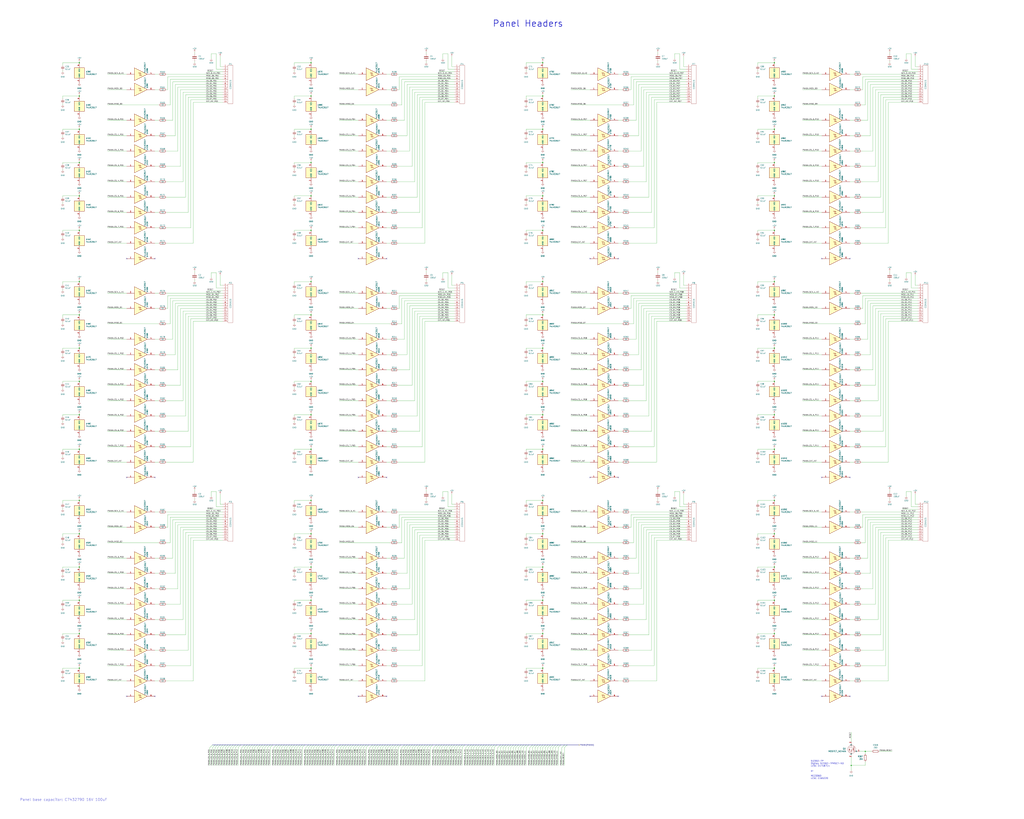
<source format=kicad_sch>
(kicad_sch (version 20250114) (generator "eeschema") (generator_version "9.0")
  (paper "User" 1016 812.8)
  (text "Panel base capacitor: C7432790 16V 100uF" (at 19.812 795.02 0) (effects (font (size 2.54 2.54)) (justify left bottom)))
  (text "Panel Headers" (at 488.696 27.178 0) (effects (font (size 6.35 6.35) (thickness 0.508) (bold yes)) (justify left bottom)))
  (text "SI2302-TP \nDigikey SI2302-TPMSCT-ND\nLCSC C4748714  \n\nor\n\nME2306D\nLCSC C165220\n\n" (at 804.418 775.716 0) (effects (font (size 1.524 1.524)) (justify left bottom)))
  (junction (at 538.48 128.27))
  (junction (at 768.35 228.6))
  (junction (at 308.61 411.48))
  (junction (at 768.35 595.63))
  (junction (at 78.74 95.25))
  (junction (at 538.48 312.42))
  (junction (at 538.48 529.59))
  (junction (at 538.48 228.6))
  (junction (at 78.74 279.4))
  (junction (at 308.61 194.31))
  (junction (at 768.35 496.57))
  (junction (at 768.35 128.27))
  (junction (at 538.48 345.44))
  (junction (at 538.48 595.63))
  (junction (at 308.61 128.27))
  (junction (at 308.61 279.4))
  (junction (at 78.74 628.65))
  (junction (at 308.61 529.59))
  (junction (at 78.74 496.57))
  (junction (at 308.61 62.23))
  (junction (at 78.74 161.29))
  (junction (at 538.48 445.77))
  (junction (at 78.74 562.61))
  (junction (at 308.61 445.77))
  (junction (at 768.35 628.65))
  (junction (at 78.74 62.23))
  (junction (at 78.74 228.6))
  (junction (at 78.74 194.31))
  (junction (at 308.61 228.6))
  (junction (at 858.52 745.49))
  (junction (at 768.35 312.42))
  (junction (at 768.35 62.23))
  (junction (at 768.35 95.25))
  (junction (at 768.35 529.59))
  (junction (at 308.61 595.63))
  (junction (at 308.61 562.61))
  (junction (at 538.48 279.4))
  (junction (at 538.48 378.46))
  (junction (at 78.74 595.63))
  (junction (at 538.48 628.65))
  (junction (at 538.48 496.57))
  (junction (at 538.48 62.23))
  (junction (at 538.48 161.29))
  (junction (at 538.48 411.48))
  (junction (at 78.74 445.77))
  (junction (at 308.61 628.65))
  (junction (at 308.61 161.29))
  (junction (at 768.35 161.29))
  (junction (at 78.74 312.42))
  (junction (at 308.61 345.44))
  (junction (at 844.55 759.46))
  (junction (at 308.61 496.57))
  (junction (at 768.35 662.94))
  (junction (at 538.48 194.31))
  (junction (at 78.74 378.46))
  (junction (at 768.35 345.44))
  (junction (at 78.74 411.48))
  (junction (at 768.35 378.46))
  (junction (at 78.74 128.27))
  (junction (at 78.74 662.94))
  (junction (at 538.48 95.25))
  (junction (at 768.35 562.61))
  (junction (at 538.48 662.94))
  (junction (at 538.48 562.61))
  (junction (at 78.74 345.44))
  (junction (at 308.61 95.25))
  (junction (at 768.35 445.77))
  (junction (at 768.35 411.48))
  (junction (at 308.61 312.42))
  (junction (at 768.35 194.31))
  (junction (at 78.74 529.59))
  (junction (at 308.61 378.46))
  (junction (at 308.61 662.94))
  (junction (at 768.35 279.4))
  (no_connect (at 613.41 473.71))
  (no_connect (at 843.28 690.88))
  (no_connect (at 843.28 256.54))
  (no_connect (at 125.73 256.54))
  (no_connect (at 153.67 473.71))
  (no_connect (at 585.47 690.88))
  (no_connect (at 613.41 690.88))
  (no_connect (at 153.67 690.88))
  (no_connect (at 815.34 690.88))
  (no_connect (at 585.47 256.54))
  (no_connect (at 383.54 690.88))
  (no_connect (at 843.28 473.71))
  (no_connect (at 383.54 473.71))
  (no_connect (at 585.47 473.71))
  (no_connect (at 125.73 690.88))
  (no_connect (at 153.67 256.54))
  (no_connect (at 815.34 473.71))
  (no_connect (at 355.6 256.54))
  (no_connect (at 383.54 256.54))
  (no_connect (at 815.34 256.54))
  (no_connect (at 613.41 256.54))
  (no_connect (at 125.73 473.71))
  (no_connect (at 355.6 473.71))
  (no_connect (at 355.6 690.88))
  (bus_entry (at 247.65 741.68) (size 2.54 -2.54))
  (bus_entry (at 469.9 741.68) (size 2.54 -2.54))
  (bus_entry (at 265.43 741.68) (size 2.54 -2.54))
  (bus_entry (at 548.64 741.68) (size 2.54 -2.54))
  (bus_entry (at 516.89 741.68) (size 2.54 -2.54))
  (bus_entry (at 408.94 741.68) (size 2.54 -2.54))
  (bus_entry (at 294.64 741.68) (size 2.54 -2.54))
  (bus_entry (at 398.78 741.68) (size 2.54 -2.54))
  (bus_entry (at 226.06 741.68) (size 2.54 -2.54))
  (bus_entry (at 228.6 741.68) (size 2.54 -2.54))
  (bus_entry (at 281.94 741.68) (size 2.54 -2.54))
  (bus_entry (at 287.02 741.68) (size 2.54 -2.54))
  (bus_entry (at 445.77 741.68) (size 2.54 -2.54))
  (bus_entry (at 487.68 741.68) (size 2.54 -2.54))
  (bus_entry (at 462.28 741.68) (size 2.54 -2.54))
  (bus_entry (at 260.35 741.68) (size 2.54 -2.54))
  (bus_entry (at 321.31 741.68) (size 2.54 -2.54))
  (bus_entry (at 245.11 741.68) (size 2.54 -2.54))
  (bus_entry (at 443.23 741.68) (size 2.54 -2.54))
  (bus_entry (at 421.64 741.68) (size 2.54 -2.54))
  (bus_entry (at 543.56 741.68) (size 2.54 -2.54))
  (bus_entry (at 450.85 741.68) (size 2.54 -2.54))
  (bus_entry (at 274.32 741.68) (size 2.54 -2.54))
  (bus_entry (at 231.14 741.68) (size 2.54 -2.54))
  (bus_entry (at 353.06 741.68) (size 2.54 -2.54))
  (bus_entry (at 331.47 741.68) (size 2.54 -2.54))
  (bus_entry (at 311.15 741.68) (size 2.54 -2.54))
  (bus_entry (at 482.6 741.68) (size 2.54 -2.54))
  (bus_entry (at 424.18 741.68) (size 2.54 -2.54))
  (bus_entry (at 323.85 741.68) (size 2.54 -2.54))
  (bus_entry (at 546.1 741.68) (size 2.54 -2.54))
  (bus_entry (at 430.53 741.68) (size 2.54 -2.54))
  (bus_entry (at 538.48 741.68) (size 2.54 -2.54))
  (bus_entry (at 220.98 741.68) (size 2.54 -2.54))
  (bus_entry (at 525.78 741.68) (size 2.54 -2.54))
  (bus_entry (at 504.19 741.68) (size 2.54 -2.54))
  (bus_entry (at 514.35 741.68) (size 2.54 -2.54))
  (bus_entry (at 389.89 741.68) (size 2.54 -2.54))
  (bus_entry (at 494.03 741.68) (size 2.54 -2.54))
  (bus_entry (at 208.28 741.68) (size 2.54 -2.54))
  (bus_entry (at 337.82 741.68) (size 2.54 -2.54))
  (bus_entry (at 414.02 741.68) (size 2.54 -2.54))
  (bus_entry (at 499.11 741.68) (size 2.54 -2.54))
  (bus_entry (at 458.47 741.68) (size 2.54 -2.54))
  (bus_entry (at 411.48 741.68) (size 2.54 -2.54))
  (bus_entry (at 406.4 741.68) (size 2.54 -2.54))
  (bus_entry (at 303.53 741.68) (size 2.54 -2.54))
  (bus_entry (at 250.19 741.68) (size 2.54 -2.54))
  (bus_entry (at 372.11 741.68) (size 2.54 -2.54))
  (bus_entry (at 267.97 741.68) (size 2.54 -2.54))
  (bus_entry (at 541.02 741.68) (size 2.54 -2.54))
  (bus_entry (at 530.86 741.68) (size 2.54 -2.54))
  (bus_entry (at 401.32 741.68) (size 2.54 -2.54))
  (bus_entry (at 257.81 741.68) (size 2.54 -2.54))
  (bus_entry (at 403.86 741.68) (size 2.54 -2.54))
  (bus_entry (at 316.23 741.68) (size 2.54 -2.54))
  (bus_entry (at 342.9 741.68) (size 2.54 -2.54))
  (bus_entry (at 472.44 741.68) (size 2.54 -2.54))
  (bus_entry (at 318.77 741.68) (size 2.54 -2.54))
  (bus_entry (at 377.19 741.68) (size 2.54 -2.54))
  (bus_entry (at 521.97 741.68) (size 2.54 -2.54))
  (bus_entry (at 490.22 741.68) (size 2.54 -2.54))
  (bus_entry (at 553.72 741.68) (size 2.54 -2.54))
  (bus_entry (at 477.52 741.68) (size 2.54 -2.54))
  (bus_entry (at 384.81 741.68) (size 2.54 -2.54))
  (bus_entry (at 392.43 741.68) (size 2.54 -2.54))
  (bus_entry (at 453.39 741.68) (size 2.54 -2.54))
  (bus_entry (at 210.82 741.68) (size 2.54 -2.54))
  (bus_entry (at 345.44 741.68) (size 2.54 -2.54))
  (bus_entry (at 448.31 741.68) (size 2.54 -2.54))
  (bus_entry (at 279.4 741.68) (size 2.54 -2.54))
  (bus_entry (at 485.14 741.68) (size 2.54 -2.54))
  (bus_entry (at 363.22 741.68) (size 2.54 -2.54))
  (bus_entry (at 297.18 741.68) (size 2.54 -2.54))
  (bus_entry (at 240.03 741.68) (size 2.54 -2.54))
  (bus_entry (at 519.43 741.68) (size 2.54 -2.54))
  (bus_entry (at 374.65 741.68) (size 2.54 -2.54))
  (bus_entry (at 218.44 741.68) (size 2.54 -2.54))
  (bus_entry (at 464.82 741.68) (size 2.54 -2.54))
  (bus_entry (at 528.32 741.68) (size 2.54 -2.54))
  (bus_entry (at 474.98 741.68) (size 2.54 -2.54))
  (bus_entry (at 284.48 741.68) (size 2.54 -2.54))
  (bus_entry (at 419.1 741.68) (size 2.54 -2.54))
  (bus_entry (at 560.07 741.68) (size 2.54 -2.54))
  (bus_entry (at 511.81 741.68) (size 2.54 -2.54))
  (bus_entry (at 506.73 741.68) (size 2.54 -2.54))
  (bus_entry (at 379.73 741.68) (size 2.54 -2.54))
  (bus_entry (at 440.69 741.68) (size 2.54 -2.54))
  (bus_entry (at 367.03 741.68) (size 2.54 -2.54))
  (bus_entry (at 455.93 741.68) (size 2.54 -2.54))
  (bus_entry (at 308.61 741.68) (size 2.54 -2.54))
  (bus_entry (at 335.28 741.68) (size 2.54 -2.54))
  (bus_entry (at 416.56 741.68) (size 2.54 -2.54))
  (bus_entry (at 255.27 741.68) (size 2.54 -2.54))
  (bus_entry (at 299.72 741.68) (size 2.54 -2.54))
  (bus_entry (at 501.65 741.68) (size 2.54 -2.54))
  (bus_entry (at 557.53 741.68) (size 2.54 -2.54))
  (bus_entry (at 276.86 741.68) (size 2.54 -2.54))
  (bus_entry (at 355.6 741.68) (size 2.54 -2.54))
  (bus_entry (at 382.27 741.68) (size 2.54 -2.54))
  (bus_entry (at 509.27 741.68) (size 2.54 -2.54))
  (bus_entry (at 426.72 741.68) (size 2.54 -2.54))
  (bus_entry (at 313.69 741.68) (size 2.54 -2.54))
  (bus_entry (at 292.1 741.68) (size 2.54 -2.54))
  (bus_entry (at 433.07 741.68) (size 2.54 -2.54))
  (bus_entry (at 213.36 741.68) (size 2.54 -2.54))
  (bus_entry (at 358.14 741.68) (size 2.54 -2.54))
  (bus_entry (at 233.68 741.68) (size 2.54 -2.54))
  (bus_entry (at 350.52 741.68) (size 2.54 -2.54))
  (bus_entry (at 438.15 741.68) (size 2.54 -2.54))
  (bus_entry (at 480.06 741.68) (size 2.54 -2.54))
  (bus_entry (at 387.35 741.68) (size 2.54 -2.54))
  (bus_entry (at 535.94 741.68) (size 2.54 -2.54))
  (bus_entry (at 326.39 741.68) (size 2.54 -2.54))
  (bus_entry (at 242.57 741.68) (size 2.54 -2.54))
  (bus_entry (at 394.97 741.68) (size 2.54 -2.54))
  (bus_entry (at 223.52 741.68) (size 2.54 -2.54))
  (bus_entry (at 328.93 741.68) (size 2.54 -2.54))
  (bus_entry (at 496.57 741.68) (size 2.54 -2.54))
  (bus_entry (at 467.36 741.68) (size 2.54 -2.54))
  (bus_entry (at 533.4 741.68) (size 2.54 -2.54))
  (bus_entry (at 347.98 741.68) (size 2.54 -2.54))
  (bus_entry (at 435.61 741.68) (size 2.54 -2.54))
  (bus_entry (at 340.36 741.68) (size 2.54 -2.54))
  (bus_entry (at 369.57 741.68) (size 2.54 -2.54))
  (bus_entry (at 252.73 741.68) (size 2.54 -2.54))
  (bus_entry (at 262.89 741.68) (size 2.54 -2.54))
  (bus_entry (at 306.07 741.68) (size 2.54 -2.54))
  (bus_entry (at 271.78 741.68) (size 2.54 -2.54))
  (bus_entry (at 551.18 741.68) (size 2.54 -2.54))
  (bus_entry (at 215.9 741.68) (size 2.54 -2.54))
  (bus_entry (at 360.68 741.68) (size 2.54 -2.54))
  (bus_entry (at 236.22 741.68) (size 2.54 -2.54))
  (bus_entry (at 289.56 741.68) (size 2.54 -2.54))
  (wire (pts (xy 613.41 149.86) (xy 617.22 149.86)))
  (wire (pts (xy 394.97 443.23) (xy 419.1 443.23)))
  (wire (pts (xy 448.31 490.22) (xy 448.31 500.38)))
  (wire (pts (xy 858.52 538.48) (xy 858.52 513.08)))
  (wire (pts (xy 854.71 629.92) (xy 873.76 629.92)))
  (wire (pts (xy 125.73 660.4) (xy 106.68 660.4)))
  (wire (pts (xy 538.48 444.5) (xy 538.48 445.77)))
  (wire (pts (xy 873.76 629.92) (xy 873.76 528.32)))
  (wire (pts (xy 337.82 741.68) (xy 337.82 759.46)))
  (wire (pts (xy 678.18 66.04) (xy 680.72 66.04)))
  (wire (pts (xy 292.1 662.94) (xy 308.61 662.94)))
  (wire (pts (xy 626.11 510.54) (xy 680.72 510.54)))
  (bus (pts (xy 394.97 739.14) (xy 397.51 739.14)))
  (wire (pts (xy 289.56 741.68) (xy 289.56 759.46)))
  (wire (pts (xy 844.55 726.44) (xy 844.55 735.965)))
  (wire (pts (xy 186.69 210.82) (xy 186.69 96.52)))
  (wire (pts (xy 62.23 194.31) (xy 78.74 194.31)))
  (bus (pts (xy 556.26 739.14) (xy 560.07 739.14)))
  (wire (pts (xy 751.84 229.87) (xy 751.84 228.6)))
  (wire (pts (xy 674.37 285.75) (xy 674.37 270.51)))
  (wire (pts (xy 292.1 228.6) (xy 308.61 228.6)))
  (wire (pts (xy 62.23 287.02) (xy 62.23 288.29)))
  (wire (pts (xy 751.84 287.02) (xy 751.84 288.29)))
  (wire (pts (xy 421.64 101.6) (xy 450.85 101.6)))
  (wire (pts (xy 168.91 78.74) (xy 220.98 78.74)))
  (wire (pts (xy 651.51 101.6) (xy 680.72 101.6)))
  (bus (pts (xy 345.44 739.14) (xy 347.98 739.14)))
  (wire (pts (xy 538.48 93.98) (xy 538.48 95.25)))
  (bus (pts (xy 267.97 739.14) (xy 270.51 739.14)))
  (wire (pts (xy 396.24 306.07) (xy 396.24 293.37)))
  (wire (pts (xy 768.35 344.17) (xy 768.35 345.44)))
  (wire (pts (xy 394.97 458.47) (xy 421.64 458.47)))
  (wire (pts (xy 168.91 513.08) (xy 220.98 513.08)))
  (bus (pts (xy 443.23 739.14) (xy 445.77 739.14)))
  (wire (pts (xy 585.47 397.51) (xy 566.42 397.51)))
  (wire (pts (xy 125.73 675.64) (xy 106.68 675.64)))
  (wire (pts (xy 408.94 599.44) (xy 408.94 523.24)))
  (wire (pts (xy 585.47 382.27) (xy 566.42 382.27)))
  (wire (pts (xy 854.71 553.72) (xy 861.06 553.72)))
  (wire (pts (xy 624.84 119.38) (xy 631.19 119.38)))
  (wire (pts (xy 153.67 599.44) (xy 157.48 599.44)))
  (wire (pts (xy 62.23 601.98) (xy 62.23 603.25)))
  (wire (pts (xy 538.48 278.13) (xy 538.48 279.4)))
  (wire (pts (xy 179.07 382.27) (xy 179.07 306.07)))
  (bus (pts (xy 323.85 739.14) (xy 326.39 739.14)))
  (bus (pts (xy 382.27 739.14) (xy 384.81 739.14)))
  (wire (pts (xy 768.35 278.13) (xy 768.35 279.4)))
  (wire (pts (xy 624.84 195.58) (xy 643.89 195.58)))
  (wire (pts (xy 624.84 508) (xy 680.72 508)))
  (wire (pts (xy 538.48 410.21) (xy 538.48 411.48)))
  (wire (pts (xy 342.9 741.68) (xy 342.9 759.46)))
  (wire (pts (xy 855.98 76.2) (xy 910.59 76.2)))
  (bus (pts (xy 433.07 739.14) (xy 435.61 739.14)))
  (wire (pts (xy 872.49 745.49) (xy 885.19 745.49)))
  (wire (pts (xy 624.84 397.51) (xy 641.35 397.51)))
  (wire (pts (xy 292.1 499.11) (xy 292.1 496.57)))
  (bus (pts (xy 260.35 739.14) (xy 262.89 739.14)))
  (wire (pts (xy 613.41 599.44) (xy 617.22 599.44)))
  (wire (pts (xy 394.97 675.64) (xy 421.64 675.64)))
  (bus (pts (xy 363.22 739.14) (xy 365.76 739.14)))
  (bus (pts (xy 461.01 739.14) (xy 464.82 739.14)))
  (wire (pts (xy 166.37 306.07) (xy 166.37 293.37)))
  (wire (pts (xy 585.47 584.2) (xy 566.42 584.2)))
  (wire (pts (xy 398.78 513.08) (xy 450.85 513.08)))
  (wire (pts (xy 626.11 293.37) (xy 680.72 293.37)))
  (wire (pts (xy 448.31 741.68) (xy 448.31 759.46)))
  (wire (pts (xy 815.34 568.96) (xy 796.29 568.96)))
  (wire (pts (xy 78.74 377.19) (xy 78.74 378.46)))
  (wire (pts (xy 153.67 458.47) (xy 157.48 458.47)))
  (bus (pts (xy 311.15 739.14) (xy 313.69 739.14)))
  (wire (pts (xy 843.28 165.1) (xy 847.09 165.1)))
  (wire (pts (xy 487.68 741.68) (xy 487.68 759.46)))
  (wire (pts (xy 908.05 283.21) (xy 910.59 283.21)))
  (wire (pts (xy 910.59 502.92) (xy 904.24 502.92)))
  (bus (pts (xy 255.27 739.14) (xy 257.81 739.14)))
  (wire (pts (xy 768.35 529.59) (xy 751.84 529.59)))
  (wire (pts (xy 613.41 427.99) (xy 617.22 427.99)))
  (bus (pts (xy 528.32 739.14) (xy 530.86 739.14)))
  (bus (pts (xy 274.32 739.14) (xy 276.86 739.14)))
  (wire (pts (xy 751.84 538.48) (xy 751.84 537.21)))
  (wire (pts (xy 394.97 134.62) (xy 403.86 134.62)))
  (wire (pts (xy 751.84 447.04) (xy 751.84 445.77)))
  (wire (pts (xy 165.1 458.47) (xy 191.77 458.47)))
  (wire (pts (xy 153.67 195.58) (xy 157.48 195.58)))
  (wire (pts (xy 292.1 562.61) (xy 308.61 562.61)))
  (wire (pts (xy 383.54 397.51) (xy 387.35 397.51)))
  (wire (pts (xy 768.35 60.96) (xy 768.35 62.23)))
  (wire (pts (xy 868.68 88.9) (xy 910.59 88.9)))
  (wire (pts (xy 422.91 486.029) (xy 422.91 487.553)))
  (wire (pts (xy 292.1 378.46) (xy 308.61 378.46)))
  (wire (pts (xy 843.28 119.38) (xy 847.09 119.38)))
  (wire (pts (xy 406.4 741.68) (xy 406.4 759.46)))
  (wire (pts (xy 557.53 741.68) (xy 557.53 759.46)))
  (wire (pts (xy 308.61 193.04) (xy 308.61 194.31)))
  (wire (pts (xy 292.1 161.29) (xy 308.61 161.29)))
  (wire (pts (xy 521.97 445.77) (xy 538.48 445.77)))
  (wire (pts (xy 292.1 384.81) (xy 292.1 386.08)))
  (wire (pts (xy 383.54 629.92) (xy 387.35 629.92)))
  (wire (pts (xy 292.1 629.92) (xy 292.1 628.65)))
  (wire (pts (xy 624.84 660.4) (xy 648.97 660.4)))
  (wire (pts (xy 678.18 273.05) (xy 678.18 283.21)))
  (wire (pts (xy 125.73 210.82) (xy 106.68 210.82)))
  (wire (pts (xy 521.97 128.27) (xy 538.48 128.27)))
  (wire (pts (xy 383.54 88.9) (xy 387.35 88.9)))
  (bus (pts (xy 347.98 739.14) (xy 350.52 739.14)))
  (wire (pts (xy 62.23 346.71) (xy 62.23 345.44)))
  (wire (pts (xy 843.28 584.2) (xy 847.09 584.2)))
  (bus (pts (xy 506.73 739.14) (xy 509.27 739.14)))
  (bus (pts (xy 474.98 739.14) (xy 477.52 739.14)))
  (wire (pts (xy 214.63 487.68) (xy 209.55 487.68)))
  (wire (pts (xy 501.65 741.68) (xy 501.65 759.46)))
  (wire (pts (xy 863.6 83.82) (xy 910.59 83.82)))
  (wire (pts (xy 626.11 88.9) (xy 626.11 76.2)))
  (wire (pts (xy 843.28 210.82) (xy 847.09 210.82)))
  (wire (pts (xy 843.28 73.66) (xy 847.09 73.66)))
  (wire (pts (xy 355.6 88.9) (xy 336.55 88.9)))
  (wire (pts (xy 233.68 741.68) (xy 233.68 759.46)))
  (wire (pts (xy 419.1 660.4) (xy 419.1 533.4)))
  (wire (pts (xy 868.68 88.9) (xy 868.68 165.1)))
  (wire (pts (xy 336.55 321.31) (xy 387.35 321.31)))
  (wire (pts (xy 843.28 614.68) (xy 847.09 614.68)))
  (wire (pts (xy 355.6 134.62) (xy 336.55 134.62)))
  (wire (pts (xy 751.84 411.48) (xy 768.35 411.48)))
  (wire (pts (xy 336.55 104.14) (xy 387.35 104.14)))
  (wire (pts (xy 394.97 104.14) (xy 398.78 104.14)))
  (wire (pts (xy 751.84 378.46) (xy 768.35 378.46)))
  (wire (pts (xy 652.78 268.859) (xy 652.78 270.383)))
  (wire (pts (xy 125.73 458.47) (xy 106.68 458.47)))
  (bus (pts (xy 504.19 739.14) (xy 506.73 739.14)))
  (wire (pts (xy 546.1 741.68) (xy 546.1 759.46)))
  (wire (pts (xy 751.84 417.83) (xy 751.84 419.1)))
  (bus (pts (xy 294.64 739.14) (xy 297.18 739.14)))
  (wire (pts (xy 843.28 675.64) (xy 847.09 675.64)))
  (wire (pts (xy 186.69 313.69) (xy 220.98 313.69)))
  (wire (pts (xy 843.28 382.27) (xy 847.09 382.27)))
  (wire (pts (xy 521.97 378.46) (xy 538.48 378.46)))
  (wire (pts (xy 882.65 51.689) (xy 882.65 53.213)))
  (wire (pts (xy 165.1 195.58) (xy 184.15 195.58)))
  (wire (pts (xy 355.6 660.4) (xy 336.55 660.4)))
  (wire (pts (xy 394.97 321.31) (xy 398.78 321.31)))
  (wire (pts (xy 538.48 741.68) (xy 538.48 759.46)))
  (bus (pts (xy 270.51 739.14) (xy 274.32 739.14)))
  (wire (pts (xy 669.29 53.34) (xy 669.29 58.42)))
  (wire (pts (xy 220.98 285.75) (xy 214.63 285.75)))
  (wire (pts (xy 908.05 55.88) (xy 908.05 66.04)))
  (wire (pts (xy 674.37 487.68) (xy 669.29 487.68)))
  (bus (pts (xy 374.65 739.14) (xy 377.19 739.14)))
  (wire (pts (xy 652.78 51.689) (xy 652.78 53.213)))
  (bus (pts (xy 316.23 739.14) (xy 318.77 739.14)))
  (bus (pts (xy 210.82 739.14) (xy 213.36 739.14)))
  (bus (pts (xy 353.06 739.14) (xy 355.6 739.14)))
  (wire (pts (xy 751.84 568.96) (xy 751.84 570.23)))
  (wire (pts (xy 438.15 741.68) (xy 438.15 759.46)))
  (wire (pts (xy 292.1 129.54) (xy 292.1 128.27)))
  (wire (pts (xy 450.85 741.68) (xy 450.85 759.46)))
  (wire (pts (xy 854.71 149.86) (xy 866.14 149.86)))
  (wire (pts (xy 521.97 447.04) (xy 521.97 445.77)))
  (wire (pts (xy 62.23 195.58) (xy 62.23 194.31)))
  (wire (pts (xy 215.9 741.68) (xy 215.9 759.46)))
  (wire (pts (xy 904.24 68.58) (xy 904.24 53.34)))
  (wire (pts (xy 876.3 530.86) (xy 910.59 530.86)))
  (wire (pts (xy 843.28 134.62) (xy 847.09 134.62)))
  (bus (pts (xy 337.82 739.14) (xy 340.36 739.14)))
  (wire (pts (xy 191.77 101.6) (xy 220.98 101.6)))
  (wire (pts (xy 153.67 584.2) (xy 157.48 584.2)))
  (wire (pts (xy 624.84 538.48) (xy 628.65 538.48)))
  (wire (pts (xy 444.5 502.92) (xy 444.5 487.68)))
  (wire (pts (xy 854.71 508) (xy 910.59 508)))
  (wire (pts (xy 843.28 195.58) (xy 847.09 195.58)))
  (wire (pts (xy 396.24 76.2) (xy 450.85 76.2)))
  (wire (pts (xy 641.35 614.68) (xy 641.35 525.78)))
  (wire (pts (xy 636.27 303.53) (xy 680.72 303.53)))
  (wire (pts (xy 292.1 601.98) (xy 292.1 603.25)))
  (wire (pts (xy 613.41 134.62) (xy 617.22 134.62)))
  (wire (pts (xy 843.28 645.16) (xy 847.09 645.16)))
  (wire (pts (xy 416.56 210.82) (xy 416.56 96.52)))
  (wire (pts (xy 768.35 661.67) (xy 768.35 662.94)))
  (wire (pts (xy 308.61 495.3) (xy 308.61 496.57)))
  (wire (pts (xy 871.22 614.68) (xy 871.22 525.78)))
  (wire (pts (xy 613.41 382.27) (xy 617.22 382.27)))
  (wire (pts (xy 209.55 270.51) (xy 209.55 275.59)))
  (wire (pts (xy 62.23 452.12) (xy 62.23 453.39)))
  (wire (pts (xy 585.47 73.66) (xy 566.42 73.66)))
  (wire (pts (xy 382.27 741.68) (xy 382.27 759.46)))
  (wire (pts (xy 394.97 553.72) (xy 401.32 553.72)))
  (wire (pts (xy 815.34 382.27) (xy 796.29 382.27)))
  (wire (pts (xy 292.1 595.63) (xy 308.61 595.63)))
  (wire (pts (xy 521.97 411.48) (xy 538.48 411.48)))
  (wire (pts (xy 308.61 95.25) (xy 292.1 95.25)))
  (bus (pts (xy 499.11 739.14) (xy 501.65 739.14)))
  (wire (pts (xy 421.64 675.64) (xy 421.64 535.94)))
  (wire (pts (xy 347.98 741.68) (xy 347.98 759.46)))
  (wire (pts (xy 636.27 520.7) (xy 680.72 520.7)))
  (wire (pts (xy 624.84 306.07) (xy 626.11 306.07)))
  (wire (pts (xy 383.54 134.62) (xy 387.35 134.62)))
  (wire (pts (xy 242.57 741.68) (xy 242.57 759.46)))
  (wire (pts (xy 394.97 73.66) (xy 450.85 73.66)))
  (wire (pts (xy 521.97 529.59) (xy 521.97 532.13)))
  (wire (pts (xy 394.97 741.68) (xy 394.97 759.46)))
  (wire (pts (xy 165.1 73.66) (xy 220.98 73.66)))
  (wire (pts (xy 308.61 594.36) (xy 308.61 595.63)))
  (wire (pts (xy 257.81 741.68) (xy 257.81 759.46)))
  (wire (pts (xy 193.04 268.859) (xy 193.04 270.383)))
  (wire (pts (xy 153.67 382.27) (xy 157.48 382.27)))
  (wire (pts (xy 480.06 741.68) (xy 480.06 759.46)))
  (wire (pts (xy 306.07 741.68) (xy 306.07 759.46)))
  (wire (pts (xy 899.16 53.34) (xy 899.16 58.42)))
  (wire (pts (xy 631.19 553.72) (xy 631.19 515.62)))
  (bus (pts (xy 299.72 739.14) (xy 302.26 739.14)))
  (wire (pts (xy 406.4 86.36) (xy 450.85 86.36)))
  (wire (pts (xy 854.71 321.31) (xy 858.52 321.31)))
  (wire (pts (xy 355.6 73.66) (xy 336.55 73.66)))
  (wire (pts (xy 521.97 452.12) (xy 521.97 453.39)))
  (wire (pts (xy 383.54 523.24) (xy 387.35 523.24)))
  (wire (pts (xy 624.84 73.66) (xy 680.72 73.66)))
  (wire (pts (xy 815.34 165.1) (xy 796.29 165.1)))
  (wire (pts (xy 843.28 508) (xy 847.09 508)))
  (wire (pts (xy 624.84 427.99) (xy 646.43 427.99)))
  (wire (pts (xy 398.78 78.74) (xy 450.85 78.74)))
  (wire (pts (xy 292.1 312.42) (xy 292.1 314.96)))
  (wire (pts (xy 218.44 273.05) (xy 218.44 283.21)))
  (wire (pts (xy 613.41 553.72) (xy 617.22 553.72)))
  (bus (pts (xy 440.69 739.14) (xy 443.23 739.14)))
  (wire (pts (xy 613.41 397.51) (xy 617.22 397.51)))
  (wire (pts (xy 62.23 228.6) (xy 78.74 228.6)))
  (wire (pts (xy 585.47 180.34) (xy 566.42 180.34)))
  (wire (pts (xy 355.6 508) (xy 336.55 508)))
  (wire (pts (xy 125.73 88.9) (xy 106.68 88.9)))
  (wire (pts (xy 624.84 629.92) (xy 643.89 629.92)))
  (wire (pts (xy 153.67 290.83) (xy 157.48 290.83)))
  (bus (pts (xy 509.27 739.14) (xy 511.81 739.14)))
  (wire (pts (xy 751.84 281.94) (xy 751.84 279.4)))
  (wire (pts (xy 521.97 596.9) (xy 521.97 595.63)))
  (bus (pts (xy 406.4 739.14) (xy 408.94 739.14)))
  (wire (pts (xy 566.42 104.14) (xy 617.22 104.14)))
  (wire (pts (xy 815.34 119.38) (xy 796.29 119.38)))
  (wire (pts (xy 411.48 525.78) (xy 450.85 525.78)))
  (wire (pts (xy 308.61 278.13) (xy 308.61 279.4)))
  (wire (pts (xy 125.73 226.06) (xy 106.68 226.06)))
  (wire (pts (xy 768.35 594.36) (xy 768.35 595.63)))
  (wire (pts (xy 189.23 443.23) (xy 189.23 316.23)))
  (wire (pts (xy 186.69 427.99) (xy 186.69 313.69)))
  (wire (pts (xy 538.48 160.02) (xy 538.48 161.29)))
  (wire (pts (xy 868.68 523.24) (xy 910.59 523.24)))
  (wire (pts (xy 292.1 128.27) (xy 308.61 128.27)))
  (wire (pts (xy 125.73 367.03) (xy 106.68 367.03)))
  (wire (pts (xy 401.32 515.62) (xy 450.85 515.62)))
  (wire (pts (xy 854.71 210.82) (xy 876.3 210.82)))
  (bus (pts (xy 543.56 739.14) (xy 546.1 739.14)))
  (wire (pts (xy 179.07 523.24) (xy 220.98 523.24)))
  (wire (pts (xy 876.3 210.82) (xy 876.3 96.52)))
  (wire (pts (xy 355.6 645.16) (xy 336.55 645.16)))
  (wire (pts (xy 585.47 599.44) (xy 566.42 599.44)))
  (wire (pts (xy 125.73 645.16) (xy 106.68 645.16)))
  (bus (pts (xy 511.81 739.14) (xy 514.35 739.14)))
  (wire (pts (xy 613.41 629.92) (xy 617.22 629.92)))
  (wire (pts (xy 62.23 595.63) (xy 78.74 595.63)))
  (wire (pts (xy 403.86 741.68) (xy 403.86 759.46)))
  (wire (pts (xy 506.73 741.68) (xy 506.73 759.46)))
  (wire (pts (xy 843.28 367.03) (xy 847.09 367.03)))
  (wire (pts (xy 674.37 68.58) (xy 674.37 53.34)))
  (wire (pts (xy 448.31 273.05) (xy 448.31 283.21)))
  (wire (pts (xy 153.67 336.55) (xy 157.48 336.55)))
  (bus (pts (xy 342.9 739.14) (xy 345.44 739.14)))
  (wire (pts (xy 165.1 149.86) (xy 176.53 149.86)))
  (wire (pts (xy 186.69 645.16) (xy 186.69 530.86)))
  (wire (pts (xy 751.84 669.29) (xy 751.84 670.56)))
  (wire (pts (xy 624.84 351.79) (xy 633.73 351.79)))
  (wire (pts (xy 153.67 367.03) (xy 157.48 367.03)))
  (wire (pts (xy 205.74 505.46) (xy 220.98 505.46)))
  (bus (pts (xy 369.57 739.14) (xy 372.11 739.14)))
  (wire (pts (xy 854.71 568.96) (xy 863.6 568.96)))
  (wire (pts (xy 871.22 308.61) (xy 910.59 308.61)))
  (wire (pts (xy 516.89 741.68) (xy 516.89 759.46)))
  (wire (pts (xy 521.97 504.19) (xy 521.97 505.46)))
  (wire (pts (xy 168.91 538.48) (xy 168.91 513.08)))
  (wire (pts (xy 613.41 367.03) (xy 617.22 367.03)))
  (wire (pts (xy 535.94 741.68) (xy 535.94 759.46)))
  (wire (pts (xy 674.37 53.34) (xy 669.29 53.34)))
  (wire (pts (xy 751.84 128.27) (xy 768.35 128.27)))
  (wire (pts (xy 383.54 210.82) (xy 387.35 210.82)))
  (wire (pts (xy 624.84 599.44) (xy 638.81 599.44)))
  (wire (pts (xy 171.45 298.45) (xy 171.45 336.55)))
  (wire (pts (xy 815.34 675.64) (xy 796.29 675.64)))
  (wire (pts (xy 858.52 321.31) (xy 858.52 295.91)))
  (wire (pts (xy 613.41 336.55) (xy 617.22 336.55)))
  (wire (pts (xy 394.97 88.9) (xy 396.24 88.9)))
  (wire (pts (xy 383.54 195.58) (xy 387.35 195.58)))
  (bus (pts (xy 387.35 739.14) (xy 389.89 739.14)))
  (wire (pts (xy 613.41 675.64) (xy 617.22 675.64)))
  (wire (pts (xy 247.65 741.68) (xy 247.65 759.46)))
  (wire (pts (xy 624.84 443.23) (xy 648.97 443.23)))
  (wire (pts (xy 62.23 167.64) (xy 62.23 168.91)))
  (wire (pts (xy 910.59 68.58) (xy 904.24 68.58)))
  (wire (pts (xy 193.04 60.833) (xy 193.04 62.23)))
  (wire (pts (xy 292.1 504.19) (xy 292.1 505.46)))
  (wire (pts (xy 355.6 568.96) (xy 336.55 568.96)))
  (wire (pts (xy 406.4 520.7) (xy 450.85 520.7)))
  (wire (pts (xy 331.47 741.68) (xy 331.47 759.46)))
  (wire (pts (xy 165.1 397.51) (xy 181.61 397.51)))
  (wire (pts (xy 751.84 628.65) (xy 768.35 628.65)))
  (wire (pts (xy 62.23 445.77) (xy 78.74 445.77)))
  (wire (pts (xy 910.59 285.75) (xy 904.24 285.75)))
  (bus (pts (xy 231.14 739.14) (xy 233.68 739.14)))
  (wire (pts (xy 443.23 741.68) (xy 443.23 759.46)))
  (wire (pts (xy 881.38 675.64) (xy 881.38 535.94)))
  (wire (pts (xy 369.57 741.68) (xy 369.57 759.46)))
  (wire (pts (xy 751.84 104.14) (xy 751.84 102.87)))
  (wire (pts (xy 336.55 538.48) (xy 387.35 538.48)))
  (wire (pts (xy 394.97 149.86) (xy 406.4 149.86)))
  (wire (pts (xy 153.67 149.86) (xy 157.48 149.86)))
  (wire (pts (xy 62.23 69.85) (xy 62.23 71.12)))
  (wire (pts (xy 421.64 741.68) (xy 421.64 759.46)))
  (wire (pts (xy 854.71 584.2) (xy 866.14 584.2)))
  (wire (pts (xy 873.76 412.75) (xy 873.76 311.15)))
  (wire (pts (xy 631.19 336.55) (xy 631.19 298.45)))
  (wire (pts (xy 62.23 128.27) (xy 78.74 128.27)))
  (wire (pts (xy 176.53 303.53) (xy 220.98 303.53)))
  (wire (pts (xy 292.1 281.94) (xy 292.1 279.4)))
  (wire (pts (xy 751.84 351.79) (xy 751.84 353.06)))
  (bus (pts (xy 485.14 739.14) (xy 487.68 739.14)))
  (wire (pts (xy 566.42 321.31) (xy 617.22 321.31)))
  (bus (pts (xy 401.32 739.14) (xy 403.86 739.14)))
  (wire (pts (xy 876.3 313.69) (xy 910.59 313.69)))
  (wire (pts (xy 439.42 53.34) (xy 439.42 58.42)))
  (wire (pts (xy 292.1 345.44) (xy 308.61 345.44)))
  (wire (pts (xy 521.97 62.23) (xy 538.48 62.23)))
  (wire (pts (xy 78.74 193.04) (xy 78.74 194.31)))
  (wire (pts (xy 165.1 523.24) (xy 166.37 523.24)))
  (wire (pts (xy 62.23 351.79) (xy 62.23 353.06)))
  (wire (pts (xy 553.72 741.68) (xy 553.72 759.46)))
  (wire (pts (xy 638.81 88.9) (xy 680.72 88.9)))
  (wire (pts (xy 279.4 741.68) (xy 279.4 759.46)))
  (wire (pts (xy 308.61 528.32) (xy 308.61 529.59)))
  (wire (pts (xy 125.73 427.99) (xy 106.68 427.99)))
  (wire (pts (xy 643.89 93.98) (xy 680.72 93.98)))
  (wire (pts (xy 228.6 741.68) (xy 228.6 759.46)))
  (wire (pts (xy 62.23 321.31) (xy 62.23 320.04)))
  (wire (pts (xy 624.84 614.68) (xy 641.35 614.68)))
  (wire (pts (xy 543.56 741.68) (xy 543.56 759.46)))
  (wire (pts (xy 866.14 520.7) (xy 910.59 520.7)))
  (wire (pts (xy 308.61 444.5) (xy 308.61 445.77)))
  (wire (pts (xy 643.89 195.58) (xy 643.89 93.98)))
  (wire (pts (xy 173.99 518.16) (xy 220.98 518.16)))
  (wire (pts (xy 854.71 397.51) (xy 871.22 397.51)))
  (wire (pts (xy 624.84 675.64) (xy 651.51 675.64)))
  (wire (pts (xy 631.19 119.38) (xy 631.19 81.28)))
  (wire (pts (xy 125.73 351.79) (xy 106.68 351.79)))
  (wire (pts (xy 448.31 283.21) (xy 450.85 283.21)))
  (wire (pts (xy 292.1 287.02) (xy 292.1 288.29)))
  (wire (pts (xy 624.84 568.96) (xy 633.73 568.96)))
  (wire (pts (xy 585.47 195.58) (xy 566.42 195.58)))
  (wire (pts (xy 751.84 62.23) (xy 768.35 62.23)))
  (wire (pts (xy 416.56 96.52) (xy 450.85 96.52)))
  (bus (pts (xy 340.36 739.14) (xy 342.9 739.14)))
  (wire (pts (xy 394.97 119.38) (xy 401.32 119.38)))
  (wire (pts (xy 189.23 660.4) (xy 189.23 533.4)))
  (bus (pts (xy 562.61 739.14) (xy 574.04 739.14)))
  (wire (pts (xy 538.48 193.04) (xy 538.48 194.31)))
  (wire (pts (xy 858.52 295.91) (xy 910.59 295.91)))
  (wire (pts (xy 394.97 523.24) (xy 396.24 523.24)))
  (wire (pts (xy 646.43 210.82) (xy 646.43 96.52)))
  (bus (pts (xy 519.43 739.14) (xy 521.97 739.14)))
  (wire (pts (xy 184.15 311.15) (xy 220.98 311.15)))
  (wire (pts (xy 854.71 538.48) (xy 858.52 538.48)))
  (wire (pts (xy 153.67 614.68) (xy 157.48 614.68)))
  (bus (pts (xy 358.14 739.14) (xy 360.68 739.14)))
  (wire (pts (xy 521.97 538.48) (xy 521.97 537.21)))
  (wire (pts (xy 648.97 443.23) (xy 648.97 316.23)))
  (wire (pts (xy 815.34 210.82) (xy 796.29 210.82)))
  (wire (pts (xy 521.97 194.31) (xy 538.48 194.31)))
  (wire (pts (xy 768.35 93.98) (xy 768.35 95.25)))
  (wire (pts (xy 866.14 149.86) (xy 866.14 86.36)))
  (wire (pts (xy 680.72 502.92) (xy 674.37 502.92)))
  (wire (pts (xy 477.52 741.68) (xy 477.52 759.46)))
  (wire (pts (xy 751.84 635) (xy 751.84 636.27)))
  (wire (pts (xy 868.68 382.27) (xy 868.68 306.07)))
  (wire (pts (xy 191.77 535.94) (xy 220.98 535.94)))
  (wire (pts (xy 220.98 68.58) (xy 214.63 68.58)))
  (wire (pts (xy 411.48 91.44) (xy 450.85 91.44)))
  (wire (pts (xy 514.35 741.68) (xy 514.35 759.46)))
  (bus (pts (xy 302.26 739.14) (xy 306.07 739.14)))
  (wire (pts (xy 125.73 614.68) (xy 106.68 614.68)))
  (wire (pts (xy 585.47 226.06) (xy 566.42 226.06)))
  (wire (pts (xy 406.4 367.03) (xy 406.4 303.53)))
  (wire (pts (xy 646.43 96.52) (xy 680.72 96.52)))
  (wire (pts (xy 551.18 741.68) (xy 551.18 759.46)))
  (wire (pts (xy 165.1 321.31) (xy 168.91 321.31)))
  (wire (pts (xy 394.97 660.4) (xy 419.1 660.4)))
  (wire (pts (xy 214.63 502.92) (xy 214.63 487.68)))
  (wire (pts (xy 209.55 487.68) (xy 209.55 492.76)))
  (wire (pts (xy 398.78 741.68) (xy 398.78 759.46)))
  (wire (pts (xy 355.6 306.07) (xy 336.55 306.07)))
  (wire (pts (xy 871.22 525.78) (xy 910.59 525.78)))
  (wire (pts (xy 383.54 443.23) (xy 387.35 443.23)))
  (wire (pts (xy 416.56 645.16) (xy 416.56 530.86)))
  (wire (pts (xy 416.56 313.69) (xy 450.85 313.69)))
  (wire (pts (xy 585.47 119.38) (xy 566.42 119.38)))
  (wire (pts (xy 854.71 523.24) (xy 855.98 523.24)))
  (wire (pts (xy 292.1 167.64) (xy 292.1 168.91)))
  (wire (pts (xy 815.34 645.16) (xy 796.29 645.16)))
  (wire (pts (xy 274.32 741.68) (xy 274.32 759.46)))
  (wire (pts (xy 751.84 499.11) (xy 751.84 496.57)))
  (wire (pts (xy 815.34 351.79) (xy 796.29 351.79)))
  (wire (pts (xy 854.71 412.75) (xy 873.76 412.75)))
  (wire (pts (xy 421.64 241.3) (xy 421.64 101.6)))
  (wire (pts (xy 308.61 561.34) (xy 308.61 562.61)))
  (wire (pts (xy 372.11 741.68) (xy 372.11 759.46)))
  (wire (pts (xy 521.97 281.94) (xy 521.97 279.4)))
  (wire (pts (xy 511.81 741.68) (xy 511.81 759.46)))
  (wire (pts (xy 189.23 226.06) (xy 189.23 99.06)))
  (wire (pts (xy 533.4 741.68) (xy 533.4 759.46)))
  (wire (pts (xy 854.71 660.4) (xy 878.84 660.4)))
  (bus (pts (xy 372.11 739.14) (xy 374.65 739.14)))
  (wire (pts (xy 843.28 427.99) (xy 847.09 427.99)))
  (wire (pts (xy 624.84 88.9) (xy 626.11 88.9)))
  (wire (pts (xy 815.34 427.99) (xy 796.29 427.99)))
  (wire (pts (xy 421.64 318.77) (xy 450.85 318.77)))
  (wire (pts (xy 171.45 81.28) (xy 220.98 81.28)))
  (wire (pts (xy 173.99 83.82) (xy 220.98 83.82)))
  (wire (pts (xy 308.61 741.68) (xy 308.61 759.46)))
  (wire (pts (xy 904.24 53.34) (xy 899.16 53.34)))
  (wire (pts (xy 585.47 614.68) (xy 566.42 614.68)))
  (wire (pts (xy 153.67 88.9) (xy 157.48 88.9)))
  (wire (pts (xy 166.37 88.9) (xy 166.37 76.2)))
  (wire (pts (xy 878.84 226.06) (xy 878.84 99.06)))
  (wire (pts (xy 173.99 300.99) (xy 220.98 300.99)))
  (wire (pts (xy 78.74 495.3) (xy 78.74 496.57)))
  (wire (pts (xy 78.74 529.59) (xy 62.23 529.59)))
  (wire (pts (xy 521.97 162.56) (xy 521.97 161.29)))
  (wire (pts (xy 628.65 321.31) (xy 628.65 295.91)))
  (wire (pts (xy 538.48 495.3) (xy 538.48 496.57)))
  (wire (pts (xy 166.37 523.24) (xy 166.37 510.54)))
  (wire (pts (xy 422.91 278.003) (xy 422.91 279.4)))
  (wire (pts (xy 360.68 741.68) (xy 360.68 759.46)))
  (wire (pts (xy 383.54 614.68) (xy 387.35 614.68)))
  (wire (pts (xy 651.51 675.64) (xy 651.51 535.94)))
  (wire (pts (xy 165.1 412.75) (xy 184.15 412.75)))
  (wire (pts (xy 521.97 346.71) (xy 521.97 345.44)))
  (wire (pts (xy 401.32 298.45) (xy 450.85 298.45)))
  (wire (pts (xy 308.61 93.98) (xy 308.61 95.25)))
  (wire (pts (xy 855.98 293.37) (xy 910.59 293.37)))
  (wire (pts (xy 193.04 51.689) (xy 193.04 53.213)))
  (wire (pts (xy 844.55 759.46) (xy 844.55 764.54)))
  (wire (pts (xy 538.48 594.36) (xy 538.48 595.63)))
  (wire (pts (xy 403.86 83.82) (xy 450.85 83.82)))
  (wire (pts (xy 165.1 553.72) (xy 171.45 553.72)))
  (wire (pts (xy 521.97 312.42) (xy 521.97 314.96)))
  (bus (pts (xy 426.72 739.14) (xy 429.26 739.14)))
  (wire (pts (xy 265.43 741.68) (xy 265.43 759.46)))
  (wire (pts (xy 462.28 741.68) (xy 462.28 759.46)))
  (wire (pts (xy 176.53 367.03) (xy 176.53 303.53)))
  (wire (pts (xy 815.34 584.2) (xy 796.29 584.2)))
  (wire (pts (xy 411.48 741.68) (xy 411.48 759.46)))
  (wire (pts (xy 521.97 69.85) (xy 521.97 71.12)))
  (wire (pts (xy 374.65 741.68) (xy 374.65 759.46)))
  (wire (pts (xy 566.42 538.48) (xy 617.22 538.48)))
  (wire (pts (xy 168.91 295.91) (xy 220.98 295.91)))
  (wire (pts (xy 414.02 741.68) (xy 414.02 759.46)))
  (wire (pts (xy 125.73 180.34) (xy 106.68 180.34)))
  (wire (pts (xy 863.6 568.96) (xy 863.6 518.16)))
  (wire (pts (xy 78.74 344.17) (xy 78.74 345.44)))
  (wire (pts (xy 521.97 629.92) (xy 521.97 628.65)))
  (wire (pts (xy 62.23 104.14) (xy 62.23 102.87)))
  (wire (pts (xy 521.97 635) (xy 521.97 636.27)))
  (wire (pts (xy 751.84 321.31) (xy 751.84 320.04)))
  (bus (pts (xy 546.1 739.14) (xy 548.64 739.14)))
  (wire (pts (xy 62.23 538.48) (xy 62.23 537.21)))
  (wire (pts (xy 521.97 664.21) (xy 521.97 662.94)))
  (wire (pts (xy 106.68 321.31) (xy 157.48 321.31)))
  (wire (pts (xy 78.74 127) (xy 78.74 128.27)))
  (wire (pts (xy 416.56 741.68) (xy 416.56 759.46)))
  (bus (pts (xy 535.94 739.14) (xy 538.48 739.14)))
  (wire (pts (xy 208.28 741.68) (xy 208.28 759.46)))
  (wire (pts (xy 624.84 523.24) (xy 626.11 523.24)))
  (wire (pts (xy 855.98 306.07) (xy 855.98 293.37)))
  (wire (pts (xy 153.67 660.4) (xy 157.48 660.4)))
  (wire (pts (xy 308.61 160.02) (xy 308.61 161.29)))
  (bus (pts (xy 389.89 739.14) (xy 392.43 739.14)))
  (wire (pts (xy 613.41 645.16) (xy 617.22 645.16)))
  (wire (pts (xy 419.1 99.06) (xy 450.85 99.06)))
  (wire (pts (xy 854.71 306.07) (xy 855.98 306.07)))
  (wire (pts (xy 613.41 241.3) (xy 617.22 241.3)))
  (wire (pts (xy 308.61 312.42) (xy 292.1 312.42)))
  (wire (pts (xy 125.73 412.75) (xy 106.68 412.75)))
  (wire (pts (xy 538.48 312.42) (xy 521.97 312.42)))
  (wire (pts (xy 521.97 104.14) (xy 521.97 102.87)))
  (wire (pts (xy 678.18 490.22) (xy 678.18 500.38)))
  (wire (pts (xy 648.97 533.4) (xy 680.72 533.4)))
  (wire (pts (xy 613.41 119.38) (xy 617.22 119.38)))
  (wire (pts (xy 220.98 502.92) (xy 214.63 502.92)))
  (wire (pts (xy 419.1 741.68) (xy 419.1 759.46)))
  (wire (pts (xy 308.61 377.19) (xy 308.61 378.46)))
  (wire (pts (xy 355.6 614.68) (xy 336.55 614.68)))
  (wire (pts (xy 861.06 553.72) (xy 861.06 515.62)))
  (wire (pts (xy 854.71 427.99) (xy 876.3 427.99)))
  (wire (pts (xy 585.47 508) (xy 566.42 508)))
  (wire (pts (xy 394.97 614.68) (xy 411.48 614.68)))
  (wire (pts (xy 665.48 288.29) (xy 680.72 288.29)))
  (wire (pts (xy 411.48 308.61) (xy 450.85 308.61)))
  (wire (pts (xy 125.73 241.3) (xy 106.68 241.3)))
  (wire (pts (xy 403.86 518.16) (xy 450.85 518.16)))
  (wire (pts (xy 165.1 645.16) (xy 186.69 645.16)))
  (wire (pts (xy 78.74 60.96) (xy 78.74 62.23)))
  (wire (pts (xy 303.53 741.68) (xy 303.53 759.46)))
  (wire (pts (xy 292.1 568.96) (xy 292.1 570.23)))
  (wire (pts (xy 250.19 741.68) (xy 250.19 759.46)))
  (bus (pts (xy 392.43 739.14) (xy 394.97 739.14)))
  (wire (pts (xy 751.84 134.62) (xy 751.84 135.89)))
  (wire (pts (xy 768.35 444.5) (xy 768.35 445.77)))
  (wire (pts (xy 62.23 279.4) (xy 78.74 279.4)))
  (wire (pts (xy 613.41 210.82) (xy 617.22 210.82)))
  (wire (pts (xy 751.84 228.6) (xy 768.35 228.6)))
  (wire (pts (xy 530.86 741.68) (xy 530.86 759.46)))
  (wire (pts (xy 292.1 412.75) (xy 292.1 411.48)))
  (wire (pts (xy 815.34 629.92) (xy 796.29 629.92)))
  (bus (pts (xy 538.48 739.14) (xy 541.02 739.14)))
  (wire (pts (xy 751.84 529.59) (xy 751.84 532.13)))
  (wire (pts (xy 416.56 427.99) (xy 416.56 313.69)))
  (bus (pts (xy 421.64 739.14) (xy 424.18 739.14)))
  (bus (pts (xy 220.98 739.14) (xy 223.52 739.14)))
  (wire (pts (xy 106.68 538.48) (xy 157.48 538.48)))
  (wire (pts (xy 521.97 95.25) (xy 521.97 97.79)))
  (wire (pts (xy 631.19 81.28) (xy 680.72 81.28)))
  (wire (pts (xy 854.71 73.66) (xy 910.59 73.66)))
  (wire (pts (xy 624.84 645.16) (xy 646.43 645.16)))
  (wire (pts (xy 396.24 88.9) (xy 396.24 76.2)))
  (wire (pts (xy 638.81 165.1) (xy 638.81 88.9)))
  (wire (pts (xy 240.03 741.68) (xy 240.03 759.46)))
  (wire (pts (xy 262.89 741.68) (xy 262.89 759.46)))
  (wire (pts (xy 768.35 377.19) (xy 768.35 378.46)))
  (wire (pts (xy 628.65 295.91) (xy 680.72 295.91)))
  (wire (pts (xy 882.65 268.859) (xy 882.65 270.383)))
  (wire (pts (xy 638.81 599.44) (xy 638.81 523.24)))
  (wire (pts (xy 815.34 180.34) (xy 796.29 180.34)))
  (wire (pts (xy 383.54 508) (xy 387.35 508)))
  (wire (pts (xy 125.73 134.62) (xy 106.68 134.62)))
  (wire (pts (xy 214.63 270.51) (xy 209.55 270.51)))
  (wire (pts (xy 538.48 377.19) (xy 538.48 378.46)))
  (wire (pts (xy 878.84 660.4) (xy 878.84 533.4)))
  (wire (pts (xy 231.14 741.68) (xy 231.14 759.46)))
  (wire (pts (xy 401.32 81.28) (xy 450.85 81.28)))
  (wire (pts (xy 678.18 500.38) (xy 680.72 500.38)))
  (wire (pts (xy 669.29 270.51) (xy 669.29 275.59)))
  (wire (pts (xy 367.03 741.68) (xy 367.03 759.46)))
  (wire (pts (xy 652.78 486.029) (xy 652.78 487.553)))
  (wire (pts (xy 125.73 397.51) (xy 106.68 397.51)))
  (bus (pts (xy 321.31 739.14) (xy 323.85 739.14)))
  (wire (pts (xy 521.97 662.94) (xy 538.48 662.94)))
  (wire (pts (xy 383.54 645.16) (xy 387.35 645.16)))
  (wire (pts (xy 613.41 412.75) (xy 617.22 412.75)))
  (wire (pts (xy 292.1 411.48) (xy 308.61 411.48)))
  (wire (pts (xy 751.84 445.77) (xy 768.35 445.77)))
  (wire (pts (xy 165.1 210.82) (xy 186.69 210.82)))
  (wire (pts (xy 125.73 584.2) (xy 106.68 584.2)))
  (wire (pts (xy 585.47 210.82) (xy 566.42 210.82)))
  (wire (pts (xy 125.73 568.96) (xy 106.68 568.96)))
  (bus (pts (xy 292.1 739.14) (xy 294.64 739.14)))
  (wire (pts (xy 78.74 227.33) (xy 78.74 228.6)))
  (wire (pts (xy 648.97 226.06) (xy 648.97 99.06)))
  (wire (pts (xy 854.71 336.55) (xy 861.06 336.55)))
  (wire (pts (xy 751.84 95.25) (xy 751.84 97.79)))
  (bus (pts (xy 350.52 739.14) (xy 353.06 739.14)))
  (bus (pts (xy 464.82 739.14) (xy 467.36 739.14)))
  (wire (pts (xy 882.65 495.173) (xy 882.65 496.57)))
  (wire (pts (xy 499.11 741.68) (xy 499.11 759.46)))
  (wire (pts (xy 313.69 741.68) (xy 313.69 759.46)))
  (wire (pts (xy 340.36 741.68) (xy 340.36 759.46)))
  (wire (pts (xy 179.07 599.44) (xy 179.07 523.24)))
  (wire (pts (xy 519.43 741.68) (xy 519.43 759.46)))
  (wire (pts (xy 384.81 741.68) (xy 384.81 759.46)))
  (wire (pts (xy 165.1 443.23) (xy 189.23 443.23)))
  (wire (pts (xy 521.97 563.88) (xy 521.97 562.61)))
  (bus (pts (xy 223.52 739.14) (xy 226.06 739.14)))
  (wire (pts (xy 751.84 563.88) (xy 751.84 562.61)))
  (wire (pts (xy 62.23 499.11) (xy 62.23 496.57)))
  (wire (pts (xy 62.23 496.57) (xy 78.74 496.57)))
  (wire (pts (xy 646.43 427.99) (xy 646.43 313.69)))
  (wire (pts (xy 394.97 645.16) (xy 416.56 645.16)))
  (wire (pts (xy 751.84 195.58) (xy 751.84 194.31)))
  (wire (pts (xy 768.35 160.02) (xy 768.35 161.29)))
  (wire (pts (xy 871.22 397.51) (xy 871.22 308.61)))
  (bus (pts (xy 308.61 739.14) (xy 311.15 739.14)))
  (wire (pts (xy 355.6 553.72) (xy 336.55 553.72)))
  (wire (pts (xy 191.77 241.3) (xy 191.77 101.6)))
  (bus (pts (xy 334.01 739.14) (xy 337.82 739.14)))
  (wire (pts (xy 633.73 568.96) (xy 633.73 518.16)))
  (wire (pts (xy 165.1 584.2) (xy 176.53 584.2)))
  (wire (pts (xy 398.78 538.48) (xy 398.78 513.08)))
  (wire (pts (xy 125.73 629.92) (xy 106.68 629.92)))
  (wire (pts (xy 854.71 645.16) (xy 876.3 645.16)))
  (wire (pts (xy 292.1 351.79) (xy 292.1 353.06)))
  (wire (pts (xy 863.6 134.62) (xy 863.6 83.82)))
  (wire (pts (xy 843.28 180.34) (xy 847.09 180.34)))
  (wire (pts (xy 852.678 745.49) (xy 858.52 745.49)))
  (bus (pts (xy 250.19 739.14) (xy 252.73 739.14)))
  (wire (pts (xy 881.38 535.94) (xy 910.59 535.94)))
  (wire (pts (xy 871.22 180.34) (xy 871.22 91.44)))
  (wire (pts (xy 444.5 487.68) (xy 439.42 487.68)))
  (wire (pts (xy 245.11 741.68) (xy 245.11 759.46)))
  (wire (pts (xy 171.45 553.72) (xy 171.45 515.62)))
  (wire (pts (xy 548.64 741.68) (xy 548.64 759.46)))
  (wire (pts (xy 153.67 73.66) (xy 157.48 73.66)))
  (wire (pts (xy 78.74 528.32) (xy 78.74 529.59)))
  (wire (pts (xy 815.34 336.55) (xy 796.29 336.55)))
  (bus (pts (xy 424.18 739.14) (xy 426.72 739.14)))
  (wire (pts (xy 165.1 351.79) (xy 173.99 351.79)))
  (wire (pts (xy 171.45 298.45) (xy 220.98 298.45)))
  (wire (pts (xy 538.48 529.59) (xy 521.97 529.59)))
  (wire (pts (xy 521.97 628.65) (xy 538.48 628.65)))
  (wire (pts (xy 394.97 165.1) (xy 408.94 165.1)))
  (bus (pts (xy 448.31 739.14) (xy 450.85 739.14)))
  (wire (pts (xy 106.68 104.14) (xy 157.48 104.14)))
  (wire (pts (xy 62.23 504.19) (xy 62.23 505.46)))
  (wire (pts (xy 394.97 367.03) (xy 406.4 367.03)))
  (wire (pts (xy 751.84 129.54) (xy 751.84 128.27)))
  (wire (pts (xy 768.35 528.32) (xy 768.35 529.59)))
  (wire (pts (xy 521.97 345.44) (xy 538.48 345.44)))
  (wire (pts (xy 440.69 741.68) (xy 440.69 759.46)))
  (wire (pts (xy 643.89 629.92) (xy 643.89 528.32)))
  (wire (pts (xy 858.52 78.74) (xy 910.59 78.74)))
  (wire (pts (xy 153.67 226.06) (xy 157.48 226.06)))
  (wire (pts (xy 624.84 104.14) (xy 628.65 104.14)))
  (wire (pts (xy 184.15 412.75) (xy 184.15 311.15)))
  (wire (pts (xy 628.65 78.74) (xy 680.72 78.74)))
  (bus (pts (xy 245.11 739.14) (xy 247.65 739.14)))
  (wire (pts (xy 435.61 741.68) (xy 435.61 759.46)))
  (wire (pts (xy 396.24 523.24) (xy 396.24 510.54)))
  (wire (pts (xy 165.1 382.27) (xy 179.07 382.27)))
  (wire (pts (xy 165.1 675.64) (xy 191.77 675.64)))
  (wire (pts (xy 292.1 538.48) (xy 292.1 537.21)))
  (wire (pts (xy 308.61 627.38) (xy 308.61 628.65)))
  (wire (pts (xy 363.22 741.68) (xy 363.22 759.46)))
  (wire (pts (xy 751.84 629.92) (xy 751.84 628.65)))
  (wire (pts (xy 292.1 635) (xy 292.1 636.27)))
  (wire (pts (xy 223.52 741.68) (xy 223.52 759.46)))
  (wire (pts (xy 854.71 675.64) (xy 881.38 675.64)))
  (wire (pts (xy 652.78 278.003) (xy 652.78 279.4)))
  (wire (pts (xy 876.3 427.99) (xy 876.3 313.69)))
  (wire (pts (xy 624.84 321.31) (xy 628.65 321.31)))
  (wire (pts (xy 383.54 73.66) (xy 387.35 73.66)))
  (wire (pts (xy 631.19 298.45) (xy 680.72 298.45)))
  (wire (pts (xy 585.47 336.55) (xy 566.42 336.55)))
  (wire (pts (xy 165.1 88.9) (xy 166.37 88.9)))
  (wire (pts (xy 855.98 523.24) (xy 855.98 510.54)))
  (wire (pts (xy 308.61 311.15) (xy 308.61 312.42)))
  (bus (pts (xy 516.89 739.14) (xy 519.43 739.14)))
  (wire (pts (xy 355.6 351.79) (xy 336.55 351.79)))
  (wire (pts (xy 292.1 104.14) (xy 292.1 102.87)))
  (wire (pts (xy 680.72 68.58) (xy 674.37 68.58)))
  (wire (pts (xy 355.6 397.51) (xy 336.55 397.51)))
  (wire (pts (xy 636.27 367.03) (xy 636.27 303.53)))
  (wire (pts (xy 613.41 306.07) (xy 617.22 306.07)))
  (wire (pts (xy 218.44 500.38) (xy 220.98 500.38)))
  (bus (pts (xy 480.06 739.14) (xy 482.6 739.14)))
  (wire (pts (xy 165.1 614.68) (xy 181.61 614.68)))
  (wire (pts (xy 218.44 490.22) (xy 218.44 500.38)))
  (wire (pts (xy 168.91 321.31) (xy 168.91 295.91)))
  (wire (pts (xy 165.1 306.07) (xy 166.37 306.07)))
  (wire (pts (xy 394.97 351.79) (xy 403.86 351.79)))
  (wire (pts (xy 419.1 443.23) (xy 419.1 316.23)))
  (wire (pts (xy 643.89 311.15) (xy 680.72 311.15)))
  (wire (pts (xy 165.1 134.62) (xy 173.99 134.62)))
  (wire (pts (xy 843.28 149.86) (xy 847.09 149.86)))
  (wire (pts (xy 638.81 523.24) (xy 680.72 523.24)))
  (wire (pts (xy 153.67 645.16) (xy 157.48 645.16)))
  (wire (pts (xy 153.67 508) (xy 157.48 508)))
  (wire (pts (xy 276.86 741.68) (xy 276.86 759.46)))
  (wire (pts (xy 318.77 741.68) (xy 318.77 759.46)))
  (wire (pts (xy 422.91 495.173) (xy 422.91 496.57)))
  (wire (pts (xy 355.6 195.58) (xy 336.55 195.58)))
  (wire (pts (xy 858.52 759.46) (xy 844.55 759.46)))
  (wire (pts (xy 62.23 345.44) (xy 78.74 345.44)))
  (wire (pts (xy 153.67 523.24) (xy 157.48 523.24)))
  (wire (pts (xy 751.84 601.98) (xy 751.84 603.25)))
  (wire (pts (xy 193.04 278.003) (xy 193.04 279.4)))
  (wire (pts (xy 815.34 458.47) (xy 796.29 458.47)))
  (wire (pts (xy 165.1 508) (xy 220.98 508)))
  (wire (pts (xy 125.73 599.44) (xy 106.68 599.44)))
  (wire (pts (xy 153.67 241.3) (xy 157.48 241.3)))
  (wire (pts (xy 768.35 312.42) (xy 751.84 312.42)))
  (wire (pts (xy 751.84 452.12) (xy 751.84 453.39)))
  (wire (pts (xy 490.22 741.68) (xy 490.22 759.46)))
  (wire (pts (xy 78.74 627.38) (xy 78.74 628.65)))
  (wire (pts (xy 406.4 149.86) (xy 406.4 86.36)))
  (wire (pts (xy 854.71 226.06) (xy 878.84 226.06)))
  (wire (pts (xy 321.31 741.68) (xy 321.31 759.46)))
  (wire (pts (xy 401.32 553.72) (xy 401.32 515.62)))
  (bus (pts (xy 236.22 739.14) (xy 238.76 739.14)))
  (wire (pts (xy 751.84 161.29) (xy 768.35 161.29)))
  (bus (pts (xy 487.68 739.14) (xy 490.22 739.14)))
  (wire (pts (xy 401.32 119.38) (xy 401.32 81.28)))
  (wire (pts (xy 751.84 562.61) (xy 768.35 562.61)))
  (wire (pts (xy 62.23 411.48) (xy 78.74 411.48)))
  (wire (pts (xy 624.84 149.86) (xy 636.27 149.86)))
  (bus (pts (xy 360.68 739.14) (xy 363.22 739.14)))
  (wire (pts (xy 751.84 379.73) (xy 751.84 378.46)))
  (wire (pts (xy 292.1 200.66) (xy 292.1 201.93)))
  (wire (pts (xy 292.1 279.4) (xy 308.61 279.4)))
  (wire (pts (xy 406.4 584.2) (xy 406.4 520.7)))
  (wire (pts (xy 153.67 412.75) (xy 157.48 412.75)))
  (wire (pts (xy 125.73 290.83) (xy 106.68 290.83)))
  (wire (pts (xy 292.1 379.73) (xy 292.1 378.46)))
  (wire (pts (xy 78.74 594.36) (xy 78.74 595.63)))
  (wire (pts (xy 904.24 487.68) (xy 899.16 487.68)))
  (wire (pts (xy 292.1 417.83) (xy 292.1 419.1)))
  (wire (pts (xy 674.37 502.92) (xy 674.37 487.68)))
  (wire (pts (xy 383.54 382.27) (xy 387.35 382.27)))
  (wire (pts (xy 383.54 165.1) (xy 387.35 165.1)))
  (wire (pts (xy 496.57 741.68) (xy 496.57 759.46)))
  (wire (pts (xy 125.73 149.86) (xy 106.68 149.86)))
  (wire (pts (xy 560.07 741.68) (xy 560.07 759.46)))
  (wire (pts (xy 521.97 279.4) (xy 538.48 279.4)))
  (wire (pts (xy 751.84 279.4) (xy 768.35 279.4)))
  (wire (pts (xy 210.82 741.68) (xy 210.82 759.46)))
  (wire (pts (xy 613.41 660.4) (xy 617.22 660.4)))
  (wire (pts (xy 218.44 283.21) (xy 220.98 283.21)))
  (wire (pts (xy 585.47 660.4) (xy 566.42 660.4)))
  (wire (pts (xy 521.97 562.61) (xy 538.48 562.61)))
  (wire (pts (xy 62.23 161.29) (xy 78.74 161.29)))
  (wire (pts (xy 751.84 596.9) (xy 751.84 595.63)))
  (wire (pts (xy 294.64 741.68) (xy 294.64 759.46)))
  (wire (pts (xy 62.23 95.25) (xy 62.23 97.79)))
  (wire (pts (xy 422.91 268.859) (xy 422.91 270.383)))
  (wire (pts (xy 153.67 568.96) (xy 157.48 568.96)))
  (wire (pts (xy 494.03 741.68) (xy 494.03 759.46)))
  (bus (pts (xy 331.47 739.14) (xy 334.01 739.14)))
  (wire (pts (xy 62.23 669.29) (xy 62.23 670.56)))
  (wire (pts (xy 421.64 458.47) (xy 421.64 318.77)))
  (wire (pts (xy 815.34 367.03) (xy 796.29 367.03)))
  (bus (pts (xy 238.76 739.14) (xy 242.57 739.14)))
  (wire (pts (xy 613.41 614.68) (xy 617.22 614.68)))
  (wire (pts (xy 292.1 452.12) (xy 292.1 453.39)))
  (bus (pts (xy 403.86 739.14) (xy 406.4 739.14)))
  (wire (pts (xy 153.67 675.64) (xy 157.48 675.64)))
  (wire (pts (xy 854.71 119.38) (xy 861.06 119.38)))
  (wire (pts (xy 651.51 458.47) (xy 651.51 318.77)))
  (wire (pts (xy 450.85 285.75) (xy 444.5 285.75)))
  (wire (pts (xy 796.29 104.14) (xy 847.09 104.14)))
  (wire (pts (xy 165.1 660.4) (xy 189.23 660.4)))
  (wire (pts (xy 125.73 165.1) (xy 106.68 165.1)))
  (wire (pts (xy 899.16 270.51) (xy 899.16 275.59)))
  (wire (pts (xy 876.3 530.86) (xy 876.3 645.16)))
  (wire (pts (xy 191.77 318.77) (xy 220.98 318.77)))
  (wire (pts (xy 633.73 518.16) (xy 680.72 518.16)))
  (wire (pts (xy 815.34 88.9) (xy 796.29 88.9)))
  (wire (pts (xy 62.23 162.56) (xy 62.23 161.29)))
  (wire (pts (xy 751.84 345.44) (xy 768.35 345.44)))
  (wire (pts (xy 292.1 194.31) (xy 308.61 194.31)))
  (wire (pts (xy 866.14 584.2) (xy 866.14 520.7)))
  (bus (pts (xy 328.93 739.14) (xy 331.47 739.14)))
  (bus (pts (xy 492.76 739.14) (xy 496.57 739.14)))
  (wire (pts (xy 521.97 601.98) (xy 521.97 603.25)))
  (wire (pts (xy 854.71 599.44) (xy 868.68 599.44)))
  (wire (pts (xy 165.1 241.3) (xy 191.77 241.3)))
  (wire (pts (xy 260.35 741.68) (xy 260.35 759.46)))
  (wire (pts (xy 485.14 741.68) (xy 485.14 759.46)))
  (wire (pts (xy 521.97 499.11) (xy 521.97 496.57)))
  (wire (pts (xy 297.18 741.68) (xy 297.18 759.46)))
  (bus (pts (xy 379.73 739.14) (xy 382.27 739.14)))
  (wire (pts (xy 179.07 306.07) (xy 220.98 306.07)))
  (wire (pts (xy 768.35 193.04) (xy 768.35 194.31)))
  (wire (pts (xy 125.73 306.07) (xy 106.68 306.07)))
  (wire (pts (xy 882.65 486.029) (xy 882.65 487.553)))
  (wire (pts (xy 651.51 535.94) (xy 680.72 535.94)))
  (wire (pts (xy 308.61 60.96) (xy 308.61 62.23)))
  (wire (pts (xy 863.6 351.79) (xy 863.6 300.99)))
  (wire (pts (xy 585.47 165.1) (xy 566.42 165.1)))
  (wire (pts (xy 62.23 529.59) (xy 62.23 532.13)))
  (bus (pts (xy 472.44 739.14) (xy 474.98 739.14)))
  (wire (pts (xy 843.28 599.44) (xy 847.09 599.44)))
  (wire (pts (xy 648.97 99.06) (xy 680.72 99.06)))
  (bus (pts (xy 458.47 739.14) (xy 461.01 739.14)))
  (bus (pts (xy 548.64 739.14) (xy 551.18 739.14)))
  (bus (pts (xy 450.85 739.14) (xy 453.39 739.14)))
  (wire (pts (xy 651.51 318.77) (xy 680.72 318.77)))
  (wire (pts (xy 394.97 336.55) (xy 401.32 336.55)))
  (wire (pts (xy 450.85 68.58) (xy 444.5 68.58)))
  (wire (pts (xy 181.61 614.68) (xy 181.61 525.78)))
  (wire (pts (xy 153.67 629.92) (xy 157.48 629.92)))
  (wire (pts (xy 430.53 741.68) (xy 430.53 759.46)))
  (wire (pts (xy 858.52 745.49) (xy 858.52 748.03)))
  (wire (pts (xy 854.71 104.14) (xy 858.52 104.14)))
  (wire (pts (xy 521.97 669.29) (xy 521.97 670.56)))
  (wire (pts (xy 815.34 306.07) (xy 796.29 306.07)))
  (wire (pts (xy 633.73 351.79) (xy 633.73 300.99)))
  (wire (pts (xy 585.47 458.47) (xy 566.42 458.47)))
  (wire (pts (xy 62.23 628.65) (xy 78.74 628.65)))
  (wire (pts (xy 62.23 563.88) (xy 62.23 562.61)))
  (wire (pts (xy 408.94 165.1) (xy 408.94 88.9)))
  (wire (pts (xy 426.72 741.68) (xy 426.72 759.46)))
  (wire (pts (xy 383.54 367.03) (xy 387.35 367.03)))
  (wire (pts (xy 398.78 104.14) (xy 398.78 78.74)))
  (wire (pts (xy 815.34 412.75) (xy 796.29 412.75)))
  (wire (pts (xy 255.27 741.68) (xy 255.27 759.46)))
  (wire (pts (xy 383.54 149.86) (xy 387.35 149.86)))
  (wire (pts (xy 62.23 384.81) (xy 62.23 386.08)))
  (wire (pts (xy 843.28 412.75) (xy 847.09 412.75)))
  (wire (pts (xy 226.06 741.68) (xy 226.06 759.46)))
  (wire (pts (xy 646.43 645.16) (xy 646.43 530.86)))
  (wire (pts (xy 292.1 529.59) (xy 292.1 532.13)))
  (wire (pts (xy 450.85 502.92) (xy 444.5 502.92)))
  (wire (pts (xy 448.31 500.38) (xy 450.85 500.38)))
  (bus (pts (xy 242.57 739.14) (xy 245.11 739.14)))
  (wire (pts (xy 815.34 73.66) (xy 796.29 73.66)))
  (wire (pts (xy 165.1 427.99) (xy 186.69 427.99)))
  (wire (pts (xy 181.61 525.78) (xy 220.98 525.78)))
  (wire (pts (xy 521.97 161.29) (xy 538.48 161.29)))
  (bus (pts (xy 445.77 739.14) (xy 448.31 739.14)))
  (wire (pts (xy 843.28 397.51) (xy 847.09 397.51)))
  (wire (pts (xy 646.43 530.86) (xy 680.72 530.86)))
  (wire (pts (xy 125.73 73.66) (xy 106.68 73.66)))
  (wire (pts (xy 408.94 741.68) (xy 408.94 759.46)))
  (wire (pts (xy 751.84 664.21) (xy 751.84 662.94)))
  (bus (pts (xy 384.81 739.14) (xy 387.35 739.14)))
  (wire (pts (xy 521.97 229.87) (xy 521.97 228.6)))
  (wire (pts (xy 165.1 104.14) (xy 168.91 104.14)))
  (wire (pts (xy 843.28 351.79) (xy 847.09 351.79)))
  (wire (pts (xy 444.5 68.58) (xy 444.5 53.34)))
  (wire (pts (xy 62.23 312.42) (xy 62.23 314.96)))
  (wire (pts (xy 895.35 71.12) (xy 910.59 71.12)))
  (wire (pts (xy 538.48 561.34) (xy 538.48 562.61)))
  (wire (pts (xy 284.48 741.68) (xy 284.48 759.46)))
  (wire (pts (xy 768.35 127) (xy 768.35 128.27)))
  (wire (pts (xy 403.86 351.79) (xy 403.86 300.99)))
  (wire (pts (xy 613.41 443.23) (xy 617.22 443.23)))
  (wire (pts (xy 504.19 741.68) (xy 504.19 759.46)))
  (wire (pts (xy 62.23 234.95) (xy 62.23 236.22)))
  (wire (pts (xy 854.71 165.1) (xy 868.68 165.1)))
  (wire (pts (xy 843.28 241.3) (xy 847.09 241.3)))
  (wire (pts (xy 652.78 60.833) (xy 652.78 62.23)))
  (bus (pts (xy 218.44 739.14) (xy 220.98 739.14)))
  (wire (pts (xy 214.63 285.75) (xy 214.63 270.51)))
  (wire (pts (xy 403.86 300.99) (xy 450.85 300.99)))
  (wire (pts (xy 394.97 306.07) (xy 396.24 306.07)))
  (wire (pts (xy 355.6 180.34) (xy 336.55 180.34)))
  (wire (pts (xy 881.38 241.3) (xy 881.38 101.6)))
  (bus (pts (xy 553.72 739.14) (xy 556.26 739.14)))
  (wire (pts (xy 355.6 523.24) (xy 336.55 523.24)))
  (wire (pts (xy 153.67 351.79) (xy 157.48 351.79)))
  (wire (pts (xy 613.41 568.96) (xy 617.22 568.96)))
  (wire (pts (xy 858.52 745.49) (xy 864.87 745.49)))
  (wire (pts (xy 355.6 412.75) (xy 336.55 412.75)))
  (wire (pts (xy 153.67 397.51) (xy 157.48 397.51)))
  (bus (pts (xy 477.52 739.14) (xy 480.06 739.14)))
  (wire (pts (xy 873.76 528.32) (xy 910.59 528.32)))
  (wire (pts (xy 855.98 510.54) (xy 910.59 510.54)))
  (wire (pts (xy 396.24 293.37) (xy 450.85 293.37)))
  (bus (pts (xy 482.6 739.14) (xy 485.14 739.14)))
  (wire (pts (xy 873.76 93.98) (xy 910.59 93.98)))
  (wire (pts (xy 861.06 298.45) (xy 910.59 298.45)))
  (wire (pts (xy 439.42 487.68) (xy 439.42 492.76)))
  (wire (pts (xy 448.31 66.04) (xy 450.85 66.04)))
  (wire (pts (xy 585.47 241.3) (xy 566.42 241.3)))
  (wire (pts (xy 904.24 285.75) (xy 904.24 270.51)))
  (wire (pts (xy 482.6 741.68) (xy 482.6 759.46)))
  (wire (pts (xy 186.69 530.86) (xy 220.98 530.86)))
  (wire (pts (xy 165.1 568.96) (xy 173.99 568.96)))
  (wire (pts (xy 355.6 443.23) (xy 336.55 443.23)))
  (bus (pts (xy 281.94 739.14) (xy 284.48 739.14)))
  (wire (pts (xy 316.23 741.68) (xy 316.23 759.46)))
  (wire (pts (xy 176.53 584.2) (xy 176.53 520.7)))
  (wire (pts (xy 176.53 520.7) (xy 220.98 520.7)))
  (wire (pts (xy 665.48 505.46) (xy 680.72 505.46)))
  (wire (pts (xy 521.97 741.68) (xy 521.97 759.46)))
  (wire (pts (xy 521.97 379.73) (xy 521.97 378.46)))
  (wire (pts (xy 62.23 562.61) (xy 78.74 562.61)))
  (wire (pts (xy 624.84 226.06) (xy 648.97 226.06)))
  (wire (pts (xy 521.97 167.64) (xy 521.97 168.91)))
  (wire (pts (xy 882.65 60.833) (xy 882.65 62.23)))
  (wire (pts (xy 843.28 336.55) (xy 847.09 336.55)))
  (wire (pts (xy 355.6 629.92) (xy 336.55 629.92)))
  (wire (pts (xy 624.84 367.03) (xy 636.27 367.03)))
  (wire (pts (xy 768.35 561.34) (xy 768.35 562.61)))
  (wire (pts (xy 335.28 741.68) (xy 335.28 759.46)))
  (wire (pts (xy 165.1 290.83) (xy 220.98 290.83)))
  (wire (pts (xy 336.55 599.44) (xy 355.6 599.44)))
  (wire (pts (xy 641.35 91.44) (xy 641.35 180.34)))
  (wire (pts (xy 184.15 528.32) (xy 220.98 528.32)))
  (wire (pts (xy 751.84 194.31) (xy 768.35 194.31)))
  (wire (pts (xy 184.15 93.98) (xy 220.98 93.98)))
  (wire (pts (xy 355.6 675.64) (xy 336.55 675.64)))
  (wire (pts (xy 292.1 496.57) (xy 308.61 496.57)))
  (wire (pts (xy 394.97 412.75) (xy 414.02 412.75)))
  (wire (pts (xy 624.84 165.1) (xy 638.81 165.1)))
  (wire (pts (xy 624.84 458.47) (xy 651.51 458.47)))
  (wire (pts (xy 815.34 523.24) (xy 796.29 523.24)))
  (wire (pts (xy 394.97 599.44) (xy 408.94 599.44)))
  (wire (pts (xy 267.97 741.68) (xy 267.97 759.46)))
  (wire (pts (xy 414.02 93.98) (xy 450.85 93.98)))
  (wire (pts (xy 613.41 351.79) (xy 617.22 351.79)))
  (wire (pts (xy 538.48 627.38) (xy 538.48 628.65)))
  (wire (pts (xy 308.61 127) (xy 308.61 128.27)))
  (bus (pts (xy 252.73 739.14) (xy 255.27 739.14)))
  (wire (pts (xy 176.53 149.86) (xy 176.53 86.36)))
  (wire (pts (xy 181.61 308.61) (xy 220.98 308.61)))
  (wire (pts (xy 815.34 134.62) (xy 796.29 134.62)))
  (wire (pts (xy 628.65 513.08) (xy 680.72 513.08)))
  (wire (pts (xy 768.35 311.15) (xy 768.35 312.42)))
  (wire (pts (xy 904.24 270.51) (xy 899.16 270.51)))
  (wire (pts (xy 624.84 241.3) (xy 651.51 241.3)))
  (wire (pts (xy 585.47 290.83) (xy 566.42 290.83)))
  (wire (pts (xy 538.48 227.33) (xy 538.48 228.6)))
  (wire (pts (xy 585.47 523.24) (xy 566.42 523.24)))
  (wire (pts (xy 383.54 336.55) (xy 387.35 336.55)))
  (wire (pts (xy 383.54 180.34) (xy 387.35 180.34)))
  (wire (pts (xy 843.28 568.96) (xy 847.09 568.96)))
  (wire (pts (xy 62.23 568.96) (xy 62.23 570.23)))
  (wire (pts (xy 205.74 288.29) (xy 220.98 288.29)))
  (wire (pts (xy 815.34 508) (xy 796.29 508)))
  (wire (pts (xy 355.6 210.82) (xy 336.55 210.82)))
  (wire (pts (xy 854.71 443.23) (xy 878.84 443.23)))
  (wire (pts (xy 355.6 584.2) (xy 336.55 584.2)))
  (wire (pts (xy 396.24 510.54) (xy 450.85 510.54)))
  (wire (pts (xy 408.94 88.9) (xy 450.85 88.9)))
  (wire (pts (xy 585.47 675.64) (xy 566.42 675.64)))
  (wire (pts (xy 125.73 443.23) (xy 106.68 443.23)))
  (wire (pts (xy 641.35 397.51) (xy 641.35 308.61)))
  (wire (pts (xy 638.81 382.27) (xy 638.81 306.07)))
  (wire (pts (xy 866.14 367.03) (xy 866.14 303.53)))
  (wire (pts (xy 406.4 303.53) (xy 450.85 303.53)))
  (wire (pts (xy 624.84 134.62) (xy 633.73 134.62)))
  (wire (pts (xy 868.68 599.44) (xy 868.68 523.24)))
  (wire (pts (xy 815.34 226.06) (xy 796.29 226.06)))
  (bus (pts (xy 530.86 739.14) (xy 533.4 739.14)))
  (bus (pts (xy 247.65 739.14) (xy 250.19 739.14)))
  (wire (pts (xy 665.48 71.12) (xy 680.72 71.12)))
  (wire (pts (xy 641.35 525.78) (xy 680.72 525.78)))
  (wire (pts (xy 186.69 96.52) (xy 220.98 96.52)))
  (wire (pts (xy 861.06 336.55) (xy 861.06 298.45)))
  (wire (pts (xy 815.34 553.72) (xy 796.29 553.72)))
  (wire (pts (xy 878.84 99.06) (xy 910.59 99.06)))
  (wire (pts (xy 538.48 528.32) (xy 538.48 529.59)))
  (wire (pts (xy 62.23 412.75) (xy 62.23 411.48)))
  (wire (pts (xy 308.61 529.59) (xy 292.1 529.59)))
  (wire (pts (xy 624.84 412.75) (xy 643.89 412.75)))
  (wire (pts (xy 165.1 367.03) (xy 176.53 367.03)))
  (wire (pts (xy 521.97 129.54) (xy 521.97 128.27)))
  (wire (pts (xy 355.6 290.83) (xy 336.55 290.83)))
  (bus (pts (xy 467.36 739.14) (xy 469.9 739.14)))
  (bus (pts (xy 313.69 739.14) (xy 316.23 739.14)))
  (wire (pts (xy 521.97 496.57) (xy 538.48 496.57)))
  (wire (pts (xy 538.48 344.17) (xy 538.48 345.44)))
  (wire (pts (xy 843.28 306.07) (xy 847.09 306.07)))
  (wire (pts (xy 411.48 180.34) (xy 411.48 91.44)))
  (wire (pts (xy 153.67 180.34) (xy 157.48 180.34)))
  (wire (pts (xy 125.73 336.55) (xy 106.68 336.55)))
  (wire (pts (xy 613.41 73.66) (xy 617.22 73.66)))
  (wire (pts (xy 854.71 367.03) (xy 866.14 367.03)))
  (wire (pts (xy 585.47 568.96) (xy 566.42 568.96)))
  (wire (pts (xy 394.97 508) (xy 450.85 508)))
  (wire (pts (xy 383.54 241.3) (xy 387.35 241.3)))
  (wire (pts (xy 292.1 664.21) (xy 292.1 662.94)))
  (wire (pts (xy 908.05 500.38) (xy 910.59 500.38)))
  (wire (pts (xy 843.28 629.92) (xy 847.09 629.92)))
  (wire (pts (xy 521.97 568.96) (xy 521.97 570.23)))
  (wire (pts (xy 521.97 595.63) (xy 538.48 595.63)))
  (wire (pts (xy 433.07 741.68) (xy 433.07 759.46)))
  (wire (pts (xy 444.5 270.51) (xy 439.42 270.51)))
  (wire (pts (xy 751.84 64.77) (xy 751.84 62.23)))
  (wire (pts (xy 408.94 523.24) (xy 450.85 523.24)))
  (wire (pts (xy 521.97 412.75) (xy 521.97 411.48)))
  (wire (pts (xy 439.42 270.51) (xy 439.42 275.59)))
  (bus (pts (xy 524.51 739.14) (xy 528.32 739.14)))
  (wire (pts (xy 292.1 741.68) (xy 292.1 759.46)))
  (wire (pts (xy 613.41 508) (xy 617.22 508)))
  (wire (pts (xy 78.74 561.34) (xy 78.74 562.61)))
  (wire (pts (xy 355.6 741.68) (xy 355.6 759.46)))
  (wire (pts (xy 585.47 367.03) (xy 566.42 367.03)))
  (bus (pts (xy 453.39 739.14) (xy 455.93 739.14)))
  (wire (pts (xy 474.98 741.68) (xy 474.98 759.46)))
  (wire (pts (xy 355.6 149.86) (xy 336.55 149.86)))
  (wire (pts (xy 521.97 134.62) (xy 521.97 135.89)))
  (wire (pts (xy 843.28 88.9) (xy 847.09 88.9)))
  (wire (pts (xy 861.06 81.28) (xy 910.59 81.28)))
  (wire (pts (xy 861.06 119.38) (xy 861.06 81.28)))
  (wire (pts (xy 866.14 303.53) (xy 910.59 303.53)))
  (wire (pts (xy 636.27 149.86) (xy 636.27 86.36)))
  (wire (pts (xy 626.11 306.07) (xy 626.11 293.37)))
  (wire (pts (xy 854.71 180.34) (xy 871.22 180.34)))
  (wire (pts (xy 768.35 227.33) (xy 768.35 228.6)))
  (wire (pts (xy 585.47 412.75) (xy 566.42 412.75)))
  (wire (pts (xy 292.1 162.56) (xy 292.1 161.29)))
  (wire (pts (xy 585.47 351.79) (xy 566.42 351.79)))
  (wire (pts (xy 815.34 149.86) (xy 796.29 149.86)))
  (wire (pts (xy 525.78 741.68) (xy 525.78 759.46)))
  (wire (pts (xy 455.93 741.68) (xy 455.93 759.46)))
  (wire (pts (xy 633.73 300.99) (xy 680.72 300.99)))
  (wire (pts (xy 435.61 71.12) (xy 450.85 71.12)))
  (wire (pts (xy 908.05 66.04) (xy 910.59 66.04)))
  (wire (pts (xy 873.76 195.58) (xy 873.76 93.98)))
  (wire (pts (xy 521.97 351.79) (xy 521.97 353.06)))
  (wire (pts (xy 768.35 95.25) (xy 751.84 95.25)))
  (bus (pts (xy 541.02 739.14) (xy 543.56 739.14)))
  (wire (pts (xy 414.02 311.15) (xy 450.85 311.15)))
  (wire (pts (xy 292.1 669.29) (xy 292.1 670.56)))
  (wire (pts (xy 585.47 306.07) (xy 566.42 306.07)))
  (wire (pts (xy 435.61 288.29) (xy 450.85 288.29)))
  (bus (pts (xy 377.19 739.14) (xy 379.73 739.14)))
  (bus (pts (xy 411.48 739.14) (xy 414.02 739.14)))
  (wire (pts (xy 878.84 316.23) (xy 910.59 316.23)))
  (wire (pts (xy 538.48 95.25) (xy 521.97 95.25)))
  (wire (pts (xy 414.02 629.92) (xy 414.02 528.32)))
  (bus (pts (xy 213.36 739.14) (xy 215.9 739.14)))
  (wire (pts (xy 624.84 210.82) (xy 646.43 210.82)))
  (bus (pts (xy 276.86 739.14) (xy 279.4 739.14)))
  (wire (pts (xy 419.1 226.06) (xy 419.1 99.06)))
  (wire (pts (xy 153.67 443.23) (xy 157.48 443.23)))
  (wire (pts (xy 899.16 487.68) (xy 899.16 492.76)))
  (wire (pts (xy 843.28 660.4) (xy 847.09 660.4)))
  (wire (pts (xy 125.73 523.24) (xy 106.68 523.24)))
  (wire (pts (xy 585.47 645.16) (xy 566.42 645.16)))
  (wire (pts (xy 184.15 195.58) (xy 184.15 93.98)))
  (wire (pts (xy 855.98 88.9) (xy 855.98 76.2)))
  (wire (pts (xy 908.05 273.05) (xy 908.05 283.21)))
  (wire (pts (xy 435.61 505.46) (xy 450.85 505.46)))
  (wire (pts (xy 62.23 281.94) (xy 62.23 279.4)))
  (wire (pts (xy 751.84 162.56) (xy 751.84 161.29)))
  (bus (pts (xy 455.93 739.14) (xy 458.47 739.14)))
  (bus (pts (xy 496.57 739.14) (xy 499.11 739.14)))
  (wire (pts (xy 394.97 397.51) (xy 411.48 397.51)))
  (bus (pts (xy 469.9 739.14) (xy 472.44 739.14)))
  (wire (pts (xy 78.74 160.02) (xy 78.74 161.29)))
  (wire (pts (xy 882.65 278.003) (xy 882.65 279.4)))
  (wire (pts (xy 209.55 53.34) (xy 209.55 58.42)))
  (wire (pts (xy 858.52 513.08) (xy 910.59 513.08)))
  (wire (pts (xy 843.28 458.47) (xy 847.09 458.47)))
  (wire (pts (xy 394.97 290.83) (xy 450.85 290.83)))
  (wire (pts (xy 521.97 195.58) (xy 521.97 194.31)))
  (wire (pts (xy 613.41 523.24) (xy 617.22 523.24)))
  (wire (pts (xy 383.54 226.06) (xy 387.35 226.06)))
  (wire (pts (xy 401.32 336.55) (xy 401.32 298.45)))
  (wire (pts (xy 383.54 427.99) (xy 387.35 427.99)))
  (wire (pts (xy 379.73 741.68) (xy 379.73 759.46)))
  (wire (pts (xy 414.02 195.58) (xy 414.02 93.98)))
  (wire (pts (xy 292.1 134.62) (xy 292.1 135.89)))
  (wire (pts (xy 236.22 741.68) (xy 236.22 759.46)))
  (wire (pts (xy 509.27 741.68) (xy 509.27 759.46)))
  (wire (pts (xy 165.1 180.34) (xy 181.61 180.34)))
  (wire (pts (xy 358.14 741.68) (xy 358.14 759.46)))
  (wire (pts (xy 453.39 741.68) (xy 453.39 759.46)))
  (wire (pts (xy 411.48 614.68) (xy 411.48 525.78)))
  (wire (pts (xy 861.06 515.62) (xy 910.59 515.62)))
  (wire (pts (xy 521.97 200.66) (xy 521.97 201.93)))
  (wire (pts (xy 628.65 104.14) (xy 628.65 78.74)))
  (wire (pts (xy 871.22 91.44) (xy 910.59 91.44)))
  (bus (pts (xy 215.9 739.14) (xy 218.44 739.14)))
  (wire (pts (xy 648.97 660.4) (xy 648.97 533.4)))
  (wire (pts (xy 895.35 505.46) (xy 910.59 505.46)))
  (wire (pts (xy 189.23 99.06) (xy 220.98 99.06)))
  (wire (pts (xy 218.44 66.04) (xy 220.98 66.04)))
  (wire (pts (xy 292.1 563.88) (xy 292.1 562.61)))
  (wire (pts (xy 464.82 741.68) (xy 464.82 759.46)))
  (wire (pts (xy 768.35 495.3) (xy 768.35 496.57)))
  (wire (pts (xy 308.61 661.67) (xy 308.61 662.94)))
  (bus (pts (xy 435.61 739.14) (xy 438.15 739.14)))
  (wire (pts (xy 179.07 88.9) (xy 220.98 88.9)))
  (wire (pts (xy 646.43 313.69) (xy 680.72 313.69)))
  (wire (pts (xy 308.61 227.33) (xy 308.61 228.6)))
  (wire (pts (xy 383.54 119.38) (xy 387.35 119.38)))
  (wire (pts (xy 858.52 104.14) (xy 858.52 78.74)))
  (wire (pts (xy 394.97 427.99) (xy 416.56 427.99)))
  (bus (pts (xy 226.06 739.14) (xy 228.6 739.14)))
  (wire (pts (xy 78.74 312.42) (xy 62.23 312.42)))
  (wire (pts (xy 252.73 741.68) (xy 252.73 759.46)))
  (wire (pts (xy 458.47 741.68) (xy 458.47 759.46)))
  (wire (pts (xy 815.34 241.3) (xy 796.29 241.3)))
  (wire (pts (xy 394.97 180.34) (xy 411.48 180.34)))
  (wire (pts (xy 383.54 660.4) (xy 387.35 660.4)))
  (wire (pts (xy 585.47 427.99) (xy 566.42 427.99)))
  (bus (pts (xy 560.07 739.14) (xy 562.61 739.14)))
  (wire (pts (xy 383.54 412.75) (xy 387.35 412.75)))
  (wire (pts (xy 411.48 397.51) (xy 411.48 308.61)))
  (wire (pts (xy 815.34 195.58) (xy 796.29 195.58)))
  (wire (pts (xy 153.67 210.82) (xy 157.48 210.82)))
  (bus (pts (xy 306.07 739.14) (xy 308.61 739.14)))
  (wire (pts (xy 521.97 234.95) (xy 521.97 236.22)))
  (wire (pts (xy 678.18 283.21) (xy 680.72 283.21)))
  (wire (pts (xy 62.23 447.04) (xy 62.23 445.77)))
  (wire (pts (xy 854.71 382.27) (xy 868.68 382.27)))
  (wire (pts (xy 854.71 458.47) (xy 881.38 458.47)))
  (wire (pts (xy 78.74 444.5) (xy 78.74 445.77)))
  (wire (pts (xy 751.84 234.95) (xy 751.84 236.22)))
  (wire (pts (xy 165.1 538.48) (xy 168.91 538.48)))
  (wire (pts (xy 636.27 86.36) (xy 680.72 86.36)))
  (wire (pts (xy 613.41 458.47) (xy 617.22 458.47)))
  (wire (pts (xy 326.39 741.68) (xy 326.39 759.46)))
  (wire (pts (xy 292.1 234.95) (xy 292.1 236.22)))
  (wire (pts (xy 78.74 410.21) (xy 78.74 411.48)))
  (wire (pts (xy 419.1 533.4) (xy 450.85 533.4)))
  (wire (pts (xy 815.34 397.51) (xy 796.29 397.51)))
  (wire (pts (xy 62.23 200.66) (xy 62.23 201.93)))
  (wire (pts (xy 624.84 382.27) (xy 638.81 382.27)))
  (wire (pts (xy 383.54 568.96) (xy 387.35 568.96)))
  (wire (pts (xy 165.1 336.55) (xy 171.45 336.55)))
  (wire (pts (xy 648.97 316.23) (xy 680.72 316.23)))
  (wire (pts (xy 165.1 119.38) (xy 171.45 119.38)))
  (bus (pts (xy 419.1 739.14) (xy 421.64 739.14)))
  (wire (pts (xy 751.84 595.63) (xy 768.35 595.63)))
  (wire (pts (xy 652.78 495.173) (xy 652.78 496.57)))
  (wire (pts (xy 624.84 290.83) (xy 680.72 290.83)))
  (wire (pts (xy 633.73 83.82) (xy 680.72 83.82)))
  (bus (pts (xy 318.77 739.14) (xy 321.31 739.14)))
  (wire (pts (xy 796.29 321.31) (xy 847.09 321.31)))
  (bus (pts (xy 279.4 739.14) (xy 281.94 739.14)))
  (wire (pts (xy 328.93 741.68) (xy 328.93 759.46)))
  (wire (pts (xy 624.84 553.72) (xy 631.19 553.72)))
  (wire (pts (xy 173.99 134.62) (xy 173.99 83.82)))
  (wire (pts (xy 323.85 741.68) (xy 323.85 759.46)))
  (wire (pts (xy 444.5 285.75) (xy 444.5 270.51)))
  (wire (pts (xy 624.84 336.55) (xy 631.19 336.55)))
  (wire (pts (xy 392.43 741.68) (xy 392.43 759.46)))
  (wire (pts (xy 643.89 528.32) (xy 680.72 528.32)))
  (wire (pts (xy 521.97 417.83) (xy 521.97 419.1)))
  (wire (pts (xy 62.23 664.21) (xy 62.23 662.94)))
  (wire (pts (xy 355.6 241.3) (xy 336.55 241.3)))
  (bus (pts (xy 408.94 739.14) (xy 411.48 739.14)))
  (bus (pts (xy 257.81 739.14) (xy 260.35 739.14)))
  (bus (pts (xy 287.02 739.14) (xy 289.56 739.14)))
  (bus (pts (xy 326.39 739.14) (xy 328.93 739.14)))
  (bus (pts (xy 501.65 739.14) (xy 504.19 739.14)))
  (wire (pts (xy 292.1 64.77) (xy 292.1 62.23)))
  (wire (pts (xy 383.54 306.07) (xy 387.35 306.07)))
  (wire (pts (xy 613.41 165.1) (xy 617.22 165.1)))
  (wire (pts (xy 62.23 379.73) (xy 62.23 378.46)))
  (wire (pts (xy 78.74 93.98) (xy 78.74 95.25)))
  (wire (pts (xy 751.84 200.66) (xy 751.84 201.93)))
  (wire (pts (xy 815.34 290.83) (xy 796.29 290.83)))
  (wire (pts (xy 168.91 104.14) (xy 168.91 78.74)))
  (wire (pts (xy 220.98 741.68) (xy 220.98 759.46)))
  (wire (pts (xy 184.15 629.92) (xy 184.15 528.32)))
  (wire (pts (xy 350.52 741.68) (xy 350.52 759.46)))
  (wire (pts (xy 528.32 741.68) (xy 528.32 759.46)))
  (wire (pts (xy 624.84 584.2) (xy 636.27 584.2)))
  (wire (pts (xy 613.41 584.2) (xy 617.22 584.2)))
  (wire (pts (xy 585.47 553.72) (xy 566.42 553.72)))
  (bus (pts (xy 297.18 739.14) (xy 299.72 739.14)))
  (wire (pts (xy 181.61 180.34) (xy 181.61 91.44)))
  (wire (pts (xy 868.68 306.07) (xy 910.59 306.07)))
  (wire (pts (xy 394.97 584.2) (xy 406.4 584.2)))
  (wire (pts (xy 193.04 486.029) (xy 193.04 487.553)))
  (wire (pts (xy 62.23 378.46) (xy 78.74 378.46)))
  (wire (pts (xy 394.97 568.96) (xy 403.86 568.96)))
  (wire (pts (xy 125.73 508) (xy 106.68 508)))
  (wire (pts (xy 181.61 91.44) (xy 220.98 91.44)))
  (wire (pts (xy 843.28 443.23) (xy 847.09 443.23)))
  (wire (pts (xy 165.1 629.92) (xy 184.15 629.92)))
  (wire (pts (xy 401.32 741.68) (xy 401.32 759.46)))
  (wire (pts (xy 78.74 278.13) (xy 78.74 279.4)))
  (wire (pts (xy 377.19 741.68) (xy 377.19 759.46)))
  (wire (pts (xy 165.1 165.1) (xy 179.07 165.1)))
  (wire (pts (xy 636.27 584.2) (xy 636.27 520.7)))
  (wire (pts (xy 311.15 741.68) (xy 311.15 759.46)))
  (wire (pts (xy 62.23 629.92) (xy 62.23 628.65)))
  (wire (pts (xy 189.23 316.23) (xy 220.98 316.23)))
  (wire (pts (xy 904.24 502.92) (xy 904.24 487.68)))
  (wire (pts (xy 153.67 306.07) (xy 157.48 306.07)))
  (wire (pts (xy 394.97 210.82) (xy 416.56 210.82)))
  (wire (pts (xy 631.19 515.62) (xy 680.72 515.62)))
  (wire (pts (xy 214.63 53.34) (xy 209.55 53.34)))
  (wire (pts (xy 613.41 290.83) (xy 617.22 290.83)))
  (bus (pts (xy 551.18 739.14) (xy 553.72 739.14)))
  (wire (pts (xy 751.84 496.57) (xy 768.35 496.57)))
  (wire (pts (xy 355.6 336.55) (xy 336.55 336.55)))
  (wire (pts (xy 751.84 69.85) (xy 751.84 71.12)))
  (wire (pts (xy 843.28 226.06) (xy 847.09 226.06)))
  (wire (pts (xy 866.14 86.36) (xy 910.59 86.36)))
  (wire (pts (xy 678.18 55.88) (xy 678.18 66.04)))
  (wire (pts (xy 173.99 351.79) (xy 173.99 300.99)))
  (wire (pts (xy 843.28 553.72) (xy 847.09 553.72)))
  (wire (pts (xy 641.35 308.61) (xy 680.72 308.61)))
  (wire (pts (xy 153.67 427.99) (xy 157.48 427.99)))
  (wire (pts (xy 854.71 134.62) (xy 863.6 134.62)))
  (wire (pts (xy 881.38 458.47) (xy 881.38 318.77)))
  (wire (pts (xy 854.71 88.9) (xy 855.98 88.9)))
  (wire (pts (xy 878.84 443.23) (xy 878.84 316.23)))
  (wire (pts (xy 751.84 167.64) (xy 751.84 168.91)))
  (wire (pts (xy 165.1 226.06) (xy 189.23 226.06)))
  (wire (pts (xy 292.1 346.71) (xy 292.1 345.44)))
  (wire (pts (xy 538.48 127) (xy 538.48 128.27)))
  (wire (pts (xy 815.34 614.68) (xy 796.29 614.68)))
  (wire (pts (xy 383.54 458.47) (xy 387.35 458.47)))
  (wire (pts (xy 292.1 628.65) (xy 308.61 628.65)))
  (wire (pts (xy 387.35 741.68) (xy 387.35 759.46)))
  (wire (pts (xy 424.18 741.68) (xy 424.18 759.46)))
  (wire (pts (xy 521.97 228.6) (xy 538.48 228.6)))
  (wire (pts (xy 179.07 165.1) (xy 179.07 88.9)))
  (wire (pts (xy 292.1 95.25) (xy 292.1 97.79)))
  (wire (pts (xy 768.35 627.38) (xy 768.35 628.65)))
  (wire (pts (xy 383.54 599.44) (xy 387.35 599.44)))
  (wire (pts (xy 292.1 447.04) (xy 292.1 445.77)))
  (wire (pts (xy 843.28 290.83) (xy 847.09 290.83)))
  (wire (pts (xy 292.1 69.85) (xy 292.1 71.12)))
  (wire (pts (xy 292.1 195.58) (xy 292.1 194.31)))
  (wire (pts (xy 281.94 741.68) (xy 281.94 759.46)))
  (bus (pts (xy 289.56 739.14) (xy 292.1 739.14)))
  (bus (pts (xy 438.15 739.14) (xy 440.69 739.14)))
  (wire (pts (xy 62.23 229.87) (xy 62.23 228.6)))
  (wire (pts (xy 751.84 346.71) (xy 751.84 345.44)))
  (wire (pts (xy 214.63 68.58) (xy 214.63 53.34)))
  (wire (pts (xy 345.44 741.68) (xy 345.44 759.46)))
  (wire (pts (xy 62.23 62.23) (xy 78.74 62.23)))
  (wire (pts (xy 171.45 119.38) (xy 171.45 81.28)))
  (wire (pts (xy 78.74 311.15) (xy 78.74 312.42)))
  (bus (pts (xy 397.51 739.14) (xy 401.32 739.14)))
  (wire (pts (xy 125.73 382.27) (xy 106.68 382.27)))
  (wire (pts (xy 422.91 51.689) (xy 422.91 53.213)))
  (bus (pts (xy 416.56 739.14) (xy 419.1 739.14)))
  (bus (pts (xy 262.89 739.14) (xy 265.43 739.14)))
  (wire (pts (xy 403.86 568.96) (xy 403.86 518.16)))
  (wire (pts (xy 796.29 538.48) (xy 847.09 538.48)))
  (wire (pts (xy 680.72 285.75) (xy 674.37 285.75)))
  (wire (pts (xy 585.47 629.92) (xy 566.42 629.92)))
  (wire (pts (xy 521.97 384.81) (xy 521.97 386.08)))
  (wire (pts (xy 383.54 584.2) (xy 387.35 584.2)))
  (wire (pts (xy 638.81 306.07) (xy 680.72 306.07)))
  (wire (pts (xy 674.37 270.51) (xy 669.29 270.51)))
  (wire (pts (xy 751.84 312.42) (xy 751.84 314.96)))
  (wire (pts (xy 153.67 134.62) (xy 157.48 134.62)))
  (wire (pts (xy 125.73 553.72) (xy 106.68 553.72)))
  (wire (pts (xy 62.23 134.62) (xy 62.23 135.89)))
  (wire (pts (xy 383.54 675.64) (xy 387.35 675.64)))
  (wire (pts (xy 613.41 195.58) (xy 617.22 195.58)))
  (wire (pts (xy 414.02 412.75) (xy 414.02 311.15)))
  (wire (pts (xy 355.6 427.99) (xy 336.55 427.99)))
  (wire (pts (xy 62.23 635) (xy 62.23 636.27)))
  (wire (pts (xy 863.6 300.99) (xy 910.59 300.99)))
  (wire (pts (xy 181.61 308.61) (xy 181.61 397.51)))
  (wire (pts (xy 908.05 490.22) (xy 908.05 500.38)))
  (wire (pts (xy 62.23 662.94) (xy 78.74 662.94)))
  (wire (pts (xy 62.23 64.77) (xy 62.23 62.23)))
  (wire (pts (xy 751.84 412.75) (xy 751.84 411.48)))
  (wire (pts (xy 218.44 741.68) (xy 218.44 759.46)))
  (wire (pts (xy 876.3 96.52) (xy 910.59 96.52)))
  (wire (pts (xy 166.37 76.2) (xy 220.98 76.2)))
  (wire (pts (xy 62.23 129.54) (xy 62.23 128.27)))
  (wire (pts (xy 218.44 55.88) (xy 218.44 66.04)))
  (bus (pts (xy 514.35 739.14) (xy 516.89 739.14)))
  (bus (pts (xy 429.26 739.14) (xy 433.07 739.14)))
  (wire (pts (xy 422.91 60.833) (xy 422.91 62.23)))
  (bus (pts (xy 284.48 739.14) (xy 287.02 739.14)))
  (wire (pts (xy 815.34 443.23) (xy 796.29 443.23)))
  (wire (pts (xy 878.84 533.4) (xy 910.59 533.4)))
  (wire (pts (xy 389.89 741.68) (xy 389.89 759.46)))
  (wire (pts (xy 408.94 382.27) (xy 408.94 306.07)))
  (wire (pts (xy 585.47 88.9) (xy 566.42 88.9)))
  (wire (pts (xy 863.6 518.16) (xy 910.59 518.16)))
  (wire (pts (xy 669.29 487.68) (xy 669.29 492.76)))
  (wire (pts (xy 153.67 119.38) (xy 157.48 119.38)))
  (wire (pts (xy 394.97 538.48) (xy 398.78 538.48)))
  (wire (pts (xy 844.55 751.078) (xy 844.55 759.46)))
  (wire (pts (xy 78.74 661.67) (xy 78.74 662.94)))
  (bus (pts (xy 265.43 739.14) (xy 267.97 739.14)))
  (wire (pts (xy 355.6 382.27) (xy 336.55 382.27)))
  (wire (pts (xy 308.61 410.21) (xy 308.61 411.48)))
  (wire (pts (xy 308.61 344.17) (xy 308.61 345.44)))
  (wire (pts (xy 191.77 675.64) (xy 191.77 535.94)))
  (wire (pts (xy 854.71 614.68) (xy 871.22 614.68)))
  (wire (pts (xy 613.41 88.9) (xy 617.22 88.9)))
  (wire (pts (xy 815.34 660.4) (xy 796.29 660.4)))
  (wire (pts (xy 193.04 495.173) (xy 193.04 496.57)))
  (wire (pts (xy 881.38 318.77) (xy 910.59 318.77)))
  (wire (pts (xy 815.34 599.44) (xy 796.29 599.44)))
  (wire (pts (xy 751.84 504.19) (xy 751.84 505.46)))
  (wire (pts (xy 394.97 195.58) (xy 414.02 195.58)))
  (wire (pts (xy 854.71 241.3) (xy 881.38 241.3)))
  (wire (pts (xy 416.56 530.86) (xy 450.85 530.86)))
  (wire (pts (xy 398.78 321.31) (xy 398.78 295.91)))
  (wire (pts (xy 125.73 119.38) (xy 106.68 119.38)))
  (wire (pts (xy 419.1 316.23) (xy 450.85 316.23)))
  (wire (pts (xy 292.1 62.23) (xy 308.61 62.23)))
  (wire (pts (xy 521.97 287.02) (xy 521.97 288.29)))
  (wire (pts (xy 383.54 553.72) (xy 387.35 553.72)))
  (wire (pts (xy 205.74 71.12) (xy 220.98 71.12)))
  (wire (pts (xy 166.37 293.37) (xy 220.98 293.37)))
  (wire (pts (xy 467.36 741.68) (xy 467.36 759.46)))
  (bus (pts (xy 521.97 739.14) (xy 524.51 739.14)))
  (wire (pts (xy 292.1 229.87) (xy 292.1 228.6)))
  (wire (pts (xy 626.11 76.2) (xy 680.72 76.2)))
  (wire (pts (xy 641.35 91.44) (xy 680.72 91.44)))
  (wire (pts (xy 191.77 458.47) (xy 191.77 318.77)))
  (bus (pts (xy 490.22 739.14) (xy 492.76 739.14)))
  (wire (pts (xy 394.97 382.27) (xy 408.94 382.27)))
  (wire (pts (xy 394.97 629.92) (xy 414.02 629.92)))
  (wire (pts (xy 585.47 134.62) (xy 566.42 134.62)))
  (wire (pts (xy 448.31 55.88) (xy 448.31 66.04)))
  (wire (pts (xy 355.6 165.1) (xy 336.55 165.1)))
  (wire (pts (xy 213.36 741.68) (xy 213.36 759.46)))
  (wire (pts (xy 292.1 445.77) (xy 308.61 445.77)))
  (wire (pts (xy 751.84 384.81) (xy 751.84 386.08)))
  (wire (pts (xy 858.52 755.65) (xy 858.52 759.46)))
  (wire (pts (xy 189.23 533.4) (xy 220.98 533.4)))
  (wire (pts (xy 355.6 119.38) (xy 336.55 119.38)))
  (bus (pts (xy 533.4 739.14) (xy 535.94 739.14)))
  (wire (pts (xy 585.47 149.86) (xy 566.42 149.86)))
  (wire (pts (xy 398.78 295.91) (xy 450.85 295.91)))
  (wire (pts (xy 843.28 523.24) (xy 847.09 523.24)))
  (wire (pts (xy 394.97 226.06) (xy 419.1 226.06)))
  (wire (pts (xy 165.1 599.44) (xy 179.07 599.44)))
  (wire (pts (xy 854.71 351.79) (xy 863.6 351.79)))
  (wire (pts (xy 469.9 741.68) (xy 469.9 759.46)))
  (wire (pts (xy 521.97 64.77) (xy 521.97 62.23)))
  (wire (pts (xy 408.94 306.07) (xy 450.85 306.07)))
  (wire (pts (xy 292.1 596.9) (xy 292.1 595.63)))
  (wire (pts (xy 78.74 95.25) (xy 62.23 95.25)))
  (bus (pts (xy 355.6 739.14) (xy 358.14 739.14)))
  (wire (pts (xy 414.02 528.32) (xy 450.85 528.32)))
  (bus (pts (xy 233.68 739.14) (xy 236.22 739.14)))
  (wire (pts (xy 421.64 535.94) (xy 450.85 535.94)))
  (wire (pts (xy 541.02 741.68) (xy 541.02 759.46)))
  (wire (pts (xy 538.48 60.96) (xy 538.48 62.23)))
  (wire (pts (xy 768.35 410.21) (xy 768.35 411.48)))
  (bus (pts (xy 414.02 739.14) (xy 416.56 739.14)))
  (wire (pts (xy 176.53 86.36) (xy 220.98 86.36)))
  (wire (pts (xy 445.77 741.68) (xy 445.77 759.46)))
  (wire (pts (xy 355.6 226.06) (xy 336.55 226.06)))
  (wire (pts (xy 355.6 367.03) (xy 336.55 367.03)))
  (wire (pts (xy 444.5 53.34) (xy 439.42 53.34)))
  (wire (pts (xy 628.65 513.08) (xy 628.65 538.48)))
  (wire (pts (xy 271.78 741.68) (xy 271.78 759.46)))
  (wire (pts (xy 403.86 134.62) (xy 403.86 83.82)))
  (wire (pts (xy 355.6 458.47) (xy 336.55 458.47)))
  (wire (pts (xy 751.84 662.94) (xy 768.35 662.94)))
  (wire (pts (xy 651.51 241.3) (xy 651.51 101.6)))
  (wire (pts (xy 153.67 165.1) (xy 157.48 165.1)))
  (wire (pts (xy 383.54 290.83) (xy 387.35 290.83)))
  (wire (pts (xy 394.97 241.3) (xy 421.64 241.3)))
  (wire (pts (xy 153.67 553.72) (xy 157.48 553.72)))
  (wire (pts (xy 125.73 195.58) (xy 106.68 195.58)))
  (wire (pts (xy 521.97 321.31) (xy 521.97 320.04)))
  (wire (pts (xy 171.45 515.62) (xy 220.98 515.62)))
  (wire (pts (xy 538.48 661.67) (xy 538.48 662.94)))
  (wire (pts (xy 873.76 311.15) (xy 910.59 311.15)))
  (wire (pts (xy 287.02 741.68) (xy 287.02 759.46)))
  (wire (pts (xy 173.99 568.96) (xy 173.99 518.16)))
  (bus (pts (xy 365.76 739.14) (xy 369.57 739.14)))
  (wire (pts (xy 299.72 741.68) (xy 299.72 759.46)))
  (wire (pts (xy 895.35 288.29) (xy 910.59 288.29)))
  (wire (pts (xy 62.23 596.9) (xy 62.23 595.63)))
  (wire (pts (xy 633.73 134.62) (xy 633.73 83.82)))
  (wire (pts (xy 62.23 417.83) (xy 62.23 419.1)))
  (wire (pts (xy 854.71 290.83) (xy 910.59 290.83)))
  (wire (pts (xy 383.54 351.79) (xy 387.35 351.79)))
  (wire (pts (xy 643.89 412.75) (xy 643.89 311.15)))
  (wire (pts (xy 613.41 180.34) (xy 617.22 180.34)))
  (wire (pts (xy 585.47 443.23) (xy 566.42 443.23)))
  (wire (pts (xy 624.84 180.34) (xy 641.35 180.34)))
  (wire (pts (xy 881.38 101.6) (xy 910.59 101.6)))
  (wire (pts (xy 538.48 311.15) (xy 538.48 312.42)))
  (wire (pts (xy 166.37 510.54) (xy 220.98 510.54)))
  (wire (pts (xy 292.1 321.31) (xy 292.1 320.04)))
  (wire (pts (xy 613.41 226.06) (xy 617.22 226.06)))
  (wire (pts (xy 353.06 741.68) (xy 353.06 759.46)))
  (bus (pts (xy 228.6 739.14) (xy 231.14 739.14)))
  (wire (pts (xy 626.11 523.24) (xy 626.11 510.54)))
  (wire (pts (xy 854.71 195.58) (xy 873.76 195.58)))
  (wire (pts (xy 472.44 741.68) (xy 472.44 759.46)))
  (label "EXT_INT_P02" (at 204.47 318.77 0))
  (label "RESET" (at 895.35 505.46 0))
  (label "PAN5V.CS_1_P10" (at 796.29 134.62 0))
  (label "PAN5V.CS_2_P02" (at 274.32 759.46 90))
  (label "PAN5V.MOSI_10" (at 796.29 306.07 0))
  (label "PAN5V.CS_2_P10" (at 294.64 759.46 90))
  (label "PAN5V.CS_1_P07" (at 566.42 134.62 0))
  (label "PAN5V.CS_1_P04" (at 247.65 759.46 90))
  (label "PAN5V.EXT_INT" (at 796.29 675.64 0))
  (label "PAN5V.CS_4_P05" (at 336.55 397.51 0))
  (label "MOSI_00_P01" (at 204.47 76.2 0))
  (label "PAN5V.CS_4_P04" (at 342.9 759.46 90))
  (label "PAN5V.SCK_1_H2" (at 566.42 290.83 0))
  (label "PAN5V.CS_3_P08" (at 321.31 759.46 90))
  (label "PAN5V.CS_0_P05" (at 218.44 759.46 90))
  (label "PAN5V.MOSI_09" (at 796.29 88.9 0))
  (label "PAN5V.CS_2_P11" (at 297.18 759.46 90))
  (label "PAN5V.SCK_0_H2" (at 566.42 73.66 0))
  (label "PAN5V.CS_4_P07" (at 566.42 180.34 0))
  (label "CS_07_P01" (at 204.47 99.06 0))
  (label "PAN5V.EXT_INT" (at 106.68 458.47 0))
  (label "PAN5V.MOSI_06" (at 509.27 759.46 90))
  (label "CS_03_P04" (at 434.34 88.9 0))
  (label "PAN5V.CS_1_P06" (at 252.73 759.46 90))
  (label "MISO_02_P03" (at 204.47 513.08 0))
  (label "CS_05_P06" (at 434.34 528.32 0))
  (label "PAN5V.CS_6_P05" (at 408.94 759.46 90))
  (label "PAN5V.CS_0_P11" (at 233.68 759.46 90))
  (label "PAN5V.SCK_4_H2" (at 485.14 759.46 90))
  (label "CS_04_P01" (at 204.47 91.44 0))
  (label "PAN5V.CS_2_P06" (at 336.55 584.2 0))
  (label "PAN5V.EXT_INT" (at 796.29 458.47 0))
  (label "PAN5V.CS_4_P03" (at 106.68 614.68 0))
  (label "CS_05_P11" (at 894.08 311.15 0))
  (label "EXT_INT_P07" (at 664.21 101.6 0))
  (label "CS_00_P04" (at 434.34 81.28 0))
  (label "PAN5V.SCK_1_H1" (at 467.36 759.46 90))
  (label "PAN5V.MISO_08" (at 566.42 538.48 0))
  (label "CS_06_P04" (at 434.34 96.52 0))
  (label "PAN5V.CS_6_P04" (at 406.4 759.46 90))
  (label "CS_01_P04" (at 434.34 83.82 0))
  (label "PAN5V.CS_2_P05" (at 281.94 759.46 90))
  (label "PAN5V.MISO_09" (at 548.64 759.46 90))
  (label "PAN5V.CS_3_P10" (at 796.29 165.1 0))
  (label "PAN5V.CS_6_P07" (at 566.42 210.82 0))
  (label "CS_02_P01" (at 204.47 86.36 0))
  (label "PAN5V.CS_3_P11" (at 328.93 759.46 90))
  (label "PAN5V.CS_3_P04" (at 311.15 759.46 90))
  (label "PAN5V.CS_1_P12" (at 796.29 568.96 0))
  (label "PAN5V.CS_3_P09" (at 566.42 599.44 0))
  (label "PAN5V.CS_5_P05" (at 377.19 759.46 90))
  (label "PAN5V.CS_6_P04" (at 336.55 210.82 0))
  (label "PAN5V.CS_6_P08" (at 416.56 759.46 90))
  (label "CS_06_P10" (at 894.08 96.52 0))
  (label "PAN5V.CS_6_P01" (at 106.68 210.82 0))
  (label "CS_07_P11" (at 894.08 316.23 0))
  (label "PAN5V.CS_0_P11" (at 796.29 336.55 0))
  (label "CS_00_P11" (at 894.08 298.45 0))
  (label "CS_05_P01" (at 204.47 93.98 0))
  (label "PAN5V.SCK_5_H1" (at 336.55 508 0))
  (label "MISO_03_P04" (at 434.34 78.74 0))
  (label "MOSI_03_P04" (at 434.34 76.2 0))
  (label "CS_01_P12" (at 894.08 518.16 0))
  (label "PAN5V.MISO_03" (at 336.55 104.14 0))
  (label "PAN5V.CS_5_P04" (at 374.65 759.46 90))
  (label "PAN5V.EXT_INT" (at 566.42 675.64 0))
  (label "PAN5V.EXT_INT" (at 336.55 241.3 0))
  (label "PAN5V.CS_7_P09" (at 450.85 759.46 90))
  (label "CS_07_P06" (at 434.34 533.4 0))
  (label "MISO_11_P12" (at 894.08 513.08 0))
  (label "PAN5V.CS_6_P06" (at 336.55 645.16 0))
  (label "PAN5V.CS_0_P10" (at 796.29 119.38 0))
  (label "SCK_1_H2_P08" (at 664.21 290.83 0))
  (label "PAN5V.MISO_08" (at 546.1 759.46 90))
  (label "PAN5V.CS_5_P03" (at 372.11 759.46 90))
  (label "PAN5V.CS_7_P07" (at 445.77 759.46 90))
  (label "PAN5V.SCK_4_H1" (at 336.55 290.83 0))
  (label "PAN5V.CS_5_P06" (at 336.55 629.92 0))
  (label "PAN5V.MOSI_04" (at 336.55 306.07 0))
  (label "CS_00_P09" (at 664.21 515.62 0))
  (label "CS_00_P03" (at 204.47 515.62 0))
  (label "PAN5V.SCK_0_H2" (at 464.82 759.46 90))
  (label "PAN5V.SCK_5_H2" (at 796.29 508 0))
  (label "CS_04_P02" (at 204.47 308.61 0))
  (label "PAN5V.RESET" (at 560.07 759.46 90))
  (label "PAN5V.CS_0_P12" (at 796.29 553.72 0))
  (label "PAN5V.MOSI_08" (at 514.35 759.46 90))
  (label "PAN5V.CS_2_P08" (at 289.56 759.46 90))
  (label "PAN5V.RESET" (at 885.19 745.49 180))
  (label "PAN5V.CS_2_P03" (at 106.68 584.2 0))
  (label "PAN5V.CS_5_P02" (at 106.68 412.75 0))
  (label "PAN5V.MISO_02" (at 106.68 538.48 0))
  (label "PAN5V.CS_0_P01" (at 208.28 759.46 90))
  (label "PAN5V.CS_7_P12" (at 458.47 759.46 90))
  (label "RESET" (at 665.48 288.29 0))
  (label "PAN5V.CS_7_P08" (at 566.42 443.23 0))
  (label "PAN5V.CS_6_P02" (at 401.32 759.46 90))
  (label "CS_03_P06" (at 434.34 523.24 0))
  (label "PAN5V.CS_2_P07" (at 287.02 759.46 90))
  (label "CS_03_P11" (at 894.08 306.07 0))
  (label "PAN5V.MOSI_10" (at 519.43 759.46 90))
  (label "PAN5V.CS_3_P05" (at 313.69 759.46 90))
  (label "CS_00_P01" (at 204.47 81.28 0))
  (label "PAN5V.CS_3_P09" (at 323.85 759.46 90))
  (label "RESET" (at 205.74 71.12 0))
  (label "PAN5V.CS_5_P06" (at 379.73 759.46 90))
  (label "PAN5V.CS_5_P11" (at 796.29 412.75 0))
  (label "PAN5V.SCK_2_H2" (at 566.42 508 0))
  (label "PAN5V.SCK_3_H1" (at 336.55 73.66 0))
  (label "PAN5V.CS_1_P01" (at 240.03 759.46 90))
  (label "PAN5V.CS_7_P01" (at 430.53 759.46 90))
  (label "PAN5V.MOSI_01" (at 106.68 306.07 0))
  (label "PAN5V.CS_0_P06" (at 220.98 759.46 90))
  (label "PAN5V.MOSI_09" (at 516.89 759.46 90))
  (label "MOSI_11_P12" (at 894.08 510.54 0))
  (label "CS_02_P06" (at 434.34 520.7 0))
  (label "PAN5V.CS_6_P07" (at 414.02 759.46 90))
  (label "PAN5V.CS_5_P07" (at 382.27 759.46 90))
  (label "CS_03_P10" (at 894.08 88.9 0))
  (label "PAN5V.MISO_10" (at 796.29 321.31 0))
  (label "PAN5V.CS_7_P11" (at 455.93 759.46 90))
  (label "CS_06_P06" (at 434.34 530.86 0))
  (label "CS_04_P05" (at 434.34 308.61 0))
  (label "PAN5V.SCK_1_H2" (at 469.9 759.46 90))
  (label "PAN5V.CS_3_P11" (at 796.29 382.27 0))
  (label "MOSI_08_P09" (at 664.21 510.54 0))
  (label "CS_01_P09" (at 664.21 518.16 0))
  (label "PAN5V.CS_2_P04" (at 336.55 149.86 0))
  (label "PAN5V.MOSI_00" (at 494.03 759.46 90))
  (label "CS_03_P08" (at 664.21 306.07 0))
  (label "PAN5V.CS_7_P07" (at 566.42 226.06 0))
  (label "PAN5V.CS_0_P09" (at 566.42 553.72 0))
  (label "CS_07_P05" (at 434.34 316.23 0))
  (label "EXT_INT_P12" (at 894.08 535.94 0))
  (label "PAN5V.CS_6_P12" (at 426.72 759.46 90))
  (label "PAN5V.CS_2_P01" (at 106.68 149.86 0))
  (label "PAN5V.CS_5_P04" (at 336.55 195.58 0))
  (label "CS_06_P08" (at 664.21 313.69 0))
  (label "PAN5V.CS_2_P02" (at 106.68 367.03 0))
  (label "PAN5V.CS_7_P08" (at 448.31 759.46 90))
  (label "EXT_INT_P03" (at 204.47 535.94 0))
  (label "PAN5V.SCK_5_H2" (at 490.22 759.46 90))
  (label "PAN5V.CS_6_P10" (at 421.64 759.46 90))
  (label "PAN5V.CS_6_P09" (at 419.1 759.46 90))
  (label "MOSI_10_P11" (at 894.08 293.37 0))
  (label "PAN5V.CS_3_P10" (at 326.39 759.46 90))
  (label "PAN5V.CS_1_P06" (at 336.55 568.96 0))
  (label "CS_00_P05" (at 434.34 298.45 0))
  (label "PAN5V.CS_4_P10" (at 358.14 759.46 90))
  (label "CS_03_P03" (at 204.47 523.24 0))
  (label "PAN5V.CS_5_P02" (at 369.57 759.46 90))
  (label "PAN5V.CS_5_P03" (at 106.68 629.92 0))
  (label "PAN5V.EXT_INT" (at 106.68 675.64 0))
  (label "PAN5V.CS_5_P01" (at 367.03 759.46 90))
  (label "PAN5V.CS_0_P09" (at 228.6 759.46 90))
  (label "PAN5V.CS_2_P05" (at 336.55 367.03 0))
  (label "PAN5V.CS_1_P02" (at 242.57 759.46 90))
  (label "PAN5V.MISO_05" (at 538.48 759.46 90))
  (label "PAN5V.CS_3_P07" (at 318.77 759.46 90))
  (label "CS_02_P08" (at 664.21 303.53 0))
  (label "PAN5V.CS_4_P10" (at 796.29 180.34 0))
  (label "CS_05_P10" (at 894.08 93.98 0))
  (label "CS_02_P03" (at 204.47 520.7 0))
  (label "CS_06_P01" (at 204.47 96.52 0))
  (label "MOSI_02_P03" (at 204.47 510.54 0))
  (label "PAN5V.CS_1_P02" (at 106.68 351.79 0))
  (label "PAN5V.CS_4_P06" (at 347.98 759.46 90))
  (label "PAN5V.EXT_INT" (at 336.55 458.47 0))
  (label "CS_05_P12" (at 894.08 528.32 0))
  (label "CS_02_P02" (at 204.47 303.53 0))
  (label "PAN5V.CS_6_P01" (at 398.78 759.46 90))
  (label "PAN5V.CS_3_P02" (at 106.68 382.27 0))
  (label "PAN5V.CS_2_P09" (at 292.1 759.46 90))
  (label "PAN5V.MISO_04" (at 535.94 759.46 90))
  (label "CS_05_P02" (at 204.47 311.15 0))
  (label "SCK_2_H2_P09" (at 664.21 508 0))
  (label "CS_04_P10" (at 894.08 91.44 0))
  (label "PAN5V.SCK_4_H1" (at 482.6 759.46 90))
  (label "PAN5V.MOSI_03" (at 501.65 759.46 90))
  (label "PAN5V.CS_0_P02" (at 106.68 336.55 0))
  (label "PAN5V.CS_0_P04" (at 215.9 759.46 90))
  (label "PAN5V.CS_4_P02" (at 337.82 759.46 90))
  (label "PAN5V.CS_2_P09" (at 566.42 584.2 0))
  (label "PAN5V.CS_7_P04" (at 438.15 759.46 90))
  (label "PAN5V.CS_7_P05" (at 440.69 759.46 90))
  (label "PAN5V.CS_5_P10" (at 796.29 195.58 0))
  (label "PAN5V.CS_6_P05" (at 336.55 427.99 0))
  (label "CS_01_P11" (at 894.08 300.99 0))
  (label "PAN5V.CS_6_P03" (at 106.68 645.16 0))
  (label "CS_00_P12" (at 894.08 515.62 0))
  (label "PAN5V.SCK_5_H1" (at 487.68 759.46 90))
  (label "PAN5V.CS_2_P06" (at 284.48 759.46 90))
  (label "CS_00_P02" (at 204.47 298.45 0))
  (label "PAN5V.SCK_3_H1" (at 477.52 759.46 90))
  (label "MISO_10_P11" (at 894.08 295.91 0))
  (label "PAN5V.CS_1_P10" (at 262.89 759.46 90))
  (label "EXT_INT_P11" (at 894.08 318.77 0))
  (label "CS_03_P02" (at 204.47 306.07 0))
  (label "CS_04_P11" (at 894.08 308.61 0))
  (label "PAN5V.CS_0_P08" (at 226.06 759.46 90))
  (label "PAN5V.CS_4_P01" (at 335.28 759.46 90))
  (label "PAN5V.MISO_09" (at 796.29 104.14 0))
  (label "MOSI_07_P08" (at 664.21 293.37 0))
  (label "PAN5V.CS_6_P11" (at 796.29 427.99 0))
  (label "PAN5V.CS_5_P01" (at 106.68 195.58 0))
  (label "CS_03_P01" (at 204.47 88.9 0))
  (label "RESET" (at 665.48 71.12 0))
  (label "PAN5V.CS_1_P05" (at 336.55 351.79 0))
  (label "PAN5V.CS_5_P11" (at 392.43 759.46 90))
  (label "RESET" (at 205.74 505.46 0))
  (label "PAN5V.CS_5_P08" (at 384.81 759.46 90))
  (label "PAN5V.SCK_1_H1" (at 106.68 290.83 0))
  (label "PAN5V.MISO_00" (at 525.78 759.46 90))
  (label "CS_05_P07" (at 664.21 93.98 0))
  (label "PAN5V.CS_1_P04" (at 336.55 134.62 0))
  (label "PAN5V.EXT_INT" (at 796.29 241.3 0))
  (label "PAN5V.CS_7_P01" (at 106.68 226.06 0))
  (label "CS_01_P02" (at 204.47 300.99 0))
  (label "PAN5V.CS_4_P01" (at 106.68 180.34 0))
  (label "PAN5V.MISO_11" (at 796.29 538.48 0))
  (label "PAN5V.CS_2_P12" (at 796.29 584.2 0))
  (label "PAN5V.CS_3_P01" (at 303.53 759.46 90))
  (label "CS_07_P02" (at 204.47 316.23 0))
  (label "PAN5V.SCK_4_H2" (at 796.29 290.83 0))
  (label "PAN5V.CS_3_P06" (at 316.23 759.46 90))
  (label "PAN5V.CS_3_P12" (at 796.29 599.44 0))
  (label "PAN5V.CS_2_P12" (at 299.72 759.46 90))
  (label "CS_00_P10" (at 894.08 81.28 0))
  (label "PAN5V.CS_4_P06" (at 336.55 614.68 0))
  (label "PAN5V.CS_4_P02" (at 106.68 397.51 0))
  (label "PAN5V.CS_4_P08" (at 566.42 397.51 0))
  (label "CS_07_P07" (at 664.21 99.06 0))
  (label "CS_06_P07" (at 664.21 96.52 0))
  (label "MISO_05_P06" (at 434.34 513.08 0))
  (label "PAN5V.CS_6_P02" (at 106.68 427.99 0))
  (label "PAN5V.CS_7_P03" (at 435.61 759.46 90))
  (label "CS_06_P05" (at 434.34 313.69 0))
  (label "MISO_07_P08" (at 664.21 295.91 0))
  (label "PAN5V.CS_7_P11" (at 796.29 443.23 0))
  (label "CS_07_P10" (at 894.08 99.06 0))
  (label "CS_05_P09" (at 664.21 528.32 0))
  (label "CS_02_P04" (at 434.34 86.36 0))
  (label "PAN5V.CS_1_P09" (at 566.42 568.96 0))
  (label "SCK_4_H1_P05" (at 434.34 290.83 0))
  (label "CS_04_P08" (at 664.21 308.61 0))
  (label "PAN5V.CS_1_P01" (at 106.68 134.62 0))
  (label "PAN5V.CS_3_P05" (at 336.55 382.27 0))
  (label "CS_06_P02" (at 204.47 313.69 0))
  (label "CS_04_P09" (at 664.21 525.78 0))
  (label "CS_07_P12" (at 894.08 533.4 0))
  (label "CS_03_P12" (at 894.08 523.24 0))
  (label "PAN5V.CS_1_P08" (at 566.42 351.79 0))
  (label "PAN5V.MOSI_08" (at 566.42 523.24 0))
  (label "PAN5V.CS_2_P08" (at 566.42 367.03 0))
  (label "CS_04_P07" (at 664.21 91.44 0))
  (label "PAN5V.EXT_INT" (at 106.68 241.3 0))
  (label "CS_04_P03" (at 204.47 525.78 0))
  (label "PAN5V.CS_2_P10" (at 796.29 149.86 0))
  (label "MISO_00_P01" (at 204.47 78.74 0))
  (label "PAN5V.CS_7_P06" (at 443.23 759.46 90))
  (label "MOSI_06_P07" (at 664.21 76.2 0))
  (label "PAN5V.MISO_06" (at 566.42 104.14 0))
  (label "CS_07_P03" (at 204.47 533.4 0))
  (label "EXT_INT_P01" (at 204.47 101.6 0))
  (label "PAN5V.CS_0_P06" (at 336.55 553.72 0))
  (label "PAN5V.CS_7_P03" (at 106.68 660.4 0))
  (label "PAN5V.MISO_05" (at 336.55 538.48 0))
  (label "SCK_4_H2_P11" (at 894.08 290.83 0))
  (label "PAN5V.CS_6_P03" (at 403.86 759.46 90))
  (label "CS_06_P11" (at 894.08 313.69 0))
  (label "PAN5V.CS_3_P06" (at 336.55 599.44 0))
  (label "CS_00_P06" (at 434.34 515.62 0))
  (label "PAN5V.CS_4_P03" (at 340.36 759.46 90))
  (label "PAN5V.CS_7_P02" (at 433.07 759.46 90))
  (label "PAN5V.EXT_INT" (at 566.42 458.47 0))
  (label "PAN5V.CS_2_P04" (at 279.4 759.46 90))
  (label "PAN5V.CS_3_P04" (at 336.55 165.1 0))
  (label "PAN5V.CS_3_P08" (at 566.42 382.27 0))
  (label "PAN5V.CS_4_P11" (at 796.29 397.51 0))
  (label "CS_04_P06" (at 434.34 525.78 0))
  (label "MISO_06_P07" (at 664.21 78.74 0))
  (label "PAN5V.CS_5_P09" (at 566.42 629.92 0))
  (label "EXT_INT_P06" (at 434.34 535.94 0))
  (label "PAN5V.CS_4_P04" (at 336.55 180.34 0))
  (label "MOSI_09_P10" (at 894.08 76.2 0))
  (label "PAN5V.MISO_03" (at 533.4 759.46 90))
  (label "PAN5V.CS_4_P09" (at 355.6 759.46 90))
  (label "PAN5V.SCK_2_H2" (at 474.98 759.46 90))
  (label "PAN5V.MISO_11" (at 553.72 759.46 90))
  (label "PAN5V.MISO_04" (at 336.55 321.31 0))
  (label "SCK_1_H1_P02" (at 204.47 290.83 0))
  (label "PAN5V.EXT_INT" (at 336.55 675.64 0))
  (label "EXT_INT_P04" (at 434.34 101.6 0))
  (label "CS_02_P05" (at 434.34 303.53 0))
  (label "MISO_04_P05" (at 434.34 295.91 0))
  (label "SCK_0_H1_P01" (at 204.47 73.66 0))
  (label "PAN5V.CS_7_P05" (at 336.55 443.23 0))
  (label "SCK_3_H2_P10" (at 894.08 73.66 0))
  (label "RESET" (at 435.61 71.12 0))
  (label "CS_07_P09" (at 664.21 533.4 0))
  (label "PAN5V.CS_4_P08" (at 353.06 759.46 90))
  (label "MISO_01_P02" (at 204.47 295.91 0))
  (label "PAN5V.MOSI_04" (at 504.19 759.46 90))
  (label "SCK_5_H2_P12" (at 894.08 508 0))
  (label "PAN5V.CS_5_P12" (at 394.97 759.46 90))
  (label "PAN5V.CS_0_P12" (at 236.22 759.46 90))
  (label "RESET" (at 205.74 288.29 0))
  (label "PAN5V.CS_4_P07" (at 350.52 759.46 90))
  (label "PAN5V.CS_5_P07" (at 566.42 195.58 0))
  (label "EXT_INT_P08" (at 664.21 318.77 0))
  (label "PAN5V.CS_6_P06" (at 411.48 759.46 90))
  (label "PAN5V.MOSI_07" (at 511.81 759.46 90))
  (label "PAN5V.CS_3_P03" (at 106.68 599.44 0))
  (label "CS_05_P04" (at 434.34 93.98 0))
  (label "CS_03_P09" (at 664.21 523.24 0))
  (label "PAN5V.CS_3_P02" (at 306.07 759.46 90))
  (label "PAN5V.SCK_2_H1" (at 106.68 508 0))
  (label "PAN5V.CS_3_P12" (at 331.47 759.46 90))
  (label "PAN5V.CS_7_P04" (at 336.55 226.06 0))
  (label "SCK_0_H2_P07" (at 664.21 73.66 0))
  (label "PAN5V.MISO_07" (at 566.42 321.31 0))
  (label "PAN5V.CS_1_P11" (at 796.29 351.79 0))
  (label "CS_06_P03" (at 204.47 530.86 0))
  (label "PAN5V.CS_0_P07" (at 566.42 119.38 0))
  (label "PAN5V.CS_7_P02" (at 106.68 443.23 0))
  (label "CS_05_P05" (at 434.34 311.15 0))
  (label "PAN5V.CS_6_P12" (at 796.29 645.16 0))
  (label "PAN5V.MOSI_00" (at 106.68 88.9 0))
  (label "PAN5V.CS_4_P11" (at 360.68 759.46 90))
  (label "PAN5V.MOSI_05" (at 506.73 759.46 90))
  (label "PAN5V.SCK_3_H2" (at 480.06 759.46 90))
  (label "CS_07_P08" (at 664.21 316.23 0))
  (label "PAN5V.CS_2_P07" (at 566.42 149.86 0))
  (label "CS_01_P10" (at 894.08 83.82 0))
  (label "PAN5V.CS_0_P03" (at 213.36 759.46 90))
  (label "PAN5V.CS_5_P09" (at 387.35 759.46 90))
  (label "PAN5V.SCK_3_H2" (at 796.29 73.66 0))
  (label "PAN5V.SCK_2_H1" (at 472.44 759.46 90))
  (label "CS_02_P11" (at 894.08 303.53 0))
  (label "PAN5V.MOSI_11" (at 521.97 759.46 90))
  (label "PAN5V.CS_5_P05" (at 336.55 412.75 0))
  (label "PAN5V.CS_7_P06" (at 336.55 660.4 0))
  (label "RESET" (at 895.35 288.29 0))
  (label "PAN5V.MOSI_06" (at 566.42 88.9 0))
  (label "PAN5V.MISO_02" (at 530.86 759.46 90))
  (label "CS_02_P09" (at 664.21 520.7 0))
  (label "CS_01_P03" (at 204.47 518.16 0))
  (label "CS_06_P12" (at 894.08 530.86 0))
  (label "PAN5V.CS_6_P11" (at 424.18 759.46 90))
  (label "EXT_INT_P05" (at 434.34 318.77 0))
  (label "PAN5V.MOSI_11" (at 796.29 523.24 0))
  (label "PAN5V.CS_5_P08" (at 566.42 412.75 0))
  (label "MOSI_05_P06" (at 434.34 510.54 0))
  (label "PAN5V.CS_6_P08" (at 566.42 427.99 0))
  (label "SCK_2_H1_P03" (at 204.47 508 0))
  (label "PAN5V.CS_1_P07" (at 255.27 759.46 90))
  (label "RESET" (at 665.48 505.46 0))
  (label "PAN5V.CS_1_P03" (at 106.68 568.96 0))
  (label "CS_04_P12" (at 894.08 525.78 0))
  (label "PAN5V.CS_1_P11" (at 265.43 759.46 90))
  (label "PAN5V.CS_0_P08" (at 566.42 336.55 0))
  (label "PAN5V.CS_6_P10" (at 796.29 210.82 0))
  (label "PAN5V.CS_0_P07" (at 223.52 759.46 90))
  (label "RESET" (at 895.35 71.12 0))
  (label "CS_01_P07" (at 664.21 83.82 0))
  (label "PAN5V.SCK_0_H1" (at 106.68 73.66 0))
  (label "CS_01_P01" (at 204.47 83.82 0))
  (label "PAN5V.MOSI_02" (at 499.11 759.46 90))
  (label "CS_01_P06" (at 434.34 518.16 0))
  (label "PAN5V.MISO_10" (at 551.18 759.46 90))
  (label "CS_00_P07" (at 664.21 81.28 0))
  (label "PAN5V.CS_0_P03" (at 106.68 553.72 0))
  (label "CS_02_P12" (at 894.08 520.7 0))
  (label "SCK_5_H1_P06" (at 434.34 508 0))
  (label "PAN5V.CS_4_P12" (at 363.22 759.46 90))
  (label "PAN5V.CS_1_P12" (at 267.97 759.46 90))
  (label "CS_04_P04" (at 434.34 91.44 0))
  (label "MISO_09_P10" (at 894.08 78.74 0))
  (label "PAN5V.CS_5_P12" (at 796.29 629.92 0))
  (label "PAN5V.CS_0_P10" (at 231.14 759.46 90))
  (label "PAN5V.CS_7_P10" (at 453.39 759.46 90))
  (label "PAN5V.MOSI_03" (at 336.55 88.9 0))
  (label "PAN5V.CS_7_P10" (at 796.29 226.06 0))
  (label "CS_06_P09" (at 664.21 530.86 0))
  (label "PAN5V.EXT_INT" (at 566.42 241.3 0))
  (label "PAN5V.CS_2_P01" (at 271.78 759.46 90))
  (label "CS_05_P03" (at 204.47 528.32 0))
  (label "PAN5V.CS_7_P09" (at 566.42 660.4 0))
  (label "PAN5V.MISO_01" (at 106.68 321.31 0))
  (label "CS_02_P10" (at 894.08 86.36 0))
  (label "CS_03_P05" (at 434.34 306.07 0))
  (label "PAN5V.CS_4_P09" (at 566.42 614.68 0))
  (label "PAN5V.MOSI_01" (at 496.57 759.46 90))
  (label "RESET" (at 844.55 726.44 270))
  (label "PAN5V.CS_1_P05" (at 250.19 759.46 90))
  (label "EXT_INT_P10" (at 894.08 101.6 0))
  (label "MOSI_01_P02" (at 204.47 293.37 0))
  (label "PAN5V.CS_3_P01" (at 106.68 165.1 0))
  (label "CS_03_P07" (at 664.21 88.9 0))
  (label "PAN5V.CS_2_P03" (at 276.86 759.46 90))
  (label "PAN5V.MOSI_07" (at 566.42 306.07 0))
  (label "CS_01_P08" (at 664.21 300.99 0))
  (label "CS_01_P05" (at 434.34 300.99 0))
  (label "PAN5V.CS_3_P03" (at 308.61 759.46 90))
  (label "CS_02_P07" (at 664.21 86.36 0))
  (label "PAN5V.MISO_06" (at 541.02 759.46 90))
  (label "PAN5V.CS_4_P05" (at 345.44 759.46 90))
  (label "CS_07_P04" (at 434.34 99.06 0))
  (label "PAN5V.CS_0_P01" (at 106.68 119.38 0))
  (label "PAN5V.CS_1_P03" (at 245.11 759.46 90))
  (label "SCK_3_H1_P04" (at 434.34 73.66 0))
  (label "EXT_INT_P09" (at 664.21 535.94 0))
  (label "PAN5V.CS_3_P07" (at 566.42 165.1 0))
  (label "PAN5V.SCK_0_H1" (at 462.28 759.46 90))
  (label "PAN5V.MOSI_02" (at 106.68 523.24 0))
  (label "PAN5V.CS_0_P04" (at 336.55 119.38 0))
  (label "CS_05_P08" (at 664.21 311.15 0))
  (label "PAN5V.MISO_00" (at 106.68 104.14 0))
  (label "PAN5V.MISO_07" (at 543.56 759.46 90))
  (label "MISO_08_P09" (at 664.21 513.08 0))
  (label "RESET" (at 435.61 288.29 0))
  (label "PAN5V.CS_1_P09" (at 260.35 759.46 90))
  (label "MOSI_04_P05" (at 434.34 293.37 0))
  (label "PAN5V.CS_2_P11" (at 796.29 367.03 0))
  (label "PAN5V.CS_5_P10" (at 389.89 759.46 90))
  (label "RESET" (at 435.61 505.46 0))
  (label "CS_00_P08" (at 664.21 298.45 0))
  (label "PAN5V.CS_4_P12" (at 796.29 614.68 0))
  (label "PAN5V.CS_7_P12" (at 796.29 660.4 0))
  (label "PAN5V.CS_6_P09" (at 566.42 645.16 0))
  (label "PAN5V.EXT_INT" (at 557.53 759.46 90))
  (label "PAN5V.MISO_01" (at 528.32 759.46 90))
  (label "PAN5V.MOSI_05" (at 336.55 523.24 0))
  (label "PAN5V.CS_0_P02" (at 210.82 759.46 90))
  (label "PAN5V.CS_0_P05" (at 336.55 336.55 0))
  (label "PAN5V.CS_1_P08" (at 257.81 759.46 90))
  (hierarchical_label "PAN5V{PAN5V}" (shape bidirectional) (at 574.04 739.14 0))
  (symbol (lib_id "74xGxx:74LVC2G17") (at 370.84 584.2 0) (unit 2)
    (property "Reference" "U71" (at 375.92 578.104 90) (effects (justify right)))
    (property "Value" "74LVC2G17" (at 373.634 572.262 90) (effects (justify right)))
    (property "Footprint" "Package_TO_SOT_SMD:SOT-23-6" (effects (hide yes)))
    (property "Datasheet" "http://www.ti.com/lit/sg/scyt129e/scyt129e.pdf" (effects (hide yes)))
    (property "Description" "Dual Buffer Schmitt Triggered, Low-Voltage CMOS" (effects (hide yes)))
    (property "Digikey PN" "296-SN74LVC2G17DBVRTR-ND" (effects (hide yes)))
    (property "LCSC Part #" "C10429" (effects (hide yes)))
    (property "MPN" "SN74LVC2G17DBVR" (effects (hide yes)))
    (property "FT Rotation Offset" "0" (effects (hide yes)))
  )
  (symbol (lib_id "74xGxx:74LVC2G17") (at 140.97 629.92 0) (unit 1)
    (property "Reference" "U54" (at 146.05 623.57 90) (effects (justify right)))
    (property "Value" "74LVC2G17" (at 144.018 617.728 90) (effects (justify right)))
    (property "Footprint" "Package_TO_SOT_SMD:SOT-23-6" (effects (hide yes)))
    (property "Datasheet" "http://www.ti.com/lit/sg/scyt129e/scyt129e.pdf" (effects (hide yes)))
    (property "Description" "Dual Buffer Schmitt Triggered, Low-Voltage CMOS" (effects (hide yes)))
    (property "Digikey PN" "296-SN74LVC2G17DBVRTR-ND" (effects (hide yes)))
    (property "LCSC Part #" "C10429" (effects (hide yes)))
    (property "MPN" "SN74LVC2G17DBVR" (effects (hide yes)))
    (property "FT Rotation Offset" "0" (effects (hide yes)))
  )
  (symbol (lib_id "Device:R") (at 850.9 351.79 90) (unit 1)
    (property "Reference" "R287" (at 850.9 349.504 90))
    (property "Value" "33" (at 850.9 351.79 90))
    (property "Footprint" "Resistor_SMD:R_0402_1005Metric" (effects (hide yes)))
    (property "Datasheet" "https://www.lcsc.com/datasheet/lcsc_datasheet_2411221126_UNI-ROYAL-Uniroyal-Elec-0402WGF330JTCE_C25105.pdf" (effects (hide yes)))
    (property "Description" "Resistor" (effects (hide yes)))
    (property "Digikey PN" " " (effects (hide yes)))
    (property "LCSC Part #" "C25105" (effects (hide yes)))
    (property "MPN" "0402WGF330JTCE" (effects (hide yes)))
  )
  (symbol (lib_id "Device:R") (at 621.03 645.16 90) (unit 1)
    (property "Reference" "R268" (at 621.03 642.874 90))
    (property "Value" "33" (at 621.03 645.16 90))
    (property "Footprint" "Resistor_SMD:R_0402_1005Metric" (effects (hide yes)))
    (property "Datasheet" "https://www.lcsc.com/datasheet/lcsc_datasheet_2411221126_UNI-ROYAL-Uniroyal-Elec-0402WGF330JTCE_C25105.pdf" (effects (hide yes)))
    (property "Description" "Resistor" (effects (hide yes)))
    (property "Digikey PN" " " (effects (hide yes)))
    (property "LCSC Part #" "C25105" (effects (hide yes)))
    (property "MPN" "0402WGF330JTCE" (effects (hide yes)))
  )
  (symbol (lib_id "Device:R") (at 621.03 290.83 90) (unit 1)
    (property "Reference" "R247" (at 621.03 288.544 90))
    (property "Value" "33" (at 621.03 290.83 90))
    (property "Footprint" "Resistor_SMD:R_0402_1005Metric" (effects (hide yes)))
    (property "Datasheet" "https://www.lcsc.com/datasheet/lcsc_datasheet_2411221126_UNI-ROYAL-Uniroyal-Elec-0402WGF330JTCE_C25105.pdf" (effects (hide yes)))
    (property "Description" "Resistor" (effects (hide yes)))
    (property "Digikey PN" " " (effects (hide yes)))
    (property "LCSC Part #" "C25105" (effects (hide yes)))
    (property "MPN" "0402WGF330JTCE" (effects (hide yes)))
  )
  (symbol (lib_id "Device:C_Small") (at 292.1 501.65 0) (unit 1)
    (property "Reference" "C65" (at 294.64 500.3862 0) (effects (justify left)))
    (property "Value" "0.1uF" (at 294.64 502.9262 0) (effects (justify left)))
    (property "Footprint" "Capacitor_SMD:C_0402_1005Metric" (effects (hide yes)))
    (property "Datasheet" "https://octopart.com/datasheet/cl05b104ko5nnnc-samsung-9299366" (effects (hide yes)))
    (property "Description" "Unpolarized capacitor, small symbol" (effects (hide yes)))
    (property "LCSC Part #" "C1525" (effects (hide yes)))
    (property "MPN" "CL05B104KO5NNNC" (effects (hide yes)))
    (property "Digikey PN" "1276-1001-2-ND" (effects (hide yes)))
  )
  (symbol (lib_id "Device:R") (at 621.03 226.06 90) (unit 1)
    (property "Reference" "R245" (at 621.03 223.774 90))
    (property "Value" "33" (at 621.03 226.06 90))
    (property "Footprint" "Resistor_SMD:R_0402_1005Metric" (effects (hide yes)))
    (property "Datasheet" "https://www.lcsc.com/datasheet/lcsc_datasheet_2411221126_UNI-ROYAL-Uniroyal-Elec-0402WGF330JTCE_C25105.pdf" (effects (hide yes)))
    (property "Description" "Resistor" (effects (hide yes)))
    (property "Digikey PN" " " (effects (hide yes)))
    (property "LCSC Part #" "C25105" (effects (hide yes)))
    (property "MPN" "0402WGF330JTCE" (effects (hide yes)))
  )
  (symbol (lib_id "74xGxx:74LVC2G17") (at 600.71 134.62 0) (unit 1)
    (property "Reference" "U76" (at 605.79 128.27 90) (effects (justify right)))
    (property "Value" "74LVC2G17" (at 603.758 122.428 90) (effects (justify right)))
    (property "Footprint" "Package_TO_SOT_SMD:SOT-23-6" (effects (hide yes)))
    (property "Datasheet" "http://www.ti.com/lit/sg/scyt129e/scyt129e.pdf" (effects (hide yes)))
    (property "Description" "Dual Buffer Schmitt Triggered, Low-Voltage CMOS" (effects (hide yes)))
    (property "Digikey PN" "296-SN74LVC2G17DBVRTR-ND" (effects (hide yes)))
    (property "LCSC Part #" "C10429" (effects (hide yes)))
    (property "MPN" "SN74LVC2G17DBVR" (effects (hide yes)))
    (property "FT Rotation Offset" "0" (effects (hide yes)))
  )
  (symbol (lib_id "power:GND") (at 751.84 71.12 0) (unit 1)
    (property "Reference" "#PWR0343" (effects (hide yes)))
    (property "Value" "GND" (at 751.84 76.2 0))
  )
  (symbol (lib_id "Device:C_Small") (at 62.23 317.5 0) (unit 1)
    (property "Reference" "C42" (at 64.77 316.2362 0) (effects (justify left)))
    (property "Value" "0.1uF" (at 64.77 318.7762 0) (effects (justify left)))
    (property "Footprint" "Capacitor_SMD:C_0402_1005Metric" (effects (hide yes)))
    (property "Datasheet" "https://octopart.com/datasheet/cl05b104ko5nnnc-samsung-9299366" (effects (hide yes)))
    (property "Description" "Unpolarized capacitor, small symbol" (effects (hide yes)))
    (property "LCSC Part #" "C1525" (effects (hide yes)))
    (property "MPN" "CL05B104KO5NNNC" (effects (hide yes)))
    (property "Digikey PN" "1276-1001-2-ND" (effects (hide yes)))
  )
  (symbol (lib_id "power:+5V") (at 78.74 227.33 0) (unit 1)
    (property "Reference" "#PWR0179" (effects (hide yes)))
    (property "Value" "+5V" (at 78.74 223.774 0))
  )
  (symbol (lib_id "74xGxx:74LVC2G17") (at 78.74 238.76 0) (unit 3)
    (property "Reference" "U44" (at 85.09 237.4899 0) (effects (justify left)))
    (property "Value" "74LVC2G17" (at 85.09 240.0299 0) (effects (justify left)))
    (property "Footprint" "Package_TO_SOT_SMD:SOT-23-6" (effects (hide yes)))
    (property "Datasheet" "http://www.ti.com/lit/sg/scyt129e/scyt129e.pdf" (effects (hide yes)))
    (property "Description" "Dual Buffer Schmitt Triggered, Low-Voltage CMOS" (effects (hide yes)))
    (property "Digikey PN" "296-SN74LVC2G17DBVRTR-ND" (effects (hide yes)))
    (property "LCSC Part #" "C10429" (effects (hide yes)))
    (property "MPN" "SN74LVC2G17DBVR" (effects (hide yes)))
    (property "FT Rotation Offset" "0" (effects (hide yes)))
  )
  (symbol (lib_id "Device:C_Small") (at 521.97 67.31 0) (unit 1)
    (property "Reference" "C71" (at 524.51 66.0462 0) (effects (justify left)))
    (property "Value" "0.1uF" (at 524.51 68.5862 0) (effects (justify left)))
    (property "Footprint" "Capacitor_SMD:C_0402_1005Metric" (effects (hide yes)))
    (property "Datasheet" "https://octopart.com/datasheet/cl05b104ko5nnnc-samsung-9299366" (effects (hide yes)))
    (property "Description" "Unpolarized capacitor, small symbol" (effects (hide yes)))
    (property "LCSC Part #" "C1525" (effects (hide yes)))
    (property "MPN" "CL05B104KO5NNNC" (effects (hide yes)))
    (property "Digikey PN" "1276-1001-2-ND" (effects (hide yes)))
  )
  (symbol (lib_id "power:GND") (at 768.35 516.89 0) (unit 1)
    (property "Reference" "#PWR0380" (effects (hide yes)))
    (property "Value" "GND" (at 768.35 521.97 0))
  )
  (symbol (lib_id "Device:R") (at 621.03 427.99 90) (unit 1)
    (property "Reference" "R256" (at 621.03 425.704 90))
    (property "Value" "33" (at 621.03 427.99 90))
    (property "Footprint" "Resistor_SMD:R_0402_1005Metric" (effects (hide yes)))
    (property "Datasheet" "https://www.lcsc.com/datasheet/lcsc_datasheet_2411221126_UNI-ROYAL-Uniroyal-Elec-0402WGF330JTCE_C25105.pdf" (effects (hide yes)))
    (property "Description" "Resistor" (effects (hide yes)))
    (property "Digikey PN" " " (effects (hide yes)))
    (property "LCSC Part #" "C25105" (effects (hide yes)))
    (property "MPN" "0402WGF330JTCE" (effects (hide yes)))
  )
  (symbol (lib_id "74xGxx:74LVC2G17") (at 768.35 572.77 0) (unit 3)
    (property "Reference" "U107" (at 774.7 571.4999 0) (effects (justify left)))
    (property "Value" "74LVC2G17" (at 774.7 574.0399 0) (effects (justify left)))
    (property "Footprint" "Package_TO_SOT_SMD:SOT-23-6" (effects (hide yes)))
    (property "Datasheet" "http://www.ti.com/lit/sg/scyt129e/scyt129e.pdf" (effects (hide yes)))
    (property "Description" "Dual Buffer Schmitt Triggered, Low-Voltage CMOS" (effects (hide yes)))
    (property "Digikey PN" "296-SN74LVC2G17DBVRTR-ND" (effects (hide yes)))
    (property "LCSC Part #" "C10429" (effects (hide yes)))
    (property "MPN" "SN74LVC2G17DBVR" (effects (hide yes)))
    (property "FT Rotation Offset" "0" (effects (hide yes)))
  )
  (symbol (lib_id "Device:R") (at 850.9 645.16 90) (unit 1)
    (property "Reference" "R304" (at 850.9 642.874 90))
    (property "Value" "33" (at 850.9 645.16 90))
    (property "Footprint" "Resistor_SMD:R_0402_1005Metric" (effects (hide yes)))
    (property "Datasheet" "https://www.lcsc.com/datasheet/lcsc_datasheet_2411221126_UNI-ROYAL-Uniroyal-Elec-0402WGF330JTCE_C25105.pdf" (effects (hide yes)))
    (property "Description" "Resistor" (effects (hide yes)))
    (property "Digikey PN" " " (effects (hide yes)))
    (property "LCSC Part #" "C25105" (effects (hide yes)))
    (property "MPN" "0402WGF330JTCE" (effects (hide yes)))
  )
  (symbol (lib_id "power:GND") (at 751.84 505.46 0) (unit 1)
    (property "Reference" "#PWR0379" (effects (hide yes)))
    (property "Value" "GND" (at 751.84 510.54 0))
  )
  (symbol (lib_id "power:GND") (at 768.35 615.95 0) (unit 1)
    (property "Reference" "#PWR0389" (effects (hide yes)))
    (property "Value" "GND" (at 768.35 621.03 0))
  )
  (symbol (lib_id "power:+5V") (at 768.35 278.13 0) (unit 1)
    (property "Reference" "#PWR098" (effects (hide yes)))
    (property "Value" "+5V" (at 768.35 274.574 0))
  )
  (symbol (lib_id "power:GND") (at 439.42 275.59 0) (unit 1)
    (property "Reference" "#PWR0272" (effects (hide yes)))
    (property "Value" "GND" (at 439.547 279.527 0))
  )
  (symbol (lib_id "power:+5V") (at 538.48 627.38 0) (unit 1)
    (property "Reference" "#PWR0336" (effects (hide yes)))
    (property "Value" "+5V" (at 538.48 623.824 0))
  )
  (symbol (lib_id "power:+5V") (at 78.74 278.13 0) (unit 1)
    (property "Reference" "#PWR087" (effects (hide yes)))
    (property "Value" "+5V" (at 78.74 274.574 0))
  )
  (symbol (lib_id "Device:R") (at 161.29 645.16 90) (unit 1)
    (property "Reference" "R196" (at 161.29 642.874 90))
    (property "Value" "33" (at 161.29 645.16 90))
    (property "Footprint" "Resistor_SMD:R_0402_1005Metric" (effects (hide yes)))
    (property "Datasheet" "https://www.lcsc.com/datasheet/lcsc_datasheet_2411221126_UNI-ROYAL-Uniroyal-Elec-0402WGF330JTCE_C25105.pdf" (effects (hide yes)))
    (property "Description" "Resistor" (effects (hide yes)))
    (property "Digikey PN" " " (effects (hide yes)))
    (property "LCSC Part #" "C25105" (effects (hide yes)))
    (property "MPN" "0402WGF330JTCE" (effects (hide yes)))
  )
  (symbol (lib_id "74xGxx:74LVC2G17") (at 830.58 180.34 0) (unit 2)
    (property "Reference" "U96" (at 835.66 174.244 90) (effects (justify right)))
    (property "Value" "74LVC2G17" (at 833.374 168.402 90) (effects (justify right)))
    (property "Footprint" "Package_TO_SOT_SMD:SOT-23-6" (effects (hide yes)))
    (property "Datasheet" "http://www.ti.com/lit/sg/scyt129e/scyt129e.pdf" (effects (hide yes)))
    (property "Description" "Dual Buffer Schmitt Triggered, Low-Voltage CMOS" (effects (hide yes)))
    (property "Digikey PN" "296-SN74LVC2G17DBVRTR-ND" (effects (hide yes)))
    (property "LCSC Part #" "C10429" (effects (hide yes)))
    (property "MPN" "SN74LVC2G17DBVR" (effects (hide yes)))
    (property "FT Rotation Offset" "0" (effects (hide yes)))
  )
  (symbol (lib_id "power:GND") (at 62.23 353.06 0) (unit 1)
    (property "Reference" "#PWR0205" (effects (hide yes)))
    (property "Value" "GND" (at 62.23 358.14 0))
  )
  (symbol (lib_id "power:GND") (at 768.35 181.61 0) (unit 1)
    (property "Reference" "#PWR0353" (effects (hide yes)))
    (property "Value" "GND" (at 768.35 186.69 0))
  )
  (symbol (lib_id "Device:C_Small") (at 292.1 198.12 0) (unit 1)
    (property "Reference" "C57" (at 294.64 196.8562 0) (effects (justify left)))
    (property "Value" "0.1uF" (at 294.64 199.3962 0) (effects (justify left)))
    (property "Footprint" "Capacitor_SMD:C_0402_1005Metric" (effects (hide yes)))
    (property "Datasheet" "https://octopart.com/datasheet/cl05b104ko5nnnc-samsung-9299366" (effects (hide yes)))
    (property "Description" "Unpolarized capacitor, small symbol" (effects (hide yes)))
    (property "LCSC Part #" "C1525" (effects (hide yes)))
    (property "MPN" "CL05B104KO5NNNC" (effects (hide yes)))
    (property "Digikey PN" "1276-1001-2-ND" (effects (hide yes)))
  )
  (symbol (lib_id "Device:R") (at 391.16 210.82 90) (unit 1)
    (property "Reference" "R208" (at 391.16 208.534 90))
    (property "Value" "33" (at 391.16 210.82 90))
    (property "Footprint" "Resistor_SMD:R_0402_1005Metric" (effects (hide yes)))
    (property "Datasheet" "https://www.lcsc.com/datasheet/lcsc_datasheet_2411221126_UNI-ROYAL-Uniroyal-Elec-0402WGF330JTCE_C25105.pdf" (effects (hide yes)))
    (property "Description" "Resistor" (effects (hide yes)))
    (property "Digikey PN" " " (effects (hide yes)))
    (property "LCSC Part #" "C25105" (effects (hide yes)))
    (property "MPN" "0402WGF330JTCE" (effects (hide yes)))
  )
  (symbol (lib_id "Device:C_Small") (at 751.84 382.27 0) (unit 1)
    (property "Reference" "C98" (at 754.38 381.0062 0) (effects (justify left)))
    (property "Value" "0.1uF" (at 754.38 383.5462 0) (effects (justify left)))
    (property "Footprint" "Capacitor_SMD:C_0402_1005Metric" (effects (hide yes)))
    (property "Datasheet" "https://octopart.com/datasheet/cl05b104ko5nnnc-samsung-9299366" (effects (hide yes)))
    (property "Description" "Unpolarized capacitor, small symbol" (effects (hide yes)))
    (property "LCSC Part #" "C1525" (effects (hide yes)))
    (property "MPN" "CL05B104KO5NNNC" (effects (hide yes)))
    (property "Digikey PN" "1276-1001-2-ND" (effects (hide yes)))
  )
  (symbol (lib_id "Device:R") (at 621.03 599.44 90) (unit 1)
    (property "Reference" "R265" (at 621.03 597.154 90))
    (property "Value" "33" (at 621.03 599.44 90))
    (property "Footprint" "Resistor_SMD:R_0402_1005Metric" (effects (hide yes)))
    (property "Datasheet" "https://www.lcsc.com/datasheet/lcsc_datasheet_2411221126_UNI-ROYAL-Uniroyal-Elec-0402WGF330JTCE_C25105.pdf" (effects (hide yes)))
    (property "Description" "Resistor" (effects (hide yes)))
    (property "Digikey PN" " " (effects (hide yes)))
    (property "LCSC Part #" "C25105" (effects (hide yes)))
    (property "MPN" "0402WGF330JTCE" (effects (hide yes)))
  )
  (symbol (lib_id "power:GND") (at 78.74 466.09 0) (unit 1)
    (property "Reference" "#PWR0215" (effects (hide yes)))
    (property "Value" "GND" (at 78.74 471.17 0))
  )
  (symbol (lib_id "74xGxx:74LVC2G17") (at 538.48 506.73 0) (unit 3)
    (property "Reference" "U87" (at 544.83 505.4599 0) (effects (justify left)))
    (property "Value" "74LVC2G17" (at 544.83 507.9999 0) (effects (justify left)))
    (property "Footprint" "Package_TO_SOT_SMD:SOT-23-6" (effects (hide yes)))
    (property "Datasheet" "http://www.ti.com/lit/sg/scyt129e/scyt129e.pdf" (effects (hide yes)))
    (property "Description" "Dual Buffer Schmitt Triggered, Low-Voltage CMOS" (effects (hide yes)))
    (property "Digikey PN" "296-SN74LVC2G17DBVRTR-ND" (effects (hide yes)))
    (property "LCSC Part #" "C10429" (effects (hide yes)))
    (property "MPN" "SN74LVC2G17DBVR" (effects (hide yes)))
    (property "FT Rotation Offset" "0" (effects (hide yes)))
  )
  (symbol (lib_id "arena_custom:CONN15") (at 226.06 300.99 270) (unit 1)
    (property "Reference" "P2" (at 226.949 280.797 90) (effects (font (size 1.524 1.524)) (justify left)))
    (property "Value" "CONN15" (at 228.727 296.291 0) (effects (font (size 1.524 1.524)) (justify left)))
    (property "Footprint" "arena_custom:HEADER_TOP" (effects (hide yes)))
    (property "Datasheet" "https://www.lcsc.com/datasheet/lcsc_datasheet_2310171757_Bossie-BX-PM2-54-1-15PY_C18078136.pdf" (effects (hide yes)))
    (property "Digikey PN" "S7048-ND" (effects (hide yes)))
    (property "LCSC Part #" "C18078136" (effects (hide yes)))
    (property "MPN" "PPPC151LFBN-RC" (effects (hide yes)))
  )
  (symbol (lib_id "74xGxx:74LVC2G17") (at 140.97 290.83 0) (unit 2)
    (property "Reference" "U45" (at 146.05 284.734 90) (effects (justify right)))
    (property "Value" "74LVC2G17" (at 143.764 278.892 90) (effects (justify right)))
    (property "Footprint" "Package_TO_SOT_SMD:SOT-23-6" (effects (hide yes)))
    (property "Datasheet" "http://www.ti.com/lit/sg/scyt129e/scyt129e.pdf" (effects (hide yes)))
    (property "Description" "Dual Buffer Schmitt Triggered, Low-Voltage CMOS" (effects (hide yes)))
    (property "Digikey PN" "296-SN74LVC2G17DBVRTR-ND" (effects (hide yes)))
    (property "LCSC Part #" "C10429" (effects (hide yes)))
    (property "MPN" "SN74LVC2G17DBVR" (effects (hide yes)))
    (property "FT Rotation Offset" "0" (effects (hide yes)))
  )
  (symbol (lib_id "power:GND") (at 62.23 104.14 0) (unit 1)
    (property "Reference" "#PWR0180" (effects (hide yes)))
    (property "Value" "GND" (at 62.23 109.22 0))
  )
  (symbol (lib_id "power:GND") (at 308.61 648.97 0) (unit 1)
    (property "Reference" "#PWR0281" (effects (hide yes)))
    (property "Value" "GND" (at 308.61 654.05 0))
  )
  (symbol (lib_id "power:GND") (at 538.48 466.09 0) (unit 1)
    (property "Reference" "#PWR0319" (effects (hide yes)))
    (property "Value" "GND" (at 538.48 471.17 0))
  )
  (symbol (lib_id "power:+5V") (at 308.61 311.15 0) (unit 1)
    (property "Reference" "#PWR0240" (effects (hide yes)))
    (property "Value" "+5V" (at 308.61 307.594 0))
  )
  (symbol (lib_id "Device:C") (at 193.04 491.363 0) (unit 1)
    (property "Reference" "C3" (at 196.85 490.0929 0) (effects (justify left)))
    (property "Value" "100uF" (at 196.85 492.6329 0) (effects (justify left)))
    (property "Footprint" "Capacitor_SMD:C_1210_3225Metric" (effects (hide yes)))
    (property "Datasheet" "https://www.lcsc.com/datasheet/lcsc_datasheet_2403201122_Chinocera-HGC1210R5107M160NSVK_C7432790.pdf" (effects (hide yes)))
    (property "LCSC Part #" "C7432790" (effects (hide yes)))
    (property "MPN" "HGC1210R5107M160NSVK" (effects (hide yes)))
  )
  (symbol (lib_id "power:+5V") (at 538.48 495.3 0) (unit 1)
    (property "Reference" "#PWR0318" (effects (hide yes)))
    (property "Value" "+5V" (at 538.48 491.744 0))
  )
  (symbol (lib_id "74xGxx:74LVC2G17") (at 370.84 195.58 0) (unit 1)
    (property "Reference" "U60" (at 375.92 189.23 90) (effects (justify right)))
    (property "Value" "74LVC2G17" (at 373.888 183.388 90) (effects (justify right)))
    (property "Footprint" "Package_TO_SOT_SMD:SOT-23-6" (effects (hide yes)))
    (property "Datasheet" "http://www.ti.com/lit/sg/scyt129e/scyt129e.pdf" (effects (hide yes)))
    (property "Description" "Dual Buffer Schmitt Triggered, Low-Voltage CMOS" (effects (hide yes)))
    (property "Digikey PN" "296-SN74LVC2G17DBVRTR-ND" (effects (hide yes)))
    (property "LCSC Part #" "C10429" (effects (hide yes)))
    (property "MPN" "SN74LVC2G17DBVR" (effects (hide yes)))
    (property "FT Rotation Offset" "0" (effects (hide yes)))
  )
  (symbol (lib_id "power:+5V") (at 308.61 594.36 0) (unit 1)
    (property "Reference" "#PWR0226" (effects (hide yes)))
    (property "Value" "+5V" (at 308.61 590.804 0))
  )
  (symbol (lib_id "74xGxx:74LVC2G17") (at 768.35 238.76 0) (unit 3)
    (property "Reference" "U98" (at 774.7 237.4899 0) (effects (justify left)))
    (property "Value" "74LVC2G17" (at 774.7 240.0299 0) (effects (justify left)))
    (property "Footprint" "Package_TO_SOT_SMD:SOT-23-6" (effects (hide yes)))
    (property "Datasheet" "http://www.ti.com/lit/sg/scyt129e/scyt129e.pdf" (effects (hide yes)))
    (property "Description" "Dual Buffer Schmitt Triggered, Low-Voltage CMOS" (effects (hide yes)))
    (property "Digikey PN" "296-SN74LVC2G17DBVRTR-ND" (effects (hide yes)))
    (property "LCSC Part #" "C10429" (effects (hide yes)))
    (property "MPN" "SN74LVC2G17DBVR" (effects (hide yes)))
    (property "FT Rotation Offset" "0" (effects (hide yes)))
  )
  (symbol (lib_id "74xGxx:74LVC2G17") (at 538.48 289.56 0) (unit 3)
    (property "Reference" "U81" (at 544.83 288.2899 0) (effects (justify left)))
    (property "Value" "74LVC2G17" (at 544.83 290.8299 0) (effects (justify left)))
    (property "Footprint" "Package_TO_SOT_SMD:SOT-23-6" (effects (hide yes)))
    (property "Datasheet" "http://www.ti.com/lit/sg/scyt129e/scyt129e.pdf" (effects (hide yes)))
    (property "Description" "Dual Buffer Schmitt Triggered, Low-Voltage CMOS" (effects (hide yes)))
    (property "Digikey PN" "296-SN74LVC2G17DBVRTR-ND" (effects (hide yes)))
    (property "LCSC Part #" "C10429" (effects (hide yes)))
    (property "MPN" "SN74LVC2G17DBVR" (effects (hide yes)))
    (property "FT Rotation Offset" "0" (effects (hide yes)))
  )
  (symbol (lib_id "power:+5V") (at 308.61 160.02 0) (unit 1)
    (property "Reference" "#PWR0266" (effects (hide yes)))
    (property "Value" "+5V" (at 308.61 156.464 0))
  )
  (symbol (lib_id "Device:C_Small") (at 292.1 132.08 0) (unit 1)
    (property "Reference" "C55" (at 294.64 130.8162 0) (effects (justify left)))
    (property "Value" "0.1uF" (at 294.64 133.3562 0) (effects (justify left)))
    (property "Footprint" "Capacitor_SMD:C_0402_1005Metric" (effects (hide yes)))
    (property "Datasheet" "https://octopart.com/datasheet/cl05b104ko5nnnc-samsung-9299366" (effects (hide yes)))
    (property "Description" "Unpolarized capacitor, small symbol" (effects (hide yes)))
    (property "LCSC Part #" "C1525" (effects (hide yes)))
    (property "MPN" "CL05B104KO5NNNC" (effects (hide yes)))
    (property "Digikey PN" "1276-1001-2-ND" (effects (hide yes)))
  )
  (symbol (lib_id "74xGxx:74LVC2G17") (at 830.58 473.71 0) (unit 1)
    (property "Reference" "U104" (at 835.66 467.36 90) (effects (justify right)))
    (property "Value" "74LVC2G17" (at 833.628 461.518 90) (effects (justify right)))
    (property "Footprint" "Package_TO_SOT_SMD:SOT-23-6" (effects (hide yes)))
    (property "Datasheet" "http://www.ti.com/lit/sg/scyt129e/scyt129e.pdf" (effects (hide yes)))
    (property "Description" "Dual Buffer Schmitt Triggered, Low-Voltage CMOS" (effects (hide yes)))
    (property "Digikey PN" "296-SN74LVC2G17DBVRTR-ND" (effects (hide yes)))
    (property "LCSC Part #" "C10429" (effects (hide yes)))
    (property "MPN" "SN74LVC2G17DBVR" (effects (hide yes)))
    (property "FT Rotation Offset" "0" (effects (hide yes)))
  )
  (symbol (lib_id "Device:R") (at 161.29 427.99 90) (unit 1)
    (property "Reference" "R184" (at 161.29 425.704 90))
    (property "Value" "33" (at 161.29 427.99 90))
    (property "Footprint" "Resistor_SMD:R_0402_1005Metric" (effects (hide yes)))
    (property "Datasheet" "https://www.lcsc.com/datasheet/lcsc_datasheet_2411221126_UNI-ROYAL-Uniroyal-Elec-0402WGF330JTCE_C25105.pdf" (effects (hide yes)))
    (property "Description" "Resistor" (effects (hide yes)))
    (property "Digikey PN" " " (effects (hide yes)))
    (property "LCSC Part #" "C25105" (effects (hide yes)))
    (property "MPN" "0402WGF330JTCE" (effects (hide yes)))
  )
  (symbol (lib_id "Device:C_Small") (at 521.97 198.12 0) (unit 1)
    (property "Reference" "C75" (at 524.51 196.8562 0) (effects (justify left)))
    (property "Value" "0.1uF" (at 524.51 199.3962 0) (effects (justify left)))
    (property "Footprint" "Capacitor_SMD:C_0402_1005Metric" (effects (hide yes)))
    (property "Datasheet" "https://octopart.com/datasheet/cl05b104ko5nnnc-samsung-9299366" (effects (hide yes)))
    (property "Description" "Unpolarized capacitor, small symbol" (effects (hide yes)))
    (property "LCSC Part #" "C1525" (effects (hide yes)))
    (property "MPN" "CL05B104KO5NNNC" (effects (hide yes)))
    (property "Digikey PN" "1276-1001-2-ND" (effects (hide yes)))
  )
  (symbol (lib_id "74xGxx:74LVC2G17") (at 140.97 584.2 0) (unit 2)
    (property "Reference" "U53" (at 146.05 578.104 90) (effects (justify right)))
    (property "Value" "74LVC2G17" (at 143.764 572.262 90) (effects (justify right)))
    (property "Footprint" "Package_TO_SOT_SMD:SOT-23-6" (effects (hide yes)))
    (property "Datasheet" "http://www.ti.com/lit/sg/scyt129e/scyt129e.pdf" (effects (hide yes)))
    (property "Description" "Dual Buffer Schmitt Triggered, Low-Voltage CMOS" (effects (hide yes)))
    (property "Digikey PN" "296-SN74LVC2G17DBVRTR-ND" (effects (hide yes)))
    (property "LCSC Part #" "C10429" (effects (hide yes)))
    (property "MPN" "SN74LVC2G17DBVR" (effects (hide yes)))
    (property "FT Rotation Offset" "0" (effects (hide yes)))
  )
  (symbol (lib_id "power:+5V") (at 78.74 160.02 0) (unit 1)
    (property "Reference" "#PWR094" (effects (hide yes)))
    (property "Value" "+5V" (at 78.74 156.464 0))
  )
  (symbol (lib_id "power:GND") (at 652.78 496.57 0) (unit 1)
    (property "Reference" "#PWR0324" (effects (hide yes)))
    (property "Value" "GND" (at 652.907 500.507 0))
  )
  (symbol (lib_id "power:GND") (at 751.84 636.27 0) (unit 1)
    (property "Reference" "#PWR0391" (effects (hide yes)))
    (property "Value" "GND" (at 751.84 641.35 0))
  )
  (symbol (lib_id "Device:R") (at 621.03 443.23 90) (unit 1)
    (property "Reference" "R257" (at 621.03 440.944 90))
    (property "Value" "33" (at 621.03 443.23 90))
    (property "Footprint" "Resistor_SMD:R_0402_1005Metric" (effects (hide yes)))
    (property "Datasheet" "https://www.lcsc.com/datasheet/lcsc_datasheet_2411221126_UNI-ROYAL-Uniroyal-Elec-0402WGF330JTCE_C25105.pdf" (effects (hide yes)))
    (property "Description" "Resistor" (effects (hide yes)))
    (property "Digikey PN" " " (effects (hide yes)))
    (property "LCSC Part #" "C25105" (effects (hide yes)))
    (property "MPN" "0402WGF330JTCE" (effects (hide yes)))
  )
  (symbol (lib_id "74xGxx:74LVC2G17") (at 140.97 675.64 0) (unit 2)
    (property "Reference" "U56" (at 146.05 669.544 90) (effects (justify right)))
    (property "Value" "74LVC2G17" (at 143.764 663.702 90) (effects (justify right)))
    (property "Footprint" "Package_TO_SOT_SMD:SOT-23-6" (effects (hide yes)))
    (property "Datasheet" "http://www.ti.com/lit/sg/scyt129e/scyt129e.pdf" (effects (hide yes)))
    (property "Description" "Dual Buffer Schmitt Triggered, Low-Voltage CMOS" (effects (hide yes)))
    (property "Digikey PN" "296-SN74LVC2G17DBVRTR-ND" (effects (hide yes)))
    (property "LCSC Part #" "C10429" (effects (hide yes)))
    (property "MPN" "SN74LVC2G17DBVR" (effects (hide yes)))
    (property "FT Rotation Offset" "0" (effects (hide yes)))
  )
  (symbol (lib_id "74xGxx:74LVC2G17") (at 78.74 673.1 0) (unit 3)
    (property "Reference" "U56" (at 85.09 671.8299 0) (effects (justify left)))
    (property "Value" "74LVC2G17" (at 85.09 674.3699 0) (effects (justify left)))
    (property "Footprint" "Package_TO_SOT_SMD:SOT-23-6" (effects (hide yes)))
    (property "Datasheet" "http://www.ti.com/lit/sg/scyt129e/scyt129e.pdf" (effects (hide yes)))
    (property "Description" "Dual Buffer Schmitt Triggered, Low-Voltage CMOS" (effects (hide yes)))
    (property "Digikey PN" "296-SN74LVC2G17DBVRTR-ND" (effects (hide yes)))
    (property "LCSC Part #" "C10429" (effects (hide yes)))
    (property "MPN" "SN74LVC2G17DBVR" (effects (hide yes)))
    (property "FT Rotation Offset" "0" (effects (hide yes)))
  )
  (symbol (lib_id "power:GND") (at 292.1 670.56 0) (unit 1)
    (property "Reference" "#PWR086" (effects (hide yes)))
    (property "Value" "GND" (at 292.1 675.64 0))
  )
  (symbol (lib_id "power:GND") (at 751.84 104.14 0) (unit 1)
    (property "Reference" "#PWR0346" (effects (hide yes)))
    (property "Value" "GND" (at 751.84 109.22 0))
  )
  (symbol (lib_id "power:GND") (at 521.97 236.22 0) (unit 1)
    (property "Reference" "#PWR0289" (effects (hide yes)))
    (property "Value" "GND" (at 521.97 241.3 0))
  )
  (symbol (lib_id "74xGxx:74LVC2G17") (at 140.97 149.86 0) (unit 2)
    (property "Reference" "U41" (at 146.05 143.764 90) (effects (justify right)))
    (property "Value" "74LVC2G17" (at 143.764 137.922 90) (effects (justify right)))
    (property "Footprint" "Package_TO_SOT_SMD:SOT-23-6" (effects (hide yes)))
    (property "Datasheet" "http://www.ti.com/lit/sg/scyt129e/scyt129e.pdf" (effects (hide yes)))
    (property "Description" "Dual Buffer Schmitt Triggered, Low-Voltage CMOS" (effects (hide yes)))
    (property "Digikey PN" "296-SN74LVC2G17DBVRTR-ND" (effects (hide yes)))
    (property "LCSC Part #" "C10429" (effects (hide yes)))
    (property "MPN" "SN74LVC2G17DBVR" (effects (hide yes)))
    (property "FT Rotation Offset" "0" (effects (hide yes)))
  )
  (symbol (lib_id "arena_custom:CONN15") (at 915.67 300.99 270) (unit 1)
    (property "Reference" "P11" (at 916.559 280.797 90) (effects (font (size 1.524 1.524)) (justify left)))
    (property "Value" "CONN15" (at 918.337 296.291 0) (effects (font (size 1.524 1.524)) (justify left)))
    (property "Footprint" "arena_custom:HEADER_TOP" (effects (hide yes)))
    (property "Datasheet" "https://www.lcsc.com/datasheet/lcsc_datasheet_2310171757_Bossie-BX-PM2-54-1-15PY_C18078136.pdf" (effects (hide yes)))
    (property "Digikey PN" "S7048-ND" (effects (hide yes)))
    (property "LCSC Part #" "C18078136" (effects (hide yes)))
    (property "MPN" "PPPC151LFBN-RC" (effects (hide yes)))
  )
  (symbol (lib_id "74xGxx:74LVC2G17") (at 370.84 88.9 0) (unit 1)
    (property "Reference" "U57" (at 375.92 82.55 90) (effects (justify right)))
    (property "Value" "74LVC2G17" (at 373.888 76.708 90) (effects (justify right)))
    (property "Footprint" "Package_TO_SOT_SMD:SOT-23-6" (effects (hide yes)))
    (property "Datasheet" "http://www.ti.com/lit/sg/scyt129e/scyt129e.pdf" (effects (hide yes)))
    (property "Description" "Dual Buffer Schmitt Triggered, Low-Voltage CMOS" (effects (hide yes)))
    (property "Digikey PN" "296-SN74LVC2G17DBVRTR-ND" (effects (hide yes)))
    (property "LCSC Part #" "C10429" (effects (hide yes)))
    (property "MPN" "SN74LVC2G17DBVR" (effects (hide yes)))
    (property "FT Rotation Offset" "0" (effects (hide yes)))
  )
  (symbol (lib_id "74xGxx:74LVC2G17") (at 140.97 73.66 0) (unit 2)
    (property "Reference" "U39" (at 146.05 67.564 90) (effects (justify right)))
    (property "Value" "74LVC2G17" (at 143.764 61.722 90) (effects (justify right)))
    (property "Footprint" "Package_TO_SOT_SMD:SOT-23-6" (effects (hide yes)))
    (property "Datasheet" "http://www.ti.com/lit/sg/scyt129e/scyt129e.pdf" (effects (hide yes)))
    (property "Description" "Dual Buffer Schmitt Triggered, Low-Voltage CMOS" (effects (hide yes)))
    (property "Digikey PN" "296-SN74LVC2G17DBVRTR-ND" (effects (hide yes)))
    (property "LCSC Part #" "C10429" (effects (hide yes)))
    (property "MPN" "SN74LVC2G17DBVR" (effects (hide yes)))
    (property "FT Rotation Offset" "0" (effects (hide yes)))
  )
  (symbol (lib_id "power:+5V") (at 538.48 377.19 0) (unit 1)
    (property "Reference" "#PWR0300" (effects (hide yes)))
    (property "Value" "+5V" (at 538.48 373.634 0))
  )
  (symbol (lib_id "Device:R") (at 391.16 382.27 90) (unit 1)
    (property "Reference" "R217" (at 391.16 379.984 90))
    (property "Value" "33" (at 391.16 382.27 90))
    (property "Footprint" "Resistor_SMD:R_0402_1005Metric" (effects (hide yes)))
    (property "Datasheet" "https://www.lcsc.com/datasheet/lcsc_datasheet_2411221126_UNI-ROYAL-Uniroyal-Elec-0402WGF330JTCE_C25105.pdf" (effects (hide yes)))
    (property "Description" "Resistor" (effects (hide yes)))
    (property "Digikey PN" " " (effects (hide yes)))
    (property "LCSC Part #" "C25105" (effects (hide yes)))
    (property "MPN" "0402WGF330JTCE" (effects (hide yes)))
  )
  (symbol (lib_id "power:GND") (at 521.97 538.48 0) (unit 1)
    (property "Reference" "#PWR0328" (effects (hide yes)))
    (property "Value" "GND" (at 521.97 543.56 0))
  )
  (symbol (lib_id "74xGxx:74LVC2G17") (at 140.97 523.24 0) (unit 1)
    (property "Reference" "U51" (at 146.05 516.89 90) (effects (justify right)))
    (property "Value" "74LVC2G17" (at 144.018 511.048 90) (effects (justify right)))
    (property "Footprint" "Package_TO_SOT_SMD:SOT-23-6" (effects (hide yes)))
    (property "Datasheet" "http://www.ti.com/lit/sg/scyt129e/scyt129e.pdf" (effects (hide yes)))
    (property "Description" "Dual Buffer Schmitt Triggered, Low-Voltage CMOS" (effects (hide yes)))
    (property "Digikey PN" "296-SN74LVC2G17DBVRTR-ND" (effects (hide yes)))
    (property "LCSC Part #" "C10429" (effects (hide yes)))
    (property "MPN" "SN74LVC2G17DBVR" (effects (hide yes)))
    (property "FT Rotation Offset" "0" (effects (hide yes)))
  )
  (symbol (lib_id "power:+5V") (at 78.74 377.19 0) (unit 1)
    (property "Reference" "#PWR0188" (effects (hide yes)))
    (property "Value" "+5V" (at 78.74 373.634 0))
  )
  (symbol (lib_id "Device:R") (at 391.16 306.07 90) (unit 1)
    (property "Reference" "R212" (at 391.16 303.784 90))
    (property "Value" "33" (at 391.16 306.07 90))
    (property "Footprint" "Resistor_SMD:R_0402_1005Metric" (effects (hide yes)))
    (property "Datasheet" "https://www.lcsc.com/datasheet/lcsc_datasheet_2411221126_UNI-ROYAL-Uniroyal-Elec-0402WGF330JTCE_C25105.pdf" (effects (hide yes)))
    (property "Description" "Resistor" (effects (hide yes)))
    (property "Digikey PN" " " (effects (hide yes)))
    (property "LCSC Part #" "C25105" (effects (hide yes)))
    (property "MPN" "0402WGF330JTCE" (effects (hide yes)))
  )
  (symbol (lib_id "74xGxx:74LVC2G17") (at 140.97 458.47 0) (unit 2)
    (property "Reference" "U50" (at 146.05 452.374 90) (effects (justify right)))
    (property "Value" "74LVC2G17" (at 143.764 446.532 90) (effects (justify right)))
    (property "Footprint" "Package_TO_SOT_SMD:SOT-23-6" (effects (hide yes)))
    (property "Datasheet" "http://www.ti.com/lit/sg/scyt129e/scyt129e.pdf" (effects (hide yes)))
    (property "Description" "Dual Buffer Schmitt Triggered, Low-Voltage CMOS" (effects (hide yes)))
    (property "Digikey PN" "296-SN74LVC2G17DBVRTR-ND" (effects (hide yes)))
    (property "LCSC Part #" "C10429" (effects (hide yes)))
    (property "MPN" "SN74LVC2G17DBVR" (effects (hide yes)))
    (property "FT Rotation Offset" "0" (effects (hide yes)))
  )
  (symbol (lib_id "Device:R") (at 621.03 412.75 90) (unit 1)
    (property "Reference" "R255" (at 621.03 410.464 90))
    (property "Value" "33" (at 621.03 412.75 90))
    (property "Footprint" "Resistor_SMD:R_0402_1005Metric" (effects (hide yes)))
    (property "Datasheet" "https://www.lcsc.com/datasheet/lcsc_datasheet_2411221126_UNI-ROYAL-Uniroyal-Elec-0402WGF330JTCE_C25105.pdf" (effects (hide yes)))
    (property "Description" "Resistor" (effects (hide yes)))
    (property "Digikey PN" " " (effects (hide yes)))
    (property "LCSC Part #" "C25105" (effects (hide yes)))
    (property "MPN" "0402WGF330JTCE" (effects (hide yes)))
  )
  (symbol (lib_id "74xGxx:74LVC2G17") (at 538.48 605.79 0) (unit 3)
    (property "Reference" "U90" (at 544.83 604.5199 0) (effects (justify left)))
    (property "Value" "74LVC2G17" (at 544.83 607.0599 0) (effects (justify left)))
    (property "Footprint" "Package_TO_SOT_SMD:SOT-23-6" (effects (hide yes)))
    (property "Datasheet" "http://www.ti.com/lit/sg/scyt129e/scyt129e.pdf" (effects (hide yes)))
    (property "Description" "Dual Buffer Schmitt Triggered, Low-Voltage CMOS" (effects (hide yes)))
    (property "Digikey PN" "296-SN74LVC2G17DBVRTR-ND" (effects (hide yes)))
    (property "LCSC Part #" "C10429" (effects (hide yes)))
    (property "MPN" "SN74LVC2G17DBVR" (effects (hide yes)))
    (property "FT Rotation Offset" "0" (effects (hide yes)))
  )
  (symbol (lib_id "power:GND") (at 521.97 71.12 0) (unit 1)
    (property "Reference" "#PWR038" (effects (hide yes)))
    (property "Value" "GND" (at 521.97 76.2 0))
  )
  (symbol (lib_id "74xGxx:74LVC2G17") (at 830.58 336.55 0) (unit 2)
    (property "Reference" "U100" (at 835.66 330.454 90) (effects (justify right)))
    (property "Value" "74LVC2G17" (at 833.374 324.612 90) (effects (justify right)))
    (property "Footprint" "Package_TO_SOT_SMD:SOT-23-6" (effects (hide yes)))
    (property "Datasheet" "http://www.ti.com/lit/sg/scyt129e/scyt129e.pdf" (effects (hide yes)))
    (property "Description" "Dual Buffer Schmitt Triggered, Low-Voltage CMOS" (effects (hide yes)))
    (property "Digikey PN" "296-SN74LVC2G17DBVRTR-ND" (effects (hide yes)))
    (property "LCSC Part #" "C10429" (effects (hide yes)))
    (property "MPN" "SN74LVC2G17DBVR" (effects (hide yes)))
    (property "FT Rotation Offset" "0" (effects (hide yes)))
  )
  (symbol (lib_id "Device:C") (at 193.04 57.023 0) (unit 1)
    (property "Reference" "C1" (at 196.977 55.7529 0) (effects (justify left)))
    (property "Value" "100uF" (at 196.977 58.2929 0) (effects (justify left)))
    (property "Footprint" "Capacitor_SMD:C_1210_3225Metric" (effects (hide yes)))
    (property "Datasheet" "https://www.lcsc.com/datasheet/lcsc_datasheet_2403201122_Chinocera-HGC1210R5107M160NSVK_C7432790.pdf" (effects (hide yes)))
    (property "LCSC Part #" "C7432790" (effects (hide yes)))
    (property "MPN" "HGC1210R5107M160NSVK" (effects (hide yes)))
  )
  (symbol (lib_id "74xGxx:74LVC2G17") (at 308.61 421.64 0) (unit 3)
    (property "Reference" "U67" (at 314.96 420.3699 0) (effects (justify left)))
    (property "Value" "74LVC2G17" (at 314.96 422.9099 0) (effects (justify left)))
    (property "Footprint" "Package_TO_SOT_SMD:SOT-23-6" (effects (hide yes)))
    (property "Datasheet" "http://www.ti.com/lit/sg/scyt129e/scyt129e.pdf" (effects (hide yes)))
    (property "Description" "Dual Buffer Schmitt Triggered, Low-Voltage CMOS" (effects (hide yes)))
    (property "Digikey PN" "296-SN74LVC2G17DBVRTR-ND" (effects (hide yes)))
    (property "LCSC Part #" "C10429" (effects (hide yes)))
    (property "MPN" "SN74LVC2G17DBVR" (effects (hide yes)))
    (property "FT Rotation Offset" "0" (effects (hide yes)))
  )
  (symbol (lib_id "power:GND") (at 292.1 321.31 0) (unit 1)
    (property "Reference" "#PWR0253" (effects (hide yes)))
    (property "Value" "GND" (at 292.1 326.39 0))
  )
  (symbol (lib_id "power:GND") (at 751.84 201.93 0) (unit 1)
    (property "Reference" "#PWR0355" (effects (hide yes)))
    (property "Value" "GND" (at 751.84 207.01 0))
  )
  (symbol (lib_id "power:+5V") (at 308.61 193.04 0) (unit 1)
    (property "Reference" "#PWR0268" (effects (hide yes)))
    (property "Value" "+5V" (at 308.61 189.484 0))
  )
  (symbol (lib_id "Device:R") (at 391.16 241.3 90) (unit 1)
    (property "Reference" "R210" (at 391.16 239.014 90))
    (property "Value" "33" (at 391.16 241.3 90))
    (property "Footprint" "Resistor_SMD:R_0402_1005Metric" (effects (hide yes)))
    (property "Datasheet" "https://www.lcsc.com/datasheet/lcsc_datasheet_2411221126_UNI-ROYAL-Uniroyal-Elec-0402WGF330JTCE_C25105.pdf" (effects (hide yes)))
    (property "Description" "Resistor" (effects (hide yes)))
    (property "Digikey PN" " " (effects (hide yes)))
    (property "LCSC Part #" "C25105" (effects (hide yes)))
    (property "MPN" "0402WGF330JTCE" (effects (hide yes)))
  )
  (symbol (lib_id "Device:C") (at 652.78 274.193 0) (unit 1)
    (property "Reference" "C8" (at 656.59 272.9229 0) (effects (justify left)))
    (property "Value" "100uF" (at 656.59 275.4629 0) (effects (justify left)))
    (property "Footprint" "Capacitor_SMD:C_1210_3225Metric" (effects (hide yes)))
    (property "Datasheet" "https://www.lcsc.com/datasheet/lcsc_datasheet_2403201122_Chinocera-HGC1210R5107M160NSVK_C7432790.pdf" (effects (hide yes)))
    (property "LCSC Part #" "C7432790" (effects (hide yes)))
    (property "MPN" "HGC1210R5107M160NSVK" (effects (hide yes)))
  )
  (symbol (lib_id "power:+5V") (at 78.74 627.38 0) (unit 1)
    (property "Reference" "#PWR0213" (effects (hide yes)))
    (property "Value" "+5V" (at 78.74 623.824 0))
  )
  (symbol (lib_id "Device:C_Small") (at 62.23 232.41 0) (unit 1)
    (property "Reference" "C40" (at 64.77 231.1462 0) (effects (justify left)))
    (property "Value" "0.1uF" (at 64.77 233.6862 0) (effects (justify left)))
    (property "Footprint" "Capacitor_SMD:C_0402_1005Metric" (effects (hide yes)))
    (property "Datasheet" "https://octopart.com/datasheet/cl05b104ko5nnnc-samsung-9299366" (effects (hide yes)))
    (property "Description" "Unpolarized capacitor, small symbol" (effects (hide yes)))
    (property "LCSC Part #" "C1525" (effects (hide yes)))
    (property "MPN" "CL05B104KO5NNNC" (effects (hide yes)))
    (property "Digikey PN" "1276-1001-2-ND" (effects (hide yes)))
  )
  (symbol (lib_id "power:GND") (at 521.97 321.31 0) (unit 1)
    (property "Reference" "#PWR078" (effects (hide yes)))
    (property "Value" "GND" (at 521.97 326.39 0))
  )
  (symbol (lib_id "74xGxx:74LVC2G17") (at 370.84 149.86 0) (unit 2)
    (property "Reference" "U59" (at 375.92 143.764 90) (effects (justify right)))
    (property "Value" "74LVC2G17" (at 373.634 137.922 90) (effects (justify right)))
    (property "Footprint" "Package_TO_SOT_SMD:SOT-23-6" (effects (hide yes)))
    (property "Datasheet" "http://www.ti.com/lit/sg/scyt129e/scyt129e.pdf" (effects (hide yes)))
    (property "Description" "Dual Buffer Schmitt Triggered, Low-Voltage CMOS" (effects (hide yes)))
    (property "Digikey PN" "296-SN74LVC2G17DBVRTR-ND" (effects (hide yes)))
    (property "LCSC Part #" "C10429" (effects (hide yes)))
    (property "MPN" "SN74LVC2G17DBVR" (effects (hide yes)))
    (property "FT Rotation Offset" "0" (effects (hide yes)))
  )
  (symbol (lib_id "74xGxx:74LVC2G17") (at 600.71 351.79 0) (unit 1)
    (property "Reference" "U82" (at 605.79 345.44 90) (effects (justify right)))
    (property "Value" "74LVC2G17" (at 603.758 339.598 90) (effects (justify right)))
    (property "Footprint" "Package_TO_SOT_SMD:SOT-23-6" (effects (hide yes)))
    (property "Datasheet" "http://www.ti.com/lit/sg/scyt129e/scyt129e.pdf" (effects (hide yes)))
    (property "Description" "Dual Buffer Schmitt Triggered, Low-Voltage CMOS" (effects (hide yes)))
    (property "Digikey PN" "296-SN74LVC2G17DBVRTR-ND" (effects (hide yes)))
    (property "LCSC Part #" "C10429" (effects (hide yes)))
    (property "MPN" "SN74LVC2G17DBVR" (effects (hide yes)))
    (property "FT Rotation Offset" "0" (effects (hide yes)))
  )
  (symbol (lib_id "power:GND") (at 308.61 299.72 0) (unit 1)
    (property "Reference" "#PWR0259" (effects (hide yes)))
    (property "Value" "GND" (at 308.61 304.8 0))
  )
  (symbol (lib_id "power:GND") (at 751.84 168.91 0) (unit 1)
    (property "Reference" "#PWR0352" (effects (hide yes)))
    (property "Value" "GND" (at 751.84 173.99 0))
  )
  (symbol (lib_id "74xGxx:74LVC2G17") (at 78.74 171.45 0) (unit 3)
    (property "Reference" "U42" (at 85.09 170.1799 0) (effects (justify left)))
    (property "Value" "74LVC2G17" (at 85.09 172.7199 0) (effects (justify left)))
    (property "Footprint" "Package_TO_SOT_SMD:SOT-23-6" (effects (hide yes)))
    (property "Datasheet" "http://www.ti.com/lit/sg/scyt129e/scyt129e.pdf" (effects (hide yes)))
    (property "Description" "Dual Buffer Schmitt Triggered, Low-Voltage CMOS" (effects (hide yes)))
    (property "Digikey PN" "296-SN74LVC2G17DBVRTR-ND" (effects (hide yes)))
    (property "LCSC Part #" "C10429" (effects (hide yes)))
    (property "MPN" "SN74LVC2G17DBVR" (effects (hide yes)))
    (property "FT Rotation Offset" "0" (effects (hide yes)))
  )
  (symbol (lib_id "Device:R") (at 850.9 226.06 90) (unit 1)
    (property "Reference" "R281" (at 850.9 223.774 90))
    (property "Value" "33" (at 850.9 226.06 90))
    (property "Footprint" "Resistor_SMD:R_0402_1005Metric" (effects (hide yes)))
    (property "Datasheet" "https://www.lcsc.com/datasheet/lcsc_datasheet_2411221126_UNI-ROYAL-Uniroyal-Elec-0402WGF330JTCE_C25105.pdf" (effects (hide yes)))
    (property "Description" "Resistor" (effects (hide yes)))
    (property "Digikey PN" " " (effects (hide yes)))
    (property "LCSC Part #" "C25105" (effects (hide yes)))
    (property "MPN" "0402WGF330JTCE" (effects (hide yes)))
  )
  (symbol (lib_id "Device:C") (at 882.65 57.023 0) (unit 1)
    (property "Reference" "C10" (at 886.46 55.7529 0) (effects (justify left)))
    (property "Value" "100uF" (at 886.46 58.2929 0) (effects (justify left)))
    (property "Footprint" "Capacitor_SMD:C_1210_3225Metric" (effects (hide yes)))
    (property "Datasheet" "https://www.lcsc.com/datasheet/lcsc_datasheet_2403201122_Chinocera-HGC1210R5107M160NSVK_C7432790.pdf" (effects (hide yes)))
    (property "LCSC Part #" "C7432790" (effects (hide yes)))
    (property "MPN" "HGC1210R5107M160NSVK" (effects (hide yes)))
  )
  (symbol (lib_id "74xGxx:74LVC2G17") (at 370.84 306.07 0) (unit 1)
    (property "Reference" "U63" (at 375.92 299.72 90) (effects (justify right)))
    (property "Value" "74LVC2G17" (at 373.888 293.878 90) (effects (justify right)))
    (property "Footprint" "Package_TO_SOT_SMD:SOT-23-6" (effects (hide yes)))
    (property "Datasheet" "http://www.ti.com/lit/sg/scyt129e/scyt129e.pdf" (effects (hide yes)))
    (property "Description" "Dual Buffer Schmitt Triggered, Low-Voltage CMOS" (effects (hide yes)))
    (property "Digikey PN" "296-SN74LVC2G17DBVRTR-ND" (effects (hide yes)))
    (property "LCSC Part #" "C10429" (effects (hide yes)))
    (property "MPN" "SN74LVC2G17DBVR" (effects (hide yes)))
    (property "FT Rotation Offset" "0" (effects (hide yes)))
  )
  (symbol (lib_id "power:+5V") (at 908.05 55.88 0) (unit 1)
    (property "Reference" "#PWR052" (effects (hide yes)))
    (property "Value" "+5V" (at 908.05 52.324 0))
  )
  (symbol (lib_id "74xGxx:74LVC2G17") (at 830.58 584.2 0) (unit 2)
    (property "Reference" "U107" (at 835.66 578.104 90) (effects (justify right)))
    (property "Value" "74LVC2G17" (at 833.374 572.262 90) (effects (justify right)))
    (property "Footprint" "Package_TO_SOT_SMD:SOT-23-6" (effects (hide yes)))
    (property "Datasheet" "http://www.ti.com/lit/sg/scyt129e/scyt129e.pdf" (effects (hide yes)))
    (property "Description" "Dual Buffer Schmitt Triggered, Low-Voltage CMOS" (effects (hide yes)))
    (property "Digikey PN" "296-SN74LVC2G17DBVRTR-ND" (effects (hide yes)))
    (property "LCSC Part #" "C10429" (effects (hide yes)))
    (property "MPN" "SN74LVC2G17DBVR" (effects (hide yes)))
    (property "FT Rotation Offset" "0" (effects (hide yes)))
  )
  (symbol (lib_id "power:GND") (at 62.23 453.39 0) (unit 1)
    (property "Reference" "#PWR0214" (effects (hide yes)))
    (property "Value" "GND" (at 62.23 458.47 0))
  )
  (symbol (lib_id "power:GND") (at 768.35 431.8 0) (unit 1)
    (property "Reference" "#PWR0374" (effects (hide yes)))
    (property "Value" "GND" (at 768.35 436.88 0))
  )
  (symbol (lib_id "74xGxx:74LVC2G17") (at 600.71 629.92 0) (unit 1)
    (property "Reference" "U90" (at 605.79 623.57 90) (effects (justify right)))
    (property "Value" "74LVC2G17" (at 603.758 617.728 90) (effects (justify right)))
    (property "Footprint" "Package_TO_SOT_SMD:SOT-23-6" (effects (hide yes)))
    (property "Datasheet" "http://www.ti.com/lit/sg/scyt129e/scyt129e.pdf" (effects (hide yes)))
    (property "Description" "Dual Buffer Schmitt Triggered, Low-Voltage CMOS" (effects (hide yes)))
    (property "Digikey PN" "296-SN74LVC2G17DBVRTR-ND" (effects (hide yes)))
    (property "LCSC Part #" "C10429" (effects (hide yes)))
    (property "MPN" "SN74LVC2G17DBVR" (effects (hide yes)))
    (property "FT Rotation Offset" "0" (effects (hide yes)))
  )
  (symbol (lib_id "Device:R") (at 850.9 458.47 90) (unit 1)
    (property "Reference" "R294" (at 850.9 456.184 90))
    (property "Value" "33" (at 850.9 458.47 90))
    (property "Footprint" "Resistor_SMD:R_0402_1005Metric" (effects (hide yes)))
    (property "Datasheet" "https://www.lcsc.com/datasheet/lcsc_datasheet_2411221126_UNI-ROYAL-Uniroyal-Elec-0402WGF330JTCE_C25105.pdf" (effects (hide yes)))
    (property "Description" "Resistor" (effects (hide yes)))
    (property "Digikey PN" " " (effects (hide yes)))
    (property "LCSC Part #" "C25105" (effects (hide yes)))
    (property "MPN" "0402WGF330JTCE" (effects (hide yes)))
  )
  (symbol (lib_id "74xGxx:74LVC2G17") (at 140.97 351.79 0) (unit 1)
    (property "Reference" "U46" (at 146.05 345.44 90) (effects (justify right)))
    (property "Value" "74LVC2G17" (at 144.018 339.598 90) (effects (justify right)))
    (property "Footprint" "Package_TO_SOT_SMD:SOT-23-6" (effects (hide yes)))
    (property "Datasheet" "http://www.ti.com/lit/sg/scyt129e/scyt129e.pdf" (effects (hide yes)))
    (property "Description" "Dual Buffer Schmitt Triggered, Low-Voltage CMOS" (effects (hide yes)))
    (property "Digikey PN" "296-SN74LVC2G17DBVRTR-ND" (effects (hide yes)))
    (property "LCSC Part #" "C10429" (effects (hide yes)))
    (property "MPN" "SN74LVC2G17DBVR" (effects (hide yes)))
    (property "FT Rotation Offset" "0" (effects (hide yes)))
  )
  (symbol (lib_id "power:GND") (at 768.35 683.26 0) (unit 1)
    (property "Reference" "#PWR0395" (effects (hide yes)))
    (property "Value" "GND" (at 768.35 688.34 0))
  )
  (symbol (lib_id "Device:C_Small") (at 751.84 566.42 0) (unit 1)
    (property "Reference" "C103" (at 754.38 565.1562 0) (effects (justify left)))
    (property "Value" "0.1uF" (at 754.38 567.6962 0) (effects (justify left)))
    (property "Footprint" "Capacitor_SMD:C_0402_1005Metric" (effects (hide yes)))
    (property "Datasheet" "https://octopart.com/datasheet/cl05b104ko5nnnc-samsung-9299366" (effects (hide yes)))
    (property "Description" "Unpolarized capacitor, small symbol" (effects (hide yes)))
    (property "LCSC Part #" "C1525" (effects (hide yes)))
    (property "MPN" "CL05B104KO5NNNC" (effects (hide yes)))
    (property "Digikey PN" "1276-1001-2-ND" (effects (hide yes)))
  )
  (symbol (lib_id "74xGxx:74LVC2G17") (at 768.35 322.58 0) (unit 3)
    (property "Reference" "U100" (at 774.7 321.3099 0) (effects (justify left)))
    (property "Value" "74LVC2G17" (at 774.7 323.8499 0) (effects (justify left)))
    (property "Footprint" "Package_TO_SOT_SMD:SOT-23-6" (effects (hide yes)))
    (property "Datasheet" "http://www.ti.com/lit/sg/scyt129e/scyt129e.pdf" (effects (hide yes)))
    (property "Description" "Dual Buffer Schmitt Triggered, Low-Voltage CMOS" (effects (hide yes)))
    (property "Digikey PN" "296-SN74LVC2G17DBVRTR-ND" (effects (hide yes)))
    (property "LCSC Part #" "C10429" (effects (hide yes)))
    (property "MPN" "SN74LVC2G17DBVR" (effects (hide yes)))
    (property "FT Rotation Offset" "0" (effects (hide yes)))
  )
  (symbol (lib_id "74xGxx:74LVC2G17") (at 830.58 73.66 0) (unit 2)
    (property "Reference" "U93" (at 835.66 67.564 90) (effects (justify right)))
    (property "Value" "74LVC2G17" (at 833.374 61.722 90) (effects (justify right)))
    (property "Footprint" "Package_TO_SOT_SMD:SOT-23-6" (effects (hide yes)))
    (property "Datasheet" "http://www.ti.com/lit/sg/scyt129e/scyt129e.pdf" (effects (hide yes)))
    (property "Description" "Dual Buffer Schmitt Triggered, Low-Voltage CMOS" (effects (hide yes)))
    (property "Digikey PN" "296-SN74LVC2G17DBVRTR-ND" (effects (hide yes)))
    (property "LCSC Part #" "C10429" (effects (hide yes)))
    (property "MPN" "SN74LVC2G17DBVR" (effects (hide yes)))
    (property "FT Rotation Offset" "0" (effects (hide yes)))
  )
  (symbol (lib_id "Device:R") (at 621.03 241.3 90) (unit 1)
    (property "Reference" "R246" (at 621.03 239.014 90))
    (property "Value" "33" (at 621.03 241.3 90))
    (property "Footprint" "Resistor_SMD:R_0402_1005Metric" (effects (hide yes)))
    (property "Datasheet" "https://www.lcsc.com/datasheet/lcsc_datasheet_2411221126_UNI-ROYAL-Uniroyal-Elec-0402WGF330JTCE_C25105.pdf" (effects (hide yes)))
    (property "Description" "Resistor" (effects (hide yes)))
    (property "Digikey PN" " " (effects (hide yes)))
    (property "LCSC Part #" "C25105" (effects (hide yes)))
    (property "MPN" "0402WGF330JTCE" (effects (hide yes)))
  )
  (symbol (lib_id "power:+5V") (at 308.61 377.19 0) (unit 1)
    (property "Reference" "#PWR0244" (effects (hide yes)))
    (property "Value" "+5V" (at 308.61 373.634 0))
  )
  (symbol (lib_id "74xGxx:74LVC2G17") (at 370.84 367.03 0) (unit 2)
    (property "Reference" "U65" (at 375.92 360.934 90) (effects (justify right)))
    (property "Value" "74LVC2G17" (at 373.634 355.092 90) (effects (justify right)))
    (property "Footprint" "Package_TO_SOT_SMD:SOT-23-6" (effects (hide yes)))
    (property "Datasheet" "http://www.ti.com/lit/sg/scyt129e/scyt129e.pdf" (effects (hide yes)))
    (property "Description" "Dual Buffer Schmitt Triggered, Low-Voltage CMOS" (effects (hide yes)))
    (property "Digikey PN" "296-SN74LVC2G17DBVRTR-ND" (effects (hide yes)))
    (property "LCSC Part #" "C10429" (effects (hide yes)))
    (property "MPN" "SN74LVC2G17DBVR" (effects (hide yes)))
    (property "FT Rotation Offset" "0" (effects (hide yes)))
  )
  (symbol (lib_id "power:GND") (at 899.16 58.42 0) (unit 1)
    (property "Reference" "#PWR095" (effects (hide yes)))
    (property "Value" "GND" (at 899.287 62.357 0))
  )
  (symbol (lib_id "74xGxx:74LVC2G17") (at 768.35 105.41 0) (unit 3)
    (property "Reference" "U94" (at 774.7 104.1399 0) (effects (justify left)))
    (property "Value" "74LVC2G17" (at 774.7 106.6799 0) (effects (justify left)))
    (property "Footprint" "Package_TO_SOT_SMD:SOT-23-6" (effects (hide yes)))
    (property "Datasheet" "http://www.ti.com/lit/sg/scyt129e/scyt129e.pdf" (effects (hide yes)))
    (property "Description" "Dual Buffer Schmitt Triggered, Low-Voltage CMOS" (effects (hide yes)))
    (property "Digikey PN" "296-SN74LVC2G17DBVRTR-ND" (effects (hide yes)))
    (property "LCSC Part #" "C10429" (effects (hide yes)))
    (property "MPN" "SN74LVC2G17DBVR" (effects (hide yes)))
    (property "FT Rotation Offset" "0" (effects (hide yes)))
  )
  (symbol (lib_id "power:GND") (at 292.1 386.08 0) (unit 1)
    (property "Reference" "#PWR0255" (effects (hide yes)))
    (property "Value" "GND" (at 292.1 391.16 0))
  )
  (symbol (lib_id "74xGxx:74LVC2G17") (at 830.58 427.99 0) (unit 2)
    (property "Reference" "U103" (at 835.66 421.894 90) (effects (justify right)))
    (property "Value" "74LVC2G17" (at 833.374 416.052 90) (effects (justify right)))
    (property "Footprint" "Package_TO_SOT_SMD:SOT-23-6" (effects (hide yes)))
    (property "Datasheet" "http://www.ti.com/lit/sg/scyt129e/scyt129e.pdf" (effects (hide yes)))
    (property "Description" "Dual Buffer Schmitt Triggered, Low-Voltage CMOS" (effects (hide yes)))
    (property "Digikey PN" "296-SN74LVC2G17DBVRTR-ND" (effects (hide yes)))
    (property "LCSC Part #" "C10429" (effects (hide yes)))
    (property "MPN" "SN74LVC2G17DBVR" (effects (hide yes)))
    (property "FT Rotation Offset" "0" (effects (hide yes)))
  )
  (symbol (lib_id "Device:R") (at 391.16 553.72 90) (unit 1)
    (property "Reference" "R226" (at 391.16 551.434 90))
    (property "Value" "33" (at 391.16 553.72 90))
    (property "Footprint" "Resistor_SMD:R_0402_1005Metric" (effects (hide yes)))
    (property "Datasheet" "https://www.lcsc.com/datasheet/lcsc_datasheet_2411221126_UNI-ROYAL-Uniroyal-Elec-0402WGF330JTCE_C25105.pdf" (effects (hide yes)))
    (property "Description" "Resistor" (effects (hide yes)))
    (property "Digikey PN" " " (effects (hide yes)))
    (property "LCSC Part #" "C25105" (effects (hide yes)))
    (property "MPN" "0402WGF330JTCE" (effects (hide yes)))
  )
  (symbol (lib_id "Device:R") (at 391.16 321.31 90) (unit 1)
    (property "Reference" "R213" (at 391.16 319.024 90))
    (property "Value" "33" (at 391.16 321.31 90))
    (property "Footprint" "Resistor_SMD:R_0402_1005Metric" (effects (hide yes)))
    (property "Datasheet" "https://www.lcsc.com/datasheet/lcsc_datasheet_2411221126_UNI-ROYAL-Uniroyal-Elec-0402WGF330JTCE_C25105.pdf" (effects (hide yes)))
    (property "Description" "Resistor" (effects (hide yes)))
    (property "Digikey PN" " " (effects (hide yes)))
    (property "LCSC Part #" "C25105" (effects (hide yes)))
    (property "MPN" "0402WGF330JTCE" (effects (hide yes)))
  )
  (symbol (lib_id "Device:R") (at 850.9 675.64 90) (unit 1)
    (property "Reference" "R306" (at 850.9 673.354 90))
    (property "Value" "33" (at 850.9 675.64 90))
    (property "Footprint" "Resistor_SMD:R_0402_1005Metric" (effects (hide yes)))
    (property "Datasheet" "https://www.lcsc.com/datasheet/lcsc_datasheet_2411221126_UNI-ROYAL-Uniroyal-Elec-0402WGF330JTCE_C25105.pdf" (effects (hide yes)))
    (property "Description" "Resistor" (effects (hide yes)))
    (property "Digikey PN" " " (effects (hide yes)))
    (property "LCSC Part #" "C25105" (effects (hide yes)))
    (property "MPN" "0402WGF330JTCE" (effects (hide yes)))
  )
  (symbol (lib_id "Device:C_Small") (at 751.84 198.12 0) (unit 1)
    (property "Reference" "C93" (at 754.38 196.8562 0) (effects (justify left)))
    (property "Value" "0.1uF" (at 754.38 199.3962 0) (effects (justify left)))
    (property "Footprint" "Capacitor_SMD:C_0402_1005Metric" (effects (hide yes)))
    (property "Datasheet" "https://octopart.com/datasheet/cl05b104ko5nnnc-samsung-9299366" (effects (hide yes)))
    (property "Description" "Unpolarized capacitor, small symbol" (effects (hide yes)))
    (property "LCSC Part #" "C1525" (effects (hide yes)))
    (property "MPN" "CL05B104KO5NNNC" (effects (hide yes)))
    (property "Digikey PN" "1276-1001-2-ND" (effects (hide yes)))
  )
  (symbol (lib_id "74xGxx:74LVC2G17") (at 600.71 599.44 0) (unit 1)
    (property "Reference" "U89" (at 605.79 593.09 90) (effects (justify right)))
    (property "Value" "74LVC2G17" (at 603.758 587.248 90) (effects (justify right)))
    (property "Footprint" "Package_TO_SOT_SMD:SOT-23-6" (effects (hide yes)))
    (property "Datasheet" "http://www.ti.com/lit/sg/scyt129e/scyt129e.pdf" (effects (hide yes)))
    (property "Description" "Dual Buffer Schmitt Triggered, Low-Voltage CMOS" (effects (hide yes)))
    (property "Digikey PN" "296-SN74LVC2G17DBVRTR-ND" (effects (hide yes)))
    (property "LCSC Part #" "C10429" (effects (hide yes)))
    (property "MPN" "SN74LVC2G17DBVR" (effects (hide yes)))
    (property "FT Rotation Offset" "0" (effects (hide yes)))
  )
  (symbol (lib_id "Device:R") (at 621.03 321.31 90) (unit 1)
    (property "Reference" "R249" (at 621.03 319.024 90))
    (property "Value" "33" (at 621.03 321.31 90))
    (property "Footprint" "Resistor_SMD:R_0402_1005Metric" (effects (hide yes)))
    (property "Datasheet" "https://www.lcsc.com/datasheet/lcsc_datasheet_2411221126_UNI-ROYAL-Uniroyal-Elec-0402WGF330JTCE_C25105.pdf" (effects (hide yes)))
    (property "Description" "Resistor" (effects (hide yes)))
    (property "Digikey PN" " " (effects (hide yes)))
    (property "LCSC Part #" "C25105" (effects (hide yes)))
    (property "MPN" "0402WGF330JTCE" (effects (hide yes)))
  )
  (symbol (lib_id "Device:C_Small") (at 292.1 534.67 0) (unit 1)
    (property "Reference" "C66" (at 294.64 533.4062 0) (effects (justify left)))
    (property "Value" "0.1uF" (at 294.64 535.9462 0) (effects (justify left)))
    (property "Footprint" "Capacitor_SMD:C_0402_1005Metric" (effects (hide yes)))
    (property "Datasheet" "https://octopart.com/datasheet/cl05b104ko5nnnc-samsung-9299366" (effects (hide yes)))
    (property "Description" "Unpolarized capacitor, small symbol" (effects (hide yes)))
    (property "LCSC Part #" "C1525" (effects (hide yes)))
    (property "MPN" "CL05B104KO5NNNC" (effects (hide yes)))
    (property "Digikey PN" "1276-1001-2-ND" (effects (hide yes)))
  )
  (symbol (lib_id "Device:R") (at 161.29 523.24 90) (unit 1)
    (property "Reference" "R188" (at 161.29 520.954 90))
    (property "Value" "33" (at 161.29 523.24 90))
    (property "Footprint" "Resistor_SMD:R_0402_1005Metric" (effects (hide yes)))
    (property "Datasheet" "https://www.lcsc.com/datasheet/lcsc_datasheet_2411221126_UNI-ROYAL-Uniroyal-Elec-0402WGF330JTCE_C25105.pdf" (effects (hide yes)))
    (property "Description" "Resistor" (effects (hide yes)))
    (property "Digikey PN" " " (effects (hide yes)))
    (property "LCSC Part #" "C25105" (effects (hide yes)))
    (property "MPN" "0402WGF330JTCE" (effects (hide yes)))
  )
  (symbol (lib_id "power:+5V") (at 538.48 528.32 0) (unit 1)
    (property "Reference" "#PWR0327" (effects (hide yes)))
    (property "Value" "+5V" (at 538.48 524.764 0))
  )
  (symbol (lib_id "Device:R") (at 850.9 210.82 90) (unit 1)
    (property "Reference" "R280" (at 850.9 208.534 90))
    (property "Value" "33" (at 850.9 210.82 90))
    (property "Footprint" "Resistor_SMD:R_0402_1005Metric" (effects (hide yes)))
    (property "Datasheet" "https://www.lcsc.com/datasheet/lcsc_datasheet_2411221126_UNI-ROYAL-Uniroyal-Elec-0402WGF330JTCE_C25105.pdf" (effects (hide yes)))
    (property "Description" "Resistor" (effects (hide yes)))
    (property "Digikey PN" " " (effects (hide yes)))
    (property "LCSC Part #" "C25105" (effects (hide yes)))
    (property "MPN" "0402WGF330JTCE" (effects (hide yes)))
  )
  (symbol (lib_id "74xGxx:74LVC2G17") (at 600.71 290.83 0) (unit 2)
    (property "Reference" "U81" (at 605.79 284.734 90) (effects (justify right)))
    (property "Value" "74LVC2G17" (at 603.504 278.892 90) (effects (justify right)))
    (property "Footprint" "Package_TO_SOT_SMD:SOT-23-6" (effects (hide yes)))
    (property "Datasheet" "http://www.ti.com/lit/sg/scyt129e/scyt129e.pdf" (effects (hide yes)))
    (property "Description" "Dual Buffer Schmitt Triggered, Low-Voltage CMOS" (effects (hide yes)))
    (property "Digikey PN" "296-SN74LVC2G17DBVRTR-ND" (effects (hide yes)))
    (property "LCSC Part #" "C10429" (effects (hide yes)))
    (property "MPN" "SN74LVC2G17DBVR" (effects (hide yes)))
    (property "FT Rotation Offset" "0" (effects (hide yes)))
  )
  (symbol (lib_id "74xGxx:74LVC2G17") (at 370.84 336.55 0) (unit 2)
    (property "Reference" "U64" (at 375.92 330.454 90) (effects (justify right)))
    (property "Value" "74LVC2G17" (at 373.634 324.612 90) (effects (justify right)))
    (property "Footprint" "Package_TO_SOT_SMD:SOT-23-6" (effects (hide yes)))
    (property "Datasheet" "http://www.ti.com/lit/sg/scyt129e/scyt129e.pdf" (effects (hide yes)))
    (property "Description" "Dual Buffer Schmitt Triggered, Low-Voltage CMOS" (effects (hide yes)))
    (property "Digikey PN" "296-SN74LVC2G17DBVRTR-ND" (effects (hide yes)))
    (property "LCSC Part #" "C10429" (effects (hide yes)))
    (property "MPN" "SN74LVC2G17DBVR" (effects (hide yes)))
    (property "FT Rotation Offset" "0" (effects (hide yes)))
  )
  (symbol (lib_id "power:+5V") (at 538.48 594.36 0) (unit 1)
    (property "Reference" "#PWR0333" (effects (hide yes)))
    (property "Value" "+5V" (at 538.48 590.804 0))
  )
  (symbol (lib_id "power:+5V") (at 768.35 93.98 0) (unit 1)
    (property "Reference" "#PWR0345" (effects (hide yes)))
    (property "Value" "+5V" (at 768.35 90.424 0))
  )
  (symbol (lib_id "power:+5V") (at 768.35 561.34 0) (unit 1)
    (property "Reference" "#PWR0384" (effects (hide yes)))
    (property "Value" "+5V" (at 768.35 557.784 0))
  )
  (symbol (lib_id "Device:R") (at 868.68 745.49 90) (mirror x) (unit 1)
    (property "Reference" "R308" (at 868.68 739.267 90))
    (property "Value" "200" (at 868.68 741.807 90))
    (property "Footprint" "Resistor_SMD:R_0402_1005Metric" (effects (hide yes)))
    (property "Datasheet" "https://www.lcsc.com/datasheet/lcsc_datasheet_2411221126_UNI-ROYAL-Uniroyal-Elec-0402WGF2000TCE_C25087.pdf" (effects (hide yes)))
    (property "LCSC Part #" "C25087" (effects (hide yes)))
    (property "MPN" "0402WGF2000TCE" (effects (hide yes)))
  )
  (symbol (lib_id "74xGxx:74LVC2G17") (at 308.61 289.56 0) (unit 3)
    (property "Reference" "U63" (at 314.96 288.2899 0) (effects (justify left)))
    (property "Value" "74LVC2G17" (at 314.96 290.8299 0) (effects (justify left)))
    (property "Footprint" "Package_TO_SOT_SMD:SOT-23-6" (effects (hide yes)))
    (property "Datasheet" "http://www.ti.com/lit/sg/scyt129e/scyt129e.pdf" (effects (hide yes)))
    (property "Description" "Dual Buffer Schmitt Triggered, Low-Voltage CMOS" (effects (hide yes)))
    (property "Digikey PN" "296-SN74LVC2G17DBVRTR-ND" (effects (hide yes)))
    (property "LCSC Part #" "C10429" (effects (hide yes)))
    (property "MPN" "SN74LVC2G17DBVR" (effects (hide yes)))
    (property "FT Rotation Offset" "0" (effects (hide yes)))
  )
  (symbol (lib_id "power:+5V") (at 218.44 55.88 0) (unit 1)
    (property "Reference" "#PWR02" (effects (hide yes)))
    (property "Value" "+5V" (at 218.44 52.324 0))
  )
  (symbol (lib_id "Device:C_Small") (at 62.23 165.1 0) (unit 1)
    (property "Reference" "C38" (at 64.77 163.8362 0) (effects (justify left)))
    (property "Value" "0.1uF" (at 64.77 166.3762 0) (effects (justify left)))
    (property "Footprint" "Capacitor_SMD:C_0402_1005Metric" (effects (hide yes)))
    (property "Datasheet" "https://octopart.com/datasheet/cl05b104ko5nnnc-samsung-9299366" (effects (hide yes)))
    (property "Description" "Unpolarized capacitor, small symbol" (effects (hide yes)))
    (property "LCSC Part #" "C1525" (effects (hide yes)))
    (property "MPN" "CL05B104KO5NNNC" (effects (hide yes)))
    (property "Digikey PN" "1276-1001-2-ND" (effects (hide yes)))
  )
  (symbol (lib_id "power:+5V") (at 448.31 273.05 0) (unit 1)
    (property "Reference" "#PWR0273" (effects (hide yes)))
    (property "Value" "+5V" (at 448.31 269.494 0))
  )
  (symbol (lib_id "Device:R") (at 161.29 165.1 90) (unit 1)
    (property "Reference" "R169" (at 161.29 162.814 90))
    (property "Value" "33" (at 161.29 165.1 90))
    (property "Footprint" "Resistor_SMD:R_0402_1005Metric" (effects (hide yes)))
    (property "Datasheet" "https://www.lcsc.com/datasheet/lcsc_datasheet_2411221126_UNI-ROYAL-Uniroyal-Elec-0402WGF330JTCE_C25105.pdf" (effects (hide yes)))
    (property "Description" "Resistor" (effects (hide yes)))
    (property "Digikey PN" " " (effects (hide yes)))
    (property "LCSC Part #" "C25105" (effects (hide yes)))
    (property "MPN" "0402WGF330JTCE" (effects (hide yes)))
  )
  (symbol (lib_id "power:GND") (at 882.65 62.23 0) (unit 1)
    (property "Reference" "#PWR0342" (effects (hide yes)))
    (property "Value" "GND" (at 882.777 66.167 0))
  )
  (symbol (lib_id "power:GND") (at 521.97 353.06 0) (unit 1)
    (property "Reference" "#PWR091" (effects (hide yes)))
    (property "Value" "GND" (at 521.97 358.14 0))
  )
  (symbol (lib_id "74xGxx:74LVC2G17") (at 370.84 614.68 0) (unit 2)
    (property "Reference" "U72" (at 375.92 608.584 90) (effects (justify right)))
    (property "Value" "74LVC2G17" (at 373.634 602.742 90) (effects (justify right)))
    (property "Footprint" "Package_TO_SOT_SMD:SOT-23-6" (effects (hide yes)))
    (property "Datasheet" "http://www.ti.com/lit/sg/scyt129e/scyt129e.pdf" (effects (hide yes)))
    (property "Description" "Dual Buffer Schmitt Triggered, Low-Voltage CMOS" (effects (hide yes)))
    (property "Digikey PN" "296-SN74LVC2G17DBVRTR-ND" (effects (hide yes)))
    (property "LCSC Part #" "C10429" (effects (hide yes)))
    (property "MPN" "SN74LVC2G17DBVR" (effects (hide yes)))
    (property "FT Rotation Offset" "0" (effects (hide yes)))
  )
  (symbol (lib_id "Device:R") (at 621.03 568.96 90) (unit 1)
    (property "Reference" "R263" (at 621.03 566.674 90))
    (property "Value" "33" (at 621.03 568.96 90))
    (property "Footprint" "Resistor_SMD:R_0402_1005Metric" (effects (hide yes)))
    (property "Datasheet" "https://www.lcsc.com/datasheet/lcsc_datasheet_2411221126_UNI-ROYAL-Uniroyal-Elec-0402WGF330JTCE_C25105.pdf" (effects (hide yes)))
    (property "Description" "Resistor" (effects (hide yes)))
    (property "Digikey PN" " " (effects (hide yes)))
    (property "LCSC Part #" "C25105" (effects (hide yes)))
    (property "MPN" "0402WGF330JTCE" (effects (hide yes)))
  )
  (symbol (lib_id "Device:R") (at 161.29 614.68 90) (unit 1)
    (property "Reference" "R194" (at 161.29 612.394 90))
    (property "Value" "33" (at 161.29 614.68 90))
    (property "Footprint" "Resistor_SMD:R_0402_1005Metric" (effects (hide yes)))
    (property "Datasheet" "https://www.lcsc.com/datasheet/lcsc_datasheet_2411221126_UNI-ROYAL-Uniroyal-Elec-0402WGF330JTCE_C25105.pdf" (effects (hide yes)))
    (property "Description" "Resistor" (effects (hide yes)))
    (property "Digikey PN" " " (effects (hide yes)))
    (property "LCSC Part #" "C25105" (effects (hide yes)))
    (property "MPN" "0402WGF330JTCE" (effects (hide yes)))
  )
  (symbol (lib_id "power:GND") (at 308.61 332.74 0) (unit 1)
    (property "Reference" "#PWR0261" (effects (hide yes)))
    (property "Value" "GND" (at 308.61 337.82 0))
  )
  (symbol (lib_id "power:GND") (at 62.23 201.93 0) (unit 1)
    (property "Reference" "#PWR0189" (effects (hide yes)))
    (property "Value" "GND" (at 62.23 207.01 0))
  )
  (symbol (lib_id "Device:R") (at 391.16 73.66 90) (unit 1)
    (property "Reference" "R199" (at 391.16 71.374 90))
    (property "Value" "33" (at 391.16 73.66 90))
    (property "Footprint" "Resistor_SMD:R_0402_1005Metric" (effects (hide yes)))
    (property "Datasheet" "https://www.lcsc.com/datasheet/lcsc_datasheet_2411221126_UNI-ROYAL-Uniroyal-Elec-0402WGF330JTCE_C25105.pdf" (effects (hide yes)))
    (property "Description" "Resistor" (effects (hide yes)))
    (property "Digikey PN" " " (effects (hide yes)))
    (property "LCSC Part #" "C25105" (effects (hide yes)))
    (property "MPN" "0402WGF330JTCE" (effects (hide yes)))
  )
  (symbol (lib_id "power:GND") (at 78.74 683.26 0) (unit 1)
    (property "Reference" "#PWR0229" (effects (hide yes)))
    (property "Value" "GND" (at 78.74 688.34 0))
  )
  (symbol (lib_id "74xGxx:74LVC2G17") (at 600.71 675.64 0) (unit 2)
    (property "Reference" "U92" (at 605.79 669.544 90) (effects (justify right)))
    (property "Value" "74LVC2G17" (at 603.504 663.702 90) (effects (justify right)))
    (property "Footprint" "Package_TO_SOT_SMD:SOT-23-6" (effects (hide yes)))
    (property "Datasheet" "http://www.ti.com/lit/sg/scyt129e/scyt129e.pdf" (effects (hide yes)))
    (property "Description" "Dual Buffer Schmitt Triggered, Low-Voltage CMOS" (effects (hide yes)))
    (property "Digikey PN" "296-SN74LVC2G17DBVRTR-ND" (effects (hide yes)))
    (property "LCSC Part #" "C10429" (effects (hide yes)))
    (property "MPN" "SN74LVC2G17DBVR" (effects (hide yes)))
    (property "FT Rotation Offset" "0" (effects (hide yes)))
  )
  (symbol (lib_id "Device:C_Small") (at 521.97 632.46 0) (unit 1)
    (property "Reference" "C87" (at 524.51 631.1962 0) (effects (justify left)))
    (property "Value" "0.1uF" (at 524.51 633.7362 0) (effects (justify left)))
    (property "Footprint" "Capacitor_SMD:C_0402_1005Metric" (effects (hide yes)))
    (property "Datasheet" "https://octopart.com/datasheet/cl05b104ko5nnnc-samsung-9299366" (effects (hide yes)))
    (property "Description" "Unpolarized capacitor, small symbol" (effects (hide yes)))
    (property "LCSC Part #" "C1525" (effects (hide yes)))
    (property "MPN" "CL05B104KO5NNNC" (effects (hide yes)))
    (property "Digikey PN" "1276-1001-2-ND" (effects (hide yes)))
  )
  (symbol (lib_id "power:GND") (at 308.61 365.76 0) (unit 1)
    (property "Reference" "#PWR0263" (effects (hide yes)))
    (property "Value" "GND" (at 308.61 370.84 0))
  )
  (symbol (lib_id "power:GND") (at 292.1 236.22 0) (unit 1)
    (property "Reference" "#PWR0235" (effects (hide yes)))
    (property "Value" "GND" (at 292.1 241.3 0))
  )
  (symbol (lib_id "Device:C_Small") (at 292.1 165.1 0) (unit 1)
    (property "Reference" "C56" (at 294.64 163.8362 0) (effects (justify left)))
    (property "Value" "0.1uF" (at 294.64 166.3762 0) (effects (justify left)))
    (property "Footprint" "Capacitor_SMD:C_0402_1005Metric" (effects (hide yes)))
    (property "Datasheet" "https://octopart.com/datasheet/cl05b104ko5nnnc-samsung-9299366" (effects (hide yes)))
    (property "Description" "Unpolarized capacitor, small symbol" (effects (hide yes)))
    (property "LCSC Part #" "C1525" (effects (hide yes)))
    (property "MPN" "CL05B104KO5NNNC" (effects (hide yes)))
    (property "Digikey PN" "1276-1001-2-ND" (effects (hide yes)))
  )
  (symbol (lib_id "Device:C_Small") (at 292.1 415.29 0) (unit 1)
    (property "Reference" "C63" (at 294.64 414.0262 0) (effects (justify left)))
    (property "Value" "0.1uF" (at 294.64 416.5662 0) (effects (justify left)))
    (property "Footprint" "Capacitor_SMD:C_0402_1005Metric" (effects (hide yes)))
    (property "Datasheet" "https://octopart.com/datasheet/cl05b104ko5nnnc-samsung-9299366" (effects (hide yes)))
    (property "Description" "Unpolarized capacitor, small symbol" (effects (hide yes)))
    (property "LCSC Part #" "C1525" (effects (hide yes)))
    (property "MPN" "CL05B104KO5NNNC" (effects (hide yes)))
    (property "Digikey PN" "1276-1001-2-ND" (effects (hide yes)))
  )
  (symbol (lib_id "Device:R") (at 621.03 195.58 90) (unit 1)
    (property "Reference" "R243" (at 621.03 193.294 90))
    (property "Value" "33" (at 621.03 195.58 90))
    (property "Footprint" "Resistor_SMD:R_0402_1005Metric" (effects (hide yes)))
    (property "Datasheet" "https://www.lcsc.com/datasheet/lcsc_datasheet_2411221126_UNI-ROYAL-Uniroyal-Elec-0402WGF330JTCE_C25105.pdf" (effects (hide yes)))
    (property "Description" "Resistor" (effects (hide yes)))
    (property "Digikey PN" " " (effects (hide yes)))
    (property "LCSC Part #" "C25105" (effects (hide yes)))
    (property "MPN" "0402WGF330JTCE" (effects (hide yes)))
  )
  (symbol (lib_id "power:+5V") (at 678.18 490.22 0) (unit 1)
    (property "Reference" "#PWR0314" (effects (hide yes)))
    (property "Value" "+5V" (at 678.18 486.664 0))
  )
  (symbol (lib_id "power:+5V") (at 78.74 528.32 0) (unit 1)
    (property "Reference" "#PWR0204" (effects (hide yes)))
    (property "Value" "+5V" (at 78.74 524.764 0))
  )
  (symbol (lib_id "Device:R") (at 858.52 751.84 0) (mirror x) (unit 1)
    (property "Reference" "R307" (at 856.234 750.5699 0) (effects (justify right)))
    (property "Value" "20k" (at 856.234 753.1099 0) (effects (justify right)))
    (property "Footprint" "Resistor_SMD:R_0402_1005Metric" (effects (hide yes)))
    (property "Datasheet" "https://www.lcsc.com/datasheet/lcsc_datasheet_2411221126_UNI-ROYAL-Uniroyal-Elec-0402WGF2002TCE_C25765.pdf" (effects (hide yes)))
    (property "LCSC Part #" "C25765" (effects (hide yes)))
    (property "MPN" "0402WGF2002TCE" (effects (hide yes)))
  )
  (symbol (lib_id "74xGxx:74LVC2G17") (at 78.74 455.93 0) (unit 3)
    (property "Reference" "U50" (at 85.09 454.6599 0) (effects (justify left)))
    (property "Value" "74LVC2G17" (at 85.09 457.1999 0) (effects (justify left)))
    (property "Footprint" "Package_TO_SOT_SMD:SOT-23-6" (effects (hide yes)))
    (property "Datasheet" "http://www.ti.com/lit/sg/scyt129e/scyt129e.pdf" (effects (hide yes)))
    (property "Description" "Dual Buffer Schmitt Triggered, Low-Voltage CMOS" (effects (hide yes)))
    (property "Digikey PN" "296-SN74LVC2G17DBVRTR-ND" (effects (hide yes)))
    (property "LCSC Part #" "C10429" (effects (hide yes)))
    (property "MPN" "SN74LVC2G17DBVR" (effects (hide yes)))
    (property "FT Rotation Offset" "0" (effects (hide yes)))
  )
  (symbol (lib_id "power:GND") (at 521.97 201.93 0) (unit 1)
    (property "Reference" "#PWR0288" (effects (hide yes)))
    (property "Value" "GND" (at 521.97 207.01 0))
  )
  (symbol (lib_id "Device:R") (at 850.9 104.14 90) (unit 1)
    (property "Reference" "R273" (at 850.9 101.854 90))
    (property "Value" "33" (at 850.9 104.14 90))
    (property "Footprint" "Resistor_SMD:R_0402_1005Metric" (effects (hide yes)))
    (property "Datasheet" "https://www.lcsc.com/datasheet/lcsc_datasheet_2411221126_UNI-ROYAL-Uniroyal-Elec-0402WGF330JTCE_C25105.pdf" (effects (hide yes)))
    (property "Description" "Resistor" (effects (hide yes)))
    (property "Digikey PN" " " (effects (hide yes)))
    (property "LCSC Part #" "C25105" (effects (hide yes)))
    (property "MPN" "0402WGF330JTCE" (effects (hide yes)))
  )
  (symbol (lib_id "74xGxx:74LVC2G17") (at 600.71 119.38 0) (unit 2)
    (property "Reference" "U76" (at 605.79 113.284 90) (effects (justify right)))
    (property "Value" "74LVC2G17" (at 603.504 107.442 90) (effects (justify right)))
    (property "Footprint" "Package_TO_SOT_SMD:SOT-23-6" (effects (hide yes)))
    (property "Datasheet" "http://www.ti.com/lit/sg/scyt129e/scyt129e.pdf" (effects (hide yes)))
    (property "Description" "Dual Buffer Schmitt Triggered, Low-Voltage CMOS" (effects (hide yes)))
    (property "Digikey PN" "296-SN74LVC2G17DBVRTR-ND" (effects (hide yes)))
    (property "LCSC Part #" "C10429" (effects (hide yes)))
    (property "MPN" "SN74LVC2G17DBVR" (effects (hide yes)))
    (property "FT Rotation Offset" "0" (effects (hide yes)))
  )
  (symbol (lib_id "power:GND") (at 62.23 570.23 0) (unit 1)
    (property "Reference" "#PWR081" (effects (hide yes)))
    (property "Value" "GND" (at 62.23 575.31 0))
  )
  (symbol (lib_id "Device:R") (at 850.9 443.23 90) (unit 1)
    (property "Reference" "R293" (at 850.9 440.944 90))
    (property "Value" "33" (at 850.9 443.23 90))
    (property "Footprint" "Resistor_SMD:R_0402_1005Metric" (effects (hide yes)))
    (property "Datasheet" "https://www.lcsc.com/datasheet/lcsc_datasheet_2411221126_UNI-ROYAL-Uniroyal-Elec-0402WGF330JTCE_C25105.pdf" (effects (hide yes)))
    (property "Description" "Resistor" (effects (hide yes)))
    (property "Digikey PN" " " (effects (hide yes)))
    (property "LCSC Part #" "C25105" (effects (hide yes)))
    (property "MPN" "0402WGF330JTCE" (effects (hide yes)))
  )
  (symbol (lib_id "Device:R") (at 391.16 104.14 90) (unit 1)
    (property "Reference" "R201" (at 391.16 101.854 90))
    (property "Value" "33" (at 391.16 104.14 90))
    (property "Footprint" "Resistor_SMD:R_0402_1005Metric" (effects (hide yes)))
    (property "Datasheet" "https://www.lcsc.com/datasheet/lcsc_datasheet_2411221126_UNI-ROYAL-Uniroyal-Elec-0402WGF330JTCE_C25105.pdf" (effects (hide yes)))
    (property "Description" "Resistor" (effects (hide yes)))
    (property "Digikey PN" " " (effects (hide yes)))
    (property "LCSC Part #" "C25105" (effects (hide yes)))
    (property "MPN" "0402WGF330JTCE" (effects (hide yes)))
  )
  (symbol (lib_id "74xGxx:74LVC2G17") (at 308.61 605.79 0) (unit 3)
    (property "Reference" "U72" (at 314.96 604.5199 0) (effects (justify left)))
    (property "Value" "74LVC2G17" (at 314.96 607.0599 0) (effects (justify left)))
    (property "Footprint" "Package_TO_SOT_SMD:SOT-23-6" (effects (hide yes)))
    (property "Datasheet" "http://www.ti.com/lit/sg/scyt129e/scyt129e.pdf" (effects (hide yes)))
    (property "Description" "Dual Buffer Schmitt Triggered, Low-Voltage CMOS" (effects (hide yes)))
    (property "Digikey PN" "296-SN74LVC2G17DBVRTR-ND" (effects (hide yes)))
    (property "LCSC Part #" "C10429" (effects (hide yes)))
    (property "MPN" "SN74LVC2G17DBVR" (effects (hide yes)))
    (property "FT Rotation Offset" "0" (effects (hide yes)))
  )
  (symbol (lib_id "74xGxx:74LVC2G17") (at 768.35 455.93 0) (unit 3)
    (property "Reference" "U104" (at 774.7 454.6599 0) (effects (justify left)))
    (property "Value" "74LVC2G17" (at 774.7 457.1999 0) (effects (justify left)))
    (property "Footprint" "Package_TO_SOT_SMD:SOT-23-6" (effects (hide yes)))
    (property "Datasheet" "http://www.ti.com/lit/sg/scyt129e/scyt129e.pdf" (effects (hide yes)))
    (property "Description" "Dual Buffer Schmitt Triggered, Low-Voltage CMOS" (effects (hide yes)))
    (property "Digikey PN" "296-SN74LVC2G17DBVRTR-ND" (effects (hide yes)))
    (property "LCSC Part #" "C10429" (effects (hide yes)))
    (property "MPN" "SN74LVC2G17DBVR" (effects (hide yes)))
    (property "FT Rotation Offset" "0" (effects (hide yes)))
  )
  (symbol (lib_id "power:GND") (at 193.04 279.4 0) (unit 1)
    (property "Reference" "#PWR0198" (effects (hide yes)))
    (property "Value" "GND" (at 193.167 283.337 0))
  )
  (symbol (lib_id "power:GND") (at 538.48 615.95 0) (unit 1)
    (property "Reference" "#PWR0335" (effects (hide yes)))
    (property "Value" "GND" (at 538.48 621.03 0))
  )
  (symbol (lib_id "power:+5V") (at 768.35 661.67 0) (unit 1)
    (property "Reference" "#PWR0393" (effects (hide yes)))
    (property "Value" "+5V" (at 768.35 658.114 0))
  )
  (symbol (lib_id "74xGxx:74LVC2G17") (at 308.61 105.41 0) (unit 3)
    (property "Reference" "U58" (at 314.96 104.1399 0) (effects (justify left)))
    (property "Value" "74LVC2G17" (at 314.96 106.6799 0) (effects (justify left)))
    (property "Footprint" "Package_TO_SOT_SMD:SOT-23-6" (effects (hide yes)))
    (property "Datasheet" "http://www.ti.com/lit/sg/scyt129e/scyt129e.pdf" (effects (hide yes)))
    (property "Description" "Dual Buffer Schmitt Triggered, Low-Voltage CMOS" (effects (hide yes)))
    (property "Digikey PN" "296-SN74LVC2G17DBVRTR-ND" (effects (hide yes)))
    (property "LCSC Part #" "C10429" (effects (hide yes)))
    (property "MPN" "SN74LVC2G17DBVR" (effects (hide yes)))
    (property "FT Rotation Offset" "0" (effects (hide yes)))
  )
  (symbol (lib_id "74xGxx:74LVC2G17") (at 370.84 645.16 0) (unit 2)
    (property "Reference" "U73" (at 375.92 639.064 90) (effects (justify right)))
    (property "Value" "74LVC2G17" (at 373.634 633.222 90) (effects (justify right)))
    (property "Footprint" "Package_TO_SOT_SMD:SOT-23-6" (effects (hide yes)))
    (property "Datasheet" "http://www.ti.com/lit/sg/scyt129e/scyt129e.pdf" (effects (hide yes)))
    (property "Description" "Dual Buffer Schmitt Triggered, Low-Voltage CMOS" (effects (hide yes)))
    (property "Digikey PN" "296-SN74LVC2G17DBVRTR-ND" (effects (hide yes)))
    (property "LCSC Part #" "C10429" (effects (hide yes)))
    (property "MPN" "SN74LVC2G17DBVR" (effects (hide yes)))
    (property "FT Rotation Offset" "0" (effects (hide yes)))
  )
  (symbol (lib_id "arena_custom:CONN15") (at 455.93 518.16 270) (unit 1)
    (property "Reference" "P6" (at 456.819 497.967 90) (effects (font (size 1.524 1.524)) (justify left)))
    (property "Value" "CONN15" (at 458.597 513.461 0) (effects (font (size 1.524 1.524)) (justify left)))
    (property "Footprint" "arena_custom:HEADER_TOP" (effects (hide yes)))
    (property "Datasheet" "https://www.lcsc.com/datasheet/lcsc_datasheet_2310171757_Bossie-BX-PM2-54-1-15PY_C18078136.pdf" (effects (hide yes)))
    (property "Digikey PN" "S7048-ND" (effects (hide yes)))
    (property "LCSC Part #" "C18078136" (effects (hide yes)))
    (property "MPN" "PPPC151LFBN-RC" (effects (hide yes)))
  )
  (symbol (lib_id "power:+5V") (at 78.74 561.34 0) (unit 1)
    (property "Reference" "#PWR0207" (effects (hide yes)))
    (property "Value" "+5V" (at 78.74 557.784 0))
  )
  (symbol (lib_id "Device:C_Small") (at 62.23 349.25 0) (unit 1)
    (property "Reference" "C43" (at 64.77 347.9862 0) (effects (justify left)))
    (property "Value" "0.1uF" (at 64.77 350.5262 0) (effects (justify left)))
    (property "Footprint" "Capacitor_SMD:C_0402_1005Metric" (effects (hide yes)))
    (property "Datasheet" "https://octopart.com/datasheet/cl05b104ko5nnnc-samsung-9299366" (effects (hide yes)))
    (property "Description" "Unpolarized capacitor, small symbol" (effects (hide yes)))
    (property "LCSC Part #" "C1525" (effects (hide yes)))
    (property "MPN" "CL05B104KO5NNNC" (effects (hide yes)))
    (property "Digikey PN" "1276-1001-2-ND" (effects (hide yes)))
  )
  (symbol (lib_id "74xGxx:74LVC2G17") (at 370.84 568.96 0) (unit 1)
    (property "Reference" "U70" (at 375.92 562.61 90) (effects (justify right)))
    (property "Value" "74LVC2G17" (at 373.888 556.768 90) (effects (justify right)))
    (property "Footprint" "Package_TO_SOT_SMD:SOT-23-6" (effects (hide yes)))
    (property "Datasheet" "http://www.ti.com/lit/sg/scyt129e/scyt129e.pdf" (effects (hide yes)))
    (property "Description" "Dual Buffer Schmitt Triggered, Low-Voltage CMOS" (effects (hide yes)))
    (property "Digikey PN" "296-SN74LVC2G17DBVRTR-ND" (effects (hide yes)))
    (property "LCSC Part #" "C10429" (effects (hide yes)))
    (property "MPN" "SN74LVC2G17DBVR" (effects (hide yes)))
    (property "FT Rotation Offset" "0" (effects (hide yes)))
  )
  (symbol (lib_id "74xGxx:74LVC2G17") (at 830.58 226.06 0) (unit 1)
    (property "Reference" "U97" (at 835.66 219.71 90) (effects (justify right)))
    (property "Value" "74LVC2G17" (at 833.628 213.868 90) (effects (justify right)))
    (property "Footprint" "Package_TO_SOT_SMD:SOT-23-6" (effects (hide yes)))
    (property "Datasheet" "http://www.ti.com/lit/sg/scyt129e/scyt129e.pdf" (effects (hide yes)))
    (property "Description" "Dual Buffer Schmitt Triggered, Low-Voltage CMOS" (effects (hide yes)))
    (property "Digikey PN" "296-SN74LVC2G17DBVRTR-ND" (effects (hide yes)))
    (property "LCSC Part #" "C10429" (effects (hide yes)))
    (property "MPN" "SN74LVC2G17DBVR" (effects (hide yes)))
    (property "FT Rotation Offset" "0" (effects (hide yes)))
  )
  (symbol (lib_id "Device:R") (at 161.29 382.27 90) (unit 1)
    (property "Reference" "R181" (at 161.29 379.984 90))
    (property "Value" "33" (at 161.29 382.27 90))
    (property "Footprint" "Resistor_SMD:R_0402_1005Metric" (effects (hide yes)))
    (property "Datasheet" "https://www.lcsc.com/datasheet/lcsc_datasheet_2411221126_UNI-ROYAL-Uniroyal-Elec-0402WGF330JTCE_C25105.pdf" (effects (hide yes)))
    (property "Description" "Resistor" (effects (hide yes)))
    (property "Digikey PN" " " (effects (hide yes)))
    (property "LCSC Part #" "C25105" (effects (hide yes)))
    (property "MPN" "0402WGF330JTCE" (effects (hide yes)))
  )
  (symbol (lib_id "74xGxx:74LVC2G17") (at 600.71 73.66 0) (unit 2)
    (property "Reference" "U75" (at 605.79 67.564 90) (effects (justify right)))
    (property "Value" "74LVC2G17" (at 603.504 61.722 90) (effects (justify right)))
    (property "Footprint" "Package_TO_SOT_SMD:SOT-23-6" (effects (hide yes)))
    (property "Datasheet" "http://www.ti.com/lit/sg/scyt129e/scyt129e.pdf" (effects (hide yes)))
    (property "Description" "Dual Buffer Schmitt Triggered, Low-Voltage CMOS" (effects (hide yes)))
    (property "Digikey PN" "296-SN74LVC2G17DBVRTR-ND" (effects (hide yes)))
    (property "LCSC Part #" "C10429" (effects (hide yes)))
    (property "MPN" "SN74LVC2G17DBVR" (effects (hide yes)))
    (property "FT Rotation Offset" "0" (effects (hide yes)))
  )
  (symbol (lib_id "power:GND") (at 751.84 453.39 0) (unit 1)
    (property "Reference" "#PWR0376" (effects (hide yes)))
    (property "Value" "GND" (at 751.84 458.47 0))
  )
  (symbol (lib_id "74xGxx:74LVC2G17") (at 370.84 290.83 0) (unit 2)
    (property "Reference" "U63" (at 375.92 284.734 90) (effects (justify right)))
    (property "Value" "74LVC2G17" (at 373.634 278.892 90) (effects (justify right)))
    (property "Footprint" "Package_TO_SOT_SMD:SOT-23-6" (effects (hide yes)))
    (property "Datasheet" "http://www.ti.com/lit/sg/scyt129e/scyt129e.pdf" (effects (hide yes)))
    (property "Description" "Dual Buffer Schmitt Triggered, Low-Voltage CMOS" (effects (hide yes)))
    (property "Digikey PN" "296-SN74LVC2G17DBVRTR-ND" (effects (hide yes)))
    (property "LCSC Part #" "C10429" (effects (hide yes)))
    (property "MPN" "SN74LVC2G17DBVR" (effects (hide yes)))
    (property "FT Rotation Offset" "0" (effects (hide yes)))
  )
  (symbol (lib_id "power:+5V") (at 768.35 160.02 0) (unit 1)
    (property "Reference" "#PWR0351" (effects (hide yes)))
    (property "Value" "+5V" (at 768.35 156.464 0))
  )
  (symbol (lib_id "power:GND") (at 751.84 419.1 0) (unit 1)
    (property "Reference" "#PWR0373" (effects (hide yes)))
    (property "Value" "GND" (at 751.84 424.18 0))
  )
  (symbol (lib_id "Device:C_Small") (at 292.1 599.44 0) (unit 1)
    (property "Reference" "C68" (at 294.64 598.1762 0) (effects (justify left)))
    (property "Value" "0.1uF" (at 294.64 600.7162 0) (effects (justify left)))
    (property "Footprint" "Capacitor_SMD:C_0402_1005Metric" (effects (hide yes)))
    (property "Datasheet" "https://octopart.com/datasheet/cl05b104ko5nnnc-samsung-9299366" (effects (hide yes)))
    (property "Description" "Unpolarized capacitor, small symbol" (effects (hide yes)))
    (property "LCSC Part #" "C1525" (effects (hide yes)))
    (property "MPN" "CL05B104KO5NNNC" (effects (hide yes)))
    (property "Digikey PN" "1276-1001-2-ND" (effects (hide yes)))
  )
  (symbol (lib_id "power:GND") (at 308.61 582.93 0) (unit 1)
    (property "Reference" "#PWR0277" (effects (hide yes)))
    (property "Value" "GND" (at 308.61 588.01 0))
  )
  (symbol (lib_id "power:GND") (at 62.23 538.48 0) (unit 1)
    (property "Reference" "#PWR051" (effects (hide yes)))
    (property "Value" "GND" (at 62.23 543.56 0))
  )
  (symbol (lib_id "74xGxx:74LVC2G17") (at 830.58 614.68 0) (unit 2)
    (property "Reference" "U108" (at 835.66 608.584 90) (effects (justify right)))
    (property "Value" "74LVC2G17" (at 833.374 602.742 90) (effects (justify right)))
    (property "Footprint" "Package_TO_SOT_SMD:SOT-23-6" (effects (hide yes)))
    (property "Datasheet" "http://www.ti.com/lit/sg/scyt129e/scyt129e.pdf" (effects (hide yes)))
    (property "Description" "Dual Buffer Schmitt Triggered, Low-Voltage CMOS" (effects (hide yes)))
    (property "Digikey PN" "296-SN74LVC2G17DBVRTR-ND" (effects (hide yes)))
    (property "LCSC Part #" "C10429" (effects (hide yes)))
    (property "MPN" "SN74LVC2G17DBVR" (effects (hide yes)))
    (property "FT Rotation Offset" "0" (effects (hide yes)))
  )
  (symbol (lib_id "74xGxx:74LVC2G17") (at 600.71 584.2 0) (unit 2)
    (property "Reference" "U89" (at 605.79 578.104 90) (effects (justify right)))
    (property "Value" "74LVC2G17" (at 603.504 572.262 90) (effects (justify right)))
    (property "Footprint" "Package_TO_SOT_SMD:SOT-23-6" (effects (hide yes)))
    (property "Datasheet" "http://www.ti.com/lit/sg/scyt129e/scyt129e.pdf" (effects (hide yes)))
    (property "Description" "Dual Buffer Schmitt Triggered, Low-Voltage CMOS" (effects (hide yes)))
    (property "Digikey PN" "296-SN74LVC2G17DBVRTR-ND" (effects (hide yes)))
    (property "LCSC Part #" "C10429" (effects (hide yes)))
    (property "MPN" "SN74LVC2G17DBVR" (effects (hide yes)))
    (property "FT Rotation Offset" "0" (effects (hide yes)))
  )
  (symbol (lib_id "power:GND") (at 882.65 496.57 0) (unit 1)
    (property "Reference" "#PWR0378" (effects (hide yes)))
    (property "Value" "GND" (at 882.777 500.507 0))
  )
  (symbol (lib_id "74xGxx:74LVC2G17") (at 538.48 138.43 0) (unit 3)
    (property "Reference" "U77" (at 544.83 137.1599 0) (effects (justify left)))
    (property "Value" "74LVC2G17" (at 544.83 139.6999 0) (effects (justify left)))
    (property "Footprint" "Package_TO_SOT_SMD:SOT-23-6" (effects (hide yes)))
    (property "Datasheet" "http://www.ti.com/lit/sg/scyt129e/scyt129e.pdf" (effects (hide yes)))
    (property "Description" "Dual Buffer Schmitt Triggered, Low-Voltage CMOS" (effects (hide yes)))
    (property "Digikey PN" "296-SN74LVC2G17DBVRTR-ND" (effects (hide yes)))
    (property "LCSC Part #" "C10429" (effects (hide yes)))
    (property "MPN" "SN74LVC2G17DBVR" (effects (hide yes)))
    (property "FT Rotation Offset" "0" (effects (hide yes)))
  )
  (symbol (lib_id "Device:R") (at 391.16 629.92 90) (unit 1)
    (property "Reference" "R231" (at 391.16 627.634 90))
    (property "Value" "33" (at 391.16 629.92 90))
    (property "Footprint" "Resistor_SMD:R_0402_1005Metric" (effects (hide yes)))
    (property "Datasheet" "https://www.lcsc.com/datasheet/lcsc_datasheet_2411221126_UNI-ROYAL-Uniroyal-Elec-0402WGF330JTCE_C25105.pdf" (effects (hide yes)))
    (property "Description" "Resistor" (effects (hide yes)))
    (property "Digikey PN" " " (effects (hide yes)))
    (property "LCSC Part #" "C25105" (effects (hide yes)))
    (property "MPN" "0402WGF330JTCE" (effects (hide yes)))
  )
  (symbol (lib_id "74xGxx:74LVC2G17") (at 308.61 506.73 0) (unit 3)
    (property "Reference" "U69" (at 314.96 505.4599 0) (effects (justify left)))
    (property "Value" "74LVC2G17" (at 314.96 507.9999 0) (effects (justify left)))
    (property "Footprint" "Package_TO_SOT_SMD:SOT-23-6" (effects (hide yes)))
    (property "Datasheet" "http://www.ti.com/lit/sg/scyt129e/scyt129e.pdf" (effects (hide yes)))
    (property "Description" "Dual Buffer Schmitt Triggered, Low-Voltage CMOS" (effects (hide yes)))
    (property "Digikey PN" "296-SN74LVC2G17DBVRTR-ND" (effects (hide yes)))
    (property "LCSC Part #" "C10429" (effects (hide yes)))
    (property "MPN" "SN74LVC2G17DBVR" (effects (hide yes)))
    (property "FT Rotation Offset" "0" (effects (hide yes)))
  )
  (symbol (lib_id "74xGxx:74LVC2G17") (at 600.71 180.34 0) (unit 2)
    (property "Reference" "U78" (at 605.79 174.244 90) (effects (justify right)))
    (property "Value" "74LVC2G17" (at 603.504 168.402 90) (effects (justify right)))
    (property "Footprint" "Package_TO_SOT_SMD:SOT-23-6" (effects (hide yes)))
    (property "Datasheet" "http://www.ti.com/lit/sg/scyt129e/scyt129e.pdf" (effects (hide yes)))
    (property "Description" "Dual Buffer Schmitt Triggered, Low-Voltage CMOS" (effects (hide yes)))
    (property "Digikey PN" "296-SN74LVC2G17DBVRTR-ND" (effects (hide yes)))
    (property "LCSC Part #" "C10429" (effects (hide yes)))
    (property "MPN" "SN74LVC2G17DBVR" (effects (hide yes)))
    (property "FT Rotation Offset" "0" (effects (hide yes)))
  )
  (symbol (lib_id "power:GND") (at 751.84 538.48 0) (unit 1)
    (property "Reference" "#PWR0382" (effects (hide yes)))
    (property "Value" "GND" (at 751.84 543.56 0))
  )
  (symbol (lib_id "Device:R") (at 850.9 584.2 90) (unit 1)
    (property "Reference" "R300" (at 850.9 581.914 90))
    (property "Value" "33" (at 850.9 584.2 90))
    (property "Footprint" "Resistor_SMD:R_0402_1005Metric" (effects (hide yes)))
    (property "Datasheet" "https://www.lcsc.com/datasheet/lcsc_datasheet_2411221126_UNI-ROYAL-Uniroyal-Elec-0402WGF330JTCE_C25105.pdf" (effects (hide yes)))
    (property "Description" "Resistor" (effects (hide yes)))
    (property "Digikey PN" " " (effects (hide yes)))
    (property "LCSC Part #" "C25105" (effects (hide yes)))
    (property "MPN" "0402WGF330JTCE" (effects (hide yes)))
  )
  (symbol (lib_id "power:GND") (at 521.97 505.46 0) (unit 1)
    (property "Reference" "#PWR0325" (effects (hide yes)))
    (property "Value" "GND" (at 521.97 510.54 0))
  )
  (symbol (lib_id "Device:C_Small") (at 521.97 232.41 0) (unit 1)
    (property "Reference" "C76" (at 524.51 231.1462 0) (effects (justify left)))
    (property "Value" "0.1uF" (at 524.51 233.6862 0) (effects (justify left)))
    (property "Footprint" "Capacitor_SMD:C_0402_1005Metric" (effects (hide yes)))
    (property "Datasheet" "https://octopart.com/datasheet/cl05b104ko5nnnc-samsung-9299366" (effects (hide yes)))
    (property "Description" "Unpolarized capacitor, small symbol" (effects (hide yes)))
    (property "LCSC Part #" "C1525" (effects (hide yes)))
    (property "MPN" "CL05B104KO5NNNC" (effects (hide yes)))
    (property "Digikey PN" "1276-1001-2-ND" (effects (hide yes)))
  )
  (symbol (lib_id "74xGxx:74LVC2G17") (at 78.74 289.56 0) (unit 3)
    (property "Reference" "U45" (at 85.09 288.2899 0) (effects (justify left)))
    (property "Value" "74LVC2G17" (at 85.09 290.8299 0) (effects (justify left)))
    (property "Footprint" "Package_TO_SOT_SMD:SOT-23-6" (effects (hide yes)))
    (property "Datasheet" "http://www.ti.com/lit/sg/scyt129e/scyt129e.pdf" (effects (hide yes)))
    (property "Description" "Dual Buffer Schmitt Triggered, Low-Voltage CMOS" (effects (hide yes)))
    (property "Digikey PN" "296-SN74LVC2G17DBVRTR-ND" (effects (hide yes)))
    (property "LCSC Part #" "C10429" (effects (hide yes)))
    (property "MPN" "SN74LVC2G17DBVR" (effects (hide yes)))
    (property "FT Rotation Offset" "0" (effects (hide yes)))
  )
  (symbol (lib_id "74xGxx:74LVC2G17") (at 600.71 645.16 0) (unit 2)
    (property "Reference" "U91" (at 605.79 639.064 90) (effects (justify right)))
    (property "Value" "74LVC2G17" (at 603.504 633.222 90) (effects (justify right)))
    (property "Footprint" "Package_TO_SOT_SMD:SOT-23-6" (effects (hide yes)))
    (property "Datasheet" "http://www.ti.com/lit/sg/scyt129e/scyt129e.pdf" (effects (hide yes)))
    (property "Description" "Dual Buffer Schmitt Triggered, Low-Voltage CMOS" (effects (hide yes)))
    (property "Digikey PN" "296-SN74LVC2G17DBVRTR-ND" (effects (hide yes)))
    (property "LCSC Part #" "C10429" (effects (hide yes)))
    (property "MPN" "SN74LVC2G17DBVR" (effects (hide yes)))
    (property "FT Rotation Offset" "0" (effects (hide yes)))
  )
  (symbol (lib_id "power:GND") (at 292.1 71.12 0) (unit 1)
    (property "Reference" "#PWR022" (effects (hide yes)))
    (property "Value" "GND" (at 292.1 76.2 0))
  )
  (symbol (lib_id "power:GND") (at 538.48 82.55 0) (unit 1)
    (property "Reference" "#PWR0291" (effects (hide yes)))
    (property "Value" "GND" (at 538.48 87.63 0))
  )
  (symbol (lib_id "Device:R") (at 161.29 629.92 90) (unit 1)
    (property "Reference" "R195" (at 161.29 627.634 90))
    (property "Value" "33" (at 161.29 629.92 90))
    (property "Footprint" "Resistor_SMD:R_0402_1005Metric" (effects (hide yes)))
    (property "Datasheet" "https://www.lcsc.com/datasheet/lcsc_datasheet_2411221126_UNI-ROYAL-Uniroyal-Elec-0402WGF330JTCE_C25105.pdf" (effects (hide yes)))
    (property "Description" "Resistor" (effects (hide yes)))
    (property "Digikey PN" " " (effects (hide yes)))
    (property "LCSC Part #" "C25105" (effects (hide yes)))
    (property "MPN" "0402WGF330JTCE" (effects (hide yes)))
  )
  (symbol (lib_id "74xGxx:74LVC2G17") (at 538.48 204.47 0) (unit 3)
    (property "Reference" "U79" (at 544.83 203.1999 0) (effects (justify left)))
    (property "Value" "74LVC2G17" (at 544.83 205.7399 0) (effects (justify left)))
    (property "Footprint" "Package_TO_SOT_SMD:SOT-23-6" (effects (hide yes)))
    (property "Datasheet" "http://www.ti.com/lit/sg/scyt129e/scyt129e.pdf" (effects (hide yes)))
    (property "Description" "Dual Buffer Schmitt Triggered, Low-Voltage CMOS" (effects (hide yes)))
    (property "Digikey PN" "296-SN74LVC2G17DBVRTR-ND" (effects (hide yes)))
    (property "LCSC Part #" "C10429" (effects (hide yes)))
    (property "MPN" "SN74LVC2G17DBVR" (effects (hide yes)))
    (property "FT Rotation Offset" "0" (effects (hide yes)))
  )
  (symbol (lib_id "Device:R") (at 391.16 614.68 90) (unit 1)
    (property "Reference" "R230" (at 391.16 612.394 90))
    (property "Value" "33" (at 391.16 614.68 90))
    (property "Footprint" "Resistor_SMD:R_0402_1005Metric" (effects (hide yes)))
    (property "Datasheet" "https://www.lcsc.com/datasheet/lcsc_datasheet_2411221126_UNI-ROYAL-Uniroyal-Elec-0402WGF330JTCE_C25105.pdf" (effects (hide yes)))
    (property "Description" "Resistor" (effects (hide yes)))
    (property "Digikey PN" " " (effects (hide yes)))
    (property "LCSC Part #" "C25105" (effects (hide yes)))
    (property "MPN" "0402WGF330JTCE" (effects (hide yes)))
  )
  (symbol (lib_id "Device:R") (at 161.29 443.23 90) (unit 1)
    (property "Reference" "R185" (at 161.29 440.944 90))
    (property "Value" "33" (at 161.29 443.23 90))
    (property "Footprint" "Resistor_SMD:R_0402_1005Metric" (effects (hide yes)))
    (property "Datasheet" "https://www.lcsc.com/datasheet/lcsc_datasheet_2411221126_UNI-ROYAL-Uniroyal-Elec-0402WGF330JTCE_C25105.pdf" (effects (hide yes)))
    (property "Description" "Resistor" (effects (hide yes)))
    (property "Digikey PN" " " (effects (hide yes)))
    (property "LCSC Part #" "C25105" (effects (hide yes)))
    (property "MPN" "0402WGF330JTCE" (effects (hide yes)))
  )
  (symbol (lib_id "74xGxx:74LVC2G17") (at 830.58 367.03 0) (unit 2)
    (property "Reference" "U101" (at 835.66 360.934 90) (effects (justify right)))
    (property "Value" "74LVC2G17" (at 833.374 355.092 90) (effects (justify right)))
    (property "Footprint" "Package_TO_SOT_SMD:SOT-23-6" (effects (hide yes)))
    (property "Datasheet" "http://www.ti.com/lit/sg/scyt129e/scyt129e.pdf" (effects (hide yes)))
    (property "Description" "Dual Buffer Schmitt Triggered, Low-Voltage CMOS" (effects (hide yes)))
    (property "Digikey PN" "296-SN74LVC2G17DBVRTR-ND" (effects (hide yes)))
    (property "LCSC Part #" "C10429" (effects (hide yes)))
    (property "MPN" "SN74LVC2G17DBVR" (effects (hide yes)))
    (property "FT Rotation Offset" "0" (effects (hide yes)))
  )
  (symbol (lib_id "Device:R") (at 621.03 553.72 90) (unit 1)
    (property "Reference" "R262" (at 621.03 551.434 90))
    (property "Value" "33" (at 621.03 553.72 90))
    (property "Footprint" "Resistor_SMD:R_0402_1005Metric" (effects (hide yes)))
    (property "Datasheet" "https://www.lcsc.com/datasheet/lcsc_datasheet_2411221126_UNI-ROYAL-Uniroyal-Elec-0402WGF330JTCE_C25105.pdf" (effects (hide yes)))
    (property "Description" "Resistor" (effects (hide yes)))
    (property "Digikey PN" " " (effects (hide yes)))
    (property "LCSC Part #" "C25105" (effects (hide yes)))
    (property "MPN" "0402WGF330JTCE" (effects (hide yes)))
  )
  (symbol (lib_id "Device:C_Small") (at 751.84 165.1 0) (unit 1)
    (property "Reference" "C92" (at 754.38 163.8362 0) (effects (justify left)))
    (property "Value" "0.1uF" (at 754.38 166.3762 0) (effects (justify left)))
    (property "Footprint" "Capacitor_SMD:C_0402_1005Metric" (effects (hide yes)))
    (property "Datasheet" "https://octopart.com/datasheet/cl05b104ko5nnnc-samsung-9299366" (effects (hide yes)))
    (property "Description" "Unpolarized capacitor, small symbol" (effects (hide yes)))
    (property "LCSC Part #" "C1525" (effects (hide yes)))
    (property "MPN" "CL05B104KO5NNNC" (effects (hide yes)))
    (property "Digikey PN" "1276-1001-2-ND" (effects (hide yes)))
  )
  (symbol (lib_id "power:+5V") (at 538.48 60.96 0) (unit 1)
    (property "Reference" "#PWR0276" (effects (hide yes)))
    (property "Value" "+5V" (at 538.48 57.404 0))
  )
  (symbol (lib_id "power:+5V") (at 908.05 273.05 0) (unit 1)
    (property "Reference" "#PWR054" (effects (hide yes)))
    (property "Value" "+5V" (at 908.05 269.494 0))
  )
  (symbol (lib_id "power:GND") (at 652.78 279.4 0) (unit 1)
    (property "Reference" "#PWR0321" (effects (hide yes)))
    (property "Value" "GND" (at 652.907 283.337 0))
  )
  (symbol (lib_id "74xGxx:74LVC2G17") (at 830.58 149.86 0) (unit 2)
    (property "Reference" "U95" (at 835.66 143.764 90) (effects (justify right)))
    (property "Value" "74LVC2G17" (at 833.374 137.922 90) (effects (justify right)))
    (property "Footprint" "Package_TO_SOT_SMD:SOT-23-6" (effects (hide yes)))
    (property "Datasheet" "http://www.ti.com/lit/sg/scyt129e/scyt129e.pdf" (effects (hide yes)))
    (property "Description" "Dual Buffer Schmitt Triggered, Low-Voltage CMOS" (effects (hide yes)))
    (property "Digikey PN" "296-SN74LVC2G17DBVRTR-ND" (effects (hide yes)))
    (property "LCSC Part #" "C10429" (effects (hide yes)))
    (property "MPN" "SN74LVC2G17DBVR" (effects (hide yes)))
    (property "FT Rotation Offset" "0" (effects (hide yes)))
  )
  (symbol (lib_id "power:+5V") (at 678.18 273.05 0) (unit 1)
    (property "Reference" "#PWR0323" (effects (hide yes)))
    (property "Value" "+5V" (at 678.18 269.494 0))
  )
  (symbol (lib_id "arena_custom:CONN15") (at 915.67 83.82 270) (unit 1)
    (property "Reference" "P10" (at 916.559 63.627 90) (effects (font (size 1.524 1.524)) (justify left)))
    (property "Value" "CONN15" (at 918.337 79.121 0) (effects (font (size 1.524 1.524)) (justify left)))
    (property "Footprint" "arena_custom:HEADER_TOP" (effects (hide yes)))
    (property "Datasheet" "https://www.lcsc.com/datasheet/lcsc_datasheet_2310171757_Bossie-BX-PM2-54-1-15PY_C18078136.pdf" (effects (hide yes)))
    (property "Digikey PN" "S7048-ND" (effects (hide yes)))
    (property "LCSC Part #" "C18078136" (effects (hide yes)))
    (property "MPN" "PPPC151LFBN-RC" (effects (hide yes)))
  )
  (symbol (lib_id "Device:R") (at 850.9 336.55 90) (unit 1)
    (property "Reference" "R286" (at 850.9 334.264 90))
    (property "Value" "33" (at 850.9 336.55 90))
    (property "Footprint" "Resistor_SMD:R_0402_1005Metric" (effects (hide yes)))
    (property "Datasheet" "https://www.lcsc.com/datasheet/lcsc_datasheet_2411221126_UNI-ROYAL-Uniroyal-Elec-0402WGF330JTCE_C25105.pdf" (effects (hide yes)))
    (property "Description" "Resistor" (effects (hide yes)))
    (property "Digikey PN" " " (effects (hide yes)))
    (property "LCSC Part #" "C25105" (effects (hide yes)))
    (property "MPN" "0402WGF330JTCE" (effects (hide yes)))
  )
  (symbol (lib_id "Device:C_Small") (at 521.97 349.25 0) (unit 1)
    (property "Reference" "C79" (at 524.51 347.9862 0) (effects (justify left)))
    (property "Value" "0.1uF" (at 524.51 350.5262 0) (effects (justify left)))
    (property "Footprint" "Capacitor_SMD:C_0402_1005Metric" (effects (hide yes)))
    (property "Datasheet" "https://octopart.com/datasheet/cl05b104ko5nnnc-samsung-9299366" (effects (hide yes)))
    (property "Description" "Unpolarized capacitor, small symbol" (effects (hide yes)))
    (property "LCSC Part #" "C1525" (effects (hide yes)))
    (property "MPN" "CL05B104KO5NNNC" (effects (hide yes)))
    (property "Digikey PN" "1276-1001-2-ND" (effects (hide yes)))
  )
  (symbol (lib_id "Device:R") (at 161.29 412.75 90) (unit 1)
    (property "Reference" "R183" (at 161.29 410.464 90))
    (property "Value" "33" (at 161.29 412.75 90))
    (property "Footprint" "Resistor_SMD:R_0402_1005Metric" (effects (hide yes)))
    (property "Datasheet" "https://www.lcsc.com/datasheet/lcsc_datasheet_2411221126_UNI-ROYAL-Uniroyal-Elec-0402WGF330JTCE_C25105.pdf" (effects (hide yes)))
    (property "Description" "Resistor" (effects (hide yes)))
    (property "Digikey PN" " " (effects (hide yes)))
    (property "LCSC Part #" "C25105" (effects (hide yes)))
    (property "MPN" "0402WGF330JTCE" (effects (hide yes)))
  )
  (symbol (lib_id "74xGxx:74LVC2G17") (at 308.61 72.39 0) (unit 3)
    (property "Reference" "U57" (at 314.96 71.1199 0) (effects (justify left)))
    (property "Value" "74LVC2G17" (at 314.96 73.6599 0) (effects (justify left)))
    (property "Footprint" "Package_TO_SOT_SMD:SOT-23-6" (effects (hide yes)))
    (property "Datasheet" "http://www.ti.com/lit/sg/scyt129e/scyt129e.pdf" (effects (hide yes)))
    (property "Description" "Dual Buffer Schmitt Triggered, Low-Voltage CMOS" (effects (hide yes)))
    (property "Digikey PN" "296-SN74LVC2G17DBVRTR-ND" (effects (hide yes)))
    (property "LCSC Part #" "C10429" (effects (hide yes)))
    (property "MPN" "SN74LVC2G17DBVR" (effects (hide yes)))
    (property "FT Rotation Offset" "0" (effects (hide yes)))
  )
  (symbol (lib_id "74xGxx:74LVC2G17") (at 600.71 226.06 0) (unit 1)
    (property "Reference" "U79" (at 605.79 219.71 90) (effects (justify right)))
    (property "Value" "74LVC2G17" (at 603.758 213.868 90) (effects (justify right)))
    (property "Footprint" "Package_TO_SOT_SMD:SOT-23-6" (effects (hide yes)))
    (property "Datasheet" "http://www.ti.com/lit/sg/scyt129e/scyt129e.pdf" (effects (hide yes)))
    (property "Description" "Dual Buffer Schmitt Triggered, Low-Voltage CMOS" (effects (hide yes)))
    (property "Digikey PN" "296-SN74LVC2G17DBVRTR-ND" (effects (hide yes)))
    (property "LCSC Part #" "C10429" (effects (hide yes)))
    (property "MPN" "SN74LVC2G17DBVR" (effects (hide yes)))
    (property "FT Rotation Offset" "0" (effects (hide yes)))
  )
  (symbol (lib_id "74xGxx:74LVC2G17") (at 370.84 553.72 0) (unit 2)
    (property "Reference" "U70" (at 375.92 547.624 90) (effects (justify right)))
    (property "Value" "74LVC2G17" (at 373.634 541.782 90) (effects (justify right)))
    (property "Footprint" "Package_TO_SOT_SMD:SOT-23-6" (effects (hide yes)))
    (property "Datasheet" "http://www.ti.com/lit/sg/scyt129e/scyt129e.pdf" (effects (hide yes)))
    (property "Description" "Dual Buffer Schmitt Triggered, Low-Voltage CMOS" (effects (hide yes)))
    (property "Digikey PN" "296-SN74LVC2G17DBVRTR-ND" (effects (hide yes)))
    (property "LCSC Part #" "C10429" (effects (hide yes)))
    (property "MPN" "SN74LVC2G17DBVR" (effects (hide yes)))
    (property "FT Rotation Offset" "0" (effects (hide yes)))
  )
  (symbol (lib_id "Device:R") (at 161.29 660.4 90) (unit 1)
    (property "Reference" "R197" (at 161.29 658.114 90))
    (property "Value" "33" (at 161.29 660.4 90))
    (property "Footprint" "Resistor_SMD:R_0402_1005Metric" (effects (hide yes)))
    (property "Datasheet" "https://www.lcsc.com/datasheet/lcsc_datasheet_2411221126_UNI-ROYAL-Uniroyal-Elec-0402WGF330JTCE_C25105.pdf" (effects (hide yes)))
    (property "Description" "Resistor" (effects (hide yes)))
    (property "Digikey PN" " " (effects (hide yes)))
    (property "LCSC Part #" "C25105" (effects (hide yes)))
    (property "MPN" "0402WGF330JTCE" (effects (hide yes)))
  )
  (symbol (lib_id "Device:R") (at 391.16 336.55 90) (unit 1)
    (property "Reference" "R214" (at 391.16 334.264 90))
    (property "Value" "33" (at 391.16 336.55 90))
    (property "Footprint" "Resistor_SMD:R_0402_1005Metric" (effects (hide yes)))
    (property "Datasheet" "https://www.lcsc.com/datasheet/lcsc_datasheet_2411221126_UNI-ROYAL-Uniroyal-Elec-0402WGF330JTCE_C25105.pdf" (effects (hide yes)))
    (property "Description" "Resistor" (effects (hide yes)))
    (property "Digikey PN" " " (effects (hide yes)))
    (property "LCSC Part #" "C25105" (effects (hide yes)))
    (property "MPN" "0402WGF330JTCE" (effects (hide yes)))
  )
  (symbol (lib_id "74xGxx:74LVC2G17") (at 830.58 306.07 0) (unit 1)
    (property "Reference" "U99" (at 835.66 299.72 90) (effects (justify right)))
    (property "Value" "74LVC2G17" (at 833.628 293.878 90) (effects (justify right)))
    (property "Footprint" "Package_TO_SOT_SMD:SOT-23-6" (effects (hide yes)))
    (property "Datasheet" "http://www.ti.com/lit/sg/scyt129e/scyt129e.pdf" (effects (hide yes)))
    (property "Description" "Dual Buffer Schmitt Triggered, Low-Voltage CMOS" (effects (hide yes)))
    (property "Digikey PN" "296-SN74LVC2G17DBVRTR-ND" (effects (hide yes)))
    (property "LCSC Part #" "C10429" (effects (hide yes)))
    (property "MPN" "SN74LVC2G17DBVR" (effects (hide yes)))
    (property "FT Rotation Offset" "0" (effects (hide yes)))
  )
  (symbol (lib_id "74xGxx:74LVC2G17") (at 78.74 605.79 0) (unit 3)
    (property "Reference" "U54" (at 85.09 604.5199 0) (effects (justify left)))
    (property "Value" "74LVC2G17" (at 85.09 607.0599 0) (effects (justify left)))
    (property "Footprint" "Package_TO_SOT_SMD:SOT-23-6" (effects (hide yes)))
    (property "Datasheet" "http://www.ti.com/lit/sg/scyt129e/scyt129e.pdf" (effects (hide yes)))
    (property "Description" "Dual Buffer Schmitt Triggered, Low-Voltage CMOS" (effects (hide yes)))
    (property "Digikey PN" "296-SN74LVC2G17DBVRTR-ND" (effects (hide yes)))
    (property "LCSC Part #" "C10429" (effects (hide yes)))
    (property "MPN" "SN74LVC2G17DBVR" (effects (hide yes)))
    (property "FT Rotation Offset" "0" (effects (hide yes)))
  )
  (symbol (lib_id "74xGxx:74LVC2G17") (at 538.48 105.41 0) (unit 3)
    (property "Reference" "U76" (at 544.83 104.1399 0) (effects (justify left)))
    (property "Value" "74LVC2G17" (at 544.83 106.6799 0) (effects (justify left)))
    (property "Footprint" "Package_TO_SOT_SMD:SOT-23-6" (effects (hide yes)))
    (property "Datasheet" "http://www.ti.com/lit/sg/scyt129e/scyt129e.pdf" (effects (hide yes)))
    (property "Description" "Dual Buffer Schmitt Triggered, Low-Voltage CMOS" (effects (hide yes)))
    (property "Digikey PN" "296-SN74LVC2G17DBVRTR-ND" (effects (hide yes)))
    (property "LCSC Part #" "C10429" (effects (hide yes)))
    (property "MPN" "SN74LVC2G17DBVR" (effects (hide yes)))
    (property "FT Rotation Offset" "0" (effects (hide yes)))
  )
  (symbol (lib_id "74xGxx:74LVC2G17") (at 140.97 226.06 0) (unit 1)
    (property "Reference" "U43" (at 146.05 219.71 90) (effects (justify right)))
    (property "Value" "74LVC2G17" (at 144.018 213.868 90) (effects (justify right)))
    (property "Footprint" "Package_TO_SOT_SMD:SOT-23-6" (effects (hide yes)))
    (property "Datasheet" "http://www.ti.com/lit/sg/scyt129e/scyt129e.pdf" (effects (hide yes)))
    (property "Description" "Dual Buffer Schmitt Triggered, Low-Voltage CMOS" (effects (hide yes)))
    (property "Digikey PN" "296-SN74LVC2G17DBVRTR-ND" (effects (hide yes)))
    (property "LCSC Part #" "C10429" (effects (hide yes)))
    (property "MPN" "SN74LVC2G17DBVR" (effects (hide yes)))
    (property "FT Rotation Offset" "0" (effects (hide yes)))
  )
  (symbol (lib_id "power:GND") (at 78.74 332.74 0) (unit 1)
    (property "Reference" "#PWR0203" (effects (hide yes)))
    (property "Value" "GND" (at 78.74 337.82 0))
  )
  (symbol (lib_id "Device:R") (at 161.29 336.55 90) (unit 1)
    (property "Reference" "R178" (at 161.29 334.264 90))
    (property "Value" "33" (at 161.29 336.55 90))
    (property "Footprint" "Resistor_SMD:R_0402_1005Metric" (effects (hide yes)))
    (property "Datasheet" "https://www.lcsc.com/datasheet/lcsc_datasheet_2411221126_UNI-ROYAL-Uniroyal-Elec-0402WGF330JTCE_C25105.pdf" (effects (hide yes)))
    (property "Description" "Resistor" (effects (hide yes)))
    (property "Digikey PN" " " (effects (hide yes)))
    (property "LCSC Part #" "C25105" (effects (hide yes)))
    (property "MPN" "0402WGF330JTCE" (effects (hide yes)))
  )
  (symbol (lib_id "74xGxx:74LVC2G17") (at 140.97 210.82 0) (unit 2)
    (property "Reference" "U43" (at 146.05 204.724 90) (effects (justify right)))
    (property "Value" "74LVC2G17" (at 143.764 198.882 90) (effects (justify right)))
    (property "Footprint" "Package_TO_SOT_SMD:SOT-23-6" (effects (hide yes)))
    (property "Datasheet" "http://www.ti.com/lit/sg/scyt129e/scyt129e.pdf" (effects (hide yes)))
    (property "Description" "Dual Buffer Schmitt Triggered, Low-Voltage CMOS" (effects (hide yes)))
    (property "Digikey PN" "296-SN74LVC2G17DBVRTR-ND" (effects (hide yes)))
    (property "LCSC Part #" "C10429" (effects (hide yes)))
    (property "MPN" "SN74LVC2G17DBVR" (effects (hide yes)))
    (property "FT Rotation Offset" "0" (effects (hide yes)))
  )
  (symbol (lib_id "Device:R") (at 391.16 165.1 90) (unit 1)
    (property "Reference" "R205" (at 391.16 162.814 90))
    (property "Value" "33" (at 391.16 165.1 90))
    (property "Footprint" "Resistor_SMD:R_0402_1005Metric" (effects (hide yes)))
    (property "Datasheet" "https://www.lcsc.com/datasheet/lcsc_datasheet_2411221126_UNI-ROYAL-Uniroyal-Elec-0402WGF330JTCE_C25105.pdf" (effects (hide yes)))
    (property "Description" "Resistor" (effects (hide yes)))
    (property "Digikey PN" " " (effects (hide yes)))
    (property "LCSC Part #" "C25105" (effects (hide yes)))
    (property "MPN" "0402WGF330JTCE" (effects (hide yes)))
  )
  (symbol (lib_id "Device:C_Small") (at 521.97 132.08 0) (unit 1)
    (property "Reference" "C73" (at 524.51 130.8162 0) (effects (justify left)))
    (property "Value" "0.1uF" (at 524.51 133.3562 0) (effects (justify left)))
    (property "Footprint" "Capacitor_SMD:C_0402_1005Metric" (effects (hide yes)))
    (property "Datasheet" "https://octopart.com/datasheet/cl05b104ko5nnnc-samsung-9299366" (effects (hide yes)))
    (property "Description" "Unpolarized capacitor, small symbol" (effects (hide yes)))
    (property "LCSC Part #" "C1525" (effects (hide yes)))
    (property "MPN" "CL05B104KO5NNNC" (effects (hide yes)))
    (property "Digikey PN" "1276-1001-2-ND" (effects (hide yes)))
  )
  (symbol (lib_id "74xGxx:74LVC2G17") (at 768.35 204.47 0) (unit 3)
    (property "Reference" "U97" (at 774.7 203.1999 0) (effects (justify left)))
    (property "Value" "74LVC2G17" (at 774.7 205.7399 0) (effects (justify left)))
    (property "Footprint" "Package_TO_SOT_SMD:SOT-23-6" (effects (hide yes)))
    (property "Datasheet" "http://www.ti.com/lit/sg/scyt129e/scyt129e.pdf" (effects (hide yes)))
    (property "Description" "Dual Buffer Schmitt Triggered, Low-Voltage CMOS" (effects (hide yes)))
    (property "Digikey PN" "296-SN74LVC2G17DBVRTR-ND" (effects (hide yes)))
    (property "LCSC Part #" "C10429" (effects (hide yes)))
    (property "MPN" "SN74LVC2G17DBVR" (effects (hide yes)))
    (property "FT Rotation Offset" "0" (effects (hide yes)))
  )
  (symbol (lib_id "Device:R") (at 391.16 660.4 90) (unit 1)
    (property "Reference" "R233" (at 391.16 658.114 90))
    (property "Value" "33" (at 391.16 660.4 90))
    (property "Footprint" "Resistor_SMD:R_0402_1005Metric" (effects (hide yes)))
    (property "Datasheet" "https://www.lcsc.com/datasheet/lcsc_datasheet_2411221126_UNI-ROYAL-Uniroyal-Elec-0402WGF330JTCE_C25105.pdf" (effects (hide yes)))
    (property "Description" "Resistor" (effects (hide yes)))
    (property "Digikey PN" " " (effects (hide yes)))
    (property "LCSC Part #" "C25105" (effects (hide yes)))
    (property "MPN" "0402WGF330JTCE" (effects (hide yes)))
  )
  (symbol (lib_id "74xGxx:74LVC2G17") (at 830.58 458.47 0) (unit 2)
    (property "Reference" "U104" (at 835.66 452.374 90) (effects (justify right)))
    (property "Value" "74LVC2G17" (at 833.374 446.532 90) (effects (justify right)))
    (property "Footprint" "Package_TO_SOT_SMD:SOT-23-6" (effects (hide yes)))
    (property "Datasheet" "http://www.ti.com/lit/sg/scyt129e/scyt129e.pdf" (effects (hide yes)))
    (property "Description" "Dual Buffer Schmitt Triggered, Low-Voltage CMOS" (effects (hide yes)))
    (property "Digikey PN" "296-SN74LVC2G17DBVRTR-ND" (effects (hide yes)))
    (property "LCSC Part #" "C10429" (effects (hide yes)))
    (property "MPN" "SN74LVC2G17DBVR" (effects (hide yes)))
    (property "FT Rotation Offset" "0" (effects (hide yes)))
  )
  (symbol (lib_id "74xGxx:74LVC2G17") (at 830.58 660.4 0) (unit 1)
    (property "Reference" "U109" (at 835.66 654.05 90) (effects (justify right)))
    (property "Value" "74LVC2G17" (at 833.628 648.208 90) (effects (justify right)))
    (property "Footprint" "Package_TO_SOT_SMD:SOT-23-6" (effects (hide yes)))
    (property "Datasheet" "http://www.ti.com/lit/sg/scyt129e/scyt129e.pdf" (effects (hide yes)))
    (property "Description" "Dual Buffer Schmitt Triggered, Low-Voltage CMOS" (effects (hide yes)))
    (property "Digikey PN" "296-SN74LVC2G17DBVRTR-ND" (effects (hide yes)))
    (property "LCSC Part #" "C10429" (effects (hide yes)))
    (property "MPN" "SN74LVC2G17DBVR" (effects (hide yes)))
    (property "FT Rotation Offset" "0" (effects (hide yes)))
  )
  (symbol (lib_id "power:GND") (at 308.61 181.61 0) (unit 1)
    (property "Reference" "#PWR0243" (effects (hide yes)))
    (property "Value" "GND" (at 308.61 186.69 0))
  )
  (symbol (lib_id "power:GND") (at 538.48 248.92 0) (unit 1)
    (property "Reference" "#PWR0301" (effects (hide yes)))
    (property "Value" "GND" (at 538.48 254 0))
  )
  (symbol (lib_id "power:GND") (at 768.35 299.72 0) (unit 1)
    (property "Reference" "#PWR0362" (effects (hide yes)))
    (property "Value" "GND" (at 768.35 304.8 0))
  )
  (symbol (lib_id "power:GND") (at 308.61 466.09 0) (unit 1)
    (property "Reference" "#PWR0269" (effects (hide yes)))
    (property "Value" "GND" (at 308.61 471.17 0))
  )
  (symbol (lib_id "power:GND") (at 78.74 549.91 0) (unit 1)
    (property "Reference" "#PWR0221" (effects (hide yes)))
    (property "Value" "GND" (at 78.74 554.99 0))
  )
  (symbol (lib_id "power:+5V") (at 538.48 193.04 0) (unit 1)
    (property "Reference" "#PWR0290" (effects (hide yes)))
    (property "Value" "+5V" (at 538.48 189.484 0))
  )
  (symbol (lib_id "Device:R") (at 850.9 180.34 90) (unit 1)
    (property "Reference" "R278" (at 850.9 178.054 90))
    (property "Value" "33" (at 850.9 180.34 90))
    (property "Footprint" "Resistor_SMD:R_0402_1005Metric" (effects (hide yes)))
    (property "Datasheet" "https://www.lcsc.com/datasheet/lcsc_datasheet_2411221126_UNI-ROYAL-Uniroyal-Elec-0402WGF330JTCE_C25105.pdf" (effects (hide yes)))
    (property "Description" "Resistor" (effects (hide yes)))
    (property "Digikey PN" " " (effects (hide yes)))
    (property "LCSC Part #" "C25105" (effects (hide yes)))
    (property "MPN" "0402WGF330JTCE" (effects (hide yes)))
  )
  (symbol (lib_id "Device:C_Small") (at 751.84 349.25 0) (unit 1)
    (property "Reference" "C97" (at 754.38 347.9862 0) (effects (justify left)))
    (property "Value" "0.1uF" (at 754.38 350.5262 0) (effects (justify left)))
    (property "Footprint" "Capacitor_SMD:C_0402_1005Metric" (effects (hide yes)))
    (property "Datasheet" "https://octopart.com/datasheet/cl05b104ko5nnnc-samsung-9299366" (effects (hide yes)))
    (property "Description" "Unpolarized capacitor, small symbol" (effects (hide yes)))
    (property "LCSC Part #" "C1525" (effects (hide yes)))
    (property "MPN" "CL05B104KO5NNNC" (effects (hide yes)))
    (property "Digikey PN" "1276-1001-2-ND" (effects (hide yes)))
  )
  (symbol (lib_id "Device:R") (at 850.9 382.27 90) (unit 1)
    (property "Reference" "R289" (at 850.9 379.984 90))
    (property "Value" "33" (at 850.9 382.27 90))
    (property "Footprint" "Resistor_SMD:R_0402_1005Metric" (effects (hide yes)))
    (property "Datasheet" "https://www.lcsc.com/datasheet/lcsc_datasheet_2411221126_UNI-ROYAL-Uniroyal-Elec-0402WGF330JTCE_C25105.pdf" (effects (hide yes)))
    (property "Description" "Resistor" (effects (hide yes)))
    (property "Digikey PN" " " (effects (hide yes)))
    (property "LCSC Part #" "C25105" (effects (hide yes)))
    (property "MPN" "0402WGF330JTCE" (effects (hide yes)))
  )
  (symbol (lib_id "Device:R") (at 621.03 675.64 90) (unit 1)
    (property "Reference" "R270" (at 621.03 673.354 90))
    (property "Value" "33" (at 621.03 675.64 90))
    (property "Footprint" "Resistor_SMD:R_0402_1005Metric" (effects (hide yes)))
    (property "Datasheet" "https://www.lcsc.com/datasheet/lcsc_datasheet_2411221126_UNI-ROYAL-Uniroyal-Elec-0402WGF330JTCE_C25105.pdf" (effects (hide yes)))
    (property "Description" "Resistor" (effects (hide yes)))
    (property "Digikey PN" " " (effects (hide yes)))
    (property "LCSC Part #" "C25105" (effects (hide yes)))
    (property "MPN" "0402WGF330JTCE" (effects (hide yes)))
  )
  (symbol (lib_id "power:+5V") (at 78.74 444.5 0) (unit 1)
    (property "Reference" "#PWR0197" (effects (hide yes)))
    (property "Value" "+5V" (at 78.74 440.944 0))
  )
  (symbol (lib_id "74xGxx:74LVC2G17") (at 370.84 351.79 0) (unit 1)
    (property "Reference" "U64" (at 375.92 345.44 90) (effects (justify right)))
    (property "Value" "74LVC2G17" (at 373.888 339.598 90) (effects (justify right)))
    (property "Footprint" "Package_TO_SOT_SMD:SOT-23-6" (effects (hide yes)))
    (property "Datasheet" "http://www.ti.com/lit/sg/scyt129e/scyt129e.pdf" (effects (hide yes)))
    (property "Description" "Dual Buffer Schmitt Triggered, Low-Voltage CMOS" (effects (hide yes)))
    (property "Digikey PN" "296-SN74LVC2G17DBVRTR-ND" (effects (hide yes)))
    (property "LCSC Part #" "C10429" (effects (hide yes)))
    (property "MPN" "SN74LVC2G17DBVR" (effects (hide yes)))
    (property "FT Rotation Offset" "0" (effects (hide yes)))
  )
  (symbol (lib_id "power:+5V") (at 308.61 495.3 0) (unit 1)
    (property "Reference" "#PWR0220" (effects (hide yes)))
    (property "Value" "+5V" (at 308.61 491.744 0))
  )
  (symbol (lib_id "power:+5V") (at 882.65 486.029 0) (unit 1)
    (property "Reference" "#PWR048" (effects (hide yes)))
    (property "Value" "+5V" (at 882.65 482.473 0))
  )
  (symbol (lib_id "Device:C_Small") (at 62.23 599.44 0) (unit 1)
    (property "Reference" "C50" (at 64.77 598.1762 0) (effects (justify left)))
    (property "Value" "0.1uF" (at 64.77 600.7162 0) (effects (justify left)))
    (property "Footprint" "Capacitor_SMD:C_0402_1005Metric" (effects (hide yes)))
    (property "Datasheet" "https://octopart.com/datasheet/cl05b104ko5nnnc-samsung-9299366" (effects (hide yes)))
    (property "Description" "Unpolarized capacitor, small symbol" (effects (hide yes)))
    (property "LCSC Part #" "C1525" (effects (hide yes)))
    (property "MPN" "CL05B104KO5NNNC" (effects (hide yes)))
    (property "Digikey PN" "1276-1001-2-ND" (effects (hide yes)))
  )
  (symbol (lib_id "power:+5V") (at 768.35 127 0) (unit 1)
    (property "Reference" "#PWR0348" (effects (hide yes)))
    (property "Value" "+5V" (at 768.35 123.444 0))
  )
  (symbol (lib_id "74xGxx:74LVC2G17") (at 308.61 388.62 0) (unit 3)
    (property "Reference" "U66" (at 314.96 387.3499 0) (effects (justify left)))
    (property "Value" "74LVC2G17" (at 314.96 389.8899 0) (effects (justify left)))
    (property "Footprint" "Package_TO_SOT_SMD:SOT-23-6" (effects (hide yes)))
    (property "Datasheet" "http://www.ti.com/lit/sg/scyt129e/scyt129e.pdf" (effects (hide yes)))
    (property "Description" "Dual Buffer Schmitt Triggered, Low-Voltage CMOS" (effects (hide yes)))
    (property "Digikey PN" "296-SN74LVC2G17DBVRTR-ND" (effects (hide yes)))
    (property "LCSC Part #" "C10429" (effects (hide yes)))
    (property "MPN" "SN74LVC2G17DBVR" (effects (hide yes)))
    (property "FT Rotation Offset" "0" (effects (hide yes)))
  )
  (symbol (lib_id "power:GND") (at 292.1 104.14 0) (unit 1)
    (property "Reference" "#PWR053" (effects (hide yes)))
    (property "Value" "GND" (at 292.1 109.22 0))
  )
  (symbol (lib_id "power:GND") (at 62.23 288.29 0) (unit 1)
    (property "Reference" "#PWR0199" (effects (hide yes)))
    (property "Value" "GND" (at 62.23 293.37 0))
  )
  (symbol (lib_id "power:+5V") (at 768.35 344.17 0) (unit 1)
    (property "Reference" "#PWR0366" (effects (hide yes)))
    (property "Value" "+5V" (at 768.35 340.614 0))
  )
  (symbol (lib_id "power:GND") (at 439.42 492.76 0) (unit 1)
    (property "Reference" "#PWR0286" (effects (hide yes)))
    (property "Value" "GND" (at 439.547 496.697 0))
  )
  (symbol (lib_id "power:+5V") (at 768.35 60.96 0) (unit 1)
    (property "Reference" "#PWR096" (effects (hide yes)))
    (property "Value" "+5V" (at 768.35 57.404 0))
  )
  (symbol (lib_id "power:GND") (at 193.04 62.23 0) (unit 1)
    (property "Reference" "#PWR080" (effects (hide yes)))
    (property "Value" "GND" (at 193.167 66.167 0))
  )
  (symbol (lib_id "power:GND") (at 521.97 168.91 0) (unit 1)
    (property "Reference" "#PWR090" (effects (hide yes)))
    (property "Value" "GND" (at 521.97 173.99 0))
  )
  (symbol (lib_id "power:GND") (at 538.48 683.26 0) (unit 1)
    (property "Reference" "#PWR0341" (effects (hide yes)))
    (property "Value" "GND" (at 538.48 688.34 0))
  )
  (symbol (lib_id "Device:R") (at 621.03 523.24 90) (unit 1)
    (property "Reference" "R260" (at 621.03 520.954 90))
    (property "Value" "33" (at 621.03 523.24 90))
    (property "Footprint" "Resistor_SMD:R_0402_1005Metric" (effects (hide yes)))
    (property "Datasheet" "https://www.lcsc.com/datasheet/lcsc_datasheet_2411221126_UNI-ROYAL-Uniroyal-Elec-0402WGF330JTCE_C25105.pdf" (effects (hide yes)))
    (property "Description" "Resistor" (effects (hide yes)))
    (property "Digikey PN" " " (effects (hide yes)))
    (property "LCSC Part #" "C25105" (effects (hide yes)))
    (property "MPN" "0402WGF330JTCE" (effects (hide yes)))
  )
  (symbol (lib_id "Device:C_Small") (at 521.97 449.58 0) (unit 1)
    (property "Reference" "C82" (at 524.51 448.3162 0) (effects (justify left)))
    (property "Value" "0.1uF" (at 524.51 450.8562 0) (effects (justify left)))
    (property "Footprint" "Capacitor_SMD:C_0402_1005Metric" (effects (hide yes)))
    (property "Datasheet" "https://octopart.com/datasheet/cl05b104ko5nnnc-samsung-9299366" (effects (hide yes)))
    (property "Description" "Unpolarized capacitor, small symbol" (effects (hide yes)))
    (property "LCSC Part #" "C1525" (effects (hide yes)))
    (property "MPN" "CL05B104KO5NNNC" (effects (hide yes)))
    (property "Digikey PN" "1276-1001-2-ND" (effects (hide yes)))
  )
  (symbol (lib_id "74xGxx:74LVC2G17") (at 830.58 351.79 0) (unit 1)
    (property "Reference" "U100" (at 835.66 345.44 90) (effects (justify right)))
    (property "Value" "74LVC2G17" (at 833.628 339.598 90) (effects (justify right)))
    (property "Footprint" "Package_TO_SOT_SMD:SOT-23-6" (effects (hide yes)))
    (property "Datasheet" "http://www.ti.com/lit/sg/scyt129e/scyt129e.pdf" (effects (hide yes)))
    (property "Description" "Dual Buffer Schmitt Triggered, Low-Voltage CMOS" (effects (hide yes)))
    (property "Digikey PN" "296-SN74LVC2G17DBVRTR-ND" (effects (hide yes)))
    (property "LCSC Part #" "C10429" (effects (hide yes)))
    (property "MPN" "SN74LVC2G17DBVR" (effects (hide yes)))
    (property "FT Rotation Offset" "0" (effects (hide yes)))
  )
  (symbol (lib_id "74xGxx:74LVC2G17") (at 370.84 119.38 0) (unit 2)
    (property "Reference" "U58" (at 375.92 113.284 90) (effects (justify right)))
    (property "Value" "74LVC2G17" (at 373.634 107.442 90) (effects (justify right)))
    (property "Footprint" "Package_TO_SOT_SMD:SOT-23-6" (effects (hide yes)))
    (property "Datasheet" "http://www.ti.com/lit/sg/scyt129e/scyt129e.pdf" (effects (hide yes)))
    (property "Description" "Dual Buffer Schmitt Triggered, Low-Voltage CMOS" (effects (hide yes)))
    (property "Digikey PN" "296-SN74LVC2G17DBVRTR-ND" (effects (hide yes)))
    (property "LCSC Part #" "C10429" (effects (hide yes)))
    (property "MPN" "SN74LVC2G17DBVR" (effects (hide yes)))
    (property "FT Rotation Offset" "0" (effects (hide yes)))
  )
  (symbol (lib_id "power:+5V") (at 538.48 278.13 0) (unit 1)
    (property "Reference" "#PWR0294" (effects (hide yes)))
    (property "Value" "+5V" (at 538.48 274.574 0))
  )
  (symbol (lib_id "power:GND") (at 751.84 135.89 0) (unit 1)
    (property "Reference" "#PWR0349" (effects (hide yes)))
    (property "Value" "GND" (at 751.84 140.97 0))
  )
  (symbol (lib_id "74xGxx:74LVC2G17") (at 600.71 412.75 0) (unit 1)
    (property "Reference" "U84" (at 605.79 406.4 90) (effects (justify right)))
    (property "Value" "74LVC2G17" (at 603.758 400.558 90) (effects (justify right)))
    (property "Footprint" "Package_TO_SOT_SMD:SOT-23-6" (effects (hide yes)))
    (property "Datasheet" "http://www.ti.com/lit/sg/scyt129e/scyt129e.pdf" (effects (hide yes)))
    (property "Description" "Dual Buffer Schmitt Triggered, Low-Voltage CMOS" (effects (hide yes)))
    (property "Digikey PN" "296-SN74LVC2G17DBVRTR-ND" (effects (hide yes)))
    (property "LCSC Part #" "C10429" (effects (hide yes)))
    (property "MPN" "SN74LVC2G17DBVR" (effects (hide yes)))
    (property "FT Rotation Offset" "0" (effects (hide yes)))
  )
  (symbol (lib_id "74xGxx:74LVC2G17") (at 370.84 226.06 0) (unit 1)
    (property "Reference" "U61" (at 375.92 219.71 90) (effects (justify right)))
    (property "Value" "74LVC2G17" (at 373.888 213.868 90) (effects (justify right)))
    (property "Footprint" "Package_TO_SOT_SMD:SOT-23-6" (effects (hide yes)))
    (property "Datasheet" "http://www.ti.com/lit/sg/scyt129e/scyt129e.pdf" (effects (hide yes)))
    (property "Description" "Dual Buffer Schmitt Triggered, Low-Voltage CMOS" (effects (hide yes)))
    (property "Digikey PN" "296-SN74LVC2G17DBVRTR-ND" (effects (hide yes)))
    (property "LCSC Part #" "C10429" (effects (hide yes)))
    (property "MPN" "SN74LVC2G17DBVR" (effects (hide yes)))
    (property "FT Rotation Offset" "0" (effects (hide yes)))
  )
  (symbol (lib_id "Device:C_Small") (at 62.23 415.29 0) (unit 1)
    (property "Reference" "C45" (at 64.77 414.0262 0) (effects (justify left)))
    (property "Value" "0.1uF" (at 64.77 416.5662 0) (effects (justify left)))
    (property "Footprint" "Capacitor_SMD:C_0402_1005Metric" (effects (hide yes)))
    (property "Datasheet" "https://octopart.com/datasheet/cl05b104ko5nnnc-samsung-9299366" (effects (hide yes)))
    (property "Description" "Unpolarized capacitor, small symbol" (effects (hide yes)))
    (property "LCSC Part #" "C1525" (effects (hide yes)))
    (property "MPN" "CL05B104KO5NNNC" (effects (hide yes)))
    (property "Digikey PN" "1276-1001-2-ND" (effects (hide yes)))
  )
  (symbol (lib_id "power:GND") (at 308.61 549.91 0) (unit 1)
    (property "Reference" "#PWR0275" (effects (hide yes)))
    (property "Value" "GND" (at 308.61 554.99 0))
  )
  (symbol (lib_id "74xGxx:74LVC2G17") (at 140.97 568.96 0) (unit 1)
    (property "Reference" "U52" (at 146.05 562.61 90) (effects (justify right)))
    (property "Value" "74LVC2G17" (at 144.018 556.768 90) (effects (justify right)))
    (property "Footprint" "Package_TO_SOT_SMD:SOT-23-6" (effects (hide yes)))
    (property "Datasheet" "http://www.ti.com/lit/sg/scyt129e/scyt129e.pdf" (effects (hide yes)))
    (property "Description" "Dual Buffer Schmitt Triggered, Low-Voltage CMOS" (effects (hide yes)))
    (property "Digikey PN" "296-SN74LVC2G17DBVRTR-ND" (effects (hide yes)))
    (property "LCSC Part #" "C10429" (effects (hide yes)))
    (property "MPN" "SN74LVC2G17DBVR" (effects (hide yes)))
    (property "FT Rotation Offset" "0" (effects (hide yes)))
  )
  (symbol (lib_id "power:GND") (at 538.48 115.57 0) (unit 1)
    (property "Reference" "#PWR0293" (effects (hide yes)))
    (property "Value" "GND" (at 538.48 120.65 0))
  )
  (symbol (lib_id "Device:R") (at 161.29 306.07 90) (unit 1)
    (property "Reference" "R176" (at 161.29 303.784 90))
    (property "Value" "33" (at 161.29 306.07 90))
    (property "Footprint" "Resistor_SMD:R_0402_1005Metric" (effects (hide yes)))
    (property "Datasheet" "https://www.lcsc.com/datasheet/lcsc_datasheet_2411221126_UNI-ROYAL-Uniroyal-Elec-0402WGF330JTCE_C25105.pdf" (effects (hide yes)))
    (property "Description" "Resistor" (effects (hide yes)))
    (property "Digikey PN" " " (effects (hide yes)))
    (property "LCSC Part #" "C25105" (effects (hide yes)))
    (property "MPN" "0402WGF330JTCE" (effects (hide yes)))
  )
  (symbol (lib_id "power:+5V") (at 678.18 55.88 0) (unit 1)
    (property "Reference" "#PWR0305" (effects (hide yes)))
    (property "Value" "+5V" (at 678.18 52.324 0))
  )
  (symbol (lib_id "power:+5V") (at 308.61 127 0) (unit 1)
    (property "Reference" "#PWR0264" (effects (hide yes)))
    (property "Value" "+5V" (at 308.61 123.444 0))
  )
  (symbol (lib_id "74xGxx:74LVC2G17") (at 830.58 568.96 0) (unit 1)
    (property "Reference" "U106" (at 835.66 562.61 90) (effects (justify right)))
    (property "Value" "74LVC2G17" (at 833.628 556.768 90) (effects (justify right)))
    (property "Footprint" "Package_TO_SOT_SMD:SOT-23-6" (effects (hide yes)))
    (property "Datasheet" "http://www.ti.com/lit/sg/scyt129e/scyt129e.pdf" (effects (hide yes)))
    (property "Description" "Dual Buffer Schmitt Triggered, Low-Voltage CMOS" (effects (hide yes)))
    (property "Digikey PN" "296-SN74LVC2G17DBVRTR-ND" (effects (hide yes)))
    (property "LCSC Part #" "C10429" (effects (hide yes)))
    (property "MPN" "SN74LVC2G17DBVR" (effects (hide yes)))
    (property "FT Rotation Offset" "0" (effects (hide yes)))
  )
  (symbol (lib_id "74xGxx:74LVC2G17") (at 308.61 455.93 0) (unit 3)
    (property "Reference" "U68" (at 314.96 454.6599 0) (effects (justify left)))
    (property "Value" "74LVC2G17" (at 314.96 457.1999 0) (effects (justify left)))
    (property "Footprint" "Package_TO_SOT_SMD:SOT-23-6" (effects (hide yes)))
    (property "Datasheet" "http://www.ti.com/lit/sg/scyt129e/scyt129e.pdf" (effects (hide yes)))
    (property "Description" "Dual Buffer Schmitt Triggered, Low-Voltage CMOS" (effects (hide yes)))
    (property "Digikey PN" "296-SN74LVC2G17DBVRTR-ND" (effects (hide yes)))
    (property "LCSC Part #" "C10429" (effects (hide yes)))
    (property "MPN" "SN74LVC2G17DBVR" (effects (hide yes)))
    (property "FT Rotation Offset" "0" (effects (hide yes)))
  )
  (symbol (lib_id "74xGxx:74LVC2G17") (at 308.61 572.77 0) (unit 3)
    (property "Reference" "U71" (at 314.96 571.4999 0) (effects (justify left)))
    (property "Value" "74LVC2G17" (at 314.96 574.0399 0) (effects (justify left)))
    (property "Footprint" "Package_TO_SOT_SMD:SOT-23-6" (effects (hide yes)))
    (property "Datasheet" "http://www.ti.com/lit/sg/scyt129e/scyt129e.pdf" (effects (hide yes)))
    (property "Description" "Dual Buffer Schmitt Triggered, Low-Voltage CMOS" (effects (hide yes)))
    (property "Digikey PN" "296-SN74LVC2G17DBVRTR-ND" (effects (hide yes)))
    (property "LCSC Part #" "C10429" (effects (hide yes)))
    (property "MPN" "SN74LVC2G17DBVR" (effects (hide yes)))
    (property "FT Rotation Offset" "0" (effects (hide yes)))
  )
  (symbol (lib_id "power:GND") (at 292.1 570.23 0) (unit 1)
    (property "Reference" "#PWR055" (effects (hide yes)))
    (property "Value" "GND" (at 292.1 575.31 0))
  )
  (symbol (lib_id "power:GND") (at 768.35 115.57 0) (unit 1)
    (property "Reference" "#PWR0347" (effects (hide yes)))
    (property "Value" "GND" (at 768.35 120.65 0))
  )
  (symbol (lib_id "power:+5V") (at 538.48 127 0) (unit 1)
    (property "Reference" "#PWR0280" (effects (hide yes)))
    (property "Value" "+5V" (at 538.48 123.444 0))
  )
  (symbol (lib_id "74xGxx:74LVC2G17") (at 830.58 241.3 0) (unit 2)
    (property "Reference" "U98" (at 835.66 235.204 90) (effects (justify right)))
    (property "Value" "74LVC2G17" (at 833.374 229.362 90) (effects (justify right)))
    (property "Footprint" "Package_TO_SOT_SMD:SOT-23-6" (effects (hide yes)))
    (property "Datasheet" "http://www.ti.com/lit/sg/scyt129e/scyt129e.pdf" (effects (hide yes)))
    (property "Description" "Dual Buffer Schmitt Triggered, Low-Voltage CMOS" (effects (hide yes)))
    (property "Digikey PN" "296-SN74LVC2G17DBVRTR-ND" (effects (hide yes)))
    (property "LCSC Part #" "C10429" (effects (hide yes)))
    (property "MPN" "SN74LVC2G17DBVR" (effects (hide yes)))
    (property "FT Rotation Offset" "0" (effects (hide yes)))
  )
  (symbol (lib_id "power:+5V") (at 308.61 444.5 0) (unit 1)
    (property "Reference" "#PWR0258" (effects (hide yes)))
    (property "Value" "+5V" (at 308.61 440.944 0))
  )
  (symbol (lib_id "power:+5V") (at 538.48 93.98 0) (unit 1)
    (property "Reference" "#PWR0278" (effects (hide yes)))
    (property "Value" "+5V" (at 538.48 90.424 0))
  )
  (symbol (lib_id "74xGxx:74LVC2G17") (at 830.58 165.1 0) (unit 1)
    (property "Reference" "U95" (at 835.66 158.75 90) (effects (justify right)))
    (property "Value" "74LVC2G17" (at 833.628 152.908 90) (effects (justify right)))
    (property "Footprint" "Package_TO_SOT_SMD:SOT-23-6" (effects (hide yes)))
    (property "Datasheet" "http://www.ti.com/lit/sg/scyt129e/scyt129e.pdf" (effects (hide yes)))
    (property "Description" "Dual Buffer Schmitt Triggered, Low-Voltage CMOS" (effects (hide yes)))
    (property "Digikey PN" "296-SN74LVC2G17DBVRTR-ND" (effects (hide yes)))
    (property "LCSC Part #" "C10429" (effects (hide yes)))
    (property "MPN" "SN74LVC2G17DBVR" (effects (hide yes)))
    (property "FT Rotation Offset" "0" (effects (hide yes)))
  )
  (symbol (lib_id "power:+5V") (at 538.48 227.33 0) (unit 1)
    (property "Reference" "#PWR0292" (effects (hide yes)))
    (property "Value" "+5V" (at 538.48 223.774 0))
  )
  (symbol (lib_id "Device:C_Small") (at 751.84 100.33 0) (unit 1)
    (property "Reference" "C90" (at 754.38 99.0662 0) (effects (justify left)))
    (property "Value" "0.1uF" (at 754.38 101.6062 0) (effects (justify left)))
    (property "Footprint" "Capacitor_SMD:C_0402_1005Metric" (effects (hide yes)))
    (property "Datasheet" "https://octopart.com/datasheet/cl05b104ko5nnnc-samsung-9299366" (effects (hide yes)))
    (property "Description" "Unpolarized capacitor, small symbol" (effects (hide yes)))
    (property "LCSC Part #" "C1525" (effects (hide yes)))
    (property "MPN" "CL05B104KO5NNNC" (effects (hide yes)))
    (property "Digikey PN" "1276-1001-2-ND" (effects (hide yes)))
  )
  (symbol (lib_id "Device:R") (at 161.29 88.9 90) (unit 1)
    (property "Reference" "R164" (at 161.29 86.614 90))
    (property "Value" "33" (at 161.29 88.9 90))
    (property "Footprint" "Resistor_SMD:R_0402_1005Metric" (effects (hide yes)))
    (property "Datasheet" "https://www.lcsc.com/datasheet/lcsc_datasheet_2411221126_UNI-ROYAL-Uniroyal-Elec-0402WGF330JTCE_C25105.pdf" (effects (hide yes)))
    (property "Description" "Resistor" (effects (hide yes)))
    (property "Digikey PN" " " (effects (hide yes)))
    (property "LCSC Part #" "C25105" (effects (hide yes)))
    (property "MPN" "0402WGF330JTCE" (effects (hide yes)))
  )
  (symbol (lib_id "74xGxx:74LVC2G17") (at 370.84 412.75 0) (unit 1)
    (property "Reference" "U66" (at 375.92 406.4 90) (effects (justify right)))
    (property "Value" "74LVC2G17" (at 373.888 400.558 90) (effects (justify right)))
    (property "Footprint" "Package_TO_SOT_SMD:SOT-23-6" (effects (hide yes)))
    (property "Datasheet" "http://www.ti.com/lit/sg/scyt129e/scyt129e.pdf" (effects (hide yes)))
    (property "Description" "Dual Buffer Schmitt Triggered, Low-Voltage CMOS" (effects (hide yes)))
    (property "Digikey PN" "296-SN74LVC2G17DBVRTR-ND" (effects (hide yes)))
    (property "LCSC Part #" "C10429" (effects (hide yes)))
    (property "MPN" "SN74LVC2G17DBVR" (effects (hide yes)))
    (property "FT Rotation Offset" "0" (effects (hide yes)))
  )
  (symbol (lib_id "74xGxx:74LVC2G17") (at 600.71 690.88 0) (unit 1)
    (property "Reference" "U92" (at 605.79 684.53 90) (effects (justify right)))
    (property "Value" "74LVC2G17" (at 603.758 678.688 90) (effects (justify right)))
    (property "Footprint" "Package_TO_SOT_SMD:SOT-23-6" (effects (hide yes)))
    (property "Datasheet" "http://www.ti.com/lit/sg/scyt129e/scyt129e.pdf" (effects (hide yes)))
    (property "Description" "Dual Buffer Schmitt Triggered, Low-Voltage CMOS" (effects (hide yes)))
    (property "Digikey PN" "296-SN74LVC2G17DBVRTR-ND" (effects (hide yes)))
    (property "LCSC Part #" "C10429" (effects (hide yes)))
    (property "MPN" "SN74LVC2G17DBVR" (effects (hide yes)))
    (property "FT Rotation Offset" "0" (effects (hide yes)))
  )
  (symbol (lib_id "Device:C_Small") (at 751.84 232.41 0) (unit 1)
    (property "Reference" "C94" (at 754.38 231.1462 0) (effects (justify left)))
    (property "Value" "0.1uF" (at 754.38 233.6862 0) (effects (justify left)))
    (property "Footprint" "Capacitor_SMD:C_0402_1005Metric" (effects (hide yes)))
    (property "Datasheet" "https://octopart.com/datasheet/cl05b104ko5nnnc-samsung-9299366" (effects (hide yes)))
    (property "Description" "Unpolarized capacitor, small symbol" (effects (hide yes)))
    (property "LCSC Part #" "C1525" (effects (hide yes)))
    (property "MPN" "CL05B104KO5NNNC" (effects (hide yes)))
    (property "Digikey PN" "1276-1001-2-ND" (effects (hide yes)))
  )
  (symbol (lib_id "74xGxx:74LVC2G17") (at 140.97 306.07 0) (unit 1)
    (property "Reference" "U45" (at 146.05 299.72 90) (effects (justify right)))
    (property "Value" "74LVC2G17" (at 144.018 293.878 90) (effects (justify right)))
    (property "Footprint" "Package_TO_SOT_SMD:SOT-23-6" (effects (hide yes)))
    (property "Datasheet" "http://www.ti.com/lit/sg/scyt129e/scyt129e.pdf" (effects (hide yes)))
    (property "Description" "Dual Buffer Schmitt Triggered, Low-Voltage CMOS" (effects (hide yes)))
    (property "Digikey PN" "296-SN74LVC2G17DBVRTR-ND" (effects (hide yes)))
    (property "LCSC Part #" "C10429" (effects (hide yes)))
    (property "MPN" "SN74LVC2G17DBVR" (effects (hide yes)))
    (property "FT Rotation Offset" "0" (effects (hide yes)))
  )
  (symbol (lib_id "74xGxx:74LVC2G17") (at 600.71 614.68 0) (unit 2)
    (property "Reference" "U90" (at 605.79 608.584 90) (effects (justify right)))
    (property "Value" "74LVC2G17" (at 603.504 602.742 90) (effects (justify right)))
    (property "Footprint" "Package_TO_SOT_SMD:SOT-23-6" (effects (hide yes)))
    (property "Datasheet" "http://www.ti.com/lit/sg/scyt129e/scyt129e.pdf" (effects (hide yes)))
    (property "Description" "Dual Buffer Schmitt Triggered, Low-Voltage CMOS" (effects (hide yes)))
    (property "Digikey PN" "296-SN74LVC2G17DBVRTR-ND" (effects (hide yes)))
    (property "LCSC Part #" "C10429" (effects (hide yes)))
    (property "MPN" "SN74LVC2G17DBVR" (effects (hide yes)))
    (property "FT Rotation Offset" "0" (effects (hide yes)))
  )
  (symbol (lib_id "74xGxx:74LVC2G17") (at 370.84 382.27 0) (unit 1)
    (property "Reference" "U65" (at 375.92 375.92 90) (effects (justify right)))
    (property "Value" "74LVC2G17" (at 373.888 370.078 90) (effects (justify right)))
    (property "Footprint" "Package_TO_SOT_SMD:SOT-23-6" (effects (hide yes)))
    (property "Datasheet" "http://www.ti.com/lit/sg/scyt129e/scyt129e.pdf" (effects (hide yes)))
    (property "Description" "Dual Buffer Schmitt Triggered, Low-Voltage CMOS" (effects (hide yes)))
    (property "Digikey PN" "296-SN74LVC2G17DBVRTR-ND" (effects (hide yes)))
    (property "LCSC Part #" "C10429" (effects (hide yes)))
    (property "MPN" "SN74LVC2G17DBVR" (effects (hide yes)))
    (property "FT Rotation Offset" "0" (effects (hide yes)))
  )
  (symbol (lib_id "power:GND") (at 751.84 236.22 0) (unit 1)
    (property "Reference" "#PWR0358" (effects (hide yes)))
    (property "Value" "GND" (at 751.84 241.3 0))
  )
  (symbol (lib_id "74xGxx:74LVC2G17") (at 140.97 382.27 0) (unit 1)
    (property "Reference" "U47" (at 146.05 375.92 90) (effects (justify right)))
    (property "Value" "74LVC2G17" (at 144.018 370.078 90) (effects (justify right)))
    (property "Footprint" "Package_TO_SOT_SMD:SOT-23-6" (effects (hide yes)))
    (property "Datasheet" "http://www.ti.com/lit/sg/scyt129e/scyt129e.pdf" (effects (hide yes)))
    (property "Description" "Dual Buffer Schmitt Triggered, Low-Voltage CMOS" (effects (hide yes)))
    (property "Digikey PN" "296-SN74LVC2G17DBVRTR-ND" (effects (hide yes)))
    (property "LCSC Part #" "C10429" (effects (hide yes)))
    (property "MPN" "SN74LVC2G17DBVR" (effects (hide yes)))
    (property "FT Rotation Offset" "0" (effects (hide yes)))
  )
  (symbol (lib_id "74xGxx:74LVC2G17") (at 768.35 673.1 0) (unit 3)
    (property "Reference" "U110" (at 774.7 671.8299 0) (effects (justify left)))
    (property "Value" "74LVC2G17" (at 774.7 674.3699 0) (effects (justify left)))
    (property "Footprint" "Package_TO_SOT_SMD:SOT-23-6" (effects (hide yes)))
    (property "Datasheet" "http://www.ti.com/lit/sg/scyt129e/scyt129e.pdf" (effects (hide yes)))
    (property "Description" "Dual Buffer Schmitt Triggered, Low-Voltage CMOS" (effects (hide yes)))
    (property "Digikey PN" "296-SN74LVC2G17DBVRTR-ND" (effects (hide yes)))
    (property "LCSC Part #" "C10429" (effects (hide yes)))
    (property "MPN" "SN74LVC2G17DBVR" (effects (hide yes)))
    (property "FT Rotation Offset" "0" (effects (hide yes)))
  )
  (symbol (lib_id "power:GND") (at 62.23 168.91 0) (unit 1)
    (property "Reference" "#PWR0186" (effects (hide yes)))
    (property "Value" "GND" (at 62.23 173.99 0))
  )
  (symbol (lib_id "power:+5V") (at 538.48 561.34 0) (unit 1)
    (property "Reference" "#PWR0330" (effects (hide yes)))
    (property "Value" "+5V" (at 538.48 557.784 0))
  )
  (symbol (lib_id "power:GND") (at 768.35 466.09 0) (unit 1)
    (property "Reference" "#PWR0377" (effects (hide yes)))
    (property "Value" "GND" (at 768.35 471.17 0))
  )
  (symbol (lib_id "Device:C_Small") (at 751.84 449.58 0) (unit 1)
    (property "Reference" "C100" (at 754.38 448.3162 0) (effects (justify left)))
    (property "Value" "0.1uF" (at 754.38 450.8562 0) (effects (justify left)))
    (property "Footprint" "Capacitor_SMD:C_0402_1005Metric" (effects (hide yes)))
    (property "Datasheet" "https://octopart.com/datasheet/cl05b104ko5nnnc-samsung-9299366" (effects (hide yes)))
    (property "Description" "Unpolarized capacitor, small symbol" (effects (hide yes)))
    (property "LCSC Part #" "C1525" (effects (hide yes)))
    (property "MPN" "CL05B104KO5NNNC" (effects (hide yes)))
    (property "Digikey PN" "1276-1001-2-ND" (effects (hide yes)))
  )
  (symbol (lib_id "74xGxx:74LVC2G17") (at 370.84 508 0) (unit 2)
    (property "Reference" "U69" (at 375.92 501.904 90) (effects (justify right)))
    (property "Value" "74LVC2G17" (at 373.634 496.062 90) (effects (justify right)))
    (property "Footprint" "Package_TO_SOT_SMD:SOT-23-6" (effects (hide yes)))
    (property "Datasheet" "http://www.ti.com/lit/sg/scyt129e/scyt129e.pdf" (effects (hide yes)))
    (property "Description" "Dual Buffer Schmitt Triggered, Low-Voltage CMOS" (effects (hide yes)))
    (property "Digikey PN" "296-SN74LVC2G17DBVRTR-ND" (effects (hide yes)))
    (property "LCSC Part #" "C10429" (effects (hide yes)))
    (property "MPN" "SN74LVC2G17DBVR" (effects (hide yes)))
    (property "FT Rotation Offset" "0" (effects (hide yes)))
  )
  (symbol (lib_id "power:GND") (at 538.48 431.8 0) (unit 1)
    (property "Reference" "#PWR0317" (effects (hide yes)))
    (property "Value" "GND" (at 538.48 436.88 0))
  )
  (symbol (lib_id "Device:C_Small") (at 62.23 666.75 0) (unit 1)
    (property "Reference" "C52" (at 64.77 665.4862 0) (effects (justify left)))
    (property "Value" "0.1uF" (at 64.77 668.0262 0) (effects (justify left)))
    (property "Footprint" "Capacitor_SMD:C_0402_1005Metric" (effects (hide yes)))
    (property "Datasheet" "https://octopart.com/datasheet/cl05b104ko5nnnc-samsung-9299366" (effects (hide yes)))
    (property "Description" "Unpolarized capacitor, small symbol" (effects (hide yes)))
    (property "LCSC Part #" "C1525" (effects (hide yes)))
    (property "MPN" "CL05B104KO5NNNC" (effects (hide yes)))
    (property "Digikey PN" "1276-1001-2-ND" (effects (hide yes)))
  )
  (symbol (lib_id "Device:R") (at 391.16 508 90) (unit 1)
    (property "Reference" "R223" (at 391.16 505.714 90))
    (property "Value" "33" (at 391.16 508 90))
    (property "Footprint" "Resistor_SMD:R_0402_1005Metric" (effects (hide yes)))
    (property "Datasheet" "https://www.lcsc.com/datasheet/lcsc_datasheet_2411221126_UNI-ROYAL-Uniroyal-Elec-0402WGF330JTCE_C25105.pdf" (effects (hide yes)))
    (property "Description" "Resistor" (effects (hide yes)))
    (property "Digikey PN" " " (effects (hide yes)))
    (property "LCSC Part #" "C25105" (effects (hide yes)))
    (property "MPN" "0402WGF330JTCE" (effects (hide yes)))
  )
  (symbol (lib_id "power:GND") (at 751.84 321.31 0) (unit 1)
    (property "Reference" "#PWR0364" (effects (hide yes)))
    (property "Value" "GND" (at 751.84 326.39 0))
  )
  (symbol (lib_id "Device:R") (at 621.03 351.79 90) (unit 1)
    (property "Reference" "R251" (at 621.03 349.504 90))
    (property "Value" "33" (at 621.03 351.79 90))
    (property "Footprint" "Resistor_SMD:R_0402_1005Metric" (effects (hide yes)))
    (property "Datasheet" "https://www.lcsc.com/datasheet/lcsc_datasheet_2411221126_UNI-ROYAL-Uniroyal-Elec-0402WGF330JTCE_C25105.pdf" (effects (hide yes)))
    (property "Description" "Resistor" (effects (hide yes)))
    (property "Digikey PN" " " (effects (hide yes)))
    (property "LCSC Part #" "C25105" (effects (hide yes)))
    (property "MPN" "0402WGF330JTCE" (effects (hide yes)))
  )
  (symbol (lib_id "power:+5V") (at 308.61 60.96 0) (unit 1)
    (property "Reference" "#PWR0260" (effects (hide yes)))
    (property "Value" "+5V" (at 308.61 57.404 0))
  )
  (symbol (lib_id "power:GND") (at 62.23 236.22 0) (unit 1)
    (property "Reference" "#PWR0192" (effects (hide yes)))
    (property "Value" "GND" (at 62.23 241.3 0))
  )
  (symbol (lib_id "power:+5V") (at 308.61 528.32 0) (unit 1)
    (property "Reference" "#PWR0222" (effects (hide yes)))
    (property "Value" "+5V" (at 308.61 524.764 0))
  )
  (symbol (lib_id "power:+5V") (at 218.44 490.22 0) (unit 1)
    (property "Reference" "#PWR0233" (effects (hide yes)))
    (property "Value" "+5V" (at 218.44 486.664 0))
  )
  (symbol (lib_id "Device:R") (at 391.16 290.83 90) (unit 1)
    (property "Reference" "R211" (at 391.16 288.544 90))
    (property "Value" "33" (at 391.16 290.83 90))
    (property "Footprint" "Resistor_SMD:R_0402_1005Metric" (effects (hide yes)))
    (property "Datasheet" "https://www.lcsc.com/datasheet/lcsc_datasheet_2411221126_UNI-ROYAL-Uniroyal-Elec-0402WGF330JTCE_C25105.pdf" (effects (hide yes)))
    (property "Description" "Resistor" (effects (hide yes)))
    (property "Digikey PN" " " (effects (hide yes)))
    (property "LCSC Part #" "C25105" (effects (hide yes)))
    (property "MPN" "0402WGF330JTCE" (effects (hide yes)))
  )
  (symbol (lib_id "power:GND") (at 768.35 398.78 0) (unit 1)
    (property "Reference" "#PWR0371" (effects (hide yes)))
    (property "Value" "GND" (at 768.35 403.86 0))
  )
  (symbol (lib_id "Device:C_Small") (at 62.23 566.42 0) (unit 1)
    (property "Reference" "C49" (at 64.77 565.1562 0) (effects (justify left)))
    (property "Value" "0.1uF" (at 64.77 567.6962 0) (effects (justify left)))
    (property "Footprint" "Capacitor_SMD:C_0402_1005Metric" (effects (hide yes)))
    (property "Datasheet" "https://octopart.com/datasheet/cl05b104ko5nnnc-samsung-9299366" (effects (hide yes)))
    (property "Description" "Unpolarized capacitor, small symbol" (effects (hide yes)))
    (property "LCSC Part #" "C1525" (effects (hide yes)))
    (property "MPN" "CL05B104KO5NNNC" (effects (hide yes)))
    (property "Digikey PN" "1276-1001-2-ND" (effects (hide yes)))
  )
  (symbol (lib_id "74xGxx:74LVC2G17") (at 370.84 629.92 0) (unit 1)
    (property "Reference" "U72" (at 375.92 623.57 90) (effects (justify right)))
    (property "Value" "74LVC2G17" (at 373.888 617.728 90) (effects (justify right)))
    (property "Footprint" "Package_TO_SOT_SMD:SOT-23-6" (effects (hide yes)))
    (property "Datasheet" "http://www.ti.com/lit/sg/scyt129e/scyt129e.pdf" (effects (hide yes)))
    (property "Description" "Dual Buffer Schmitt Triggered, Low-Voltage CMOS" (effects (hide yes)))
    (property "Digikey PN" "296-SN74LVC2G17DBVRTR-ND" (effects (hide yes)))
    (property "LCSC Part #" "C10429" (effects (hide yes)))
    (property "MPN" "SN74LVC2G17DBVR" (effects (hide yes)))
    (property "FT Rotation Offset" "0" (effects (hide yes)))
  )
  (symbol (lib_id "Device:C_Small") (at 751.84 317.5 0) (unit 1)
    (property "Reference" "C96" (at 754.38 316.2362 0) (effects (justify left)))
    (property "Value" "0.1uF" (at 754.38 318.7762 0) (effects (justify left)))
    (property "Footprint" "Capacitor_SMD:C_0402_1005Metric" (effects (hide yes)))
    (property "Datasheet" "https://octopart.com/datasheet/cl05b104ko5nnnc-samsung-9299366" (effects (hide yes)))
    (property "Description" "Unpolarized capacitor, small symbol" (effects (hide yes)))
    (property "LCSC Part #" "C1525" (effects (hide yes)))
    (property "MPN" "CL05B104KO5NNNC" (effects (hide yes)))
    (property "Digikey PN" "1276-1001-2-ND" (effects (hide yes)))
  )
  (symbol (lib_id "power:+5V") (at 538.48 410.21 0) (unit 1)
    (property "Reference" "#PWR0308" (effects (hide yes)))
    (property "Value" "+5V" (at 538.48 406.654 0))
  )
  (symbol (lib_id "74xGxx:74LVC2G17") (at 78.74 322.58 0) (unit 3)
    (property "Reference" "U46" (at 85.09 321.3099 0) (effects (justify left)))
    (property "Value" "74LVC2G17" (at 85.09 323.8499 0) (effects (justify left)))
    (property "Footprint" "Package_TO_SOT_SMD:SOT-23-6" (effects (hide yes)))
    (property "Datasheet" "http://www.ti.com/lit/sg/scyt129e/scyt129e.pdf" (effects (hide yes)))
    (property "Description" "Dual Buffer Schmitt Triggered, Low-Voltage CMOS" (effects (hide yes)))
    (property "Digikey PN" "296-SN74LVC2G17DBVRTR-ND" (effects (hide yes)))
    (property "LCSC Part #" "C10429" (effects (hide yes)))
    (property "MPN" "SN74LVC2G17DBVR" (effects (hide yes)))
    (property "FT Rotation Offset" "0" (effects (hide yes)))
  )
  (symbol (lib_id "power:GND") (at 308.61 516.89 0) (unit 1)
    (property "Reference" "#PWR088" (effects (hide yes)))
    (property "Value" "GND" (at 308.61 521.97 0))
  )
  (symbol (lib_id "Device:C_Small") (at 751.84 599.44 0) (unit 1)
    (property "Reference" "C104" (at 754.38 598.1762 0) (effects (justify left)))
    (property "Value" "0.1uF" (at 754.38 600.7162 0) (effects (justify left)))
    (property "Footprint" "Capacitor_SMD:C_0402_1005Metric" (effects (hide yes)))
    (property "Datasheet" "https://octopart.com/datasheet/cl05b104ko5nnnc-samsung-9299366" (effects (hide yes)))
    (property "Description" "Unpolarized capacitor, small symbol" (effects (hide yes)))
    (property "LCSC Part #" "C1525" (effects (hide yes)))
    (property "MPN" "CL05B104KO5NNNC" (effects (hide yes)))
    (property "Digikey PN" "1276-1001-2-ND" (effects (hide yes)))
  )
  (symbol (lib_id "Device:R") (at 391.16 397.51 90) (unit 1)
    (property "Reference" "R218" (at 391.16 395.224 90))
    (property "Value" "33" (at 391.16 397.51 90))
    (property "Footprint" "Resistor_SMD:R_0402_1005Metric" (effects (hide yes)))
    (property "Datasheet" "https://www.lcsc.com/datasheet/lcsc_datasheet_2411221126_UNI-ROYAL-Uniroyal-Elec-0402WGF330JTCE_C25105.pdf" (effects (hide yes)))
    (property "Description" "Resistor" (effects (hide yes)))
    (property "Digikey PN" " " (effects (hide yes)))
    (property "LCSC Part #" "C25105" (effects (hide yes)))
    (property "MPN" "0402WGF330JTCE" (effects (hide yes)))
  )
  (symbol (lib_id "power:GND") (at 899.16 275.59 0) (unit 1)
    (property "Reference" "#PWR097" (effects (hide yes)))
    (property "Value" "GND" (at 899.287 279.527 0))
  )
  (symbol (lib_id "power:GND") (at 78.74 181.61 0) (unit 1)
    (property "Reference" "#PWR0187" (effects (hide yes)))
    (property "Value" "GND" (at 78.74 186.69 0))
  )
  (symbol (lib_id "power:GND") (at 652.78 62.23 0) (unit 1)
    (property "Reference" "#PWR0303" (effects (hide yes)))
    (property "Value" "GND" (at 652.907 66.167 0))
  )
  (symbol (lib_id "power:+5V") (at 882.65 268.859 0) (unit 1)
    (property "Reference" "#PWR047" (effects (hide yes)))
    (property "Value" "+5V" (at 882.65 265.303 0))
  )
  (symbol (lib_id "74xGxx:74LVC2G17") (at 370.84 165.1 0) (unit 1)
    (property "Reference" "U59" (at 375.92 158.75 90) (effects (justify right)))
    (property "Value" "74LVC2G17" (at 373.888 152.908 90) (effects (justify right)))
    (property "Footprint" "Package_TO_SOT_SMD:SOT-23-6" (effects (hide yes)))
    (property "Datasheet" "http://www.ti.com/lit/sg/scyt129e/scyt129e.pdf" (effects (hide yes)))
    (property "Description" "Dual Buffer Schmitt Triggered, Low-Voltage CMOS" (effects (hide yes)))
    (property "Digikey PN" "296-SN74LVC2G17DBVRTR-ND" (effects (hide yes)))
    (property "LCSC Part #" "C10429" (effects (hide yes)))
    (property "MPN" "SN74LVC2G17DBVR" (effects (hide yes)))
    (property "FT Rotation Offset" "0" (effects (hide yes)))
  )
  (symbol (lib_id "power:+5V") (at 768.35 311.15 0) (unit 1)
    (property "Reference" "#PWR0363" (effects (hide yes)))
    (property "Value" "+5V" (at 768.35 307.594 0))
  )
  (symbol (lib_id "Device:C") (at 882.65 274.193 0) (unit 1)
    (property "Reference" "C11" (at 886.46 272.9229 0) (effects (justify left)))
    (property "Value" "100uF" (at 886.46 275.4629 0) (effects (justify left)))
    (property "Footprint" "Capacitor_SMD:C_1210_3225Metric" (effects (hide yes)))
    (property "Datasheet" "https://www.lcsc.com/datasheet/lcsc_datasheet_2403201122_Chinocera-HGC1210R5107M160NSVK_C7432790.pdf" (effects (hide yes)))
    (property "LCSC Part #" "C7432790" (effects (hide yes)))
    (property "MPN" "HGC1210R5107M160NSVK" (effects (hide yes)))
  )
  (symbol (lib_id "74xGxx:74LVC2G17") (at 140.97 599.44 0) (unit 1)
    (property "Reference" "U53" (at 146.05 593.09 90) (effects (justify right)))
    (property "Value" "74LVC2G17" (at 144.018 587.248 90) (effects (justify right)))
    (property "Footprint" "Package_TO_SOT_SMD:SOT-23-6" (effects (hide yes)))
    (property "Datasheet" "http://www.ti.com/lit/sg/scyt129e/scyt129e.pdf" (effects (hide yes)))
    (property "Description" "Dual Buffer Schmitt Triggered, Low-Voltage CMOS" (effects (hide yes)))
    (property "Digikey PN" "296-SN74LVC2G17DBVRTR-ND" (effects (hide yes)))
    (property "LCSC Part #" "C10429" (effects (hide yes)))
    (property "MPN" "SN74LVC2G17DBVR" (effects (hide yes)))
    (property "FT Rotation Offset" "0" (effects (hide yes)))
  )
  (symbol (lib_id "power:GND") (at 521.97 104.14 0) (unit 1)
    (property "Reference" "#PWR059" (effects (hide yes)))
    (property "Value" "GND" (at 521.97 109.22 0))
  )
  (symbol (lib_id "74xGxx:74LVC2G17") (at 308.61 138.43 0) (unit 3)
    (property "Reference" "U59" (at 314.96 137.1599 0) (effects (justify left)))
    (property "Value" "74LVC2G17" (at 314.96 139.6999 0) (effects (justify left)))
    (property "Footprint" "Package_TO_SOT_SMD:SOT-23-6" (effects (hide yes)))
    (property "Datasheet" "http://www.ti.com/lit/sg/scyt129e/scyt129e.pdf" (effects (hide yes)))
    (property "Description" "Dual Buffer Schmitt Triggered, Low-Voltage CMOS" (effects (hide yes)))
    (property "Digikey PN" "296-SN74LVC2G17DBVRTR-ND" (effects (hide yes)))
    (property "LCSC Part #" "C10429" (effects (hide yes)))
    (property "MPN" "SN74LVC2G17DBVR" (effects (hide yes)))
    (property "FT Rotation Offset" "0" (effects (hide yes)))
  )
  (symbol (lib_id "arena_custom:CONN15") (at 685.8 83.82 270) (unit 1)
    (property "Reference" "P7" (at 686.689 63.627 90) (effects (font (size 1.524 1.524)) (justify left)))
    (property "Value" "CONN15" (at 688.467 79.121 0) (effects (font (size 1.524 1.524)) (justify left)))
    (property "Footprint" "arena_custom:HEADER_TOP" (effects (hide yes)))
    (property "Datasheet" "https://www.lcsc.com/datasheet/lcsc_datasheet_2310171757_Bossie-BX-PM2-54-1-15PY_C18078136.pdf" (effects (hide yes)))
    (property "Digikey PN" "S7048-ND" (effects (hide yes)))
    (property "LCSC Part #" "C18078136" (effects (hide yes)))
    (property "MPN" "PPPC151LFBN-RC" (effects (hide yes)))
  )
  (symbol (lib_id "Device:C_Small") (at 292.1 100.33 0) (unit 1)
    (property "Reference" "C54" (at 294.64 99.0662 0) (effects (justify left)))
    (property "Value" "0.1uF" (at 294.64 101.6062 0) (effects (justify left)))
    (property "Footprint" "Capacitor_SMD:C_0402_1005Metric" (effects (hide yes)))
    (property "Datasheet" "https://octopart.com/datasheet/cl05b104ko5nnnc-samsung-9299366" (effects (hide yes)))
    (property "Description" "Unpolarized capacitor, small symbol" (effects (hide yes)))
    (property "LCSC Part #" "C1525" (effects (hide yes)))
    (property "MPN" "CL05B104KO5NNNC" (effects (hide yes)))
    (property "Digikey PN" "1276-1001-2-ND" (effects (hide yes)))
  )
  (symbol (lib_id "power:GND") (at 78.74 248.92 0) (unit 1)
    (property "Reference" "#PWR0193" (effects (hide yes)))
    (property "Value" "GND" (at 78.74 254 0))
  )
  (symbol (lib_id "Device:C") (at 652.78 57.023 0) (unit 1)
    (property "Reference" "C7" (at 656.59 55.7529 0) (effects (justify left)))
    (property "Value" "100uF" (at 656.59 58.2929 0) (effects (justify left)))
    (property "Footprint" "Capacitor_SMD:C_1210_3225Metric" (effects (hide yes)))
    (property "Datasheet" "https://www.lcsc.com/datasheet/lcsc_datasheet_2403201122_Chinocera-HGC1210R5107M160NSVK_C7432790.pdf" (effects (hide yes)))
    (property "LCSC Part #" "C7432790" (effects (hide yes)))
    (property "MPN" "HGC1210R5107M160NSVK" (effects (hide yes)))
  )
  (symbol (lib_id "74xGxx:74LVC2G17") (at 370.84 599.44 0) (unit 1)
    (property "Reference" "U71" (at 375.92 593.09 90) (effects (justify right)))
    (property "Value" "74LVC2G17" (at 373.888 587.248 90) (effects (justify right)))
    (property "Footprint" "Package_TO_SOT_SMD:SOT-23-6" (effects (hide yes)))
    (property "Datasheet" "http://www.ti.com/lit/sg/scyt129e/scyt129e.pdf" (effects (hide yes)))
    (property "Description" "Dual Buffer Schmitt Triggered, Low-Voltage CMOS" (effects (hide yes)))
    (property "Digikey PN" "296-SN74LVC2G17DBVRTR-ND" (effects (hide yes)))
    (property "LCSC Part #" "C10429" (effects (hide yes)))
    (property "MPN" "SN74LVC2G17DBVR" (effects (hide yes)))
    (property "FT Rotation Offset" "0" (effects (hide yes)))
  )
  (symbol (lib_id "Device:C") (at 422.91 57.023 0) (unit 1)
    (property "Reference" "C4" (at 426.72 55.7529 0) (effects (justify left)))
    (property "Value" "100uF" (at 426.72 58.2929 0) (effects (justify left)))
    (property "Footprint" "Capacitor_SMD:C_1210_3225Metric" (effects (hide yes)))
    (property "Datasheet" "https://www.lcsc.com/datasheet/lcsc_datasheet_2403201122_Chinocera-HGC1210R5107M160NSVK_C7432790.pdf" (effects (hide yes)))
    (property "LCSC Part #" "C7432790" (effects (hide yes)))
    (property "MPN" "HGC1210R5107M160NSVK" (effects (hide yes)))
  )
  (symbol (lib_id "power:GND") (at 751.84 386.08 0) (unit 1)
    (property "Reference" "#PWR0370" (effects (hide yes)))
    (property "Value" "GND" (at 751.84 391.16 0))
  )
  (symbol (lib_id "74xGxx:74LVC2G17") (at 78.74 539.75 0) (unit 3)
    (property "Reference" "U52" (at 85.09 538.4799 0) (effects (justify left)))
    (property "Value" "74LVC2G17" (at 85.09 541.0199 0) (effects (justify left)))
    (property "Footprint" "Package_TO_SOT_SMD:SOT-23-6" (effects (hide yes)))
    (property "Datasheet" "http://www.ti.com/lit/sg/scyt129e/scyt129e.pdf" (effects (hide yes)))
    (property "Description" "Dual Buffer Schmitt Triggered, Low-Voltage CMOS" (effects (hide yes)))
    (property "Digikey PN" "296-SN74LVC2G17DBVRTR-ND" (effects (hide yes)))
    (property "LCSC Part #" "C10429" (effects (hide yes)))
    (property "MPN" "SN74LVC2G17DBVR" (effects (hide yes)))
    (property "FT Rotation Offset" "0" (effects (hide yes)))
  )
  (symbol (lib_id "74xGxx:74LVC2G17") (at 768.35 638.81 0) (unit 3)
    (property "Reference" "U109" (at 774.7 637.5399 0) (effects (justify left)))
    (property "Value" "74LVC2G17" (at 774.7 640.0799 0) (effects (justify left)))
    (property "Footprint" "Package_TO_SOT_SMD:SOT-23-6" (effects (hide yes)))
    (property "Datasheet" "http://www.ti.com/lit/sg/scyt129e/scyt129e.pdf" (effects (hide yes)))
    (property "Description" "Dual Buffer Schmitt Triggered, Low-Voltage CMOS" (effects (hide yes)))
    (property "Digikey PN" "296-SN74LVC2G17DBVRTR-ND" (effects (hide yes)))
    (property "LCSC Part #" "C10429" (effects (hide yes)))
    (property "MPN" "SN74LVC2G17DBVR" (effects (hide yes)))
    (property "FT Rotation Offset" "0" (effects (hide yes)))
  )
  (symbol (lib_id "power:GND") (at 751.84 353.06 0) (unit 1)
    (property "Reference" "#PWR0367" (effects (hide yes)))
    (property "Value" "GND" (at 751.84 358.14 0))
  )
  (symbol (lib_id "74xGxx:74LVC2G17") (at 538.48 171.45 0) (unit 3)
    (property "Reference" "U78" (at 544.83 170.1799 0) (effects (justify left)))
    (property "Value" "74LVC2G17" (at 544.83 172.7199 0) (effects (justify left)))
    (property "Footprint" "Package_TO_SOT_SMD:SOT-23-6" (effects (hide yes)))
    (property "Datasheet" "http://www.ti.com/lit/sg/scyt129e/scyt129e.pdf" (effects (hide yes)))
    (property "Description" "Dual Buffer Schmitt Triggered, Low-Voltage CMOS" (effects (hide yes)))
    (property "Digikey PN" "296-SN74LVC2G17DBVRTR-ND" (effects (hide yes)))
    (property "LCSC Part #" "C10429" (effects (hide yes)))
    (property "MPN" "SN74LVC2G17DBVR" (effects (hide yes)))
    (property "FT Rotation Offset" "0" (effects (hide yes)))
  )
  (symbol (lib_id "power:GND") (at 308.61 115.57 0) (unit 1)
    (property "Reference" "#PWR0239" (effects (hide yes)))
    (property "Value" "GND" (at 308.61 120.65 0))
  )
  (symbol (lib_id "74xGxx:74LVC2G17") (at 308.61 539.75 0) (unit 3)
    (property "Reference" "U70" (at 314.96 538.4799 0) (effects (justify left)))
    (property "Value" "74LVC2G17" (at 314.96 541.0199 0) (effects (justify left)))
    (property "Footprint" "Package_TO_SOT_SMD:SOT-23-6" (effects (hide yes)))
    (property "Datasheet" "http://www.ti.com/lit/sg/scyt129e/scyt129e.pdf" (effects (hide yes)))
    (property "Description" "Dual Buffer Schmitt Triggered, Low-Voltage CMOS" (effects (hide yes)))
    (property "Digikey PN" "296-SN74LVC2G17DBVRTR-ND" (effects (hide yes)))
    (property "LCSC Part #" "C10429" (effects (hide yes)))
    (property "MPN" "SN74LVC2G17DBVR" (effects (hide yes)))
    (property "FT Rotation Offset" "0" (effects (hide yes)))
  )
  (symbol (lib_id "Device:R") (at 391.16 119.38 90) (unit 1)
    (property "Reference" "R202" (at 391.16 117.094 90))
    (property "Value" "33" (at 391.16 119.38 90))
    (property "Footprint" "Resistor_SMD:R_0402_1005Metric" (effects (hide yes)))
    (property "Datasheet" "https://www.lcsc.com/datasheet/lcsc_datasheet_2411221126_UNI-ROYAL-Uniroyal-Elec-0402WGF330JTCE_C25105.pdf" (effects (hide yes)))
    (property "Description" "Resistor" (effects (hide yes)))
    (property "Digikey PN" " " (effects (hide yes)))
    (property "LCSC Part #" "C25105" (effects (hide yes)))
    (property "MPN" "0402WGF330JTCE" (effects (hide yes)))
  )
  (symbol (lib_id "Device:R") (at 161.29 553.72 90) (unit 1)
    (property "Reference" "R190" (at 161.29 551.434 90))
    (property "Value" "33" (at 161.29 553.72 90))
    (property "Footprint" "Resistor_SMD:R_0402_1005Metric" (effects (hide yes)))
    (property "Datasheet" "https://www.lcsc.com/datasheet/lcsc_datasheet_2411221126_UNI-ROYAL-Uniroyal-Elec-0402WGF330JTCE_C25105.pdf" (effects (hide yes)))
    (property "Description" "Resistor" (effects (hide yes)))
    (property "Digikey PN" " " (effects (hide yes)))
    (property "LCSC Part #" "C25105" (effects (hide yes)))
    (property "MPN" "0402WGF330JTCE" (effects (hide yes)))
  )
  (symbol (lib_id "arena_custom:CONN15") (at 226.06 83.82 270) (unit 1)
    (property "Reference" "P1" (at 226.949 63.627 90) (effects (font (size 1.524 1.524)) (justify left)))
    (property "Value" "CONN15" (at 228.727 79.121 0) (effects (font (size 1.524 1.524)) (justify left)))
    (property "Footprint" "arena_custom:HEADER_TOP" (effects (hide yes)))
    (property "Datasheet" "https://www.lcsc.com/datasheet/lcsc_datasheet_2310171757_Bossie-BX-PM2-54-1-15PY_C18078136.pdf" (effects (hide yes)))
    (property "Digikey PN" "S7048-ND" (effects (hide yes)))
    (property "LCSC Part #" "C18078136" (effects (hide yes)))
    (property "MPN" "PPPC151LFBN-RC" (effects (hide yes)))
  )
  (symbol (lib_id "power:GND") (at 751.84 570.23 0) (unit 1)
    (property "Reference" "#PWR0385" (effects (hide yes)))
    (property "Value" "GND" (at 751.84 575.31 0))
  )
  (symbol (lib_id "Device:R") (at 161.29 584.2 90) (unit 1)
    (property "Reference" "R192" (at 161.29 581.914 90))
    (property "Value" "33" (at 161.29 584.2 90))
    (property "Footprint" "Resistor_SMD:R_0402_1005Metric" (effects (hide yes)))
    (property "Datasheet" "https://www.lcsc.com/datasheet/lcsc_datasheet_2411221126_UNI-ROYAL-Uniroyal-Elec-0402WGF330JTCE_C25105.pdf" (effects (hide yes)))
    (property "Description" "Resistor" (effects (hide yes)))
    (property "Digikey PN" " " (effects (hide yes)))
    (property "LCSC Part #" "C25105" (effects (hide yes)))
    (property "MPN" "0402WGF330JTCE" (effects (hide yes)))
  )
  (symbol (lib_id "74xGxx:74LVC2G17") (at 140.97 553.72 0) (unit 2)
    (property "Reference" "U52" (at 146.05 547.624 90) (effects (justify right)))
    (property "Value" "74LVC2G17" (at 143.764 541.782 90) (effects (justify right)))
    (property "Footprint" "Package_TO_SOT_SMD:SOT-23-6" (effects (hide yes)))
    (property "Datasheet" "http://www.ti.com/lit/sg/scyt129e/scyt129e.pdf" (effects (hide yes)))
    (property "Description" "Dual Buffer Schmitt Triggered, Low-Voltage CMOS" (effects (hide yes)))
    (property "Digikey PN" "296-SN74LVC2G17DBVRTR-ND" (effects (hide yes)))
    (property "LCSC Part #" "C10429" (effects (hide yes)))
    (property "MPN" "SN74LVC2G17DBVR" (effects (hide yes)))
    (property "FT Rotation Offset" "0" (effects (hide yes)))
  )
  (symbol (lib_id "power:GND") (at 768.35 148.59 0) (unit 1)
    (property "Reference" "#PWR0350" (effects (hide yes)))
    (property "Value" "GND" (at 768.35 153.67 0))
  )
  (symbol (lib_id "Device:C_Small") (at 292.1 632.46 0) (unit 1)
    (property "Reference" "C69" (at 294.64 631.1962 0) (effects (justify left)))
    (property "Value" "0.1uF" (at 294.64 633.7362 0) (effects (justify left)))
    (property "Footprint" "Capacitor_SMD:C_0402_1005Metric" (effects (hide yes)))
    (property "Datasheet" "https://octopart.com/datasheet/cl05b104ko5nnnc-samsung-9299366" (effects (hide yes)))
    (property "Description" "Unpolarized capacitor, small symbol" (effects (hide yes)))
    (property "LCSC Part #" "C1525" (effects (hide yes)))
    (property "MPN" "CL05B104KO5NNNC" (effects (hide yes)))
    (property "Digikey PN" "1276-1001-2-ND" (effects (hide yes)))
  )
  (symbol (lib_id "74xGxx:74LVC2G17") (at 140.97 195.58 0) (unit 1)
    (property "Reference" "U42" (at 146.05 189.23 90) (effects (justify right)))
    (property "Value" "74LVC2G17" (at 144.018 183.388 90) (effects (justify right)))
    (property "Footprint" "Package_TO_SOT_SMD:SOT-23-6" (effects (hide yes)))
    (property "Datasheet" "http://www.ti.com/lit/sg/scyt129e/scyt129e.pdf" (effects (hide yes)))
    (property "Description" "Dual Buffer Schmitt Triggered, Low-Voltage CMOS" (effects (hide yes)))
    (property "Digikey PN" "296-SN74LVC2G17DBVRTR-ND" (effects (hide yes)))
    (property "LCSC Part #" "C10429" (effects (hide yes)))
    (property "MPN" "SN74LVC2G17DBVR" (effects (hide yes)))
    (property "FT Rotation Offset" "0" (effects (hide yes)))
  )
  (symbol (lib_id "Device:C_Small") (at 521.97 100.33 0) (unit 1)
    (property "Reference" "C72" (at 524.51 99.0662 0) (effects (justify left)))
    (property "Value" "0.1uF" (at 524.51 101.6062 0) (effects (justify left)))
    (property "Footprint" "Capacitor_SMD:C_0402_1005Metric" (effects (hide yes)))
    (property "Datasheet" "https://octopart.com/datasheet/cl05b104ko5nnnc-samsung-9299366" (effects (hide yes)))
    (property "Description" "Unpolarized capacitor, small symbol" (effects (hide yes)))
    (property "LCSC Part #" "C1525" (effects (hide yes)))
    (property "MPN" "CL05B104KO5NNNC" (effects (hide yes)))
    (property "Digikey PN" "1276-1001-2-ND" (effects (hide yes)))
  )
  (symbol (lib_id "power:GND") (at 193.04 496.57 0) (unit 1)
    (property "Reference" "#PWR0231" (effects (hide yes)))
    (property "Value" "GND" (at 193.167 500.507 0))
  )
  (symbol (lib_id "power:GND") (at 669.29 275.59 0) (unit 1)
    (property "Reference" "#PWR0322" (effects (hide yes)))
    (property "Value" "GND" (at 669.417 279.527 0))
  )
  (symbol (lib_id "power:+5V") (at 308.61 410.21 0) (unit 1)
    (property "Reference" "#PWR0246" (effects (hide yes)))
    (property "Value" "+5V" (at 308.61 406.654 0))
  )
  (symbol (lib_id "power:+5V") (at 652.78 51.689 0) (unit 1)
    (property "Reference" "#PWR0302" (effects (hide yes)))
    (property "Value" "+5V" (at 652.78 48.133 0))
  )
  (symbol (lib_id "power:GND") (at 292.1 603.25 0) (unit 1)
    (property "Reference" "#PWR057" (effects (hide yes)))
    (property "Value" "GND" (at 292.1 608.33 0))
  )
  (symbol (lib_id "power:GND") (at 78.74 299.72 0) (unit 1)
    (property "Reference" "#PWR0200" (effects (hide yes)))
    (property "Value" "GND" (at 78.74 304.8 0))
  )
  (symbol (lib_id "power:GND") (at 78.74 582.93 0) (unit 1)
    (property "Reference" "#PWR0223" (effects (hide yes)))
    (property "Value" "GND" (at 78.74 588.01 0))
  )
  (symbol (lib_id "power:GND") (at 899.16 492.76 0) (unit 1)
    (property "Reference" "#PWR099" (effects (hide yes)))
    (property "Value" "GND" (at 899.287 496.697 0))
  )
  (symbol (lib_id "Device:R") (at 850.9 629.92 90) (unit 1)
    (property "Reference" "R303" (at 850.9 627.634 90))
    (property "Value" "33" (at 850.9 629.92 90))
    (property "Footprint" "Resistor_SMD:R_0402_1005Metric" (effects (hide yes)))
    (property "Datasheet" "https://www.lcsc.com/datasheet/lcsc_datasheet_2411221126_UNI-ROYAL-Uniroyal-Elec-0402WGF330JTCE_C25105.pdf" (effects (hide yes)))
    (property "Description" "Resistor" (effects (hide yes)))
    (property "Digikey PN" " " (effects (hide yes)))
    (property "LCSC Part #" "C25105" (effects (hide yes)))
    (property "MPN" "0402WGF330JTCE" (effects (hide yes)))
  )
  (symbol (lib_id "74xGxx:74LVC2G17") (at 370.84 210.82 0) (unit 2)
    (property "Reference" "U61" (at 375.92 204.724 90) (effects (justify right)))
    (property "Value" "74LVC2G17" (at 373.634 198.882 90) (effects (justify right)))
    (property "Footprint" "Package_TO_SOT_SMD:SOT-23-6" (effects (hide yes)))
    (property "Datasheet" "http://www.ti.com/lit/sg/scyt129e/scyt129e.pdf" (effects (hide yes)))
    (property "Description" "Dual Buffer Schmitt Triggered, Low-Voltage CMOS" (effects (hide yes)))
    (property "Digikey PN" "296-SN74LVC2G17DBVRTR-ND" (effects (hide yes)))
    (property "LCSC Part #" "C10429" (effects (hide yes)))
    (property "MPN" "SN74LVC2G17DBVR" (effects (hide yes)))
    (property "FT Rotation Offset" "0" (effects (hide yes)))
  )
  (symbol (lib_id "Device:C_Small") (at 62.23 67.31 0) (unit 1)
    (property "Reference" "C35" (at 64.77 66.0462 0) (effects (justify left)))
    (property "Value" "0.1uF" (at 64.77 68.5862 0) (effects (justify left)))
    (property "Footprint" "Capacitor_SMD:C_0402_1005Metric" (effects (hide yes)))
    (property "Datasheet" "https://octopart.com/datasheet/cl05b104ko5nnnc-samsung-9299366" (effects (hide yes)))
    (property "Description" "Unpolarized capacitor, small symbol" (effects (hide yes)))
    (property "LCSC Part #" "C1525" (effects (hide yes)))
    (property "MPN" "CL05B104KO5NNNC" (effects (hide yes)))
    (property "Digikey PN" "1276-1001-2-ND" (effects (hide yes)))
  )
  (symbol (lib_id "Device:R") (at 621.03 458.47 90) (unit 1)
    (property "Reference" "R258" (at 621.03 456.184 90))
    (property "Value" "33" (at 621.03 458.47 90))
    (property "Footprint" "Resistor_SMD:R_0402_1005Metric" (effects (hide yes)))
    (property "Datasheet" "https://www.lcsc.com/datasheet/lcsc_datasheet_2411221126_UNI-ROYAL-Uniroyal-Elec-0402WGF330JTCE_C25105.pdf" (effects (hide yes)))
    (property "Description" "Resistor" (effects (hide yes)))
    (property "Digikey PN" " " (effects (hide yes)))
    (property "LCSC Part #" "C25105" (effects (hide yes)))
    (property "MPN" "0402WGF330JTCE" (effects (hide yes)))
  )
  (symbol (lib_id "power:GND") (at 422.91 496.57 0) (unit 1)
    (property "Reference" "#PWR0285" (effects (hide yes)))
    (property "Value" "GND" (at 423.037 500.507 0))
  )
  (symbol (lib_id "74xGxx:74LVC2G17") (at 140.97 336.55 0) (unit 2)
    (property "Reference" "U46" (at 146.05 330.454 90) (effects (justify right)))
    (property "Value" "74LVC2G17" (at 143.764 324.612 90) (effects (justify right)))
    (property "Footprint" "Package_TO_SOT_SMD:SOT-23-6" (effects (hide yes)))
    (property "Datasheet" "http://www.ti.com/lit/sg/scyt129e/scyt129e.pdf" (effects (hide yes)))
    (property "Description" "Dual Buffer Schmitt Triggered, Low-Voltage CMOS" (effects (hide yes)))
    (property "Digikey PN" "296-SN74LVC2G17DBVRTR-ND" (effects (hide yes)))
    (property "LCSC Part #" "C10429" (effects (hide yes)))
    (property "MPN" "SN74LVC2G17DBVR" (effects (hide yes)))
    (property "FT Rotation Offset" "0" (effects (hide yes)))
  )
  (symbol (lib_id "power:+5V") (at 193.04 486.029 0) (unit 1)
    (property "Reference" "#PWR0230" (effects (hide yes)))
    (property "Value" "+5V" (at 193.04 482.473 0))
  )
  (symbol (lib_id "power:+5V") (at 768.35 227.33 0) (unit 1)
    (property "Reference" "#PWR0357" (effects (hide yes)))
    (property "Value" "+5V" (at 768.35 223.774 0))
  )
  (symbol (lib_id "power:+5V") (at 422.91 486.029 0) (unit 1)
    (property "Reference" "#PWR0284" (effects (hide yes)))
    (property "Value" "+5V" (at 422.91 482.473 0))
  )
  (symbol (lib_id "74xGxx:74LVC2G17") (at 830.58 690.88 0) (unit 1)
    (property "Reference" "U110" (at 835.66 684.53 90) (effects (justify right)))
    (property "Value" "74LVC2G17" (at 833.628 678.688 90) (effects (justify right)))
    (property "Footprint" "Package_TO_SOT_SMD:SOT-23-6" (effects (hide yes)))
    (property "Datasheet" "http://www.ti.com/lit/sg/scyt129e/scyt129e.pdf" (effects (hide yes)))
    (property "Description" "Dual Buffer Schmitt Triggered, Low-Voltage CMOS" (effects (hide yes)))
    (property "Digikey PN" "296-SN74LVC2G17DBVRTR-ND" (effects (hide yes)))
    (property "LCSC Part #" "C10429" (effects (hide yes)))
    (property "MPN" "SN74LVC2G17DBVR" (effects (hide yes)))
    (property "FT Rotation Offset" "0" (effects (hide yes)))
  )
  (symbol (lib_id "Device:C_Small") (at 292.1 566.42 0) (unit 1)
    (property "Reference" "C67" (at 294.64 565.1562 0) (effects (justify left)))
    (property "Value" "0.1uF" (at 294.64 567.6962 0) (effects (justify left)))
    (property "Footprint" "Capacitor_SMD:C_0402_1005Metric" (effects (hide yes)))
    (property "Datasheet" "https://octopart.com/datasheet/cl05b104ko5nnnc-samsung-9299366" (effects (hide yes)))
    (property "Description" "Unpolarized capacitor, small symbol" (effects (hide yes)))
    (property "LCSC Part #" "C1525" (effects (hide yes)))
    (property "MPN" "CL05B104KO5NNNC" (effects (hide yes)))
    (property "Digikey PN" "1276-1001-2-ND" (effects (hide yes)))
  )
  (symbol (lib_id "power:+5V") (at 768.35 193.04 0) (unit 1)
    (property "Reference" "#PWR0354" (effects (hide yes)))
    (property "Value" "+5V" (at 768.35 189.484 0))
  )
  (symbol (lib_id "power:GND") (at 768.35 549.91 0) (unit 1)
    (property "Reference" "#PWR0383" (effects (hide yes)))
    (property "Value" "GND" (at 768.35 554.99 0))
  )
  (symbol (lib_id "Device:R") (at 161.29 210.82 90) (unit 1)
    (property "Reference" "R172" (at 161.29 208.534 90))
    (property "Value" "33" (at 161.29 210.82 90))
    (property "Footprint" "Resistor_SMD:R_0402_1005Metric" (effects (hide yes)))
    (property "Datasheet" "https://www.lcsc.com/datasheet/lcsc_datasheet_2411221126_UNI-ROYAL-Uniroyal-Elec-0402WGF330JTCE_C25105.pdf" (effects (hide yes)))
    (property "Description" "Resistor" (effects (hide yes)))
    (property "Digikey PN" " " (effects (hide yes)))
    (property "LCSC Part #" "C25105" (effects (hide yes)))
    (property "MPN" "0402WGF330JTCE" (effects (hide yes)))
  )
  (symbol (lib_id "74xGxx:74LVC2G17") (at 140.97 367.03 0) (unit 2)
    (property "Reference" "U47" (at 146.05 360.934 90) (effects (justify right)))
    (property "Value" "74LVC2G17" (at 143.764 355.092 90) (effects (justify right)))
    (property "Footprint" "Package_TO_SOT_SMD:SOT-23-6" (effects (hide yes)))
    (property "Datasheet" "http://www.ti.com/lit/sg/scyt129e/scyt129e.pdf" (effects (hide yes)))
    (property "Description" "Dual Buffer Schmitt Triggered, Low-Voltage CMOS" (effects (hide yes)))
    (property "Digikey PN" "296-SN74LVC2G17DBVRTR-ND" (effects (hide yes)))
    (property "LCSC Part #" "C10429" (effects (hide yes)))
    (property "MPN" "SN74LVC2G17DBVR" (effects (hide yes)))
    (property "FT Rotation Offset" "0" (effects (hide yes)))
  )
  (symbol (lib_id "power:GND") (at 308.61 214.63 0) (unit 1)
    (property "Reference" "#PWR0245" (effects (hide yes)))
    (property "Value" "GND" (at 308.61 219.71 0))
  )
  (symbol (lib_id "power:GND") (at 751.84 670.56 0) (unit 1)
    (property "Reference" "#PWR0394" (effects (hide yes)))
    (property "Value" "GND" (at 751.84 675.64 0))
  )
  (symbol (lib_id "Device:R") (at 850.9 412.75 90) (unit 1)
    (property "Reference" "R291" (at 850.9 410.464 90))
    (property "Value" "33" (at 850.9 412.75 90))
    (property "Footprint" "Resistor_SMD:R_0402_1005Metric" (effects (hide yes)))
    (property "Datasheet" "https://www.lcsc.com/datasheet/lcsc_datasheet_2411221126_UNI-ROYAL-Uniroyal-Elec-0402WGF330JTCE_C25105.pdf" (effects (hide yes)))
    (property "Description" "Resistor" (effects (hide yes)))
    (property "Digikey PN" " " (effects (hide yes)))
    (property "LCSC Part #" "C25105" (effects (hide yes)))
    (property "MPN" "0402WGF330JTCE" (effects (hide yes)))
  )
  (symbol (lib_id "Device:C_Small") (at 521.97 165.1 0) (unit 1)
    (property "Reference" "C74" (at 524.51 163.8362 0) (effects (justify left)))
    (property "Value" "0.1uF" (at 524.51 166.3762 0) (effects (justify left)))
    (property "Footprint" "Capacitor_SMD:C_0402_1005Metric" (effects (hide yes)))
    (property "Datasheet" "https://octopart.com/datasheet/cl05b104ko5nnnc-samsung-9299366" (effects (hide yes)))
    (property "Description" "Unpolarized capacitor, small symbol" (effects (hide yes)))
    (property "LCSC Part #" "C1525" (effects (hide yes)))
    (property "MPN" "CL05B104KO5NNNC" (effects (hide yes)))
    (property "Digikey PN" "1276-1001-2-ND" (effects (hide yes)))
  )
  (symbol (lib_id "power:+5V") (at 538.48 311.15 0) (unit 1)
    (property "Reference" "#PWR0296" (effects (hide yes)))
    (property "Value" "+5V" (at 538.48 307.594 0))
  )
  (symbol (lib_id "power:+5V") (at 908.05 490.22 0) (unit 1)
    (property "Reference" "#PWR056" (effects (hide yes)))
    (property "Value" "+5V" (at 908.05 486.664 0))
  )
  (symbol (lib_id "power:GND") (at 292.1 288.29 0) (unit 1)
    (property "Reference" "#PWR0252" (effects (hide yes)))
    (property "Value" "GND" (at 292.1 293.37 0))
  )
  (symbol (lib_id "Device:C_Small") (at 751.84 501.65 0) (unit 1)
    (property "Reference" "C101" (at 754.38 500.3862 0) (effects (justify left)))
    (property "Value" "0.1uF" (at 754.38 502.9262 0) (effects (justify left)))
    (property "Footprint" "Capacitor_SMD:C_0402_1005Metric" (effects (hide yes)))
    (property "Datasheet" "https://octopart.com/datasheet/cl05b104ko5nnnc-samsung-9299366" (effects (hide yes)))
    (property "Description" "Unpolarized capacitor, small symbol" (effects (hide yes)))
    (property "LCSC Part #" "C1525" (effects (hide yes)))
    (property "MPN" "CL05B104KO5NNNC" (effects (hide yes)))
    (property "Digikey PN" "1276-1001-2-ND" (effects (hide yes)))
  )
  (symbol (lib_id "power:GND") (at 538.48 365.76 0) (unit 1)
    (property "Reference" "#PWR0313" (effects (hide yes)))
    (property "Value" "GND" (at 538.48 370.84 0))
  )
  (symbol (lib_id "power:GND") (at 538.48 214.63 0) (unit 1)
    (property "Reference" "#PWR0299" (effects (hide yes)))
    (property "Value" "GND" (at 538.48 219.71 0))
  )
  (symbol (lib_id "power:+5V") (at 78.74 127 0) (unit 1)
    (property "Reference" "#PWR093" (effects (hide yes)))
    (property "Value" "+5V" (at 78.74 123.444 0))
  )
  (symbol (lib_id "Device:R") (at 850.9 241.3 90) (unit 1)
    (property "Reference" "R282" (at 850.9 239.014 90))
    (property "Value" "33" (at 850.9 241.3 90))
    (property "Footprint" "Resistor_SMD:R_0402_1005Metric" (effects (hide yes)))
    (property "Datasheet" "https://www.lcsc.com/datasheet/lcsc_datasheet_2411221126_UNI-ROYAL-Uniroyal-Elec-0402WGF330JTCE_C25105.pdf" (effects (hide yes)))
    (property "Description" "Resistor" (effects (hide yes)))
    (property "Digikey PN" " " (effects (hide yes)))
    (property "LCSC Part #" "C25105" (effects (hide yes)))
    (property "MPN" "0402WGF330JTCE" (effects (hide yes)))
  )
  (symbol (lib_id "power:GND") (at 78.74 648.97 0) (unit 1)
    (property "Reference" "#PWR0227" (effects (hide yes)))
    (property "Value" "GND" (at 78.74 654.05 0))
  )
  (symbol (lib_id "power:GND") (at 62.23 386.08 0) (unit 1)
    (property "Reference" "#PWR0208" (effects (hide yes)))
    (property "Value" "GND" (at 62.23 391.16 0))
  )
  (symbol (lib_id "74xGxx:74LVC2G17") (at 78.74 355.6 0) (unit 3)
    (property "Reference" "U47" (at 85.09 354.3299 0) (effects (justify left)))
    (property "Value" "74LVC2G17" (at 85.09 356.8699 0) (effects (justify left)))
    (property "Footprint" "Package_TO_SOT_SMD:SOT-23-6" (effects (hide yes)))
    (property "Datasheet" "http://www.ti.com/lit/sg/scyt129e/scyt129e.pdf" (effects (hide yes)))
    (property "Description" "Dual Buffer Schmitt Triggered, Low-Voltage CMOS" (effects (hide yes)))
    (property "Digikey PN" "296-SN74LVC2G17DBVRTR-ND" (effects (hide yes)))
    (property "LCSC Part #" "C10429" (effects (hide yes)))
    (property "MPN" "SN74LVC2G17DBVR" (effects (hide yes)))
    (property "FT Rotation Offset" "0" (effects (hide yes)))
  )
  (symbol (lib_id "power:GND") (at 62.23 505.46 0) (unit 1)
    (property "Reference" "#PWR021" (effects (hide yes)))
    (property "Value" "GND" (at 62.23 510.54 0))
  )
  (symbol (lib_id "power:+5V") (at 78.74 344.17 0) (unit 1)
    (property "Reference" "#PWR0185" (effects (hide yes)))
    (property "Value" "+5V" (at 78.74 340.614 0))
  )
  (symbol (lib_id "power:+5V") (at 78.74 410.21 0) (unit 1)
    (property "Reference" "#PWR0191" (effects (hide yes)))
    (property "Value" "+5V" (at 78.74 406.654 0))
  )
  (symbol (lib_id "power:GND") (at 62.23 603.25 0) (unit 1)
    (property "Reference" "#PWR082" (effects (hide yes)))
    (property "Value" "GND" (at 62.23 608.33 0))
  )
  (symbol (lib_id "Device:R") (at 850.9 88.9 90) (unit 1)
    (property "Reference" "R272" (at 850.9 86.614 90))
    (property "Value" "33" (at 850.9 88.9 90))
    (property "Footprint" "Resistor_SMD:R_0402_1005Metric" (effects (hide yes)))
    (property "Datasheet" "https://www.lcsc.com/datasheet/lcsc_datasheet_2411221126_UNI-ROYAL-Uniroyal-Elec-0402WGF330JTCE_C25105.pdf" (effects (hide yes)))
    (property "Description" "Resistor" (effects (hide yes)))
    (property "Digikey PN" " " (effects (hide yes)))
    (property "LCSC Part #" "C25105" (effects (hide yes)))
    (property "MPN" "0402WGF330JTCE" (effects (hide yes)))
  )
  (symbol (lib_id "power:+5V") (at 308.61 561.34 0) (unit 1)
    (property "Reference" "#PWR0224" (effects (hide yes)))
    (property "Value" "+5V" (at 308.61 557.784 0))
  )
  (symbol (lib_id "74xGxx:74LVC2G17") (at 308.61 673.1 0) (unit 3)
    (property "Reference" "U74" (at 314.96 671.8299 0) (effects (justify left)))
    (property "Value" "74LVC2G17" (at 314.96 674.3699 0) (effects (justify left)))
    (property "Footprint" "Package_TO_SOT_SMD:SOT-23-6" (effects (hide yes)))
    (property "Datasheet" "http://www.ti.com/lit/sg/scyt129e/scyt129e.pdf" (effects (hide yes)))
    (property "Description" "Dual Buffer Schmitt Triggered, Low-Voltage CMOS" (effects (hide yes)))
    (property "Digikey PN" "296-SN74LVC2G17DBVRTR-ND" (effects (hide yes)))
    (property "LCSC Part #" "C10429" (effects (hide yes)))
    (property "MPN" "SN74LVC2G17DBVR" (effects (hide yes)))
    (property "FT Rotation Offset" "0" (effects (hide yes)))
  )
  (symbol (lib_id "74xGxx:74LVC2G17") (at 768.35 171.45 0) (unit 3)
    (property "Reference" "U96" (at 774.7 170.1799 0) (effects (justify left)))
    (property "Value" "74LVC2G17" (at 774.7 172.7199 0) (effects (justify left)))
    (property "Footprint" "Package_TO_SOT_SMD:SOT-23-6" (effects (hide yes)))
    (property "Datasheet" "http://www.ti.com/lit/sg/scyt129e/scyt129e.pdf" (effects (hide yes)))
    (property "Description" "Dual Buffer Schmitt Triggered, Low-Voltage CMOS" (effects (hide yes)))
    (property "Digikey PN" "296-SN74LVC2G17DBVRTR-ND" (effects (hide yes)))
    (property "LCSC Part #" "C10429" (effects (hide yes)))
    (property "MPN" "SN74LVC2G17DBVR" (effects (hide yes)))
    (property "FT Rotation Offset" "0" (effects (hide yes)))
  )
  (symbol (lib_id "power:GND") (at 308.61 248.92 0) (unit 1)
    (property "Reference" "#PWR0247" (effects (hide yes)))
    (property "Value" "GND" (at 308.61 254 0))
  )
  (symbol (lib_id "Device:R") (at 621.03 104.14 90) (unit 1)
    (property "Reference" "R237" (at 621.03 101.854 90))
    (property "Value" "33" (at 621.03 104.14 90))
    (property "Footprint" "Resistor_SMD:R_0402_1005Metric" (effects (hide yes)))
    (property "Datasheet" "https://www.lcsc.com/datasheet/lcsc_datasheet_2411221126_UNI-ROYAL-Uniroyal-Elec-0402WGF330JTCE_C25105.pdf" (effects (hide yes)))
    (property "Description" "Resistor" (effects (hide yes)))
    (property "Digikey PN" " " (effects (hide yes)))
    (property "LCSC Part #" "C25105" (effects (hide yes)))
    (property "MPN" "0402WGF330JTCE" (effects (hide yes)))
  )
  (symbol (lib_id "Device:R") (at 850.9 73.66 90) (unit 1)
    (property "Reference" "R271" (at 850.9 71.374 90))
    (property "Value" "33" (at 850.9 73.66 90))
    (property "Footprint" "Resistor_SMD:R_0402_1005Metric" (effects (hide yes)))
    (property "Datasheet" "https://www.lcsc.com/datasheet/lcsc_datasheet_2411221126_UNI-ROYAL-Uniroyal-Elec-0402WGF330JTCE_C25105.pdf" (effects (hide yes)))
    (property "Description" "Resistor" (effects (hide yes)))
    (property "Digikey PN" " " (effects (hide yes)))
    (property "LCSC Part #" "C25105" (effects (hide yes)))
    (property "MPN" "0402WGF330JTCE" (effects (hide yes)))
  )
  (symbol (lib_id "Device:R") (at 621.03 584.2 90) (unit 1)
    (property "Reference" "R264" (at 621.03 581.914 90))
    (property "Value" "33" (at 621.03 584.2 90))
    (property "Footprint" "Resistor_SMD:R_0402_1005Metric" (effects (hide yes)))
    (property "Datasheet" "https://www.lcsc.com/datasheet/lcsc_datasheet_2411221126_UNI-ROYAL-Uniroyal-Elec-0402WGF330JTCE_C25105.pdf" (effects (hide yes)))
    (property "Description" "Resistor" (effects (hide yes)))
    (property "Digikey PN" " " (effects (hide yes)))
    (property "LCSC Part #" "C25105" (effects (hide yes)))
    (property "MPN" "0402WGF330JTCE" (effects (hide yes)))
  )
  (symbol (lib_id "Device:R") (at 391.16 195.58 90) (unit 1)
    (property "Reference" "R207" (at 391.16 193.294 90))
    (property "Value" "33" (at 391.16 195.58 90))
    (property "Footprint" "Resistor_SMD:R_0402_1005Metric" (effects (hide yes)))
    (property "Datasheet" "https://www.lcsc.com/datasheet/lcsc_datasheet_2411221126_UNI-ROYAL-Uniroyal-Elec-0402WGF330JTCE_C25105.pdf" (effects (hide yes)))
    (property "Description" "Resistor" (effects (hide yes)))
    (property "Digikey PN" " " (effects (hide yes)))
    (property "LCSC Part #" "C25105" (effects (hide yes)))
    (property "MPN" "0402WGF330JTCE" (effects (hide yes)))
  )
  (symbol (lib_id "Device:R") (at 391.16 88.9 90) (unit 1)
    (property "Reference" "R200" (at 391.16 86.614 90))
    (property "Value" "33" (at 391.16 88.9 90))
    (property "Footprint" "Resistor_SMD:R_0402_1005Metric" (effects (hide yes)))
    (property "Datasheet" "https://www.lcsc.com/datasheet/lcsc_datasheet_2411221126_UNI-ROYAL-Uniroyal-Elec-0402WGF330JTCE_C25105.pdf" (effects (hide yes)))
    (property "Description" "Resistor" (effects (hide yes)))
    (property "Digikey PN" " " (effects (hide yes)))
    (property "LCSC Part #" "C25105" (effects (hide yes)))
    (property "MPN" "0402WGF330JTCE" (effects (hide yes)))
  )
  (symbol (lib_id "74xGxx:74LVC2G17") (at 600.71 443.23 0) (unit 1)
    (property "Reference" "U85" (at 605.79 436.88 90) (effects (justify right)))
    (property "Value" "74LVC2G17" (at 603.758 431.038 90) (effects (justify right)))
    (property "Footprint" "Package_TO_SOT_SMD:SOT-23-6" (effects (hide yes)))
    (property "Datasheet" "http://www.ti.com/lit/sg/scyt129e/scyt129e.pdf" (effects (hide yes)))
    (property "Description" "Dual Buffer Schmitt Triggered, Low-Voltage CMOS" (effects (hide yes)))
    (property "Digikey PN" "296-SN74LVC2G17DBVRTR-ND" (effects (hide yes)))
    (property "LCSC Part #" "C10429" (effects (hide yes)))
    (property "MPN" "SN74LVC2G17DBVR" (effects (hide yes)))
    (property "FT Rotation Offset" "0" (effects (hide yes)))
  )
  (symbol (lib_id "Device:C_Small") (at 62.23 198.12 0) (unit 1)
    (property "Reference" "C39" (at 64.77 196.8562 0) (effects (justify left)))
    (property "Value" "0.1uF" (at 64.77 199.3962 0) (effects (justify left)))
    (property "Footprint" "Capacitor_SMD:C_0402_1005Metric" (effects (hide yes)))
    (property "Datasheet" "https://octopart.com/datasheet/cl05b104ko5nnnc-samsung-9299366" (effects (hide yes)))
    (property "Description" "Unpolarized capacitor, small symbol" (effects (hide yes)))
    (property "LCSC Part #" "C1525" (effects (hide yes)))
    (property "MPN" "CL05B104KO5NNNC" (effects (hide yes)))
    (property "Digikey PN" "1276-1001-2-ND" (effects (hide yes)))
  )
  (symbol (lib_id "74xGxx:74LVC2G17") (at 600.71 397.51 0) (unit 2)
    (property "Reference" "U84" (at 605.79 391.414 90) (effects (justify right)))
    (property "Value" "74LVC2G17" (at 603.504 385.572 90) (effects (justify right)))
    (property "Footprint" "Package_TO_SOT_SMD:SOT-23-6" (effects (hide yes)))
    (property "Datasheet" "http://www.ti.com/lit/sg/scyt129e/scyt129e.pdf" (effects (hide yes)))
    (property "Description" "Dual Buffer Schmitt Triggered, Low-Voltage CMOS" (effects (hide yes)))
    (property "Digikey PN" "296-SN74LVC2G17DBVRTR-ND" (effects (hide yes)))
    (property "LCSC Part #" "C10429" (effects (hide yes)))
    (property "MPN" "SN74LVC2G17DBVR" (effects (hide yes)))
    (property "FT Rotation Offset" "0" (effects (hide yes)))
  )
  (symbol (lib_id "power:GND") (at 308.61 431.8 0) (unit 1)
    (property "Reference" "#PWR0267" (effects (hide yes)))
    (property "Value" "GND" (at 308.61 436.88 0))
  )
  (symbol (lib_id "power:GND") (at 669.29 58.42 0) (unit 1)
    (property "Reference" "#PWR0304" (effects (hide yes)))
    (property "Value" "GND" (at 669.417 62.357 0))
  )
  (symbol (lib_id "Device:R") (at 391.16 599.44 90) (unit 1)
    (property "Reference" "R229" (at 391.16 597.154 90))
    (property "Value" "33" (at 391.16 599.44 90))
    (property "Footprint" "Resistor_SMD:R_0402_1005Metric" (effects (hide yes)))
    (property "Datasheet" "https://www.lcsc.com/datasheet/lcsc_datasheet_2411221126_UNI-ROYAL-Uniroyal-Elec-0402WGF330JTCE_C25105.pdf" (effects (hide yes)))
    (property "Description" "Resistor" (effects (hide yes)))
    (property "Digikey PN" " " (effects (hide yes)))
    (property "LCSC Part #" "C25105" (effects (hide yes)))
    (property "MPN" "0402WGF330JTCE" (effects (hide yes)))
  )
  (symbol (lib_id "power:GND") (at 292.1 201.93 0) (unit 1)
    (property "Reference" "#PWR0234" (effects (hide yes)))
    (property "Value" "GND" (at 292.1 207.01 0))
  )
  (symbol (lib_id "Device:R") (at 161.29 180.34 90) (unit 1)
    (property "Reference" "R170" (at 161.29 178.054 90))
    (property "Value" "33" (at 161.29 180.34 90))
    (property "Footprint" "Resistor_SMD:R_0402_1005Metric" (effects (hide yes)))
    (property "Datasheet" "https://www.lcsc.com/datasheet/lcsc_datasheet_2411221126_UNI-ROYAL-Uniroyal-Elec-0402WGF330JTCE_C25105.pdf" (effects (hide yes)))
    (property "Description" "Resistor" (effects (hide yes)))
    (property "Digikey PN" " " (effects (hide yes)))
    (property "LCSC Part #" "C25105" (effects (hide yes)))
    (property "MPN" "0402WGF330JTCE" (effects (hide yes)))
  )
  (symbol (lib_id "Device:C") (at 652.78 491.363 0) (unit 1)
    (property "Reference" "C9" (at 656.59 490.0929 0) (effects (justify left)))
    (property "Value" "100uF" (at 656.59 492.6329 0) (effects (justify left)))
    (property "Footprint" "Capacitor_SMD:C_1210_3225Metric" (effects (hide yes)))
    (property "Datasheet" "https://www.lcsc.com/datasheet/lcsc_datasheet_2403201122_Chinocera-HGC1210R5107M160NSVK_C7432790.pdf" (effects (hide yes)))
    (property "LCSC Part #" "C7432790" (effects (hide yes)))
    (property "MPN" "HGC1210R5107M160NSVK" (effects (hide yes)))
  )
  (symbol (lib_id "74xGxx:74LVC2G17") (at 308.61 238.76 0) (unit 3)
    (property "Reference" "U62" (at 314.96 237.4899 0) (effects (justify left)))
    (property "Value" "74LVC2G17" (at 314.96 240.0299 0) (effects (justify left)))
    (property "Footprint" "Package_TO_SOT_SMD:SOT-23-6" (effects (hide yes)))
    (property "Datasheet" "http://www.ti.com/lit/sg/scyt129e/scyt129e.pdf" (effects (hide yes)))
    (property "Description" "Dual Buffer Schmitt Triggered, Low-Voltage CMOS" (effects (hide yes)))
    (property "Digikey PN" "296-SN74LVC2G17DBVRTR-ND" (effects (hide yes)))
    (property "LCSC Part #" "C10429" (effects (hide yes)))
    (property "MPN" "SN74LVC2G17DBVR" (effects (hide yes)))
    (property "FT Rotation Offset" "0" (effects (hide yes)))
  )
  (symbol (lib_id "74xGxx:74LVC2G17") (at 600.71 523.24 0) (unit 1)
    (property "Reference" "U87" (at 605.79 516.89 90) (effects (justify right)))
    (property "Value" "74LVC2G17" (at 603.758 511.048 90) (effects (justify right)))
    (property "Footprint" "Package_TO_SOT_SMD:SOT-23-6" (effects (hide yes)))
    (property "Datasheet" "http://www.ti.com/lit/sg/scyt129e/scyt129e.pdf" (effects (hide yes)))
    (property "Description" "Dual Buffer Schmitt Triggered, Low-Voltage CMOS" (effects (hide yes)))
    (property "Digikey PN" "296-SN74LVC2G17DBVRTR-ND" (effects (hide yes)))
    (property "LCSC Part #" "C10429" (effects (hide yes)))
    (property "MPN" "SN74LVC2G17DBVR" (effects (hide yes)))
    (property "FT Rotation Offset" "0" (effects (hide yes)))
  )
  (symbol (lib_id "74xGxx:74LVC2G17") (at 768.35 138.43 0) (unit 3)
    (property "Reference" "U95" (at 774.7 137.1599 0) (effects (justify left)))
    (property "Value" "74LVC2G17" (at 774.7 139.6999 0) (effects (justify left)))
    (property "Footprint" "Package_TO_SOT_SMD:SOT-23-6" (effects (hide yes)))
    (property "Datasheet" "http://www.ti.com/lit/sg/scyt129e/scyt129e.pdf" (effects (hide yes)))
    (property "Description" "Dual Buffer Schmitt Triggered, Low-Voltage CMOS" (effects (hide yes)))
    (property "Digikey PN" "296-SN74LVC2G17DBVRTR-ND" (effects (hide yes)))
    (property "LCSC Part #" "C10429" (effects (hide yes)))
    (property "MPN" "SN74LVC2G17DBVR" (effects (hide yes)))
    (property "FT Rotation Offset" "0" (effects (hide yes)))
  )
  (symbol (lib_id "Device:R") (at 850.9 367.03 90) (unit 1)
    (property "Reference" "R288" (at 850.9 364.744 90))
    (property "Value" "33" (at 850.9 367.03 90))
    (property "Footprint" "Resistor_SMD:R_0402_1005Metric" (effects (hide yes)))
    (property "Datasheet" "https://www.lcsc.com/datasheet/lcsc_datasheet_2411221126_UNI-ROYAL-Uniroyal-Elec-0402WGF330JTCE_C25105.pdf" (effects (hide yes)))
    (property "Description" "Resistor" (effects (hide yes)))
    (property "Digikey PN" " " (effects (hide yes)))
    (property "LCSC Part #" "C25105" (effects (hide yes)))
    (property "MPN" "0402WGF330JTCE" (effects (hide yes)))
  )
  (symbol (lib_id "74xGxx:74LVC2G17") (at 600.71 508 0) (unit 2)
    (property "Reference" "U87" (at 605.79 501.904 90) (effects (justify right)))
    (property "Value" "74LVC2G17" (at 603.504 496.062 90) (effects (justify right)))
    (property "Footprint" "Package_TO_SOT_SMD:SOT-23-6" (effects (hide yes)))
    (property "Datasheet" "http://www.ti.com/lit/sg/scyt129e/scyt129e.pdf" (effects (hide yes)))
    (property "Description" "Dual Buffer Schmitt Triggered, Low-Voltage CMOS" (effects (hide yes)))
    (property "Digikey PN" "296-SN74LVC2G17DBVRTR-ND" (effects (hide yes)))
    (property "LCSC Part #" "C10429" (effects (hide yes)))
    (property "MPN" "SN74LVC2G17DBVR" (effects (hide yes)))
    (property "FT Rotation Offset" "0" (effects (hide yes)))
  )
  (symbol (lib_id "Device:C_Small") (at 62.23 449.58 0) (unit 1)
    (property "Reference" "C46" (at 64.77 448.3162 0) (effects (justify left)))
    (property "Value" "0.1uF" (at 64.77 450.8562 0) (effects (justify left)))
    (property "Footprint" "Capacitor_SMD:C_0402_1005Metric" (effects (hide yes)))
    (property "Datasheet" "https://octopart.com/datasheet/cl05b104ko5nnnc-samsung-9299366" (effects (hide yes)))
    (property "Description" "Unpolarized capacitor, small symbol" (effects (hide yes)))
    (property "LCSC Part #" "C1525" (effects (hide yes)))
    (property "MPN" "CL05B104KO5NNNC" (effects (hide yes)))
    (property "Digikey PN" "1276-1001-2-ND" (effects (hide yes)))
  )
  (symbol (lib_id "Device:C_Small") (at 521.97 566.42 0) (unit 1)
    (property "Reference" "C85" (at 524.51 565.1562 0) (effects (justify left)))
    (property "Value" "0.1uF" (at 524.51 567.6962 0) (effects (justify left)))
    (property "Footprint" "Capacitor_SMD:C_0402_1005Metric" (effects (hide yes)))
    (property "Datasheet" "https://octopart.com/datasheet/cl05b104ko5nnnc-samsung-9299366" (effects (hide yes)))
    (property "Description" "Unpolarized capacitor, small symbol" (effects (hide yes)))
    (property "LCSC Part #" "C1525" (effects (hide yes)))
    (property "MPN" "CL05B104KO5NNNC" (effects (hide yes)))
    (property "Digikey PN" "1276-1001-2-ND" (effects (hide yes)))
  )
  (symbol (lib_id "power:GND") (at 751.84 288.29 0) (unit 1)
    (property "Reference" "#PWR0361" (effects (hide yes)))
    (property "Value" "GND" (at 751.84 293.37 0))
  )
  (symbol (lib_id "power:+5V") (at 652.78 268.859 0) (unit 1)
    (property "Reference" "#PWR0320" (effects (hide yes)))
    (property "Value" "+5V" (at 652.78 265.303 0))
  )
  (symbol (lib_id "74xGxx:74LVC2G17") (at 768.35 605.79 0) (unit 3)
    (property "Reference" "U108" (at 774.7 604.5199 0) (effects (justify left)))
    (property "Value" "74LVC2G17" (at 774.7 607.0599 0) (effects (justify left)))
    (property "Footprint" "Package_TO_SOT_SMD:SOT-23-6" (effects (hide yes)))
    (property "Datasheet" "http://www.ti.com/lit/sg/scyt129e/scyt129e.pdf" (effects (hide yes)))
    (property "Description" "Dual Buffer Schmitt Triggered, Low-Voltage CMOS" (effects (hide yes)))
    (property "Digikey PN" "296-SN74LVC2G17DBVRTR-ND" (effects (hide yes)))
    (property "LCSC Part #" "C10429" (effects (hide yes)))
    (property "MPN" "SN74LVC2G17DBVR" (effects (hide yes)))
    (property "FT Rotation Offset" "0" (effects (hide yes)))
  )
  (symbol (lib_id "power:GND") (at 538.48 299.72 0) (unit 1)
    (property "Reference" "#PWR0309" (effects (hide yes)))
    (property "Value" "GND" (at 538.48 304.8 0))
  )
  (symbol (lib_id "power:+5V") (at 882.65 51.689 0) (unit 1)
    (property "Reference" "#PWR046" (effects (hide yes)))
    (property "Value" "+5V" (at 882.65 48.133 0))
  )
  (symbol (lib_id "Device:R") (at 391.16 134.62 90) (unit 1)
    (property "Reference" "R203" (at 391.16 132.334 90))
    (property "Value" "33" (at 391.16 134.62 90))
    (property "Footprint" "Resistor_SMD:R_0402_1005Metric" (effects (hide yes)))
    (property "Datasheet" "https://www.lcsc.com/datasheet/lcsc_datasheet_2411221126_UNI-ROYAL-Uniroyal-Elec-0402WGF330JTCE_C25105.pdf" (effects (hide yes)))
    (property "Description" "Resistor" (effects (hide yes)))
    (property "Digikey PN" " " (effects (hide yes)))
    (property "LCSC Part #" "C25105" (effects (hide yes)))
    (property "MPN" "0402WGF330JTCE" (effects (hide yes)))
  )
  (symbol (lib_id "74xGxx:74LVC2G17") (at 370.84 458.47 0) (unit 2)
    (property "Reference" "U68" (at 375.92 452.374 90) (effects (justify right)))
    (property "Value" "74LVC2G17" (at 373.634 446.532 90) (effects (justify right)))
    (property "Footprint" "Package_TO_SOT_SMD:SOT-23-6" (effects (hide yes)))
    (property "Datasheet" "http://www.ti.com/lit/sg/scyt129e/scyt129e.pdf" (effects (hide yes)))
    (property "Description" "Dual Buffer Schmitt Triggered, Low-Voltage CMOS" (effects (hide yes)))
    (property "Digikey PN" "296-SN74LVC2G17DBVRTR-ND" (effects (hide yes)))
    (property "LCSC Part #" "C10429" (effects (hide yes)))
    (property "MPN" "SN74LVC2G17DBVR" (effects (hide yes)))
    (property "FT Rotation Offset" "0" (effects (hide yes)))
  )
  (symbol (lib_id "power:GND") (at 521.97 135.89 0) (unit 1)
    (property "Reference" "#PWR089" (effects (hide yes)))
    (property "Value" "GND" (at 521.97 140.97 0))
  )
  (symbol (lib_id "Device:R") (at 391.16 523.24 90) (unit 1)
    (property "Reference" "R224" (at 391.16 520.954 90))
    (property "Value" "33" (at 391.16 523.24 90))
    (property "Footprint" "Resistor_SMD:R_0402_1005Metric" (effects (hide yes)))
    (property "Datasheet" "https://www.lcsc.com/datasheet/lcsc_datasheet_2411221126_UNI-ROYAL-Uniroyal-Elec-0402WGF330JTCE_C25105.pdf" (effects (hide yes)))
    (property "Description" "Resistor" (effects (hide yes)))
    (property "Digikey PN" " " (effects (hide yes)))
    (property "LCSC Part #" "C25105" (effects (hide yes)))
    (property "MPN" "0402WGF330JTCE" (effects (hide yes)))
  )
  (symbol (lib_id "Device:R") (at 850.9 599.44 90) (unit 1)
    (property "Reference" "R301" (at 850.9 597.154 90))
    (property "Value" "33" (at 850.9 599.44 90))
    (property "Footprint" "Resistor_SMD:R_0402_1005Metric" (effects (hide yes)))
    (property "Datasheet" "https://www.lcsc.com/datasheet/lcsc_datasheet_2411221126_UNI-ROYAL-Uniroyal-Elec-0402WGF330JTCE_C25105.pdf" (effects (hide yes)))
    (property "Description" "Resistor" (effects (hide yes)))
    (property "Digikey PN" " " (effects (hide yes)))
    (property "LCSC Part #" "C25105" (effects (hide yes)))
    (property "MPN" "0402WGF330JTCE" (effects (hide yes)))
  )
  (symbol (lib_id "74xGxx:74LVC2G17") (at 600.71 210.82 0) (unit 2)
    (property "Reference" "U79" (at 605.79 204.724 90) (effects (justify right)))
    (property "Value" "74LVC2G17" (at 603.504 198.882 90) (effects (justify right)))
    (property "Footprint" "Package_TO_SOT_SMD:SOT-23-6" (effects (hide yes)))
    (property "Datasheet" "http://www.ti.com/lit/sg/scyt129e/scyt129e.pdf" (effects (hide yes)))
    (property "Description" "Dual Buffer Schmitt Triggered, Low-Voltage CMOS" (effects (hide yes)))
    (property "Digikey PN" "296-SN74LVC2G17DBVRTR-ND" (effects (hide yes)))
    (property "LCSC Part #" "C10429" (effects (hide yes)))
    (property "MPN" "SN74LVC2G17DBVR" (effects (hide yes)))
    (property "FT Rotation Offset" "0" (effects (hide yes)))
  )
  (symbol (lib_id "Device:R") (at 391.16 568.96 90) (unit 1)
    (property "Reference" "R227" (at 391.16 566.674 90))
    (property "Value" "33" (at 391.16 568.96 90))
    (property "Footprint" "Resistor_SMD:R_0402_1005Metric" (effects (hide yes)))
    (property "Datasheet" "https://www.lcsc.com/datasheet/lcsc_datasheet_2411221126_UNI-ROYAL-Uniroyal-Elec-0402WGF330JTCE_C25105.pdf" (effects (hide yes)))
    (property "Description" "Resistor" (effects (hide yes)))
    (property "Digikey PN" " " (effects (hide yes)))
    (property "LCSC Part #" "C25105" (effects (hide yes)))
    (property "MPN" "0402WGF330JTCE" (effects (hide yes)))
  )
  (symbol (lib_id "Device:R") (at 850.9 614.68 90) (unit 1)
    (property "Reference" "R302" (at 850.9 612.394 90))
    (property "Value" "33" (at 850.9 614.68 90))
    (property "Footprint" "Resistor_SMD:R_0402_1005Metric" (effects (hide yes)))
    (property "Datasheet" "https://www.lcsc.com/datasheet/lcsc_datasheet_2411221126_UNI-ROYAL-Uniroyal-Elec-0402WGF330JTCE_C25105.pdf" (effects (hide yes)))
    (property "Description" "Resistor" (effects (hide yes)))
    (property "Digikey PN" " " (effects (hide yes)))
    (property "LCSC Part #" "C25105" (effects (hide yes)))
    (property "MPN" "0402WGF330JTCE" (effects (hide yes)))
  )
  (symbol (lib_id "74xGxx:74LVC2G17") (at 370.84 241.3 0) (unit 2)
    (property "Reference" "U62" (at 375.92 235.204 90) (effects (justify right)))
    (property "Value" "74LVC2G17" (at 373.634 229.362 90) (effects (justify right)))
    (property "Footprint" "Package_TO_SOT_SMD:SOT-23-6" (effects (hide yes)))
    (property "Datasheet" "http://www.ti.com/lit/sg/scyt129e/scyt129e.pdf" (effects (hide yes)))
    (property "Description" "Dual Buffer Schmitt Triggered, Low-Voltage CMOS" (effects (hide yes)))
    (property "Digikey PN" "296-SN74LVC2G17DBVRTR-ND" (effects (hide yes)))
    (property "LCSC Part #" "C10429" (effects (hide yes)))
    (property "MPN" "SN74LVC2G17DBVR" (effects (hide yes)))
    (property "FT Rotation Offset" "0" (effects (hide yes)))
  )
  (symbol (lib_id "Device:R") (at 391.16 675.64 90) (unit 1)
    (property "Reference" "R234" (at 391.16 673.354 90))
    (property "Value" "33" (at 391.16 675.64 90))
    (property "Footprint" "Resistor_SMD:R_0402_1005Metric" (effects (hide yes)))
    (property "Datasheet" "https://www.lcsc.com/datasheet/lcsc_datasheet_2411221126_UNI-ROYAL-Uniroyal-Elec-0402WGF330JTCE_C25105.pdf" (effects (hide yes)))
    (property "Description" "Resistor" (effects (hide yes)))
    (property "Digikey PN" " " (effects (hide yes)))
    (property "LCSC Part #" "C25105" (effects (hide yes)))
    (property "MPN" "0402WGF330JTCE" (effects (hide yes)))
  )
  (symbol (lib_id "74xGxx:74LVC2G17") (at 370.84 675.64 0) (unit 2)
    (property "Reference" "U74" (at 375.92 669.544 90) (effects (justify right)))
    (property "Value" "74LVC2G17" (at 373.634 663.702 90) (effects (justify right)))
    (property "Footprint" "Package_TO_SOT_SMD:SOT-23-6" (effects (hide yes)))
    (property "Datasheet" "http://www.ti.com/lit/sg/scyt129e/scyt129e.pdf" (effects (hide yes)))
    (property "Description" "Dual Buffer Schmitt Triggered, Low-Voltage CMOS" (effects (hide yes)))
    (property "Digikey PN" "296-SN74LVC2G17DBVRTR-ND" (effects (hide yes)))
    (property "LCSC Part #" "C10429" (effects (hide yes)))
    (property "MPN" "SN74LVC2G17DBVR" (effects (hide yes)))
    (property "FT Rotation Offset" "0" (effects (hide yes)))
  )
  (symbol (lib_id "Device:R") (at 391.16 427.99 90) (unit 1)
    (property "Reference" "R220" (at 391.16 425.704 90))
    (property "Value" "33" (at 391.16 427.99 90))
    (property "Footprint" "Resistor_SMD:R_0402_1005Metric" (effects (hide yes)))
    (property "Datasheet" "https://www.lcsc.com/datasheet/lcsc_datasheet_2411221126_UNI-ROYAL-Uniroyal-Elec-0402WGF330JTCE_C25105.pdf" (effects (hide yes)))
    (property "Description" "Resistor" (effects (hide yes)))
    (property "Digikey PN" " " (effects (hide yes)))
    (property "LCSC Part #" "C25105" (effects (hide yes)))
    (property "MPN" "0402WGF330JTCE" (effects (hide yes)))
  )
  (symbol (lib_id "74xGxx:74LVC2G17") (at 78.74 72.39 0) (unit 3)
    (property "Reference" "U39" (at 85.09 71.1199 0) (effects (justify left)))
    (property "Value" "74LVC2G17" (at 85.09 73.6599 0) (effects (justify left)))
    (property "Footprint" "Package_TO_SOT_SMD:SOT-23-6" (effects (hide yes)))
    (property "Datasheet" "http://www.ti.com/lit/sg/scyt129e/scyt129e.pdf" (effects (hide yes)))
    (property "Description" "Dual Buffer Schmitt Triggered, Low-Voltage CMOS" (effects (hide yes)))
    (property "Digikey PN" "296-SN74LVC2G17DBVRTR-ND" (effects (hide yes)))
    (property "LCSC Part #" "C10429" (effects (hide yes)))
    (property "MPN" "SN74LVC2G17DBVR" (effects (hide yes)))
    (property "FT Rotation Offset" "0" (effects (hide yes)))
  )
  (symbol (lib_id "power:+5V") (at 768.35 444.5 0) (unit 1)
    (property "Reference" "#PWR0375" (effects (hide yes)))
    (property "Value" "+5V" (at 768.35 440.944 0))
  )
  (symbol (lib_id "power:+5V") (at 193.04 268.859 0) (unit 1)
    (property "Reference" "#PWR0194" (effects (hide yes)))
    (property "Value" "+5V" (at 193.04 265.303 0))
  )
  (symbol (lib_id "power:GND") (at 78.74 398.78 0) (unit 1)
    (property "Reference" "#PWR0209" (effects (hide yes)))
    (property "Value" "GND" (at 78.74 403.86 0))
  )
  (symbol (lib_id "Device:R") (at 850.9 538.48 90) (unit 1)
    (property "Reference" "R297" (at 850.9 536.194 90))
    (property "Value" "33" (at 850.9 538.48 90))
    (property "Footprint" "Resistor_SMD:R_0402_1005Metric" (effects (hide yes)))
    (property "Datasheet" "https://www.lcsc.com/datasheet/lcsc_datasheet_2411221126_UNI-ROYAL-Uniroyal-Elec-0402WGF330JTCE_C25105.pdf" (effects (hide yes)))
    (property "Description" "Resistor" (effects (hide yes)))
    (property "Digikey PN" " " (effects (hide yes)))
    (property "LCSC Part #" "C25105" (effects (hide yes)))
    (property "MPN" "0402WGF330JTCE" (effects (hide yes)))
  )
  (symbol (lib_id "74xGxx:74LVC2G17") (at 140.97 690.88 0) (unit 1)
    (property "Reference" "U56" (at 146.05 684.53 90) (effects (justify right)))
    (property "Value" "74LVC2G17" (at 144.018 678.688 90) (effects (justify right)))
    (property "Footprint" "Package_TO_SOT_SMD:SOT-23-6" (effects (hide yes)))
    (property "Datasheet" "http://www.ti.com/lit/sg/scyt129e/scyt129e.pdf" (effects (hide yes)))
    (property "Description" "Dual Buffer Schmitt Triggered, Low-Voltage CMOS" (effects (hide yes)))
    (property "Digikey PN" "296-SN74LVC2G17DBVRTR-ND" (effects (hide yes)))
    (property "LCSC Part #" "C10429" (effects (hide yes)))
    (property "MPN" "SN74LVC2G17DBVR" (effects (hide yes)))
    (property "FT Rotation Offset" "0" (effects (hide yes)))
  )
  (symbol (lib_id "Device:C_Small") (at 751.84 415.29 0) (unit 1)
    (property "Reference" "C99" (at 754.38 414.0262 0) (effects (justify left)))
    (property "Value" "0.1uF" (at 754.38 416.5662 0) (effects (justify left)))
    (property "Footprint" "Capacitor_SMD:C_0402_1005Metric" (effects (hide yes)))
    (property "Datasheet" "https://octopart.com/datasheet/cl05b104ko5nnnc-samsung-9299366" (effects (hide yes)))
    (property "Description" "Unpolarized capacitor, small symbol" (effects (hide yes)))
    (property "LCSC Part #" "C1525" (effects (hide yes)))
    (property "MPN" "CL05B104KO5NNNC" (effects (hide yes)))
    (property "Digikey PN" "1276-1001-2-ND" (effects (hide yes)))
  )
  (symbol (lib_id "power:+5V") (at 538.48 444.5 0) (unit 1)
    (property "Reference" "#PWR0310" (effects (hide yes)))
    (property "Value" "+5V" (at 538.48 440.944 0))
  )
  (symbol (lib_id "arena_custom:CONN15") (at 685.8 300.99 270) (unit 1)
    (property "Reference" "P8" (at 686.689 280.797 90) (effects (font (size 1.524 1.524)) (justify left)))
    (property "Value" "CONN15" (at 688.467 296.291 0) (effects (font (size 1.524 1.524)) (justify left)))
    (property "Footprint" "arena_custom:HEADER_TOP" (effects (hide yes)))
    (property "Datasheet" "https://www.lcsc.com/datasheet/lcsc_datasheet_2310171757_Bossie-BX-PM2-54-1-15PY_C18078136.pdf" (effects (hide yes)))
    (property "Digikey PN" "S7048-ND" (effects (hide yes)))
    (property "LCSC Part #" "C18078136" (effects (hide yes)))
    (property "MPN" "PPPC151LFBN-RC" (effects (hide yes)))
  )
  (symbol (lib_id "Device:C_Small") (at 292.1 67.31 0) (unit 1)
    (property "Reference" "C53" (at 294.64 66.0462 0) (effects (justify left)))
    (property "Value" "0.1uF" (at 294.64 68.5862 0) (effects (justify left)))
    (property "Footprint" "Capacitor_SMD:C_0402_1005Metric" (effects (hide yes)))
    (property "Datasheet" "https://octopart.com/datasheet/cl05b104ko5nnnc-samsung-9299366" (effects (hide yes)))
    (property "Description" "Unpolarized capacitor, small symbol" (effects (hide yes)))
    (property "LCSC Part #" "C1525" (effects (hide yes)))
    (property "MPN" "CL05B104KO5NNNC" (effects (hide yes)))
    (property "Digikey PN" "1276-1001-2-ND" (effects (hide yes)))
  )
  (symbol (lib_id "power:GND") (at 209.55 492.76 0) (unit 1)
    (property "Reference" "#PWR0232" (effects (hide yes)))
    (property "Value" "GND" (at 209.677 496.697 0))
  )
  (symbol (lib_id "power:GND") (at 521.97 670.56 0) (unit 1)
    (property "Reference" "#PWR0340" (effects (hide yes)))
    (property "Value" "GND" (at 521.97 675.64 0))
  )
  (symbol (lib_id "74xGxx:74LVC2G17") (at 830.58 523.24 0) (unit 1)
    (property "Reference" "U105" (at 835.66 516.89 90) (effects (justify right)))
    (property "Value" "74LVC2G17" (at 833.628 511.048 90) (effects (justify right)))
    (property "Footprint" "Package_TO_SOT_SMD:SOT-23-6" (effects (hide yes)))
    (property "Datasheet" "http://www.ti.com/lit/sg/scyt129e/scyt129e.pdf" (effects (hide yes)))
    (property "Description" "Dual Buffer Schmitt Triggered, Low-Voltage CMOS" (effects (hide yes)))
    (property "Digikey PN" "296-SN74LVC2G17DBVRTR-ND" (effects (hide yes)))
    (property "LCSC Part #" "C10429" (effects (hide yes)))
    (property "MPN" "SN74LVC2G17DBVR" (effects (hide yes)))
    (property "FT Rotation Offset" "0" (effects (hide yes)))
  )
  (symbol (lib_id "74xGxx:74LVC2G17") (at 140.97 427.99 0) (unit 2)
    (property "Reference" "U49" (at 146.05 421.894 90) (effects (justify right)))
    (property "Value" "74LVC2G17" (at 143.764 416.052 90) (effects (justify right)))
    (property "Footprint" "Package_TO_SOT_SMD:SOT-23-6" (effects (hide yes)))
    (property "Datasheet" "http://www.ti.com/lit/sg/scyt129e/scyt129e.pdf" (effects (hide yes)))
    (property "Description" "Dual Buffer Schmitt Triggered, Low-Voltage CMOS" (effects (hide yes)))
    (property "Digikey PN" "296-SN74LVC2G17DBVRTR-ND" (effects (hide yes)))
    (property "LCSC Part #" "C10429" (effects (hide yes)))
    (property "MPN" "SN74LVC2G17DBVR" (effects (hide yes)))
    (property "FT Rotation Offset" "0" (effects (hide yes)))
  )
  (symbol (lib_id "Device:C_Small") (at 292.1 232.41 0) (unit 1)
    (property "Reference" "C58" (at 294.64 231.1462 0) (effects (justify left)))
    (property "Value" "0.1uF" (at 294.64 233.6862 0) (effects (justify left)))
    (property "Footprint" "Capacitor_SMD:C_0402_1005Metric" (effects (hide yes)))
    (property "Datasheet" "https://octopart.com/datasheet/cl05b104ko5nnnc-samsung-9299366" (effects (hide yes)))
    (property "Description" "Unpolarized capacitor, small symbol" (effects (hide yes)))
    (property "LCSC Part #" "C1525" (effects (hide yes)))
    (property "MPN" "CL05B104KO5NNNC" (effects (hide yes)))
    (property "Digikey PN" "1276-1001-2-ND" (effects (hide yes)))
  )
  (symbol (lib_id "Device:C_Small") (at 292.1 666.75 0) (unit 1)
    (property "Reference" "C70" (at 294.64 665.4862 0) (effects (justify left)))
    (property "Value" "0.1uF" (at 294.64 668.0262 0) (effects (justify left)))
    (property "Footprint" "Capacitor_SMD:C_0402_1005Metric" (effects (hide yes)))
    (property "Datasheet" "https://octopart.com/datasheet/cl05b104ko5nnnc-samsung-9299366" (effects (hide yes)))
    (property "Description" "Unpolarized capacitor, small symbol" (effects (hide yes)))
    (property "LCSC Part #" "C1525" (effects (hide yes)))
    (property "MPN" "CL05B104KO5NNNC" (effects (hide yes)))
    (property "Digikey PN" "1276-1001-2-ND" (effects (hide yes)))
  )
  (symbol (lib_id "74xGxx:74LVC2G17") (at 370.84 427.99 0) (unit 2)
    (property "Reference" "U67" (at 375.92 421.894 90) (effects (justify right)))
    (property "Value" "74LVC2G17" (at 373.634 416.052 90) (effects (justify right)))
    (property "Footprint" "Package_TO_SOT_SMD:SOT-23-6" (effects (hide yes)))
    (property "Datasheet" "http://www.ti.com/lit/sg/scyt129e/scyt129e.pdf" (effects (hide yes)))
    (property "Description" "Dual Buffer Schmitt Triggered, Low-Voltage CMOS" (effects (hide yes)))
    (property "Digikey PN" "296-SN74LVC2G17DBVRTR-ND" (effects (hide yes)))
    (property "LCSC Part #" "C10429" (effects (hide yes)))
    (property "MPN" "SN74LVC2G17DBVR" (effects (hide yes)))
    (property "FT Rotation Offset" "0" (effects (hide yes)))
  )
  (symbol (lib_id "Device:R") (at 161.29 104.14 90) (unit 1)
    (property "Reference" "R165" (at 161.29 101.854 90))
    (property "Value" "33" (at 161.29 104.14 90))
    (property "Footprint" "Resistor_SMD:R_0402_1005Metric" (effects (hide yes)))
    (property "Datasheet" "https://www.lcsc.com/datasheet/lcsc_datasheet_2411221126_UNI-ROYAL-Uniroyal-Elec-0402WGF330JTCE_C25105.pdf" (effects (hide yes)))
    (property "Description" "Resistor" (effects (hide yes)))
    (property "Digikey PN" " " (effects (hide yes)))
    (property "LCSC Part #" "C25105" (effects (hide yes)))
    (property "MPN" "0402WGF330JTCE" (effects (hide yes)))
  )
  (symbol (lib_id "power:GND") (at 521.97 386.08 0) (unit 1)
    (property "Reference" "#PWR092" (effects (hide yes)))
    (property "Value" "GND" (at 521.97 391.16 0))
  )
  (symbol (lib_id "power:GND") (at 521.97 288.29 0) (unit 1)
    (property "Reference" "#PWR044" (effects (hide yes)))
    (property "Value" "GND" (at 521.97 293.37 0))
  )
  (symbol (lib_id "74xGxx:74LVC2G17") (at 140.97 645.16 0) (unit 2)
    (property "Reference" "U55" (at 146.05 639.064 90) (effects (justify right)))
    (property "Value" "74LVC2G17" (at 143.764 633.222 90) (effects (justify right)))
    (property "Footprint" "Package_TO_SOT_SMD:SOT-23-6" (effects (hide yes)))
    (property "Datasheet" "http://www.ti.com/lit/sg/scyt129e/scyt129e.pdf" (effects (hide yes)))
    (property "Description" "Dual Buffer Schmitt Triggered, Low-Voltage CMOS" (effects (hide yes)))
    (property "Digikey PN" "296-SN74LVC2G17DBVRTR-ND" (effects (hide yes)))
    (property "LCSC Part #" "C10429" (effects (hide yes)))
    (property "MPN" "SN74LVC2G17DBVR" (effects (hide yes)))
    (property "FT Rotation Offset" "0" (effects (hide yes)))
  )
  (symbol (lib_id "Device:R") (at 161.29 397.51 90) (unit 1)
    (property "Reference" "R182" (at 161.29 395.224 90))
    (property "Value" "33" (at 161.29 397.51 90))
    (property "Footprint" "Resistor_SMD:R_0402_1005Metric" (effects (hide yes)))
    (property "Datasheet" "https://www.lcsc.com/datasheet/lcsc_datasheet_2411221126_UNI-ROYAL-Uniroyal-Elec-0402WGF330JTCE_C25105.pdf" (effects (hide yes)))
    (property "Description" "Resistor" (effects (hide yes)))
    (property "Digikey PN" " " (effects (hide yes)))
    (property "LCSC Part #" "C25105" (effects (hide yes)))
    (property "MPN" "0402WGF330JTCE" (effects (hide yes)))
  )
  (symbol (lib_id "power:+5V") (at 448.31 55.88 0) (unit 1)
    (property "Reference" "#PWR0251" (effects (hide yes)))
    (property "Value" "+5V" (at 448.31 52.324 0))
  )
  (symbol (lib_id "74xGxx:74LVC2G17") (at 140.97 119.38 0) (unit 2)
    (property "Reference" "U40" (at 146.05 113.284 90) (effects (justify right)))
    (property "Value" "74LVC2G17" (at 143.764 107.442 90) (effects (justify right)))
    (property "Footprint" "Package_TO_SOT_SMD:SOT-23-6" (effects (hide yes)))
    (property "Datasheet" "http://www.ti.com/lit/sg/scyt129e/scyt129e.pdf" (effects (hide yes)))
    (property "Description" "Dual Buffer Schmitt Triggered, Low-Voltage CMOS" (effects (hide yes)))
    (property "Digikey PN" "296-SN74LVC2G17DBVRTR-ND" (effects (hide yes)))
    (property "LCSC Part #" "C10429" (effects (hide yes)))
    (property "MPN" "SN74LVC2G17DBVR" (effects (hide yes)))
    (property "FT Rotation Offset" "0" (effects (hide yes)))
  )
  (symbol (lib_id "power:GND") (at 538.48 516.89 0) (unit 1)
    (property "Reference" "#PWR0326" (effects (hide yes)))
    (property "Value" "GND" (at 538.48 521.97 0))
  )
  (symbol (lib_id "Device:C_Small") (at 62.23 632.46 0) (unit 1)
    (property "Reference" "C51" (at 64.77 631.1962 0) (effects (justify left)))
    (property "Value" "0.1uF" (at 64.77 633.7362 0) (effects (justify left)))
    (property "Footprint" "Capacitor_SMD:C_0402_1005Metric" (effects (hide yes)))
    (property "Datasheet" "https://octopart.com/datasheet/cl05b104ko5nnnc-samsung-9299366" (effects (hide yes)))
    (property "Description" "Unpolarized capacitor, small symbol" (effects (hide yes)))
    (property "LCSC Part #" "C1525" (effects (hide yes)))
    (property "MPN" "CL05B104KO5NNNC" (effects (hide yes)))
    (property "Digikey PN" "1276-1001-2-ND" (effects (hide yes)))
  )
  (symbol (lib_id "74xGxx:74LVC2G17") (at 538.48 355.6 0) (unit 3)
    (property "Reference" "U83" (at 544.83 354.3299 0) (effects (justify left)))
    (property "Value" "74LVC2G17" (at 544.83 356.8699 0) (effects (justify left)))
    (property "Footprint" "Package_TO_SOT_SMD:SOT-23-6" (effects (hide yes)))
    (property "Datasheet" "http://www.ti.com/lit/sg/scyt129e/scyt129e.pdf" (effects (hide yes)))
    (property "Description" "Dual Buffer Schmitt Triggered, Low-Voltage CMOS" (effects (hide yes)))
    (property "Digikey PN" "296-SN74LVC2G17DBVRTR-ND" (effects (hide yes)))
    (property "LCSC Part #" "C10429" (effects (hide yes)))
    (property "MPN" "SN74LVC2G17DBVR" (effects (hide yes)))
    (property "FT Rotation Offset" "0" (effects (hide yes)))
  )
  (symbol (lib_id "Device:R") (at 850.9 427.99 90) (unit 1)
    (property "Reference" "R292" (at 850.9 425.704 90))
    (property "Value" "33" (at 850.9 427.99 90))
    (property "Footprint" "Resistor_SMD:R_0402_1005Metric" (effects (hide yes)))
    (property "Datasheet" "https://www.lcsc.com/datasheet/lcsc_datasheet_2411221126_UNI-ROYAL-Uniroyal-Elec-0402WGF330JTCE_C25105.pdf" (effects (hide yes)))
    (property "Description" "Resistor" (effects (hide yes)))
    (property "Digikey PN" " " (effects (hide yes)))
    (property "LCSC Part #" "C25105" (effects (hide yes)))
    (property "MPN" "0402WGF330JTCE" (effects (hide yes)))
  )
  (symbol (lib_id "power:+5V") (at 308.61 227.33 0) (unit 1)
    (property "Reference" "#PWR0274" (effects (hide yes)))
    (property "Value" "+5V" (at 308.61 223.774 0))
  )
  (symbol (lib_id "Device:R") (at 621.03 180.34 90) (unit 1)
    (property "Reference" "R242" (at 621.03 178.054 90))
    (property "Value" "33" (at 621.03 180.34 90))
    (property "Footprint" "Resistor_SMD:R_0402_1005Metric" (effects (hide yes)))
    (property "Datasheet" "https://www.lcsc.com/datasheet/lcsc_datasheet_2411221126_UNI-ROYAL-Uniroyal-Elec-0402WGF330JTCE_C25105.pdf" (effects (hide yes)))
    (property "Description" "Resistor" (effects (hide yes)))
    (property "Digikey PN" " " (effects (hide yes)))
    (property "LCSC Part #" "C25105" (effects (hide yes)))
    (property "MPN" "0402WGF330JTCE" (effects (hide yes)))
  )
  (symbol (lib_id "74xGxx:74LVC2G17") (at 768.35 289.56 0) (unit 3)
    (property "Reference" "U99" (at 774.7 288.2899 0) (effects (justify left)))
    (property "Value" "74LVC2G17" (at 774.7 290.8299 0) (effects (justify left)))
    (property "Footprint" "Package_TO_SOT_SMD:SOT-23-6" (effects (hide yes)))
    (property "Datasheet" "http://www.ti.com/lit/sg/scyt129e/scyt129e.pdf" (effects (hide yes)))
    (property "Description" "Dual Buffer Schmitt Triggered, Low-Voltage CMOS" (effects (hide yes)))
    (property "Digikey PN" "296-SN74LVC2G17DBVRTR-ND" (effects (hide yes)))
    (property "LCSC Part #" "C10429" (effects (hide yes)))
    (property "MPN" "SN74LVC2G17DBVR" (effects (hide yes)))
    (property "FT Rotation Offset" "0" (effects (hide yes)))
  )
  (symbol (lib_id "74xGxx:74LVC2G17") (at 830.58 412.75 0) (unit 1)
    (property "Reference" "U102" (at 835.66 406.4 90) (effects (justify right)))
    (property "Value" "74LVC2G17" (at 833.628 400.558 90) (effects (justify right)))
    (property "Footprint" "Package_TO_SOT_SMD:SOT-23-6" (effects (hide yes)))
    (property "Datasheet" "http://www.ti.com/lit/sg/scyt129e/scyt129e.pdf" (effects (hide yes)))
    (property "Description" "Dual Buffer Schmitt Triggered, Low-Voltage CMOS" (effects (hide yes)))
    (property "Digikey PN" "296-SN74LVC2G17DBVRTR-ND" (effects (hide yes)))
    (property "LCSC Part #" "C10429" (effects (hide yes)))
    (property "MPN" "SN74LVC2G17DBVR" (effects (hide yes)))
    (property "FT Rotation Offset" "0" (effects (hide yes)))
  )
  (symbol (lib_id "Device:R") (at 161.29 568.96 90) (unit 1)
    (property "Reference" "R191" (at 161.29 566.674 90))
    (property "Value" "33" (at 161.29 568.96 90))
    (property "Footprint" "Resistor_SMD:R_0402_1005Metric" (effects (hide yes)))
    (property "Datasheet" "https://www.lcsc.com/datasheet/lcsc_datasheet_2411221126_UNI-ROYAL-Uniroyal-Elec-0402WGF330JTCE_C25105.pdf" (effects (hide yes)))
    (property "Description" "Resistor" (effects (hide yes)))
    (property "Digikey PN" " " (effects (hide yes)))
    (property "LCSC Part #" "C25105" (effects (hide yes)))
    (property "MPN" "0402WGF330JTCE" (effects (hide yes)))
  )
  (symbol (lib_id "Device:C_Small") (at 292.1 382.27 0) (unit 1)
    (property "Reference" "C62" (at 294.64 381.0062 0) (effects (justify left)))
    (property "Value" "0.1uF" (at 294.64 383.5462 0) (effects (justify left)))
    (property "Footprint" "Capacitor_SMD:C_0402_1005Metric" (effects (hide yes)))
    (property "Datasheet" "https://octopart.com/datasheet/cl05b104ko5nnnc-samsung-9299366" (effects (hide yes)))
    (property "Description" "Unpolarized capacitor, small symbol" (effects (hide yes)))
    (property "LCSC Part #" "C1525" (effects (hide yes)))
    (property "MPN" "CL05B104KO5NNNC" (effects (hide yes)))
    (property "Digikey PN" "1276-1001-2-ND" (effects (hide yes)))
  )
  (symbol (lib_id "power:GND") (at 521.97 570.23 0) (unit 1)
    (property "Reference" "#PWR0331" (effects (hide yes)))
    (property "Value" "GND" (at 521.97 575.31 0))
  )
  (symbol (lib_id "74xGxx:74LVC2G17") (at 600.71 553.72 0) (unit 2)
    (property "Reference" "U88" (at 605.79 547.624 90) (effects (justify right)))
    (property "Value" "74LVC2G17" (at 603.504 541.782 90) (effects (justify right)))
    (property "Footprint" "Package_TO_SOT_SMD:SOT-23-6" (effects (hide yes)))
    (property "Datasheet" "http://www.ti.com/lit/sg/scyt129e/scyt129e.pdf" (effects (hide yes)))
    (property "Description" "Dual Buffer Schmitt Triggered, Low-Voltage CMOS" (effects (hide yes)))
    (property "Digikey PN" "296-SN74LVC2G17DBVRTR-ND" (effects (hide yes)))
    (property "LCSC Part #" "C10429" (effects (hide yes)))
    (property "MPN" "SN74LVC2G17DBVR" (effects (hide yes)))
    (property "FT Rotation Offset" "0" (effects (hide yes)))
  )
  (symbol (lib_id "power:GND") (at 292.1 636.27 0) (unit 1)
    (property "Reference" "#PWR085" (effects (hide yes)))
    (property "Value" "GND" (at 292.1 641.35 0))
  )
  (symbol (lib_id "Device:C_Small") (at 62.23 501.65 0) (unit 1)
    (property "Reference" "C47" (at 64.77 500.3862 0) (effects (justify left)))
    (property "Value" "0.1uF" (at 64.77 502.9262 0) (effects (justify left)))
    (property "Footprint" "Capacitor_SMD:C_0402_1005Metric" (effects (hide yes)))
    (property "Datasheet" "https://octopart.com/datasheet/cl05b104ko5nnnc-samsung-9299366" (effects (hide yes)))
    (property "Description" "Unpolarized capacitor, small symbol" (effects (hide yes)))
    (property "LCSC Part #" "C1525" (effects (hide yes)))
    (property "MPN" "CL05B104KO5NNNC" (effects (hide yes)))
    (property "Digikey PN" "1276-1001-2-ND" (effects (hide yes)))
  )
  (symbol (lib_id "74xGxx:74LVC2G17") (at 538.48 638.81 0) (unit 3)
    (property "Reference" "U91" (at 544.83 637.5399 0) (effects (justify left)))
    (property "Value" "74LVC2G17" (at 544.83 640.0799 0) (effects (justify left)))
    (property "Footprint" "Package_TO_SOT_SMD:SOT-23-6" (effects (hide yes)))
    (property "Datasheet" "http://www.ti.com/lit/sg/scyt129e/scyt129e.pdf" (effects (hide yes)))
    (property "Description" "Dual Buffer Schmitt Triggered, Low-Voltage CMOS" (effects (hide yes)))
    (property "Digikey PN" "296-SN74LVC2G17DBVRTR-ND" (effects (hide yes)))
    (property "LCSC Part #" "C10429" (effects (hide yes)))
    (property "MPN" "SN74LVC2G17DBVR" (effects (hide yes)))
    (property "FT Rotation Offset" "0" (effects (hide yes)))
  )
  (symbol (lib_id "Device:C_Small") (at 521.97 599.44 0) (unit 1)
    (property "Reference" "C86" (at 524.51 598.1762 0) (effects (justify left)))
    (property "Value" "0.1uF" (at 524.51 600.7162 0) (effects (justify left)))
    (property "Footprint" "Capacitor_SMD:C_0402_1005Metric" (effects (hide yes)))
    (property "Datasheet" "https://octopart.com/datasheet/cl05b104ko5nnnc-samsung-9299366" (effects (hide yes)))
    (property "Description" "Unpolarized capacitor, small symbol" (effects (hide yes)))
    (property "LCSC Part #" "C1525" (effects (hide yes)))
    (property "MPN" "CL05B104KO5NNNC" (effects (hide yes)))
    (property "Digikey PN" "1276-1001-2-ND" (effects (hide yes)))
  )
  (symbol (lib_id "power:+5V") (at 422.91 268.859 0) (unit 1)
    (property "Reference" "#PWR0270" (effects (hide yes)))
    (property "Value" "+5V" (at 422.91 265.303 0))
  )
  (symbol (lib_id "power:GND") (at 78.74 214.63 0) (unit 1)
    (property "Reference" "#PWR0190" (effects (hide yes)))
    (property "Value" "GND" (at 78.74 219.71 0))
  )
  (symbol (lib_id "power:GND") (at 768.35 648.97 0) (unit 1)
    (property "Reference" "#PWR0392" (effects (hide yes)))
    (property "Value" "GND" (at 768.35 654.05 0))
  )
  (symbol (lib_id "74xGxx:74LVC2G17") (at 768.35 506.73 0) (unit 3)
    (property "Reference" "U105" (at 774.7 505.4599 0) (effects (justify left)))
    (property "Value" "74LVC2G17" (at 774.7 507.9999 0) (effects (justify left)))
    (property "Footprint" "Package_TO_SOT_SMD:SOT-23-6" (effects (hide yes)))
    (property "Datasheet" "http://www.ti.com/lit/sg/scyt129e/scyt129e.pdf" (effects (hide yes)))
    (property "Description" "Dual Buffer Schmitt Triggered, Low-Voltage CMOS" (effects (hide yes)))
    (property "Digikey PN" "296-SN74LVC2G17DBVRTR-ND" (effects (hide yes)))
    (property "LCSC Part #" "C10429" (effects (hide yes)))
    (property "MPN" "SN74LVC2G17DBVR" (effects (hide yes)))
    (property "FT Rotation Offset" "0" (effects (hide yes)))
  )
  (symbol (lib_id "Device:R") (at 161.29 290.83 90) (unit 1)
    (property "Reference" "R175" (at 161.29 288.544 90))
    (property "Value" "33" (at 161.29 290.83 90))
    (property "Footprint" "Resistor_SMD:R_0402_1005Metric" (effects (hide yes)))
    (property "Datasheet" "https://www.lcsc.com/datasheet/lcsc_datasheet_2411221126_UNI-ROYAL-Uniroyal-Elec-0402WGF330JTCE_C25105.pdf" (effects (hide yes)))
    (property "Description" "Resistor" (effects (hide yes)))
    (property "Digikey PN" " " (effects (hide yes)))
    (property "LCSC Part #" "C25105" (effects (hide yes)))
    (property "MPN" "0402WGF330JTCE" (effects (hide yes)))
  )
  (symbol (lib_id "Device:C_Small") (at 62.23 382.27 0) (unit 1)
    (property "Reference" "C44" (at 64.77 381.0062 0) (effects (justify left)))
    (property "Value" "0.1uF" (at 64.77 383.5462 0) (effects (justify left)))
    (property "Footprint" "Capacitor_SMD:C_0402_1005Metric" (effects (hide yes)))
    (property "Datasheet" "https://octopart.com/datasheet/cl05b104ko5nnnc-samsung-9299366" (effects (hide yes)))
    (property "Description" "Unpolarized capacitor, small symbol" (effects (hide yes)))
    (property "LCSC Part #" "C1525" (effects (hide yes)))
    (property "MPN" "CL05B104KO5NNNC" (effects (hide yes)))
    (property "Digikey PN" "1276-1001-2-ND" (effects (hide yes)))
  )
  (symbol (lib_id "Device:C") (at 882.65 491.363 0) (unit 1)
    (property "Reference" "C12" (at 886.46 490.0929 0) (effects (justify left)))
    (property "Value" "100uF" (at 886.46 492.6329 0) (effects (justify left)))
    (property "Footprint" "Capacitor_SMD:C_1210_3225Metric" (effects (hide yes)))
    (property "Datasheet" "https://www.lcsc.com/datasheet/lcsc_datasheet_2403201122_Chinocera-HGC1210R5107M160NSVK_C7432790.pdf" (effects (hide yes)))
    (property "LCSC Part #" "C7432790" (effects (hide yes)))
    (property "MPN" "HGC1210R5107M160NSVK" (effects (hide yes)))
  )
  (symbol (lib_id "power:+5V") (at 768.35 377.19 0) (unit 1)
    (property "Reference" "#PWR0369" (effects (hide yes)))
    (property "Value" "+5V" (at 768.35 373.634 0))
  )
  (symbol (lib_id "Device:R") (at 391.16 351.79 90) (unit 1)
    (property "Reference" "R215" (at 391.16 349.504 90))
    (property "Value" "33" (at 391.16 351.79 90))
    (property "Footprint" "Resistor_SMD:R_0402_1005Metric" (effects (hide yes)))
    (property "Datasheet" "https://www.lcsc.com/datasheet/lcsc_datasheet_2411221126_UNI-ROYAL-Uniroyal-Elec-0402WGF330JTCE_C25105.pdf" (effects (hide yes)))
    (property "Description" "Resistor" (effects (hide yes)))
    (property "Digikey PN" " " (effects (hide yes)))
    (property "LCSC Part #" "C25105" (effects (hide yes)))
    (property "MPN" "0402WGF330JTCE" (effects (hide yes)))
  )
  (symbol (lib_id "power:GND") (at 422.91 62.23 0) (unit 1)
    (property "Reference" "#PWR0249" (effects (hide yes)))
    (property "Value" "GND" (at 423.037 66.167 0))
  )
  (symbol (lib_id "74xGxx:74LVC2G17") (at 600.71 660.4 0) (unit 1)
    (property "Reference" "U91" (at 605.79 654.05 90) (effects (justify right)))
    (property "Value" "74LVC2G17" (at 603.758 648.208 90) (effects (justify right)))
    (property "Footprint" "Package_TO_SOT_SMD:SOT-23-6" (effects (hide yes)))
    (property "Datasheet" "http://www.ti.com/lit/sg/scyt129e/scyt129e.pdf" (effects (hide yes)))
    (property "Description" "Dual Buffer Schmitt Triggered, Low-Voltage CMOS" (effects (hide yes)))
    (property "Digikey PN" "296-SN74LVC2G17DBVRTR-ND" (effects (hide yes)))
    (property "LCSC Part #" "C10429" (effects (hide yes)))
    (property "MPN" "SN74LVC2G17DBVR" (effects (hide yes)))
    (property "FT Rotation Offset" "0" (effects (hide yes)))
  )
  (symbol (lib_id "74xGxx:74LVC2G17") (at 600.71 256.54 0) (unit 1)
    (property "Reference" "U80" (at 605.79 250.19 90) (effects (justify right)))
    (property "Value" "74LVC2G17" (at 603.758 244.348 90) (effects (justify right)))
    (property "Footprint" "Package_TO_SOT_SMD:SOT-23-6" (effects (hide yes)))
    (property "Datasheet" "http://www.ti.com/lit/sg/scyt129e/scyt129e.pdf" (effects (hide yes)))
    (property "Description" "Dual Buffer Schmitt Triggered, Low-Voltage CMOS" (effects (hide yes)))
    (property "Digikey PN" "296-SN74LVC2G17DBVRTR-ND" (effects (hide yes)))
    (property "LCSC Part #" "C10429" (effects (hide yes)))
    (property "MPN" "SN74LVC2G17DBVR" (effects (hide yes)))
    (property "FT Rotation Offset" "0" (effects (hide yes)))
  )
  (symbol (lib_id "74xGxx:74LVC2G17") (at 78.74 388.62 0) (unit 3)
    (property "Reference" "U48" (at 85.09 387.3499 0) (effects (justify left)))
    (property "Value" "74LVC2G17" (at 85.09 389.8899 0) (effects (justify left)))
    (property "Footprint" "Package_TO_SOT_SMD:SOT-23-6" (effects (hide yes)))
    (property "Datasheet" "http://www.ti.com/lit/sg/scyt129e/scyt129e.pdf" (effects (hide yes)))
    (property "Description" "Dual Buffer Schmitt Triggered, Low-Voltage CMOS" (effects (hide yes)))
    (property "Digikey PN" "296-SN74LVC2G17DBVRTR-ND" (effects (hide yes)))
    (property "LCSC Part #" "C10429" (effects (hide yes)))
    (property "MPN" "SN74LVC2G17DBVR" (effects (hide yes)))
    (property "FT Rotation Offset" "0" (effects (hide yes)))
  )
  (symbol (lib_id "Device:R") (at 391.16 367.03 90) (unit 1)
    (property "Reference" "R216" (at 391.16 364.744 90))
    (property "Value" "33" (at 391.16 367.03 90))
    (property "Footprint" "Resistor_SMD:R_0402_1005Metric" (effects (hide yes)))
    (property "Datasheet" "https://www.lcsc.com/datasheet/lcsc_datasheet_2411221126_UNI-ROYAL-Uniroyal-Elec-0402WGF330JTCE_C25105.pdf" (effects (hide yes)))
    (property "Description" "Resistor" (effects (hide yes)))
    (property "Digikey PN" " " (effects (hide yes)))
    (property "LCSC Part #" "C25105" (effects (hide yes)))
    (property "MPN" "0402WGF330JTCE" (effects (hide yes)))
  )
  (symbol (lib_id "74xGxx:74LVC2G17") (at 768.35 72.39 0) (unit 3)
    (property "Reference" "U93" (at 774.7 71.1199 0) (effects (justify left)))
    (property "Value" "74LVC2G17" (at 774.7 73.6599 0) (effects (justify left)))
    (property "Footprint" "Package_TO_SOT_SMD:SOT-23-6" (effects (hide yes)))
    (property "Datasheet" "http://www.ti.com/lit/sg/scyt129e/scyt129e.pdf" (effects (hide yes)))
    (property "Description" "Dual Buffer Schmitt Triggered, Low-Voltage CMOS" (effects (hide yes)))
    (property "Digikey PN" "296-SN74LVC2G17DBVRTR-ND" (effects (hide yes)))
    (property "LCSC Part #" "C10429" (effects (hide yes)))
    (property "MPN" "SN74LVC2G17DBVR" (effects (hide yes)))
    (property "FT Rotation Offset" "0" (effects (hide yes)))
  )
  (symbol (lib_id "power:GND") (at 62.23 71.12 0) (unit 1)
    (property "Reference" "#PWR0169" (effects (hide yes)))
    (property "Value" "GND" (at 62.23 76.2 0))
  )
  (symbol (lib_id "74xGxx:74LVC2G17") (at 370.84 690.88 0) (unit 1)
    (property "Reference" "U74" (at 375.92 684.53 90) (effects (justify right)))
    (property "Value" "74LVC2G17" (at 373.888 678.688 90) (effects (justify right)))
    (property "Footprint" "Package_TO_SOT_SMD:SOT-23-6" (effects (hide yes)))
    (property "Datasheet" "http://www.ti.com/lit/sg/scyt129e/scyt129e.pdf" (effects (hide yes)))
    (property "Description" "Dual Buffer Schmitt Triggered, Low-Voltage CMOS" (effects (hide yes)))
    (property "Digikey PN" "296-SN74LVC2G17DBVRTR-ND" (effects (hide yes)))
    (property "LCSC Part #" "C10429" (effects (hide yes)))
    (property "MPN" "SN74LVC2G17DBVR" (effects (hide yes)))
    (property "FT Rotation Offset" "0" (effects (hide yes)))
  )
  (symbol (lib_id "74xGxx:74LVC2G17") (at 140.97 412.75 0) (unit 1)
    (property "Reference" "U48" (at 146.05 406.4 90) (effects (justify right)))
    (property "Value" "74LVC2G17" (at 144.018 400.558 90) (effects (justify right)))
    (property "Footprint" "Package_TO_SOT_SMD:SOT-23-6" (effects (hide yes)))
    (property "Datasheet" "http://www.ti.com/lit/sg/scyt129e/scyt129e.pdf" (effects (hide yes)))
    (property "Description" "Dual Buffer Schmitt Triggered, Low-Voltage CMOS" (effects (hide yes)))
    (property "Digikey PN" "296-SN74LVC2G17DBVRTR-ND" (effects (hide yes)))
    (property "LCSC Part #" "C10429" (effects (hide yes)))
    (property "MPN" "SN74LVC2G17DBVR" (effects (hide yes)))
    (property "FT Rotation Offset" "0" (effects (hide yes)))
  )
  (symbol (lib_id "74xGxx:74LVC2G17") (at 308.61 171.45 0) (unit 3)
    (property "Reference" "U60" (at 314.96 170.1799 0) (effects (justify left)))
    (property "Value" "74LVC2G17" (at 314.96 172.7199 0) (effects (justify left)))
    (property "Footprint" "Package_TO_SOT_SMD:SOT-23-6" (effects (hide yes)))
    (property "Datasheet" "http://www.ti.com/lit/sg/scyt129e/scyt129e.pdf" (effects (hide yes)))
    (property "Description" "Dual Buffer Schmitt Triggered, Low-Voltage CMOS" (effects (hide yes)))
    (property "Digikey PN" "296-SN74LVC2G17DBVRTR-ND" (effects (hide yes)))
    (property "LCSC Part #" "C10429" (effects (hide yes)))
    (property "MPN" "SN74LVC2G17DBVR" (effects (hide yes)))
    (property "FT Rotation Offset" "0" (effects (hide yes)))
  )
  (symbol (lib_id "74xGxx:74LVC2G17") (at 78.74 506.73 0) (unit 3)
    (property "Reference" "U51" (at 85.09 505.4599 0) (effects (justify left)))
    (property "Value" "74LVC2G17" (at 85.09 507.9999 0) (effects (justify left)))
    (property "Footprint" "Package_TO_SOT_SMD:SOT-23-6" (effects (hide yes)))
    (property "Datasheet" "http://www.ti.com/lit/sg/scyt129e/scyt129e.pdf" (effects (hide yes)))
    (property "Description" "Dual Buffer Schmitt Triggered, Low-Voltage CMOS" (effects (hide yes)))
    (property "Digikey PN" "296-SN74LVC2G17DBVRTR-ND" (effects (hide yes)))
    (property "LCSC Part #" "C10429" (effects (hide yes)))
    (property "MPN" "SN74LVC2G17DBVR" (effects (hide yes)))
    (property "FT Rotation Offset" "0" (effects (hide yes)))
  )
  (symbol (lib_id "Device:R") (at 161.29 73.66 90) (unit 1)
    (property "Reference" "R163" (at 161.29 71.374 90))
    (property "Value" "33" (at 161.29 73.66 90))
    (property "Footprint" "Resistor_SMD:R_0402_1005Metric" (effects (hide yes)))
    (property "Datasheet" "https://www.lcsc.com/datasheet/lcsc_datasheet_2411221126_UNI-ROYAL-Uniroyal-Elec-0402WGF330JTCE_C25105.pdf" (effects (hide yes)))
    (property "Description" "Resistor" (effects (hide yes)))
    (property "Digikey PN" " " (effects (hide yes)))
    (property "LCSC Part #" "C25105" (effects (hide yes)))
    (property "MPN" "0402WGF330JTCE" (effects (hide yes)))
  )
  (symbol (lib_id "power:+5V") (at 78.74 311.15 0) (unit 1)
    (property "Reference" "#PWR0182" (effects (hide yes)))
    (property "Value" "+5V" (at 78.74 307.594 0))
  )
  (symbol (lib_id "74xGxx:74LVC2G17") (at 600.71 473.71 0) (unit 1)
    (property "Reference" "U86" (at 605.79 467.36 90) (effects (justify right)))
    (property "Value" "74LVC2G17" (at 603.758 461.518 90) (effects (justify right)))
    (property "Footprint" "Package_TO_SOT_SMD:SOT-23-6" (effects (hide yes)))
    (property "Datasheet" "http://www.ti.com/lit/sg/scyt129e/scyt129e.pdf" (effects (hide yes)))
    (property "Description" "Dual Buffer Schmitt Triggered, Low-Voltage CMOS" (effects (hide yes)))
    (property "Digikey PN" "296-SN74LVC2G17DBVRTR-ND" (effects (hide yes)))
    (property "LCSC Part #" "C10429" (effects (hide yes)))
    (property "MPN" "SN74LVC2G17DBVR" (effects (hide yes)))
    (property "FT Rotation Offset" "0" (effects (hide yes)))
  )
  (symbol (lib_id "74xGxx:74LVC2G17") (at 140.97 660.4 0) (unit 1)
    (property "Reference" "U55" (at 146.05 654.05 90) (effects (justify right)))
    (property "Value" "74LVC2G17" (at 144.018 648.208 90) (effects (justify right)))
    (property "Footprint" "Package_TO_SOT_SMD:SOT-23-6" (effects (hide yes)))
    (property "Datasheet" "http://www.ti.com/lit/sg/scyt129e/scyt129e.pdf" (effects (hide yes)))
    (property "Description" "Dual Buffer Schmitt Triggered, Low-Voltage CMOS" (effects (hide yes)))
    (property "Digikey PN" "296-SN74LVC2G17DBVRTR-ND" (effects (hide yes)))
    (property "LCSC Part #" "C10429" (effects (hide yes)))
    (property "MPN" "SN74LVC2G17DBVR" (effects (hide yes)))
    (property "FT Rotation Offset" "0" (effects (hide yes)))
  )
  (symbol (lib_id "Device:C_Small") (at 751.84 632.46 0) (unit 1)
    (property "Reference" "C105" (at 754.38 631.1962 0) (effects (justify left)))
    (property "Value" "0.1uF" (at 754.38 633.7362 0) (effects (justify left)))
    (property "Footprint" "Capacitor_SMD:C_0402_1005Metric" (effects (hide yes)))
    (property "Datasheet" "https://octopart.com/datasheet/cl05b104ko5nnnc-samsung-9299366" (effects (hide yes)))
    (property "Description" "Unpolarized capacitor, small symbol" (effects (hide yes)))
    (property "LCSC Part #" "C1525" (effects (hide yes)))
    (property "MPN" "CL05B104KO5NNNC" (effects (hide yes)))
    (property "Digikey PN" "1276-1001-2-ND" (effects (hide yes)))
  )
  (symbol (lib_id "power:GND") (at 308.61 683.26 0) (unit 1)
    (property "Reference" "#PWR0283" (effects (hide yes)))
    (property "Value" "GND" (at 308.61 688.34 0))
  )
  (symbol (lib_id "Device:C_Small") (at 62.23 100.33 0) (unit 1)
    (property "Reference" "C36" (at 64.77 99.0662 0) (effects (justify left)))
    (property "Value" "0.1uF" (at 64.77 101.6062 0) (effects (justify left)))
    (property "Footprint" "Capacitor_SMD:C_0402_1005Metric" (effects (hide yes)))
    (property "Datasheet" "https://octopart.com/datasheet/cl05b104ko5nnnc-samsung-9299366" (effects (hide yes)))
    (property "Description" "Unpolarized capacitor, small symbol" (effects (hide yes)))
    (property "LCSC Part #" "C1525" (effects (hide yes)))
    (property "MPN" "CL05B104KO5NNNC" (effects (hide yes)))
    (property "Digikey PN" "1276-1001-2-ND" (effects (hide yes)))
  )
  (symbol (lib_id "Device:R") (at 621.03 134.62 90) (unit 1)
    (property "Reference" "R239" (at 621.03 132.334 90))
    (property "Value" "33" (at 621.03 134.62 90))
    (property "Footprint" "Resistor_SMD:R_0402_1005Metric" (effects (hide yes)))
    (property "Datasheet" "https://www.lcsc.com/datasheet/lcsc_datasheet_2411221126_UNI-ROYAL-Uniroyal-Elec-0402WGF330JTCE_C25105.pdf" (effects (hide yes)))
    (property "Description" "Resistor" (effects (hide yes)))
    (property "Digikey PN" " " (effects (hide yes)))
    (property "LCSC Part #" "C25105" (effects (hide yes)))
    (property "MPN" "0402WGF330JTCE" (effects (hide yes)))
  )
  (symbol (lib_id "Device:C_Small") (at 62.23 132.08 0) (unit 1)
    (property "Reference" "C37" (at 64.77 130.8162 0) (effects (justify left)))
    (property "Value" "0.1uF" (at 64.77 133.3562 0) (effects (justify left)))
    (property "Footprint" "Capacitor_SMD:C_0402_1005Metric" (effects (hide yes)))
    (property "Datasheet" "https://octopart.com/datasheet/cl05b104ko5nnnc-samsung-9299366" (effects (hide yes)))
    (property "Description" "Unpolarized capacitor, small symbol" (effects (hide yes)))
    (property "LCSC Part #" "C1525" (effects (hide yes)))
    (property "MPN" "CL05B104KO5NNNC" (effects (hide yes)))
    (property "Digikey PN" "1276-1001-2-ND" (effects (hide yes)))
  )
  (symbol (lib_id "power:+5V") (at 448.31 490.22 0) (unit 1)
    (property "Reference" "#PWR0287" (effects (hide yes)))
    (property "Value" "+5V" (at 448.31 486.664 0))
  )
  (symbol (lib_id "power:GND") (at 308.61 615.95 0) (unit 1)
    (property "Reference" "#PWR0279" (effects (hide yes)))
    (property "Value" "GND" (at 308.61 621.03 0))
  )
  (symbol (lib_id "arena_custom:CONN15") (at 685.8 518.16 270) (unit 1)
    (property "Reference" "P9" (at 686.689 497.967 90) (effects (font (size 1.524 1.524)) (justify left)))
    (property "Value" "CONN15" (at 688.467 513.461 0) (effects (font (size 1.524 1.524)) (justify left)))
    (property "Footprint" "arena_custom:HEADER_TOP" (effects (hide yes)))
    (property "Datasheet" "https://www.lcsc.com/datasheet/lcsc_datasheet_2310171757_Bossie-BX-PM2-54-1-15PY_C18078136.pdf" (effects (hide yes)))
    (property "Digikey PN" "S7048-ND" (effects (hide yes)))
    (property "LCSC Part #" "C18078136" (effects (hide yes)))
    (property "MPN" "PPPC151LFBN-RC" (effects (hide yes)))
  )
  (symbol (lib_id "power:GND") (at 292.1 168.91 0) (unit 1)
    (property "Reference" "#PWR084" (effects (hide yes)))
    (property "Value" "GND" (at 292.1 173.99 0))
  )
  (symbol (lib_id "Device:R") (at 621.03 629.92 90) (unit 1)
    (property "Reference" "R267" (at 621.03 627.634 90))
    (property "Value" "33" (at 621.03 629.92 90))
    (property "Footprint" "Resistor_SMD:R_0402_1005Metric" (effects (hide yes)))
    (property "Datasheet" "https://www.lcsc.com/datasheet/lcsc_datasheet_2411221126_UNI-ROYAL-Uniroyal-Elec-0402WGF330JTCE_C25105.pdf" (effects (hide yes)))
    (property "Description" "Resistor" (effects (hide yes)))
    (property "Digikey PN" " " (effects (hide yes)))
    (property "LCSC Part #" "C25105" (effects (hide yes)))
    (property "MPN" "0402WGF330JTCE" (effects (hide yes)))
  )
  (symbol (lib_id "power:+5V") (at 308.61 344.17 0) (unit 1)
    (property "Reference" "#PWR0242" (effects (hide yes)))
    (property "Value" "+5V" (at 308.61 340.614 0))
  )
  (symbol (lib_id "Device:R") (at 850.9 195.58 90) (unit 1)
    (property "Reference" "R279" (at 850.9 193.294 90))
    (property "Value" "33" (at 850.9 195.58 90))
    (property "Footprint" "Resistor_SMD:R_0402_1005Metric" (effects (hide yes)))
    (property "Datasheet" "https://www.lcsc.com/datasheet/lcsc_datasheet_2411221126_UNI-ROYAL-Uniroyal-Elec-0402WGF330JTCE_C25105.pdf" (effects (hide yes)))
    (property "Description" "Resistor" (effects (hide yes)))
    (property "Digikey PN" " " (effects (hide yes)))
    (property "LCSC Part #" "C25105" (effects (hide yes)))
    (property "MPN" "0402WGF330JTCE" (effects (hide yes)))
  )
  (symbol (lib_id "74xGxx:74LVC2G17") (at 830.58 382.27 0) (unit 1)
    (property "Reference" "U101" (at 835.66 375.92 90) (effects (justify right)))
    (property "Value" "74LVC2G17" (at 833.628 370.078 90) (effects (justify right)))
    (property "Footprint" "Package_TO_SOT_SMD:SOT-23-6" (effects (hide yes)))
    (property "Datasheet" "http://www.ti.com/lit/sg/scyt129e/scyt129e.pdf" (effects (hide yes)))
    (property "Description" "Dual Buffer Schmitt Triggered, Low-Voltage CMOS" (effects (hide yes)))
    (property "Digikey PN" "296-SN74LVC2G17DBVRTR-ND" (effects (hide yes)))
    (property "LCSC Part #" "C10429" (effects (hide yes)))
    (property "MPN" "SN74LVC2G17DBVR" (effects (hide yes)))
    (property "FT Rotation Offset" "0" (effects (hide yes)))
  )
  (symbol (lib_id "Device:R") (at 161.29 508 90) (unit 1)
    (property "Reference" "R187" (at 161.29 505.714 90))
    (property "Value" "33" (at 161.29 508 90))
    (property "Footprint" "Resistor_SMD:R_0402_1005Metric" (effects (hide yes)))
    (property "Datasheet" "https://www.lcsc.com/datasheet/lcsc_datasheet_2411221126_UNI-ROYAL-Uniroyal-Elec-0402WGF330JTCE_C25105.pdf" (effects (hide yes)))
    (property "Description" "Resistor" (effects (hide yes)))
    (property "Digikey PN" " " (effects (hide yes)))
    (property "LCSC Part #" "C25105" (effects (hide yes)))
    (property "MPN" "0402WGF330JTCE" (effects (hide yes)))
  )
  (symbol (lib_id "Device:C_Small") (at 292.1 284.48 0) (unit 1)
    (property "Reference" "C59" (at 294.64 283.2162 0) (effects (justify left)))
    (property "Value" "0.1uF" (at 294.64 285.7562 0) (effects (justify left)))
    (property "Footprint" "Capacitor_SMD:C_0402_1005Metric" (effects (hide yes)))
    (property "Datasheet" "https://octopart.com/datasheet/cl05b104ko5nnnc-samsung-9299366" (effects (hide yes)))
    (property "Description" "Unpolarized capacitor, small symbol" (effects (hide yes)))
    (property "LCSC Part #" "C1525" (effects (hide yes)))
    (property "MPN" "CL05B104KO5NNNC" (effects (hide yes)))
    (property "Digikey PN" "1276-1001-2-ND" (effects (hide yes)))
  )
  (symbol (lib_id "power:GND") (at 768.35 248.92 0) (unit 1)
    (property "Reference" "#PWR0359" (effects (hide yes)))
    (property "Value" "GND" (at 768.35 254 0))
  )
  (symbol (lib_id "power:GND") (at 78.74 115.57 0) (unit 1)
    (property "Reference" "#PWR0181" (effects (hide yes)))
    (property "Value" "GND" (at 78.74 120.65 0))
  )
  (symbol (lib_id "74xGxx:74LVC2G17") (at 600.71 568.96 0) (unit 1)
    (property "Reference" "U88" (at 605.79 562.61 90) (effects (justify right)))
    (property "Value" "74LVC2G17" (at 603.758 556.768 90) (effects (justify right)))
    (property "Footprint" "Package_TO_SOT_SMD:SOT-23-6" (effects (hide yes)))
    (property "Datasheet" "http://www.ti.com/lit/sg/scyt129e/scyt129e.pdf" (effects (hide yes)))
    (property "Description" "Dual Buffer Schmitt Triggered, Low-Voltage CMOS" (effects (hide yes)))
    (property "Digikey PN" "296-SN74LVC2G17DBVRTR-ND" (effects (hide yes)))
    (property "LCSC Part #" "C10429" (effects (hide yes)))
    (property "MPN" "SN74LVC2G17DBVR" (effects (hide yes)))
    (property "FT Rotation Offset" "0" (effects (hide yes)))
  )
  (symbol (lib_id "74xGxx:74LVC2G17") (at 78.74 638.81 0) (unit 3)
    (property "Reference" "U55" (at 85.09 637.5399 0) (effects (justify left)))
    (property "Value" "74LVC2G17" (at 85.09 640.0799 0) (effects (justify left)))
    (property "Footprint" "Package_TO_SOT_SMD:SOT-23-6" (effects (hide yes)))
    (property "Datasheet" "http://www.ti.com/lit/sg/scyt129e/scyt129e.pdf" (effects (hide yes)))
    (property "Description" "Dual Buffer Schmitt Triggered, Low-Voltage CMOS" (effects (hide yes)))
    (property "Digikey PN" "296-SN74LVC2G17DBVRTR-ND" (effects (hide yes)))
    (property "LCSC Part #" "C10429" (effects (hide yes)))
    (property "MPN" "SN74LVC2G17DBVR" (effects (hide yes)))
    (property "FT Rotation Offset" "0" (effects (hide yes)))
  )
  (symbol (lib_id "power:GND") (at 538.48 648.97 0) (unit 1)
    (property "Reference" "#PWR0338" (effects (hide yes)))
    (property "Value" "GND" (at 538.48 654.05 0))
  )
  (symbol (lib_id "Device:R") (at 391.16 180.34 90) (unit 1)
    (property "Reference" "R206" (at 391.16 178.054 90))
    (property "Value" "33" (at 391.16 180.34 90))
    (property "Footprint" "Resistor_SMD:R_0402_1005Metric" (effects (hide yes)))
    (property "Datasheet" "https://www.lcsc.com/datasheet/lcsc_datasheet_2411221126_UNI-ROYAL-Uniroyal-Elec-0402WGF330JTCE_C25105.pdf" (effects (hide yes)))
    (property "Description" "Resistor" (effects (hide yes)))
    (property "Digikey PN" " " (effects (hide yes)))
    (property "LCSC Part #" "C25105" (effects (hide yes)))
    (property "MPN" "0402WGF330JTCE" (effects (hide yes)))
  )
  (symbol (lib_id "power:GND") (at 62.23 321.31 0) (unit 1)
    (property "Reference" "#PWR0202" (effects (hide yes)))
    (property "Value" "GND" (at 62.23 326.39 0))
  )
  (symbol (lib_id "power:GND") (at 292.1 135.89 0) (unit 1)
    (property "Reference" "#PWR083" (effects (hide yes)))
    (property "Value" "GND" (at 292.1 140.97 0))
  )
  (symbol (lib_id "74xGxx:74LVC2G17") (at 600.71 382.27 0) (unit 1)
    (property "Reference" "U83" (at 605.79 375.92 90) (effects (justify right)))
    (property "Value" "74LVC2G17" (at 603.758 370.078 90) (effects (justify right)))
    (property "Footprint" "Package_TO_SOT_SMD:SOT-23-6" (effects (hide yes)))
    (property "Datasheet" "http://www.ti.com/lit/sg/scyt129e/scyt129e.pdf" (effects (hide yes)))
    (property "Description" "Dual Buffer Schmitt Triggered, Low-Voltage CMOS" (effects (hide yes)))
    (property "Digikey PN" "296-SN74LVC2G17DBVRTR-ND" (effects (hide yes)))
    (property "LCSC Part #" "C10429" (effects (hide yes)))
    (property "MPN" "SN74LVC2G17DBVR" (effects (hide yes)))
    (property "FT Rotation Offset" "0" (effects (hide yes)))
  )
  (symbol (lib_id "74xGxx:74LVC2G17") (at 600.71 165.1 0) (unit 1)
    (property "Reference" "U77" (at 605.79 158.75 90) (effects (justify right)))
    (property "Value" "74LVC2G17" (at 603.758 152.908 90) (effects (justify right)))
    (property "Footprint" "Package_TO_SOT_SMD:SOT-23-6" (effects (hide yes)))
    (property "Datasheet" "http://www.ti.com/lit/sg/scyt129e/scyt129e.pdf" (effects (hide yes)))
    (property "Description" "Dual Buffer Schmitt Triggered, Low-Voltage CMOS" (effects (hide yes)))
    (property "Digikey PN" "296-SN74LVC2G17DBVRTR-ND" (effects (hide yes)))
    (property "LCSC Part #" "C10429" (effects (hide yes)))
    (property "MPN" "SN74LVC2G17DBVR" (effects (hide yes)))
    (property "FT Rotation Offset" "0" (effects (hide yes)))
  )
  (symbol (lib_id "Device:C_Small") (at 521.97 501.65 0) (unit 1)
    (property "Reference" "C83" (at 524.51 500.3862 0) (effects (justify left)))
    (property "Value" "0.1uF" (at 524.51 502.9262 0) (effects (justify left)))
    (property "Footprint" "Capacitor_SMD:C_0402_1005Metric" (effects (hide yes)))
    (property "Datasheet" "https://octopart.com/datasheet/cl05b104ko5nnnc-samsung-9299366" (effects (hide yes)))
    (property "Description" "Unpolarized capacitor, small symbol" (effects (hide yes)))
    (property "LCSC Part #" "C1525" (effects (hide yes)))
    (property "MPN" "CL05B104KO5NNNC" (effects (hide yes)))
    (property "Digikey PN" "1276-1001-2-ND" (effects (hide yes)))
  )
  (symbol (lib_id "power:GND") (at 78.74 148.59 0) (unit 1)
    (property "Reference" "#PWR0184" (effects (hide yes)))
    (property "Value" "GND" (at 78.74 153.67 0))
  )
  (symbol (lib_id "74xGxx:74LVC2G17") (at 78.74 421.64 0) (unit 3)
    (property "Reference" "U49" (at 85.09 420.3699 0) (effects (justify left)))
    (property "Value" "74LVC2G17" (at 85.09 422.9099 0) (effects (justify left)))
    (property "Footprint" "Package_TO_SOT_SMD:SOT-23-6" (effects (hide yes)))
    (property "Datasheet" "http://www.ti.com/lit/sg/scyt129e/scyt129e.pdf" (effects (hide yes)))
    (property "Description" "Dual Buffer Schmitt Triggered, Low-Voltage CMOS" (effects (hide yes)))
    (property "Digikey PN" "296-SN74LVC2G17DBVRTR-ND" (effects (hide yes)))
    (property "LCSC Part #" "C10429" (effects (hide yes)))
    (property "MPN" "SN74LVC2G17DBVR" (effects (hide yes)))
    (property "FT Rotation Offset" "0" (effects (hide yes)))
  )
  (symbol (lib_id "power:GND") (at 78.74 615.95 0) (unit 1)
    (property "Reference" "#PWR0225" (effects (hide yes)))
    (property "Value" "GND" (at 78.74 621.03 0))
  )
  (symbol (lib_id "74xGxx:74LVC2G17") (at 600.71 149.86 0) (unit 2)
    (property "Reference" "U77" (at 605.79 143.764 90) (effects (justify right)))
    (property "Value" "74LVC2G17" (at 603.504 137.922 90) (effects (justify right)))
    (property "Footprint" "Package_TO_SOT_SMD:SOT-23-6" (effects (hide yes)))
    (property "Datasheet" "http://www.ti.com/lit/sg/scyt129e/scyt129e.pdf" (effects (hide yes)))
    (property "Description" "Dual Buffer Schmitt Triggered, Low-Voltage CMOS" (effects (hide yes)))
    (property "Digikey PN" "296-SN74LVC2G17DBVRTR-ND" (effects (hide yes)))
    (property "LCSC Part #" "C10429" (effects (hide yes)))
    (property "MPN" "SN74LVC2G17DBVR" (effects (hide yes)))
    (property "FT Rotation Offset" "0" (effects (hide yes)))
  )
  (symbol (lib_id "74xGxx:74LVC2G17") (at 370.84 256.54 0) (unit 1)
    (property "Reference" "U62" (at 375.92 250.19 90) (effects (justify right)))
    (property "Value" "74LVC2G17" (at 373.888 244.348 90) (effects (justify right)))
    (property "Footprint" "Package_TO_SOT_SMD:SOT-23-6" (effects (hide yes)))
    (property "Datasheet" "http://www.ti.com/lit/sg/scyt129e/scyt129e.pdf" (effects (hide yes)))
    (property "Description" "Dual Buffer Schmitt Triggered, Low-Voltage CMOS" (effects (hide yes)))
    (property "Digikey PN" "296-SN74LVC2G17DBVRTR-ND" (effects (hide yes)))
    (property "LCSC Part #" "C10429" (effects (hide yes)))
    (property "MPN" "SN74LVC2G17DBVR" (effects (hide yes)))
    (property "FT Rotation Offset" "0" (effects (hide yes)))
  )
  (symbol (lib_id "power:GND") (at 768.35 365.76 0) (unit 1)
    (property "Reference" "#PWR0368" (effects (hide yes)))
    (property "Value" "GND" (at 768.35 370.84 0))
  )
  (symbol (lib_id "arena_custom:CONN15") (at 226.06 518.16 270) (unit 1)
    (property "Reference" "P3" (at 226.949 497.967 90) (effects (font (size 1.524 1.524)) (justify left)))
    (property "Value" "CONN15" (at 228.727 513.461 0) (effects (font (size 1.524 1.524)) (justify left)))
    (property "Footprint" "arena_custom:HEADER_TOP" (effects (hide yes)))
    (property "Datasheet" "https://www.lcsc.com/datasheet/lcsc_datasheet_2310171757_Bossie-BX-PM2-54-1-15PY_C18078136.pdf" (effects (hide yes)))
    (property "Digikey PN" "S7048-ND" (effects (hide yes)))
    (property "LCSC Part #" "C18078136" (effects (hide yes)))
    (property "MPN" "PPPC151LFBN-RC" (effects (hide yes)))
  )
  (symbol (lib_id "74xGxx:74LVC2G17") (at 308.61 204.47 0) (unit 3)
    (property "Reference" "U61" (at 314.96 203.1999 0) (effects (justify left)))
    (property "Value" "74LVC2G17" (at 314.96 205.7399 0) (effects (justify left)))
    (property "Footprint" "Package_TO_SOT_SMD:SOT-23-6" (effects (hide yes)))
    (property "Datasheet" "http://www.ti.com/lit/sg/scyt129e/scyt129e.pdf" (effects (hide yes)))
    (property "Description" "Dual Buffer Schmitt Triggered, Low-Voltage CMOS" (effects (hide yes)))
    (property "Digikey PN" "296-SN74LVC2G17DBVRTR-ND" (effects (hide yes)))
    (property "LCSC Part #" "C10429" (effects (hide yes)))
    (property "MPN" "SN74LVC2G17DBVR" (effects (hide yes)))
    (property "FT Rotation Offset" "0" (effects (hide yes)))
  )
  (symbol (lib_id "power:GND") (at 209.55 58.42 0) (unit 1)
    (property "Reference" "#PWR03" (effects (hide yes)))
    (property "Value" "GND" (at 209.677 62.357 0))
  )
  (symbol (lib_id "power:GND") (at 538.48 148.59 0) (unit 1)
    (property "Reference" "#PWR0295" (effects (hide yes)))
    (property "Value" "GND" (at 538.48 153.67 0))
  )
  (symbol (lib_id "power:GND") (at 78.74 431.8 0) (unit 1)
    (property "Reference" "#PWR0212" (effects (hide yes)))
    (property "Value" "GND" (at 78.74 436.88 0))
  )
  (symbol (lib_id "74xGxx:74LVC2G17") (at 78.74 138.43 0) (unit 3)
    (property "Reference" "U41" (at 85.09 137.1599 0) (effects (justify left)))
    (property "Value" "74LVC2G17" (at 85.09 139.6999 0) (effects (justify left)))
    (property "Footprint" "Package_TO_SOT_SMD:SOT-23-6" (effects (hide yes)))
    (property "Datasheet" "http://www.ti.com/lit/sg/scyt129e/scyt129e.pdf" (effects (hide yes)))
    (property "Description" "Dual Buffer Schmitt Triggered, Low-Voltage CMOS" (effects (hide yes)))
    (property "Digikey PN" "296-SN74LVC2G17DBVRTR-ND" (effects (hide yes)))
    (property "LCSC Part #" "C10429" (effects (hide yes)))
    (property "MPN" "SN74LVC2G17DBVR" (effects (hide yes)))
    (property "FT Rotation Offset" "0" (effects (hide yes)))
  )
  (symbol (lib_id "74xGxx:74LVC2G17") (at 768.35 355.6 0) (unit 3)
    (property "Reference" "U101" (at 774.7 354.3299 0) (effects (justify left)))
    (property "Value" "74LVC2G17" (at 774.7 356.8699 0) (effects (justify left)))
    (property "Footprint" "Package_TO_SOT_SMD:SOT-23-6" (effects (hide yes)))
    (property "Datasheet" "http://www.ti.com/lit/sg/scyt129e/scyt129e.pdf" (effects (hide yes)))
    (property "Description" "Dual Buffer Schmitt Triggered, Low-Voltage CMOS" (effects (hide yes)))
    (property "Digikey PN" "296-SN74LVC2G17DBVRTR-ND" (effects (hide yes)))
    (property "LCSC Part #" "C10429" (effects (hide yes)))
    (property "MPN" "SN74LVC2G17DBVR" (effects (hide yes)))
    (property "FT Rotation Offset" "0" (effects (hide yes)))
  )
  (symbol (lib_id "power:GND") (at 308.61 82.55 0) (unit 1)
    (property "Reference" "#PWR0237" (effects (hide yes)))
    (property "Value" "GND" (at 308.61 87.63 0))
  )
  (symbol (lib_id "74xGxx:74LVC2G17") (at 830.58 443.23 0) (unit 1)
    (property "Reference" "U103" (at 835.66 436.88 90) (effects (justify right)))
    (property "Value" "74LVC2G17" (at 833.628 431.038 90) (effects (justify right)))
    (property "Footprint" "Package_TO_SOT_SMD:SOT-23-6" (effects (hide yes)))
    (property "Datasheet" "http://www.ti.com/lit/sg/scyt129e/scyt129e.pdf" (effects (hide yes)))
    (property "Description" "Dual Buffer Schmitt Triggered, Low-Voltage CMOS" (effects (hide yes)))
    (property "Digikey PN" "296-SN74LVC2G17DBVRTR-ND" (effects (hide yes)))
    (property "LCSC Part #" "C10429" (effects (hide yes)))
    (property "MPN" "SN74LVC2G17DBVR" (effects (hide yes)))
    (property "FT Rotation Offset" "0" (effects (hide yes)))
  )
  (symbol (lib_id "Device:R") (at 850.9 149.86 90) (unit 1)
    (property "Reference" "R276" (at 850.9 147.574 90))
    (property "Value" "33" (at 850.9 149.86 90))
    (property "Footprint" "Resistor_SMD:R_0402_1005Metric" (effects (hide yes)))
    (property "Datasheet" "https://www.lcsc.com/datasheet/lcsc_datasheet_2411221126_UNI-ROYAL-Uniroyal-Elec-0402WGF330JTCE_C25105.pdf" (effects (hide yes)))
    (property "Description" "Resistor" (effects (hide yes)))
    (property "Digikey PN" " " (effects (hide yes)))
    (property "LCSC Part #" "C25105" (effects (hide yes)))
    (property "MPN" "0402WGF330JTCE" (effects (hide yes)))
  )
  (symbol (lib_id "power:GND") (at 538.48 582.93 0) (unit 1)
    (property "Reference" "#PWR0332" (effects (hide yes)))
    (property "Value" "GND" (at 538.48 588.01 0))
  )
  (symbol (lib_id "74xGxx:74LVC2G17") (at 538.48 455.93 0) (unit 3)
    (property "Reference" "U86" (at 544.83 454.6599 0) (effects (justify left)))
    (property "Value" "74LVC2G17" (at 544.83 457.1999 0) (effects (justify left)))
    (property "Footprint" "Package_TO_SOT_SMD:SOT-23-6" (effects (hide yes)))
    (property "Datasheet" "http://www.ti.com/lit/sg/scyt129e/scyt129e.pdf" (effects (hide yes)))
    (property "Description" "Dual Buffer Schmitt Triggered, Low-Voltage CMOS" (effects (hide yes)))
    (property "Digikey PN" "296-SN74LVC2G17DBVRTR-ND" (effects (hide yes)))
    (property "LCSC Part #" "C10429" (effects (hide yes)))
    (property "MPN" "SN74LVC2G17DBVR" (effects (hide yes)))
    (property "FT Rotation Offset" "0" (effects (hide yes)))
  )
  (symbol (lib_id "Device:R") (at 621.03 88.9 90) (unit 1)
    (property "Reference" "R236" (at 621.03 86.614 90))
    (property "Value" "33" (at 621.03 88.9 90))
    (property "Footprint" "Resistor_SMD:R_0402_1005Metric" (effects (hide yes)))
    (property "Datasheet" "https://www.lcsc.com/datasheet/lcsc_datasheet_2411221126_UNI-ROYAL-Uniroyal-Elec-0402WGF330JTCE_C25105.pdf" (effects (hide yes)))
    (property "Description" "Resistor" (effects (hide yes)))
    (property "Digikey PN" " " (effects (hide yes)))
    (property "LCSC Part #" "C25105" (effects (hide yes)))
    (property "MPN" "0402WGF330JTCE" (effects (hide yes)))
  )
  (symbol (lib_id "power:+5V") (at 768.35 594.36 0) (unit 1)
    (property "Reference" "#PWR0387" (effects (hide yes)))
    (property "Value" "+5V" (at 768.35 590.804 0))
  )
  (symbol (lib_id "Device:C_Small") (at 751.84 132.08 0) (unit 1)
    (property "Reference" "C91" (at 754.38 130.8162 0) (effects (justify left)))
    (property "Value" "0.1uF" (at 754.38 133.3562 0) (effects (justify left)))
    (property "Footprint" "Capacitor_SMD:C_0402_1005Metric" (effects (hide yes)))
    (property "Datasheet" "https://octopart.com/datasheet/cl05b104ko5nnnc-samsung-9299366" (effects (hide yes)))
    (property "Description" "Unpolarized capacitor, small symbol" (effects (hide yes)))
    (property "LCSC Part #" "C1525" (effects (hide yes)))
    (property "MPN" "CL05B104KO5NNNC" (effects (hide yes)))
    (property "Digikey PN" "1276-1001-2-ND" (effects (hide yes)))
  )
  (symbol (lib_id "Device:R") (at 850.9 290.83 90) (unit 1)
    (property "Reference" "R283" (at 850.9 288.544 90))
    (property "Value" "33" (at 850.9 290.83 90))
    (property "Footprint" "Resistor_SMD:R_0402_1005Metric" (effects (hide yes)))
    (property "Datasheet" "https://www.lcsc.com/datasheet/lcsc_datasheet_2411221126_UNI-ROYAL-Uniroyal-Elec-0402WGF330JTCE_C25105.pdf" (effects (hide yes)))
    (property "Description" "Resistor" (effects (hide yes)))
    (property "Digikey PN" " " (effects (hide yes)))
    (property "LCSC Part #" "C25105" (effects (hide yes)))
    (property "MPN" "0402WGF330JTCE" (effects (hide yes)))
  )
  (symbol (lib_id "Device:R") (at 391.16 149.86 90) (unit 1)
    (property "Reference" "R204" (at 391.16 147.574 90))
    (property "Value" "33" (at 391.16 149.86 90))
    (property "Footprint" "Resistor_SMD:R_0402_1005Metric" (effects (hide yes)))
    (property "Datasheet" "https://www.lcsc.com/datasheet/lcsc_datasheet_2411221126_UNI-ROYAL-Uniroyal-Elec-0402WGF330JTCE_C25105.pdf" (effects (hide yes)))
    (property "Description" "Resistor" (effects (hide yes)))
    (property "Digikey PN" " " (effects (hide yes)))
    (property "LCSC Part #" "C25105" (effects (hide yes)))
    (property "MPN" "0402WGF330JTCE" (effects (hide yes)))
  )
  (symbol (lib_id "74xGxx:74LVC2G17") (at 140.97 180.34 0) (unit 2)
    (property "Reference" "U42" (at 146.05 174.244 90) (effects (justify right)))
    (property "Value" "74LVC2G17" (at 143.764 168.402 90) (effects (justify right)))
    (property "Footprint" "Package_TO_SOT_SMD:SOT-23-6" (effects (hide yes)))
    (property "Datasheet" "http://www.ti.com/lit/sg/scyt129e/scyt129e.pdf" (effects (hide yes)))
    (property "Description" "Dual Buffer Schmitt Triggered, Low-Voltage CMOS" (effects (hide yes)))
    (property "Digikey PN" "296-SN74LVC2G17DBVRTR-ND" (effects (hide yes)))
    (property "LCSC Part #" "C10429" (effects (hide yes)))
    (property "MPN" "SN74LVC2G17DBVR" (effects (hide yes)))
    (property "FT Rotation Offset" "0" (effects (hide yes)))
  )
  (symbol (lib_id "power:GND") (at 292.1 353.06 0) (unit 1)
    (property "Reference" "#PWR0254" (effects (hide yes)))
    (property "Value" "GND" (at 292.1 358.14 0))
  )
  (symbol (lib_id "74xGxx:74LVC2G17") (at 830.58 675.64 0) (unit 2)
    (property "Reference" "U110" (at 835.66 669.544 90) (effects (justify right)))
    (property "Value" "74LVC2G17" (at 833.374 663.702 90) (effects (justify right)))
    (property "Footprint" "Package_TO_SOT_SMD:SOT-23-6" (effects (hide yes)))
    (property "Datasheet" "http://www.ti.com/lit/sg/scyt129e/scyt129e.pdf" (effects (hide yes)))
    (property "Description" "Dual Buffer Schmitt Triggered, Low-Voltage CMOS" (effects (hide yes)))
    (property "Digikey PN" "296-SN74LVC2G17DBVRTR-ND" (effects (hide yes)))
    (property "LCSC Part #" "C10429" (effects (hide yes)))
    (property "MPN" "SN74LVC2G17DBVR" (effects (hide yes)))
    (property "FT Rotation Offset" "0" (effects (hide yes)))
  )
  (symbol (lib_id "Device:C_Small") (at 292.1 349.25 0) (unit 1)
    (property "Reference" "C61" (at 294.64 347.9862 0) (effects (justify left)))
    (property "Value" "0.1uF" (at 294.64 350.5262 0) (effects (justify left)))
    (property "Footprint" "Capacitor_SMD:C_0402_1005Metric" (effects (hide yes)))
    (property "Datasheet" "https://octopart.com/datasheet/cl05b104ko5nnnc-samsung-9299366" (effects (hide yes)))
    (property "Description" "Unpolarized capacitor, small symbol" (effects (hide yes)))
    (property "LCSC Part #" "C1525" (effects (hide yes)))
    (property "MPN" "CL05B104KO5NNNC" (effects (hide yes)))
    (property "Digikey PN" "1276-1001-2-ND" (effects (hide yes)))
  )
  (symbol (lib_id "Device:R") (at 161.29 226.06 90) (unit 1)
    (property "Reference" "R173" (at 161.29 223.774 90))
    (property "Value" "33" (at 161.29 226.06 90))
    (property "Footprint" "Resistor_SMD:R_0402_1005Metric" (effects (hide yes)))
    (property "Datasheet" "https://www.lcsc.com/datasheet/lcsc_datasheet_2411221126_UNI-ROYAL-Uniroyal-Elec-0402WGF330JTCE_C25105.pdf" (effects (hide yes)))
    (property "Description" "Resistor" (effects (hide yes)))
    (property "Digikey PN" " " (effects (hide yes)))
    (property "LCSC Part #" "C25105" (effects (hide yes)))
    (property "MPN" "0402WGF330JTCE" (effects (hide yes)))
  )
  (symbol (lib_id "Device:R") (at 391.16 412.75 90) (unit 1)
    (property "Reference" "R219" (at 391.16 410.464 90))
    (property "Value" "33" (at 391.16 412.75 90))
    (property "Footprint" "Resistor_SMD:R_0402_1005Metric" (effects (hide yes)))
    (property "Datasheet" "https://www.lcsc.com/datasheet/lcsc_datasheet_2411221126_UNI-ROYAL-Uniroyal-Elec-0402WGF330JTCE_C25105.pdf" (effects (hide yes)))
    (property "Description" "Resistor" (effects (hide yes)))
    (property "Digikey PN" " " (effects (hide yes)))
    (property "LCSC Part #" "C25105" (effects (hide yes)))
    (property "MPN" "0402WGF330JTCE" (effects (hide yes)))
  )
  (symbol (lib_id "Device:R") (at 850.9 306.07 90) (unit 1)
    (property "Reference" "R284" (at 850.9 303.784 90))
    (property "Value" "33" (at 850.9 306.07 90))
    (property "Footprint" "Resistor_SMD:R_0402_1005Metric" (effects (hide yes)))
    (property "Datasheet" "https://www.lcsc.com/datasheet/lcsc_datasheet_2411221126_UNI-ROYAL-Uniroyal-Elec-0402WGF330JTCE_C25105.pdf" (effects (hide yes)))
    (property "Description" "Resistor" (effects (hide yes)))
    (property "Digikey PN" " " (effects (hide yes)))
    (property "LCSC Part #" "C25105" (effects (hide yes)))
    (property "MPN" "0402WGF330JTCE" (effects (hide yes)))
  )
  (symbol (lib_id "Device:R") (at 621.03 508 90) (unit 1)
    (property "Reference" "R259" (at 621.03 505.714 90))
    (property "Value" "33" (at 621.03 508 90))
    (property "Footprint" "Resistor_SMD:R_0402_1005Metric" (effects (hide yes)))
    (property "Datasheet" "https://www.lcsc.com/datasheet/lcsc_datasheet_2411221126_UNI-ROYAL-Uniroyal-Elec-0402WGF330JTCE_C25105.pdf" (effects (hide yes)))
    (property "Description" "Resistor" (effects (hide yes)))
    (property "Digikey PN" " " (effects (hide yes)))
    (property "LCSC Part #" "C25105" (effects (hide yes)))
    (property "MPN" "0402WGF330JTCE" (effects (hide yes)))
  )
  (symbol (lib_id "74xGxx:74LVC2G17") (at 78.74 572.77 0) (unit 3)
    (property "Reference" "U53" (at 85.09 571.4999 0) (effects (justify left)))
    (property "Value" "74LVC2G17" (at 85.09 574.0399 0) (effects (justify left)))
    (property "Footprint" "Package_TO_SOT_SMD:SOT-23-6" (effects (hide yes)))
    (property "Datasheet" "http://www.ti.com/lit/sg/scyt129e/scyt129e.pdf" (effects (hide yes)))
    (property "Description" "Dual Buffer Schmitt Triggered, Low-Voltage CMOS" (effects (hide yes)))
    (property "Digikey PN" "296-SN74LVC2G17DBVRTR-ND" (effects (hide yes)))
    (property "LCSC Part #" "C10429" (effects (hide yes)))
    (property "MPN" "SN74LVC2G17DBVR" (effects (hide yes)))
    (property "FT Rotation Offset" "0" (effects (hide yes)))
  )
  (symbol (lib_id "power:GND") (at 768.35 582.93 0) (unit 1)
    (property "Reference" "#PWR0386" (effects (hide yes)))
    (property "Value" "GND" (at 768.35 588.01 0))
  )
  (symbol (lib_id "74xGxx:74LVC2G17") (at 140.97 165.1 0) (unit 1)
    (property "Reference" "U41" (at 146.05 158.75 90) (effects (justify right)))
    (property "Value" "74LVC2G17" (at 144.018 152.908 90) (effects (justify right)))
    (property "Footprint" "Package_TO_SOT_SMD:SOT-23-6" (effects (hide yes)))
    (property "Datasheet" "http://www.ti.com/lit/sg/scyt129e/scyt129e.pdf" (effects (hide yes)))
    (property "Description" "Dual Buffer Schmitt Triggered, Low-Voltage CMOS" (effects (hide yes)))
    (property "Digikey PN" "296-SN74LVC2G17DBVRTR-ND" (effects (hide yes)))
    (property "LCSC Part #" "C10429" (effects (hide yes)))
    (property "MPN" "SN74LVC2G17DBVR" (effects (hide yes)))
    (property "FT Rotation Offset" "0" (effects (hide yes)))
  )
  (symbol (lib_id "Device:R") (at 621.03 660.4 90) (unit 1)
    (property "Reference" "R269" (at 621.03 658.114 90))
    (property "Value" "33" (at 621.03 660.4 90))
    (property "Footprint" "Resistor_SMD:R_0402_1005Metric" (effects (hide yes)))
    (property "Datasheet" "https://www.lcsc.com/datasheet/lcsc_datasheet_2411221126_UNI-ROYAL-Uniroyal-Elec-0402WGF330JTCE_C25105.pdf" (effects (hide yes)))
    (property "Description" "Resistor" (effects (hide yes)))
    (property "Digikey PN" " " (effects (hide yes)))
    (property "LCSC Part #" "C25105" (effects (hide yes)))
    (property "MPN" "0402WGF330JTCE" (effects (hide yes)))
  )
  (symbol (lib_id "74xGxx:74LVC2G17") (at 140.97 443.23 0) (unit 1)
    (property "Reference" "U49" (at 146.05 436.88 90) (effects (justify right)))
    (property "Value" "74LVC2G17" (at 144.018 431.038 90) (effects (justify right)))
    (property "Footprint" "Package_TO_SOT_SMD:SOT-23-6" (effects (hide yes)))
    (property "Datasheet" "http://www.ti.com/lit/sg/scyt129e/scyt129e.pdf" (effects (hide yes)))
    (property "Description" "Dual Buffer Schmitt Triggered, Low-Voltage CMOS" (effects (hide yes)))
    (property "Digikey PN" "296-SN74LVC2G17DBVRTR-ND" (effects (hide yes)))
    (property "LCSC Part #" "C10429" (effects (hide yes)))
    (property "MPN" "SN74LVC2G17DBVR" (effects (hide yes)))
    (property "FT Rotation Offset" "0" (effects (hide yes)))
  )
  (symbol (lib_id "Device:C_Small") (at 62.23 284.48 0) (unit 1)
    (property "Reference" "C41" (at 64.77 283.2162 0) (effects (justify left)))
    (property "Value" "0.1uF" (at 64.77 285.7562 0) (effects (justify left)))
    (property "Footprint" "Capacitor_SMD:C_0402_1005Metric" (effects (hide yes)))
    (property "Datasheet" "https://octopart.com/datasheet/cl05b104ko5nnnc-samsung-9299366" (effects (hide yes)))
    (property "Description" "Unpolarized capacitor, small symbol" (effects (hide yes)))
    (property "LCSC Part #" "C1525" (effects (hide yes)))
    (property "MPN" "CL05B104KO5NNNC" (effects (hide yes)))
    (property "Digikey PN" "1276-1001-2-ND" (effects (hide yes)))
  )
  (symbol (lib_id "arena_custom:MOSFET_NCHAN") (at 844.55 745.49 0) (mirror y) (unit 1)
    (property "Reference" "Q1" (at 839.47 742.8865 0) (effects (font (size 1.524 1.524)) (justify left)))
    (property "Value" "MOSFET_NCHAN" (at 839.47 745.4265 0) (effects (font (size 1.524 1.524)) (justify left)))
    (property "Footprint" "Package_TO_SOT_SMD:SOT-23-3" (effects (hide yes)))
    (property "Datasheet" "https://www.lcsc.com/datasheet/lcsc_datasheet_2410121631_MATSUKI-ME2306D_C165220.pdf" (effects (hide yes)))
    (property "LCSC Part #" "C165220" (effects (hide yes)))
    (property "MPN" "ME2306D" (effects (hide yes)))
    (property "FT Rotation Offset" "0" (effects (hide yes)))
  )
  (symbol (lib_id "Device:R") (at 621.03 367.03 90) (unit 1)
    (property "Reference" "R252" (at 621.03 364.744 90))
    (property "Value" "33" (at 621.03 367.03 90))
    (property "Footprint" "Resistor_SMD:R_0402_1005Metric" (effects (hide yes)))
    (property "Datasheet" "https://www.lcsc.com/datasheet/lcsc_datasheet_2411221126_UNI-ROYAL-Uniroyal-Elec-0402WGF330JTCE_C25105.pdf" (effects (hide yes)))
    (property "Description" "Resistor" (effects (hide yes)))
    (property "Digikey PN" " " (effects (hide yes)))
    (property "LCSC Part #" "C25105" (effects (hide yes)))
    (property "MPN" "0402WGF330JTCE" (effects (hide yes)))
  )
  (symbol (lib_id "power:GND") (at 521.97 453.39 0) (unit 1)
    (property "Reference" "#PWR0307" (effects (hide yes)))
    (property "Value" "GND" (at 521.97 458.47 0))
  )
  (symbol (lib_id "Device:C_Small") (at 62.23 534.67 0) (unit 1)
    (property "Reference" "C48" (at 64.77 533.4062 0) (effects (justify left)))
    (property "Value" "0.1uF" (at 64.77 535.9462 0) (effects (justify left)))
    (property "Footprint" "Capacitor_SMD:C_0402_1005Metric" (effects (hide yes)))
    (property "Datasheet" "https://octopart.com/datasheet/cl05b104ko5nnnc-samsung-9299366" (effects (hide yes)))
    (property "Description" "Unpolarized capacitor, small symbol" (effects (hide yes)))
    (property "LCSC Part #" "C1525" (effects (hide yes)))
    (property "MPN" "CL05B104KO5NNNC" (effects (hide yes)))
    (property "Digikey PN" "1276-1001-2-ND" (effects (hide yes)))
  )
  (symbol (lib_id "74xGxx:74LVC2G17") (at 600.71 195.58 0) (unit 1)
    (property "Reference" "U78" (at 605.79 189.23 90) (effects (justify right)))
    (property "Value" "74LVC2G17" (at 603.758 183.388 90) (effects (justify right)))
    (property "Footprint" "Package_TO_SOT_SMD:SOT-23-6" (effects (hide yes)))
    (property "Datasheet" "http://www.ti.com/lit/sg/scyt129e/scyt129e.pdf" (effects (hide yes)))
    (property "Description" "Dual Buffer Schmitt Triggered, Low-Voltage CMOS" (effects (hide yes)))
    (property "Digikey PN" "296-SN74LVC2G17DBVRTR-ND" (effects (hide yes)))
    (property "LCSC Part #" "C10429" (effects (hide yes)))
    (property "MPN" "SN74LVC2G17DBVR" (effects (hide yes)))
    (property "FT Rotation Offset" "0" (effects (hide yes)))
  )
  (symbol (lib_id "74xGxx:74LVC2G17") (at 830.58 119.38 0) (unit 2)
    (property "Reference" "U94" (at 835.66 113.284 90) (effects (justify right)))
    (property "Value" "74LVC2G17" (at 833.374 107.442 90) (effects (justify right)))
    (property "Footprint" "Package_TO_SOT_SMD:SOT-23-6" (effects (hide yes)))
    (property "Datasheet" "http://www.ti.com/lit/sg/scyt129e/scyt129e.pdf" (effects (hide yes)))
    (property "Description" "Dual Buffer Schmitt Triggered, Low-Voltage CMOS" (effects (hide yes)))
    (property "Digikey PN" "296-SN74LVC2G17DBVRTR-ND" (effects (hide yes)))
    (property "LCSC Part #" "C10429" (effects (hide yes)))
    (property "MPN" "SN74LVC2G17DBVR" (effects (hide yes)))
    (property "FT Rotation Offset" "0" (effects (hide yes)))
  )
  (symbol (lib_id "74xGxx:74LVC2G17") (at 600.71 88.9 0) (unit 1)
    (property "Reference" "U75" (at 605.79 82.55 90) (effects (justify right)))
    (property "Value" "74LVC2G17" (at 603.758 76.708 90) (effects (justify right)))
    (property "Footprint" "Package_TO_SOT_SMD:SOT-23-6" (effects (hide yes)))
    (property "Datasheet" "http://www.ti.com/lit/sg/scyt129e/scyt129e.pdf" (effects (hide yes)))
    (property "Description" "Dual Buffer Schmitt Triggered, Low-Voltage CMOS" (effects (hide yes)))
    (property "Digikey PN" "296-SN74LVC2G17DBVRTR-ND" (effects (hide yes)))
    (property "LCSC Part #" "C10429" (effects (hide yes)))
    (property "MPN" "SN74LVC2G17DBVR" (effects (hide yes)))
    (property "FT Rotation Offset" "0" (effects (hide yes)))
  )
  (symbol (lib_id "power:GND") (at 308.61 398.78 0) (unit 1)
    (property "Reference" "#PWR0265" (effects (hide yes)))
    (property "Value" "GND" (at 308.61 403.86 0))
  )
  (symbol (lib_id "power:+5V") (at 78.74 661.67 0) (unit 1)
    (property "Reference" "#PWR0218" (effects (hide yes)))
    (property "Value" "+5V" (at 78.74 658.114 0))
  )
  (symbol (lib_id "74xGxx:74LVC2G17") (at 830.58 553.72 0) (unit 2)
    (property "Reference" "U106" (at 835.66 547.624 90) (effects (justify right)))
    (property "Value" "74LVC2G17" (at 833.374 541.782 90) (effects (justify right)))
    (property "Footprint" "Package_TO_SOT_SMD:SOT-23-6" (effects (hide yes)))
    (property "Datasheet" "http://www.ti.com/lit/sg/scyt129e/scyt129e.pdf" (effects (hide yes)))
    (property "Description" "Dual Buffer Schmitt Triggered, Low-Voltage CMOS" (effects (hide yes)))
    (property "Digikey PN" "296-SN74LVC2G17DBVRTR-ND" (effects (hide yes)))
    (property "LCSC Part #" "C10429" (effects (hide yes)))
    (property "MPN" "SN74LVC2G17DBVR" (effects (hide yes)))
    (property "FT Rotation Offset" "0" (effects (hide yes)))
  )
  (symbol (lib_id "power:GND") (at 62.23 419.1 0) (unit 1)
    (property "Reference" "#PWR0211" (effects (hide yes)))
    (property "Value" "GND" (at 62.23 424.18 0))
  )
  (symbol (lib_id "power:+5V") (at 652.78 486.029 0) (unit 1)
    (property "Reference" "#PWR0312" (effects (hide yes)))
    (property "Value" "+5V" (at 652.78 482.473 0))
  )
  (symbol (lib_id "Device:R") (at 621.03 538.48 90) (unit 1)
    (property "Reference" "R261" (at 621.03 536.194 90))
    (property "Value" "33" (at 621.03 538.48 90))
    (property "Footprint" "Resistor_SMD:R_0402_1005Metric" (effects (hide yes)))
    (property "Datasheet" "https://www.lcsc.com/datasheet/lcsc_datasheet_2411221126_UNI-ROYAL-Uniroyal-Elec-0402WGF330JTCE_C25105.pdf" (effects (hide yes)))
    (property "Description" "Resistor" (effects (hide yes)))
    (property "Digikey PN" " " (effects (hide yes)))
    (property "LCSC Part #" "C25105" (effects (hide yes)))
    (property "MPN" "0402WGF330JTCE" (effects (hide yes)))
  )
  (symbol (lib_id "power:+5V") (at 538.48 344.17 0) (unit 1)
    (property "Reference" "#PWR0298" (effects (hide yes)))
    (property "Value" "+5V" (at 538.48 340.614 0))
  )
  (symbol (lib_id "Device:R") (at 161.29 241.3 90) (unit 1)
    (property "Reference" "R174" (at 161.29 239.014 90))
    (property "Value" "33" (at 161.29 241.3 90))
    (property "Footprint" "Resistor_SMD:R_0402_1005Metric" (effects (hide yes)))
    (property "Datasheet" "https://www.lcsc.com/datasheet/lcsc_datasheet_2411221126_UNI-ROYAL-Uniroyal-Elec-0402WGF330JTCE_C25105.pdf" (effects (hide yes)))
    (property "Description" "Resistor" (effects (hide yes)))
    (property "Digikey PN" " " (effects (hide yes)))
    (property "LCSC Part #" "C25105" (effects (hide yes)))
    (property "MPN" "0402WGF330JTCE" (effects (hide yes)))
  )
  (symbol (lib_id "Device:C_Small") (at 521.97 284.48 0) (unit 1)
    (property "Reference" "C77" (at 524.51 283.2162 0) (effects (justify left)))
    (property "Value" "0.1uF" (at 524.51 285.7562 0) (effects (justify left)))
    (property "Footprint" "Capacitor_SMD:C_0402_1005Metric" (effects (hide yes)))
    (property "Datasheet" "https://octopart.com/datasheet/cl05b104ko5nnnc-samsung-9299366" (effects (hide yes)))
    (property "Description" "Unpolarized capacitor, small symbol" (effects (hide yes)))
    (property "LCSC Part #" "C1525" (effects (hide yes)))
    (property "MPN" "CL05B104KO5NNNC" (effects (hide yes)))
    (property "Digikey PN" "1276-1001-2-ND" (effects (hide yes)))
  )
  (symbol (lib_id "Device:R") (at 850.9 397.51 90) (unit 1)
    (property "Reference" "R290" (at 850.9 395.224 90))
    (property "Value" "33" (at 850.9 397.51 90))
    (property "Footprint" "Resistor_SMD:R_0402_1005Metric" (effects (hide yes)))
    (property "Datasheet" "https://www.lcsc.com/datasheet/lcsc_datasheet_2411221126_UNI-ROYAL-Uniroyal-Elec-0402WGF330JTCE_C25105.pdf" (effects (hide yes)))
    (property "Description" "Resistor" (effects (hide yes)))
    (property "Digikey PN" " " (effects (hide yes)))
    (property "LCSC Part #" "C25105" (effects (hide yes)))
    (property "MPN" "0402WGF330JTCE" (effects (hide yes)))
  )
  (symbol (lib_id "74xGxx:74LVC2G17") (at 830.58 256.54 0) (unit 1)
    (property "Reference" "U98" (at 835.66 250.19 90) (effects (justify right)))
    (property "Value" "74LVC2G17" (at 833.628 244.348 90) (effects (justify right)))
    (property "Footprint" "Package_TO_SOT_SMD:SOT-23-6" (effects (hide yes)))
    (property "Datasheet" "http://www.ti.com/lit/sg/scyt129e/scyt129e.pdf" (effects (hide yes)))
    (property "Description" "Dual Buffer Schmitt Triggered, Low-Voltage CMOS" (effects (hide yes)))
    (property "Digikey PN" "296-SN74LVC2G17DBVRTR-ND" (effects (hide yes)))
    (property "LCSC Part #" "C10429" (effects (hide yes)))
    (property "MPN" "SN74LVC2G17DBVR" (effects (hide yes)))
    (property "FT Rotation Offset" "0" (effects (hide yes)))
  )
  (symbol (lib_id "power:GND") (at 292.1 538.48 0) (unit 1)
    (property "Reference" "#PWR024" (effects (hide yes)))
    (property "Value" "GND" (at 292.1 543.56 0))
  )
  (symbol (lib_id "power:GND") (at 292.1 419.1 0) (unit 1)
    (property "Reference" "#PWR0256" (effects (hide yes)))
    (property "Value" "GND" (at 292.1 424.18 0))
  )
  (symbol (lib_id "power:GND") (at 78.74 365.76 0) (unit 1)
    (property "Reference" "#PWR0206" (effects (hide yes)))
    (property "Value" "GND" (at 78.74 370.84 0))
  )
  (symbol (lib_id "power:+5V") (at 78.74 93.98 0) (unit 1)
    (property "Reference" "#PWR050" (effects (hide yes)))
    (property "Value" "+5V" (at 78.74 90.424 0))
  )
  (symbol (lib_id "power:GND") (at 768.35 82.55 0) (unit 1)
    (property "Reference" "#PWR0344" (effects (hide yes)))
    (property "Value" "GND" (at 768.35 87.63 0))
  )
  (symbol (lib_id "Device:C_Small") (at 292.1 449.58 0) (unit 1)
    (property "Reference" "C64" (at 294.64 448.3162 0) (effects (justify left)))
    (property "Value" "0.1uF" (at 294.64 450.8562 0) (effects (justify left)))
    (property "Footprint" "Capacitor_SMD:C_0402_1005Metric" (effects (hide yes)))
    (property "Datasheet" "https://octopart.com/datasheet/cl05b104ko5nnnc-samsung-9299366" (effects (hide yes)))
    (property "Description" "Unpolarized capacitor, small symbol" (effects (hide yes)))
    (property "LCSC Part #" "C1525" (effects (hide yes)))
    (property "MPN" "CL05B104KO5NNNC" (effects (hide yes)))
    (property "Digikey PN" "1276-1001-2-ND" (effects (hide yes)))
  )
  (symbol (lib_id "Device:R") (at 850.9 165.1 90) (unit 1)
    (property "Reference" "R277" (at 850.9 162.814 90))
    (property "Value" "33" (at 850.9 165.1 90))
    (property "Footprint" "Resistor_SMD:R_0402_1005Metric" (effects (hide yes)))
    (property "Datasheet" "https://www.lcsc.com/datasheet/lcsc_datasheet_2411221126_UNI-ROYAL-Uniroyal-Elec-0402WGF330JTCE_C25105.pdf" (effects (hide yes)))
    (property "Description" "Resistor" (effects (hide yes)))
    (property "Digikey PN" " " (effects (hide yes)))
    (property "LCSC Part #" "C25105" (effects (hide yes)))
    (property "MPN" "0402WGF330JTCE" (effects (hide yes)))
  )
  (symbol (lib_id "power:GND") (at 78.74 516.89 0) (unit 1)
    (property "Reference" "#PWR0219" (effects (hide yes)))
    (property "Value" "GND" (at 78.74 521.97 0))
  )
  (symbol (lib_id "74xGxx:74LVC2G17") (at 830.58 290.83 0) (unit 2)
    (property "Reference" "U99" (at 835.66 284.734 90) (effects (justify right)))
    (property "Value" "74LVC2G17" (at 833.374 278.892 90) (effects (justify right)))
    (property "Footprint" "Package_TO_SOT_SMD:SOT-23-6" (effects (hide yes)))
    (property "Datasheet" "http://www.ti.com/lit/sg/scyt129e/scyt129e.pdf" (effects (hide yes)))
    (property "Description" "Dual Buffer Schmitt Triggered, Low-Voltage CMOS" (effects (hide yes)))
    (property "Digikey PN" "296-SN74LVC2G17DBVRTR-ND" (effects (hide yes)))
    (property "LCSC Part #" "C10429" (effects (hide yes)))
    (property "MPN" "SN74LVC2G17DBVR" (effects (hide yes)))
    (property "FT Rotation Offset" "0" (effects (hide yes)))
  )
  (symbol (lib_id "power:GND") (at 538.48 181.61 0) (unit 1)
    (property "Reference" "#PWR0297" (effects (hide yes)))
    (property "Value" "GND" (at 538.48 186.69 0))
  )
  (symbol (lib_id "power:GND") (at 439.42 58.42 0) (unit 1)
    (property "Reference" "#PWR0250" (effects (hide yes)))
    (property "Value" "GND" (at 439.547 62.357 0))
  )
  (symbol (lib_id "74xGxx:74LVC2G17") (at 370.84 134.62 0) (unit 1)
    (property "Reference" "U58" (at 375.92 128.27 90) (effects (justify right)))
    (property "Value" "74LVC2G17" (at 373.888 122.428 90) (effects (justify right)))
    (property "Footprint" "Package_TO_SOT_SMD:SOT-23-6" (effects (hide yes)))
    (property "Datasheet" "http://www.ti.com/lit/sg/scyt129e/scyt129e.pdf" (effects (hide yes)))
    (property "Description" "Dual Buffer Schmitt Triggered, Low-Voltage CMOS" (effects (hide yes)))
    (property "Digikey PN" "296-SN74LVC2G17DBVRTR-ND" (effects (hide yes)))
    (property "LCSC Part #" "C10429" (effects (hide yes)))
    (property "MPN" "SN74LVC2G17DBVR" (effects (hide yes)))
    (property "FT Rotation Offset" "0" (effects (hide yes)))
  )
  (symbol (lib_id "74xGxx:74LVC2G17") (at 538.48 421.64 0) (unit 3)
    (property "Reference" "U85" (at 544.83 420.3699 0) (effects (justify left)))
    (property "Value" "74LVC2G17" (at 544.83 422.9099 0) (effects (justify left)))
    (property "Footprint" "Package_TO_SOT_SMD:SOT-23-6" (effects (hide yes)))
    (property "Datasheet" "http://www.ti.com/lit/sg/scyt129e/scyt129e.pdf" (effects (hide yes)))
    (property "Description" "Dual Buffer Schmitt Triggered, Low-Voltage CMOS" (effects (hide yes)))
    (property "Digikey PN" "296-SN74LVC2G17DBVRTR-ND" (effects (hide yes)))
    (property "LCSC Part #" "C10429" (effects (hide yes)))
    (property "MPN" "SN74LVC2G17DBVR" (effects (hide yes)))
    (property "FT Rotation Offset" "0" (effects (hide yes)))
  )
  (symbol (lib_id "Device:R") (at 391.16 645.16 90) (unit 1)
    (property "Reference" "R232" (at 391.16 642.874 90))
    (property "Value" "33" (at 391.16 645.16 90))
    (property "Footprint" "Resistor_SMD:R_0402_1005Metric" (effects (hide yes)))
    (property "Datasheet" "https://www.lcsc.com/datasheet/lcsc_datasheet_2411221126_UNI-ROYAL-Uniroyal-Elec-0402WGF330JTCE_C25105.pdf" (effects (hide yes)))
    (property "Description" "Resistor" (effects (hide yes)))
    (property "Digikey PN" " " (effects (hide yes)))
    (property "LCSC Part #" "C25105" (effects (hide yes)))
    (property "MPN" "0402WGF330JTCE" (effects (hide yes)))
  )
  (symbol (lib_id "Device:R") (at 161.29 195.58 90) (unit 1)
    (property "Reference" "R171" (at 161.29 193.294 90))
    (property "Value" "33" (at 161.29 195.58 90))
    (property "Footprint" "Resistor_SMD:R_0402_1005Metric" (effects (hide yes)))
    (property "Datasheet" "https://www.lcsc.com/datasheet/lcsc_datasheet_2411221126_UNI-ROYAL-Uniroyal-Elec-0402WGF330JTCE_C25105.pdf" (effects (hide yes)))
    (property "Description" "Resistor" (effects (hide yes)))
    (property "Digikey PN" " " (effects (hide yes)))
    (property "LCSC Part #" "C25105" (effects (hide yes)))
    (property "MPN" "0402WGF330JTCE" (effects (hide yes)))
  )
  (symbol (lib_id "Device:R") (at 621.03 614.68 90) (unit 1)
    (property "Reference" "R266" (at 621.03 612.394 90))
    (property "Value" "33" (at 621.03 614.68 90))
    (property "Footprint" "Resistor_SMD:R_0402_1005Metric" (effects (hide yes)))
    (property "Datasheet" "https://www.lcsc.com/datasheet/lcsc_datasheet_2411221126_UNI-ROYAL-Uniroyal-Elec-0402WGF330JTCE_C25105.pdf" (effects (hide yes)))
    (property "Description" "Resistor" (effects (hide yes)))
    (property "Digikey PN" " " (effects (hide yes)))
    (property "LCSC Part #" "C25105" (effects (hide yes)))
    (property "MPN" "0402WGF330JTCE" (effects (hide yes)))
  )
  (symbol (lib_id "Device:R") (at 850.9 134.62 90) (unit 1)
    (property "Reference" "R275" (at 850.9 132.334 90))
    (property "Value" "33" (at 850.9 134.62 90))
    (property "Footprint" "Resistor_SMD:R_0402_1005Metric" (effects (hide yes)))
    (property "Datasheet" "https://www.lcsc.com/datasheet/lcsc_datasheet_2411221126_UNI-ROYAL-Uniroyal-Elec-0402WGF330JTCE_C25105.pdf" (effects (hide yes)))
    (property "Description" "Resistor" (effects (hide yes)))
    (property "Digikey PN" " " (effects (hide yes)))
    (property "LCSC Part #" "C25105" (effects (hide yes)))
    (property "MPN" "0402WGF330JTCE" (effects (hide yes)))
  )
  (symbol (lib_id "74xGxx:74LVC2G17") (at 78.74 105.41 0) (unit 3)
    (property "Reference" "U40" (at 85.09 104.1399 0) (effects (justify left)))
    (property "Value" "74LVC2G17" (at 85.09 106.6799 0) (effects (justify left)))
    (property "Footprint" "Package_TO_SOT_SMD:SOT-23-6" (effects (hide yes)))
    (property "Datasheet" "http://www.ti.com/lit/sg/scyt129e/scyt129e.pdf" (effects (hide yes)))
    (property "Description" "Dual Buffer Schmitt Triggered, Low-Voltage CMOS" (effects (hide yes)))
    (property "Digikey PN" "296-SN74LVC2G17DBVRTR-ND" (effects (hide yes)))
    (property "LCSC Part #" "C10429" (effects (hide yes)))
    (property "MPN" "SN74LVC2G17DBVR" (effects (hide yes)))
    (property "FT Rotation Offset" "0" (effects (hide yes)))
  )
  (symbol (lib_id "Device:C_Small") (at 751.84 67.31 0) (unit 1)
    (property "Reference" "C89" (at 754.38 66.0462 0) (effects (justify left)))
    (property "Value" "0.1uF" (at 754.38 68.5862 0) (effects (justify left)))
    (property "Footprint" "Capacitor_SMD:C_0402_1005Metric" (effects (hide yes)))
    (property "Datasheet" "https://octopart.com/datasheet/cl05b104ko5nnnc-samsung-9299366" (effects (hide yes)))
    (property "Description" "Unpolarized capacitor, small symbol" (effects (hide yes)))
    (property "LCSC Part #" "C1525" (effects (hide yes)))
    (property "MPN" "CL05B104KO5NNNC" (effects (hide yes)))
    (property "Digikey PN" "1276-1001-2-ND" (effects (hide yes)))
  )
  (symbol (lib_id "power:+5V") (at 538.48 160.02 0) (unit 1)
    (property "Reference" "#PWR0282" (effects (hide yes)))
    (property "Value" "+5V" (at 538.48 156.464 0))
  )
  (symbol (lib_id "power:+5V") (at 218.44 273.05 0) (unit 1)
    (property "Reference" "#PWR0195" (effects (hide yes)))
    (property "Value" "+5V" (at 218.44 269.494 0))
  )
  (symbol (lib_id "power:+5V") (at 768.35 627.38 0) (unit 1)
    (property "Reference" "#PWR0390" (effects (hide yes)))
    (property "Value" "+5V" (at 768.35 623.824 0))
  )
  (symbol (lib_id "Device:C_Small") (at 751.84 284.48 0) (unit 1)
    (property "Reference" "C95" (at 754.38 283.2162 0) (effects (justify left)))
    (property "Value" "0.1uF" (at 754.38 285.7562 0) (effects (justify left)))
    (property "Footprint" "Capacitor_SMD:C_0402_1005Metric" (effects (hide yes)))
    (property "Datasheet" "https://octopart.com/datasheet/cl05b104ko5nnnc-samsung-9299366" (effects (hide yes)))
    (property "Description" "Unpolarized capacitor, small symbol" (effects (hide yes)))
    (property "LCSC Part #" "C1525" (effects (hide yes)))
    (property "MPN" "CL05B104KO5NNNC" (effects (hide yes)))
    (property "Digikey PN" "1276-1001-2-ND" (effects (hide yes)))
  )
  (symbol (lib_id "74xGxx:74LVC2G17") (at 830.58 210.82 0) (unit 2)
    (property "Reference" "U97" (at 835.66 204.724 90) (effects (justify right)))
    (property "Value" "74LVC2G17" (at 833.374 198.882 90) (effects (justify right)))
    (property "Footprint" "Package_TO_SOT_SMD:SOT-23-6" (effects (hide yes)))
    (property "Datasheet" "http://www.ti.com/lit/sg/scyt129e/scyt129e.pdf" (effects (hide yes)))
    (property "Description" "Dual Buffer Schmitt Triggered, Low-Voltage CMOS" (effects (hide yes)))
    (property "Digikey PN" "296-SN74LVC2G17DBVRTR-ND" (effects (hide yes)))
    (property "LCSC Part #" "C10429" (effects (hide yes)))
    (property "MPN" "SN74LVC2G17DBVR" (effects (hide yes)))
    (property "FT Rotation Offset" "0" (effects (hide yes)))
  )
  (symbol (lib_id "power:GND") (at 521.97 636.27 0) (unit 1)
    (property "Reference" "#PWR0337" (effects (hide yes)))
    (property "Value" "GND" (at 521.97 641.35 0))
  )
  (symbol (lib_id "power:GND") (at 292.1 505.46 0) (unit 1)
    (property "Reference" "#PWR023" (effects (hide yes)))
    (property "Value" "GND" (at 292.1 510.54 0))
  )
  (symbol (lib_id "Device:R") (at 161.29 149.86 90) (unit 1)
    (property "Reference" "R168" (at 161.29 147.574 90))
    (property "Value" "33" (at 161.29 149.86 90))
    (property "Footprint" "Resistor_SMD:R_0402_1005Metric" (effects (hide yes)))
    (property "Datasheet" "https://www.lcsc.com/datasheet/lcsc_datasheet_2411221126_UNI-ROYAL-Uniroyal-Elec-0402WGF330JTCE_C25105.pdf" (effects (hide yes)))
    (property "Description" "Resistor" (effects (hide yes)))
    (property "Digikey PN" " " (effects (hide yes)))
    (property "LCSC Part #" "C25105" (effects (hide yes)))
    (property "MPN" "0402WGF330JTCE" (effects (hide yes)))
  )
  (symbol (lib_id "Device:C_Small") (at 521.97 382.27 0) (unit 1)
    (property "Reference" "C80" (at 524.51 381.0062 0) (effects (justify left)))
    (property "Value" "0.1uF" (at 524.51 383.5462 0) (effects (justify left)))
    (property "Footprint" "Capacitor_SMD:C_0402_1005Metric" (effects (hide yes)))
    (property "Datasheet" "https://octopart.com/datasheet/cl05b104ko5nnnc-samsung-9299366" (effects (hide yes)))
    (property "Description" "Unpolarized capacitor, small symbol" (effects (hide yes)))
    (property "LCSC Part #" "C1525" (effects (hide yes)))
    (property "MPN" "CL05B104KO5NNNC" (effects (hide yes)))
    (property "Digikey PN" "1276-1001-2-ND" (effects (hide yes)))
  )
  (symbol (lib_id "74xGxx:74LVC2G17") (at 140.97 614.68 0) (unit 2)
    (property "Reference" "U54" (at 146.05 608.584 90) (effects (justify right)))
    (property "Value" "74LVC2G17" (at 143.764 602.742 90) (effects (justify right)))
    (property "Footprint" "Package_TO_SOT_SMD:SOT-23-6" (effects (hide yes)))
    (property "Datasheet" "http://www.ti.com/lit/sg/scyt129e/scyt129e.pdf" (effects (hide yes)))
    (property "Description" "Dual Buffer Schmitt Triggered, Low-Voltage CMOS" (effects (hide yes)))
    (property "Digikey PN" "296-SN74LVC2G17DBVRTR-ND" (effects (hide yes)))
    (property "LCSC Part #" "C10429" (effects (hide yes)))
    (property "MPN" "SN74LVC2G17DBVR" (effects (hide yes)))
    (property "FT Rotation Offset" "0" (effects (hide yes)))
  )
  (symbol (lib_id "Device:R") (at 621.03 210.82 90) (unit 1)
    (property "Reference" "R244" (at 621.03 208.534 90))
    (property "Value" "33" (at 621.03 210.82 90))
    (property "Footprint" "Resistor_SMD:R_0402_1005Metric" (effects (hide yes)))
    (property "Datasheet" "https://www.lcsc.com/datasheet/lcsc_datasheet_2411221126_UNI-ROYAL-Uniroyal-Elec-0402WGF330JTCE_C25105.pdf" (effects (hide yes)))
    (property "Description" "Resistor" (effects (hide yes)))
    (property "Digikey PN" " " (effects (hide yes)))
    (property "LCSC Part #" "C25105" (effects (hide yes)))
    (property "MPN" "0402WGF330JTCE" (effects (hide yes)))
  )
  (symbol (lib_id "74xGxx:74LVC2G17") (at 830.58 195.58 0) (unit 1)
    (property "Reference" "U96" (at 835.66 189.23 90) (effects (justify right)))
    (property "Value" "74LVC2G17" (at 833.628 183.388 90) (effects (justify right)))
    (property "Footprint" "Package_TO_SOT_SMD:SOT-23-6" (effects (hide yes)))
    (property "Datasheet" "http://www.ti.com/lit/sg/scyt129e/scyt129e.pdf" (effects (hide yes)))
    (property "Description" "Dual Buffer Schmitt Triggered, Low-Voltage CMOS" (effects (hide yes)))
    (property "Digikey PN" "296-SN74LVC2G17DBVRTR-ND" (effects (hide yes)))
    (property "LCSC Part #" "C10429" (effects (hide yes)))
    (property "MPN" "SN74LVC2G17DBVR" (effects (hide yes)))
    (property "FT Rotation Offset" "0" (effects (hide yes)))
  )
  (symbol (lib_id "Device:R") (at 850.9 321.31 90) (unit 1)
    (property "Reference" "R285" (at 850.9 319.024 90))
    (property "Value" "33" (at 850.9 321.31 90))
    (property "Footprint" "Resistor_SMD:R_0402_1005Metric" (effects (hide yes)))
    (property "Datasheet" "https://www.lcsc.com/datasheet/lcsc_datasheet_2411221126_UNI-ROYAL-Uniroyal-Elec-0402WGF330JTCE_C25105.pdf" (effects (hide yes)))
    (property "Description" "Resistor" (effects (hide yes)))
    (property "Digikey PN" " " (effects (hide yes)))
    (property "LCSC Part #" "C25105" (effects (hide yes)))
    (property "MPN" "0402WGF330JTCE" (effects (hide yes)))
  )
  (symbol (lib_id "Device:C_Small") (at 751.84 666.75 0) (unit 1)
    (property "Reference" "C106" (at 754.38 665.4862 0) (effects (justify left)))
    (property "Value" "0.1uF" (at 754.38 668.0262 0) (effects (justify left)))
    (property "Footprint" "Capacitor_SMD:C_0402_1005Metric" (effects (hide yes)))
    (property "Datasheet" "https://octopart.com/datasheet/cl05b104ko5nnnc-samsung-9299366" (effects (hide yes)))
    (property "Description" "Unpolarized capacitor, small symbol" (effects (hide yes)))
    (property "LCSC Part #" "C1525" (effects (hide yes)))
    (property "MPN" "CL05B104KO5NNNC" (effects (hide yes)))
    (property "Digikey PN" "1276-1001-2-ND" (effects (hide yes)))
  )
  (symbol (lib_id "74xGxx:74LVC2G17") (at 308.61 355.6 0) (unit 3)
    (property "Reference" "U65" (at 314.96 354.3299 0) (effects (justify left)))
    (property "Value" "74LVC2G17" (at 314.96 356.8699 0) (effects (justify left)))
    (property "Footprint" "Package_TO_SOT_SMD:SOT-23-6" (effects (hide yes)))
    (property "Datasheet" "http://www.ti.com/lit/sg/scyt129e/scyt129e.pdf" (effects (hide yes)))
    (property "Description" "Dual Buffer Schmitt Triggered, Low-Voltage CMOS" (effects (hide yes)))
    (property "Digikey PN" "296-SN74LVC2G17DBVRTR-ND" (effects (hide yes)))
    (property "LCSC Part #" "C10429" (effects (hide yes)))
    (property "MPN" "SN74LVC2G17DBVR" (effects (hide yes)))
    (property "FT Rotation Offset" "0" (effects (hide yes)))
  )
  (symbol (lib_id "power:+5V") (at 422.91 51.689 0) (unit 1)
    (property "Reference" "#PWR0248" (effects (hide yes)))
    (property "Value" "+5V" (at 422.91 48.133 0))
  )
  (symbol (lib_id "Device:C_Small") (at 521.97 666.75 0) (unit 1)
    (property "Reference" "C88" (at 524.51 665.4862 0) (effects (justify left)))
    (property "Value" "0.1uF" (at 524.51 668.0262 0) (effects (justify left)))
    (property "Footprint" "Capacitor_SMD:C_0402_1005Metric" (effects (hide yes)))
    (property "Datasheet" "https://octopart.com/datasheet/cl05b104ko5nnnc-samsung-9299366" (effects (hide yes)))
    (property "Description" "Unpolarized capacitor, small symbol" (effects (hide yes)))
    (property "LCSC Part #" "C1525" (effects (hide yes)))
    (property "MPN" "CL05B104KO5NNNC" (effects (hide yes)))
    (property "Digikey PN" "1276-1001-2-ND" (effects (hide yes)))
  )
  (symbol (lib_id "Device:R") (at 621.03 382.27 90) (unit 1)
    (property "Reference" "R253" (at 621.03 379.984 90))
    (property "Value" "33" (at 621.03 382.27 90))
    (property "Footprint" "Resistor_SMD:R_0402_1005Metric" (effects (hide yes)))
    (property "Datasheet" "https://www.lcsc.com/datasheet/lcsc_datasheet_2411221126_UNI-ROYAL-Uniroyal-Elec-0402WGF330JTCE_C25105.pdf" (effects (hide yes)))
    (property "Description" "Resistor" (effects (hide yes)))
    (property "Digikey PN" " " (effects (hide yes)))
    (property "LCSC Part #" "C25105" (effects (hide yes)))
    (property "MPN" "0402WGF330JTCE" (effects (hide yes)))
  )
  (symbol (lib_id "power:GND") (at 422.91 279.4 0) (unit 1)
    (property "Reference" "#PWR0271" (effects (hide yes)))
    (property "Value" "GND" (at 423.037 283.337 0))
  )
  (symbol (lib_id "74xGxx:74LVC2G17") (at 538.48 572.77 0) (unit 3)
    (property "Reference" "U89" (at 544.83 571.4999 0) (effects (justify left)))
    (property "Value" "74LVC2G17" (at 544.83 574.0399 0) (effects (justify left)))
    (property "Footprint" "Package_TO_SOT_SMD:SOT-23-6" (effects (hide yes)))
    (property "Datasheet" "http://www.ti.com/lit/sg/scyt129e/scyt129e.pdf" (effects (hide yes)))
    (property "Description" "Dual Buffer Schmitt Triggered, Low-Voltage CMOS" (effects (hide yes)))
    (property "Digikey PN" "296-SN74LVC2G17DBVRTR-ND" (effects (hide yes)))
    (property "LCSC Part #" "C10429" (effects (hide yes)))
    (property "MPN" "SN74LVC2G17DBVR" (effects (hide yes)))
    (property "FT Rotation Offset" "0" (effects (hide yes)))
  )
  (symbol (lib_id "power:+5V") (at 308.61 278.13 0) (unit 1)
    (property "Reference" "#PWR0238" (effects (hide yes)))
    (property "Value" "+5V" (at 308.61 274.574 0))
  )
  (symbol (lib_id "Device:R") (at 850.9 523.24 90) (unit 1)
    (property "Reference" "R296" (at 850.9 520.954 90))
    (property "Value" "33" (at 850.9 523.24 90))
    (property "Footprint" "Resistor_SMD:R_0402_1005Metric" (effects (hide yes)))
    (property "Datasheet" "https://www.lcsc.com/datasheet/lcsc_datasheet_2411221126_UNI-ROYAL-Uniroyal-Elec-0402WGF330JTCE_C25105.pdf" (effects (hide yes)))
    (property "Description" "Resistor" (effects (hide yes)))
    (property "Digikey PN" " " (effects (hide yes)))
    (property "LCSC Part #" "C25105" (effects (hide yes)))
    (property "MPN" "0402WGF330JTCE" (effects (hide yes)))
  )
  (symbol (lib_id "Device:R") (at 391.16 538.48 90) (unit 1)
    (property "Reference" "R225" (at 391.16 536.194 90))
    (property "Value" "33" (at 391.16 538.48 90))
    (property "Footprint" "Resistor_SMD:R_0402_1005Metric" (effects (hide yes)))
    (property "Datasheet" "https://www.lcsc.com/datasheet/lcsc_datasheet_2411221126_UNI-ROYAL-Uniroyal-Elec-0402WGF330JTCE_C25105.pdf" (effects (hide yes)))
    (property "Description" "Resistor" (effects (hide yes)))
    (property "Digikey PN" " " (effects (hide yes)))
    (property "LCSC Part #" "C25105" (effects (hide yes)))
    (property "MPN" "0402WGF330JTCE" (effects (hide yes)))
  )
  (symbol (lib_id "74xGxx:74LVC2G17") (at 140.97 397.51 0) (unit 2)
    (property "Reference" "U48" (at 146.05 391.414 90) (effects (justify right)))
    (property "Value" "74LVC2G17" (at 143.764 385.572 90) (effects (justify right)))
    (property "Footprint" "Package_TO_SOT_SMD:SOT-23-6" (effects (hide yes)))
    (property "Datasheet" "http://www.ti.com/lit/sg/scyt129e/scyt129e.pdf" (effects (hide yes)))
    (property "Description" "Dual Buffer Schmitt Triggered, Low-Voltage CMOS" (effects (hide yes)))
    (property "Digikey PN" "296-SN74LVC2G17DBVRTR-ND" (effects (hide yes)))
    (property "LCSC Part #" "C10429" (effects (hide yes)))
    (property "MPN" "SN74LVC2G17DBVR" (effects (hide yes)))
    (property "FT Rotation Offset" "0" (effects (hide yes)))
  )
  (symbol (lib_id "power:GND") (at 78.74 82.55 0) (unit 1)
    (property "Reference" "#PWR0172" (effects (hide yes)))
    (property "Value" "GND" (at 78.74 87.63 0))
  )
  (symbol (lib_id "power:GND") (at 538.48 332.74 0) (unit 1)
    (property "Reference" "#PWR0311" (effects (hide yes)))
    (property "Value" "GND" (at 538.48 337.82 0))
  )
  (symbol (lib_id "power:GND") (at 292.1 453.39 0) (unit 1)
    (property "Reference" "#PWR0257" (effects (hide yes)))
    (property "Value" "GND" (at 292.1 458.47 0))
  )
  (symbol (lib_id "Device:C") (at 193.04 274.193 0) (unit 1)
    (property "Reference" "C2" (at 196.85 272.9229 0) (effects (justify left)))
    (property "Value" "100uF" (at 196.85 275.4629 0) (effects (justify left)))
    (property "Footprint" "Capacitor_SMD:C_1210_3225Metric" (effects (hide yes)))
    (property "Datasheet" "https://www.lcsc.com/datasheet/lcsc_datasheet_2403201122_Chinocera-HGC1210R5107M160NSVK_C7432790.pdf" (effects (hide yes)))
    (property "LCSC Part #" "C7432790" (effects (hide yes)))
    (property "MPN" "HGC1210R5107M160NSVK" (effects (hide yes)))
  )
  (symbol (lib_id "74xGxx:74LVC2G17") (at 538.48 238.76 0) (unit 3)
    (property "Reference" "U80" (at 544.83 237.4899 0) (effects (justify left)))
    (property "Value" "74LVC2G17" (at 544.83 240.0299 0) (effects (justify left)))
    (property "Footprint" "Package_TO_SOT_SMD:SOT-23-6" (effects (hide yes)))
    (property "Datasheet" "http://www.ti.com/lit/sg/scyt129e/scyt129e.pdf" (effects (hide yes)))
    (property "Description" "Dual Buffer Schmitt Triggered, Low-Voltage CMOS" (effects (hide yes)))
    (property "Digikey PN" "296-SN74LVC2G17DBVRTR-ND" (effects (hide yes)))
    (property "LCSC Part #" "C10429" (effects (hide yes)))
    (property "MPN" "SN74LVC2G17DBVR" (effects (hide yes)))
    (property "FT Rotation Offset" "0" (effects (hide yes)))
  )
  (symbol (lib_id "power:GND") (at 62.23 135.89 0) (unit 1)
    (property "Reference" "#PWR0183" (effects (hide yes)))
    (property "Value" "GND" (at 62.23 140.97 0))
  )
  (symbol (lib_id "74xGxx:74LVC2G17") (at 600.71 367.03 0) (unit 2)
    (property "Reference" "U83" (at 605.79 360.934 90) (effects (justify right)))
    (property "Value" "74LVC2G17" (at 603.504 355.092 90) (effects (justify right)))
    (property "Footprint" "Package_TO_SOT_SMD:SOT-23-6" (effects (hide yes)))
    (property "Datasheet" "http://www.ti.com/lit/sg/scyt129e/scyt129e.pdf" (effects (hide yes)))
    (property "Description" "Dual Buffer Schmitt Triggered, Low-Voltage CMOS" (effects (hide yes)))
    (property "Digikey PN" "296-SN74LVC2G17DBVRTR-ND" (effects (hide yes)))
    (property "LCSC Part #" "C10429" (effects (hide yes)))
    (property "MPN" "SN74LVC2G17DBVR" (effects (hide yes)))
    (property "FT Rotation Offset" "0" (effects (hide yes)))
  )
  (symbol (lib_id "power:GND") (at 538.48 398.78 0) (unit 1)
    (property "Reference" "#PWR0315" (effects (hide yes)))
    (property "Value" "GND" (at 538.48 403.86 0))
  )
  (symbol (lib_id "arena_custom:CONN15") (at 455.93 300.99 270) (unit 1)
    (property "Reference" "P5" (at 456.819 280.797 90) (effects (font (size 1.524 1.524)) (justify left)))
    (property "Value" "CONN15" (at 458.597 296.291 0) (effects (font (size 1.524 1.524)) (justify left)))
    (property "Footprint" "arena_custom:HEADER_TOP" (effects (hide yes)))
    (property "Datasheet" "https://www.lcsc.com/datasheet/lcsc_datasheet_2310171757_Bossie-BX-PM2-54-1-15PY_C18078136.pdf" (effects (hide yes)))
    (property "Digikey PN" "S7048-ND" (effects (hide yes)))
    (property "LCSC Part #" "C18078136" (effects (hide yes)))
    (property "MPN" "PPPC151LFBN-RC" (effects (hide yes)))
  )
  (symbol (lib_id "74xGxx:74LVC2G17") (at 600.71 336.55 0) (unit 2)
    (property "Reference" "U82" (at 605.79 330.454 90) (effects (justify right)))
    (property "Value" "74LVC2G17" (at 603.504 324.612 90) (effects (justify right)))
    (property "Footprint" "Package_TO_SOT_SMD:SOT-23-6" (effects (hide yes)))
    (property "Datasheet" "http://www.ti.com/lit/sg/scyt129e/scyt129e.pdf" (effects (hide yes)))
    (property "Description" "Dual Buffer Schmitt Triggered, Low-Voltage CMOS" (effects (hide yes)))
    (property "Digikey PN" "296-SN74LVC2G17DBVRTR-ND" (effects (hide yes)))
    (property "LCSC Part #" "C10429" (effects (hide yes)))
    (property "MPN" "SN74LVC2G17DBVR" (effects (hide yes)))
    (property "FT Rotation Offset" "0" (effects (hide yes)))
  )
  (symbol (lib_id "74xGxx:74LVC2G17") (at 370.84 660.4 0) (unit 1)
    (property "Reference" "U73" (at 375.92 654.05 90) (effects (justify right)))
    (property "Value" "74LVC2G17" (at 373.888 648.208 90) (effects (justify right)))
    (property "Footprint" "Package_TO_SOT_SMD:SOT-23-6" (effects (hide yes)))
    (property "Datasheet" "http://www.ti.com/lit/sg/scyt129e/scyt129e.pdf" (effects (hide yes)))
    (property "Description" "Dual Buffer Schmitt Triggered, Low-Voltage CMOS" (effects (hide yes)))
    (property "Digikey PN" "296-SN74LVC2G17DBVRTR-ND" (effects (hide yes)))
    (property "LCSC Part #" "C10429" (effects (hide yes)))
    (property "MPN" "SN74LVC2G17DBVR" (effects (hide yes)))
    (property "FT Rotation Offset" "0" (effects (hide yes)))
  )
  (symbol (lib_id "Device:R") (at 850.9 553.72 90) (unit 1)
    (property "Reference" "R298" (at 850.9 551.434 90))
    (property "Value" "33" (at 850.9 553.72 90))
    (property "Footprint" "Resistor_SMD:R_0402_1005Metric" (effects (hide yes)))
    (property "Datasheet" "https://www.lcsc.com/datasheet/lcsc_datasheet_2411221126_UNI-ROYAL-Uniroyal-Elec-0402WGF330JTCE_C25105.pdf" (effects (hide yes)))
    (property "Description" "Resistor" (effects (hide yes)))
    (property "Digikey PN" " " (effects (hide yes)))
    (property "LCSC Part #" "C25105" (effects (hide yes)))
    (property "MPN" "0402WGF330JTCE" (effects (hide yes)))
  )
  (symbol (lib_id "Device:R") (at 161.29 119.38 90) (unit 1)
    (property "Reference" "R166" (at 161.29 117.094 90))
    (property "Value" "33" (at 161.29 119.38 90))
    (property "Footprint" "Resistor_SMD:R_0402_1005Metric" (effects (hide yes)))
    (property "Datasheet" "https://www.lcsc.com/datasheet/lcsc_datasheet_2411221126_UNI-ROYAL-Uniroyal-Elec-0402WGF330JTCE_C25105.pdf" (effects (hide yes)))
    (property "Description" "Resistor" (effects (hide yes)))
    (property "Digikey PN" " " (effects (hide yes)))
    (property "LCSC Part #" "C25105" (effects (hide yes)))
    (property "MPN" "0402WGF330JTCE" (effects (hide yes)))
  )
  (symbol (lib_id "74xGxx:74LVC2G17") (at 538.48 388.62 0) (unit 3)
    (property "Reference" "U84" (at 544.83 387.3499 0) (effects (justify left)))
    (property "Value" "74LVC2G17" (at 544.83 389.8899 0) (effects (justify left)))
    (property "Footprint" "Package_TO_SOT_SMD:SOT-23-6" (effects (hide yes)))
    (property "Datasheet" "http://www.ti.com/lit/sg/scyt129e/scyt129e.pdf" (effects (hide yes)))
    (property "Description" "Dual Buffer Schmitt Triggered, Low-Voltage CMOS" (effects (hide yes)))
    (property "Digikey PN" "296-SN74LVC2G17DBVRTR-ND" (effects (hide yes)))
    (property "LCSC Part #" "C10429" (effects (hide yes)))
    (property "MPN" "SN74LVC2G17DBVR" (effects (hide yes)))
    (property "FT Rotation Offset" "0" (effects (hide yes)))
  )
  (symbol (lib_id "74xGxx:74LVC2G17") (at 140.97 241.3 0) (unit 2)
    (property "Reference" "U44" (at 146.05 235.204 90) (effects (justify right)))
    (property "Value" "74LVC2G17" (at 143.764 229.362 90) (effects (justify right)))
    (property "Footprint" "Package_TO_SOT_SMD:SOT-23-6" (effects (hide yes)))
    (property "Datasheet" "http://www.ti.com/lit/sg/scyt129e/scyt129e.pdf" (effects (hide yes)))
    (property "Description" "Dual Buffer Schmitt Triggered, Low-Voltage CMOS" (effects (hide yes)))
    (property "Digikey PN" "296-SN74LVC2G17DBVRTR-ND" (effects (hide yes)))
    (property "LCSC Part #" "C10429" (effects (hide yes)))
    (property "MPN" "SN74LVC2G17DBVR" (effects (hide yes)))
    (property "FT Rotation Offset" "0" (effects (hide yes)))
  )
  (symbol (lib_id "Device:R") (at 621.03 306.07 90) (unit 1)
    (property "Reference" "R248" (at 621.03 303.784 90))
    (property "Value" "33" (at 621.03 306.07 90))
    (property "Footprint" "Resistor_SMD:R_0402_1005Metric" (effects (hide yes)))
    (property "Datasheet" "https://www.lcsc.com/datasheet/lcsc_datasheet_2411221126_UNI-ROYAL-Uniroyal-Elec-0402WGF330JTCE_C25105.pdf" (effects (hide yes)))
    (property "Description" "Resistor" (effects (hide yes)))
    (property "Digikey PN" " " (effects (hide yes)))
    (property "LCSC Part #" "C25105" (effects (hide yes)))
    (property "MPN" "0402WGF330JTCE" (effects (hide yes)))
  )
  (symbol (lib_id "Device:R") (at 391.16 584.2 90) (unit 1)
    (property "Reference" "R228" (at 391.16 581.914 90))
    (property "Value" "33" (at 391.16 584.2 90))
    (property "Footprint" "Resistor_SMD:R_0402_1005Metric" (effects (hide yes)))
    (property "Datasheet" "https://www.lcsc.com/datasheet/lcsc_datasheet_2411221126_UNI-ROYAL-Uniroyal-Elec-0402WGF330JTCE_C25105.pdf" (effects (hide yes)))
    (property "Description" "Resistor" (effects (hide yes)))
    (property "Digikey PN" " " (effects (hide yes)))
    (property "LCSC Part #" "C25105" (effects (hide yes)))
    (property "MPN" "0402WGF330JTCE" (effects (hide yes)))
  )
  (symbol (lib_id "74xGxx:74LVC2G17") (at 370.84 443.23 0) (unit 1)
    (property "Reference" "U67" (at 375.92 436.88 90) (effects (justify right)))
    (property "Value" "74LVC2G17" (at 373.888 431.038 90) (effects (justify right)))
    (property "Footprint" "Package_TO_SOT_SMD:SOT-23-6" (effects (hide yes)))
    (property "Datasheet" "http://www.ti.com/lit/sg/scyt129e/scyt129e.pdf" (effects (hide yes)))
    (property "Description" "Dual Buffer Schmitt Triggered, Low-Voltage CMOS" (effects (hide yes)))
    (property "Digikey PN" "296-SN74LVC2G17DBVRTR-ND" (effects (hide yes)))
    (property "LCSC Part #" "C10429" (effects (hide yes)))
    (property "MPN" "SN74LVC2G17DBVR" (effects (hide yes)))
    (property "FT Rotation Offset" "0" (effects (hide yes)))
  )
  (symbol (lib_id "74xGxx:74LVC2G17") (at 600.71 241.3 0) (unit 2)
    (property "Reference" "U80" (at 605.79 235.204 90) (effects (justify right)))
    (property "Value" "74LVC2G17" (at 603.504 229.362 90) (effects (justify right)))
    (property "Footprint" "Package_TO_SOT_SMD:SOT-23-6" (effects (hide yes)))
    (property "Datasheet" "http://www.ti.com/lit/sg/scyt129e/scyt129e.pdf" (effects (hide yes)))
    (property "Description" "Dual Buffer Schmitt Triggered, Low-Voltage CMOS" (effects (hide yes)))
    (property "Digikey PN" "296-SN74LVC2G17DBVRTR-ND" (effects (hide yes)))
    (property "LCSC Part #" "C10429" (effects (hide yes)))
    (property "MPN" "SN74LVC2G17DBVR" (effects (hide yes)))
    (property "FT Rotation Offset" "0" (effects (hide yes)))
  )
  (symbol (lib_id "Device:C_Small") (at 751.84 534.67 0) (unit 1)
    (property "Reference" "C102" (at 754.38 533.4062 0) (effects (justify left)))
    (property "Value" "0.1uF" (at 754.38 535.9462 0) (effects (justify left)))
    (property "Footprint" "Capacitor_SMD:C_0402_1005Metric" (effects (hide yes)))
    (property "Datasheet" "https://octopart.com/datasheet/cl05b104ko5nnnc-samsung-9299366" (effects (hide yes)))
    (property "Description" "Unpolarized capacitor, small symbol" (effects (hide yes)))
    (property "LCSC Part #" "C1525" (effects (hide yes)))
    (property "MPN" "CL05B104KO5NNNC" (effects (hide yes)))
    (property "Digikey PN" "1276-1001-2-ND" (effects (hide yes)))
  )
  (symbol (lib_id "power:GND") (at 768.35 214.63 0) (unit 1)
    (property "Reference" "#PWR0356" (effects (hide yes)))
    (property "Value" "GND" (at 768.35 219.71 0))
  )
  (symbol (lib_id "74xGxx:74LVC2G17") (at 308.61 638.81 0) (unit 3)
    (property "Reference" "U73" (at 314.96 637.5399 0) (effects (justify left)))
    (property "Value" "74LVC2G17" (at 314.96 640.0799 0) (effects (justify left)))
    (property "Footprint" "Package_TO_SOT_SMD:SOT-23-6" (effects (hide yes)))
    (property "Datasheet" "http://www.ti.com/lit/sg/scyt129e/scyt129e.pdf" (effects (hide yes)))
    (property "Description" "Dual Buffer Schmitt Triggered, Low-Voltage CMOS" (effects (hide yes)))
    (property "Digikey PN" "296-SN74LVC2G17DBVRTR-ND" (effects (hide yes)))
    (property "LCSC Part #" "C10429" (effects (hide yes)))
    (property "MPN" "SN74LVC2G17DBVR" (effects (hide yes)))
    (property "FT Rotation Offset" "0" (effects (hide yes)))
  )
  (symbol (lib_id "Device:R") (at 161.29 675.64 90) (unit 1)
    (property "Reference" "R198" (at 161.29 673.354 90))
    (property "Value" "33" (at 161.29 675.64 90))
    (property "Footprint" "Resistor_SMD:R_0402_1005Metric" (effects (hide yes)))
    (property "Datasheet" "https://www.lcsc.com/datasheet/lcsc_datasheet_2411221126_UNI-ROYAL-Uniroyal-Elec-0402WGF330JTCE_C25105.pdf" (effects (hide yes)))
    (property "Description" "Resistor" (effects (hide yes)))
    (property "Digikey PN" " " (effects (hide yes)))
    (property "LCSC Part #" "C25105" (effects (hide yes)))
    (property "MPN" "0402WGF330JTCE" (effects (hide yes)))
  )
  (symbol (lib_id "Device:R") (at 161.29 458.47 90) (unit 1)
    (property "Reference" "R186" (at 161.29 456.184 90))
    (property "Value" "33" (at 161.29 458.47 90))
    (property "Footprint" "Resistor_SMD:R_0402_1005Metric" (effects (hide yes)))
    (property "Datasheet" "https://www.lcsc.com/datasheet/lcsc_datasheet_2411221126_UNI-ROYAL-Uniroyal-Elec-0402WGF330JTCE_C25105.pdf" (effects (hide yes)))
    (property "Description" "Resistor" (effects (hide yes)))
    (property "Digikey PN" " " (effects (hide yes)))
    (property "LCSC Part #" "C25105" (effects (hide yes)))
    (property "MPN" "0402WGF330JTCE" (effects (hide yes)))
  )
  (symbol (lib_id "Device:C") (at 422.91 491.363 0) (unit 1)
    (property "Reference" "C6" (at 426.72 490.0929 0) (effects (justify left)))
    (property "Value" "100uF" (at 426.72 492.6329 0) (effects (justify left)))
    (property "Footprint" "Capacitor_SMD:C_1210_3225Metric" (effects (hide yes)))
    (property "Datasheet" "https://www.lcsc.com/datasheet/lcsc_datasheet_2403201122_Chinocera-HGC1210R5107M160NSVK_C7432790.pdf" (effects (hide yes)))
    (property "LCSC Part #" "C7432790" (effects (hide yes)))
    (property "MPN" "HGC1210R5107M160NSVK" (effects (hide yes)))
  )
  (symbol (lib_id "Device:R") (at 161.29 538.48 90) (unit 1)
    (property "Reference" "R189" (at 161.29 536.194 90))
    (property "Value" "33" (at 161.29 538.48 90))
    (property "Footprint" "Resistor_SMD:R_0402_1005Metric" (effects (hide yes)))
    (property "Datasheet" "https://www.lcsc.com/datasheet/lcsc_datasheet_2411221126_UNI-ROYAL-Uniroyal-Elec-0402WGF330JTCE_C25105.pdf" (effects (hide yes)))
    (property "Description" "Resistor" (effects (hide yes)))
    (property "Digikey PN" " " (effects (hide yes)))
    (property "LCSC Part #" "C25105" (effects (hide yes)))
    (property "MPN" "0402WGF330JTCE" (effects (hide yes)))
  )
  (symbol (lib_id "Device:R") (at 621.03 149.86 90) (unit 1)
    (property "Reference" "R240" (at 621.03 147.574 90))
    (property "Value" "33" (at 621.03 149.86 90))
    (property "Footprint" "Resistor_SMD:R_0402_1005Metric" (effects (hide yes)))
    (property "Datasheet" "https://www.lcsc.com/datasheet/lcsc_datasheet_2411221126_UNI-ROYAL-Uniroyal-Elec-0402WGF330JTCE_C25105.pdf" (effects (hide yes)))
    (property "Description" "Resistor" (effects (hide yes)))
    (property "Digikey PN" " " (effects (hide yes)))
    (property "LCSC Part #" "C25105" (effects (hide yes)))
    (property "MPN" "0402WGF330JTCE" (effects (hide yes)))
  )
  (symbol (lib_id "74xGxx:74LVC2G17") (at 140.97 256.54 0) (unit 1)
    (property "Reference" "U44" (at 146.05 250.19 90) (effects (justify right)))
    (property "Value" "74LVC2G17" (at 144.018 244.348 90) (effects (justify right)))
    (property "Footprint" "Package_TO_SOT_SMD:SOT-23-6" (effects (hide yes)))
    (property "Datasheet" "http://www.ti.com/lit/sg/scyt129e/scyt129e.pdf" (effects (hide yes)))
    (property "Description" "Dual Buffer Schmitt Triggered, Low-Voltage CMOS" (effects (hide yes)))
    (property "Digikey PN" "296-SN74LVC2G17DBVRTR-ND" (effects (hide yes)))
    (property "LCSC Part #" "C10429" (effects (hide yes)))
    (property "MPN" "SN74LVC2G17DBVR" (effects (hide yes)))
    (property "FT Rotation Offset" "0" (effects (hide yes)))
  )
  (symbol (lib_id "74xGxx:74LVC2G17") (at 308.61 322.58 0) (unit 3)
    (property "Reference" "U64" (at 314.96 321.3099 0) (effects (justify left)))
    (property "Value" "74LVC2G17" (at 314.96 323.8499 0) (effects (justify left)))
    (property "Footprint" "Package_TO_SOT_SMD:SOT-23-6" (effects (hide yes)))
    (property "Datasheet" "http://www.ti.com/lit/sg/scyt129e/scyt129e.pdf" (effects (hide yes)))
    (property "Description" "Dual Buffer Schmitt Triggered, Low-Voltage CMOS" (effects (hide yes)))
    (property "Digikey PN" "296-SN74LVC2G17DBVRTR-ND" (effects (hide yes)))
    (property "LCSC Part #" "C10429" (effects (hide yes)))
    (property "MPN" "SN74LVC2G17DBVR" (effects (hide yes)))
    (property "FT Rotation Offset" "0" (effects (hide yes)))
  )
  (symbol (lib_id "power:+5V") (at 768.35 495.3 0) (unit 1)
    (property "Reference" "#PWR0100" (effects (hide yes)))
    (property "Value" "+5V" (at 768.35 491.744 0))
  )
  (symbol (lib_id "74xGxx:74LVC2G17") (at 830.58 599.44 0) (unit 1)
    (property "Reference" "U107" (at 835.66 593.09 90) (effects (justify right)))
    (property "Value" "74LVC2G17" (at 833.628 587.248 90) (effects (justify right)))
    (property "Footprint" "Package_TO_SOT_SMD:SOT-23-6" (effects (hide yes)))
    (property "Datasheet" "http://www.ti.com/lit/sg/scyt129e/scyt129e.pdf" (effects (hide yes)))
    (property "Description" "Dual Buffer Schmitt Triggered, Low-Voltage CMOS" (effects (hide yes)))
    (property "Digikey PN" "296-SN74LVC2G17DBVRTR-ND" (effects (hide yes)))
    (property "LCSC Part #" "C10429" (effects (hide yes)))
    (property "MPN" "SN74LVC2G17DBVR" (effects (hide yes)))
    (property "FT Rotation Offset" "0" (effects (hide yes)))
  )
  (symbol (lib_id "74xGxx:74LVC2G17") (at 370.84 180.34 0) (unit 2)
    (property "Reference" "U60" (at 375.92 174.244 90) (effects (justify right)))
    (property "Value" "74LVC2G17" (at 373.634 168.402 90) (effects (justify right)))
    (property "Footprint" "Package_TO_SOT_SMD:SOT-23-6" (effects (hide yes)))
    (property "Datasheet" "http://www.ti.com/lit/sg/scyt129e/scyt129e.pdf" (effects (hide yes)))
    (property "Description" "Dual Buffer Schmitt Triggered, Low-Voltage CMOS" (effects (hide yes)))
    (property "Digikey PN" "296-SN74LVC2G17DBVRTR-ND" (effects (hide yes)))
    (property "LCSC Part #" "C10429" (effects (hide yes)))
    (property "MPN" "SN74LVC2G17DBVR" (effects (hide yes)))
    (property "FT Rotation Offset" "0" (effects (hide yes)))
  )
  (symbol (lib_id "74xGxx:74LVC2G17") (at 370.84 473.71 0) (unit 1)
    (property "Reference" "U68" (at 375.92 467.36 90) (effects (justify right)))
    (property "Value" "74LVC2G17" (at 373.888 461.518 90) (effects (justify right)))
    (property "Footprint" "Package_TO_SOT_SMD:SOT-23-6" (effects (hide yes)))
    (property "Datasheet" "http://www.ti.com/lit/sg/scyt129e/scyt129e.pdf" (effects (hide yes)))
    (property "Description" "Dual Buffer Schmitt Triggered, Low-Voltage CMOS" (effects (hide yes)))
    (property "Digikey PN" "296-SN74LVC2G17DBVRTR-ND" (effects (hide yes)))
    (property "LCSC Part #" "C10429" (effects (hide yes)))
    (property "MPN" "SN74LVC2G17DBVR" (effects (hide yes)))
    (property "FT Rotation Offset" "0" (effects (hide yes)))
  )
  (symbol (lib_id "74xGxx:74LVC2G17") (at 140.97 88.9 0) (unit 1)
    (property "Reference" "U39" (at 146.05 82.55 90) (effects (justify right)))
    (property "Value" "74LVC2G17" (at 144.018 76.708 90) (effects (justify right)))
    (property "Footprint" "Package_TO_SOT_SMD:SOT-23-6" (effects (hide yes)))
    (property "Datasheet" "http://www.ti.com/lit/sg/scyt129e/scyt129e.pdf" (effects (hide yes)))
    (property "Description" "Dual Buffer Schmitt Triggered, Low-Voltage CMOS" (effects (hide yes)))
    (property "Digikey PN" "296-SN74LVC2G17DBVRTR-ND" (effects (hide yes)))
    (property "LCSC Part #" "C10429" (effects (hide yes)))
    (property "MPN" "SN74LVC2G17DBVR" (effects (hide yes)))
    (property "FT Rotation Offset" "0" (effects (hide yes)))
  )
  (symbol (lib_id "74xGxx:74LVC2G17") (at 768.35 388.62 0) (unit 3)
    (property "Reference" "U102" (at 774.7 387.3499 0) (effects (justify left)))
    (property "Value" "74LVC2G17" (at 774.7 389.8899 0) (effects (justify left)))
    (property "Footprint" "Package_TO_SOT_SMD:SOT-23-6" (effects (hide yes)))
    (property "Datasheet" "http://www.ti.com/lit/sg/scyt129e/scyt129e.pdf" (effects (hide yes)))
    (property "Description" "Dual Buffer Schmitt Triggered, Low-Voltage CMOS" (effects (hide yes)))
    (property "Digikey PN" "296-SN74LVC2G17DBVRTR-ND" (effects (hide yes)))
    (property "LCSC Part #" "C10429" (effects (hide yes)))
    (property "MPN" "SN74LVC2G17DBVR" (effects (hide yes)))
    (property "FT Rotation Offset" "0" (effects (hide yes)))
  )
  (symbol (lib_id "Device:R") (at 391.16 443.23 90) (unit 1)
    (property "Reference" "R221" (at 391.16 440.944 90))
    (property "Value" "33" (at 391.16 443.23 90))
    (property "Footprint" "Resistor_SMD:R_0402_1005Metric" (effects (hide yes)))
    (property "Datasheet" "https://www.lcsc.com/datasheet/lcsc_datasheet_2411221126_UNI-ROYAL-Uniroyal-Elec-0402WGF330JTCE_C25105.pdf" (effects (hide yes)))
    (property "Description" "Resistor" (effects (hide yes)))
    (property "Digikey PN" " " (effects (hide yes)))
    (property "LCSC Part #" "C25105" (effects (hide yes)))
    (property "MPN" "0402WGF330JTCE" (effects (hide yes)))
  )
  (symbol (lib_id "power:+5V") (at 538.48 661.67 0) (unit 1)
    (property "Reference" "#PWR0339" (effects (hide yes)))
    (property "Value" "+5V" (at 538.48 658.114 0))
  )
  (symbol (lib_id "74xGxx:74LVC2G17") (at 78.74 204.47 0) (unit 3)
    (property "Reference" "U43" (at 85.09 203.1999 0) (effects (justify left)))
    (property "Value" "74LVC2G17" (at 85.09 205.7399 0) (effects (justify left)))
    (property "Footprint" "Package_TO_SOT_SMD:SOT-23-6" (effects (hide yes)))
    (property "Datasheet" "http://www.ti.com/lit/sg/scyt129e/scyt129e.pdf" (effects (hide yes)))
    (property "Description" "Dual Buffer Schmitt Triggered, Low-Voltage CMOS" (effects (hide yes)))
    (property "Digikey PN" "296-SN74LVC2G17DBVRTR-ND" (effects (hide yes)))
    (property "LCSC Part #" "C10429" (effects (hide yes)))
    (property "MPN" "SN74LVC2G17DBVR" (effects (hide yes)))
    (property "FT Rotation Offset" "0" (effects (hide yes)))
  )
  (symbol (lib_id "Device:R") (at 621.03 336.55 90) (unit 1)
    (property "Reference" "R250" (at 621.03 334.264 90))
    (property "Value" "33" (at 621.03 336.55 90))
    (property "Footprint" "Resistor_SMD:R_0402_1005Metric" (effects (hide yes)))
    (property "Datasheet" "https://www.lcsc.com/datasheet/lcsc_datasheet_2411221126_UNI-ROYAL-Uniroyal-Elec-0402WGF330JTCE_C25105.pdf" (effects (hide yes)))
    (property "Description" "Resistor" (effects (hide yes)))
    (property "Digikey PN" " " (effects (hide yes)))
    (property "LCSC Part #" "C25105" (effects (hide yes)))
    (property "MPN" "0402WGF330JTCE" (effects (hide yes)))
  )
  (symbol (lib_id "Device:R") (at 850.9 660.4 90) (unit 1)
    (property "Reference" "R305" (at 850.9 658.114 90))
    (property "Value" "33" (at 850.9 660.4 90))
    (property "Footprint" "Resistor_SMD:R_0402_1005Metric" (effects (hide yes)))
    (property "Datasheet" "https://www.lcsc.com/datasheet/lcsc_datasheet_2411221126_UNI-ROYAL-Uniroyal-Elec-0402WGF330JTCE_C25105.pdf" (effects (hide yes)))
    (property "Description" "Resistor" (effects (hide yes)))
    (property "Digikey PN" " " (effects (hide yes)))
    (property "LCSC Part #" "C25105" (effects (hide yes)))
    (property "MPN" "0402WGF330JTCE" (effects (hide yes)))
  )
  (symbol (lib_id "power:GND") (at 521.97 603.25 0) (unit 1)
    (property "Reference" "#PWR0334" (effects (hide yes)))
    (property "Value" "GND" (at 521.97 608.33 0))
  )
  (symbol (lib_id "74xGxx:74LVC2G17") (at 830.58 397.51 0) (unit 2)
    (property "Reference" "U102" (at 835.66 391.414 90) (effects (justify right)))
    (property "Value" "74LVC2G17" (at 833.374 385.572 90) (effects (justify right)))
    (property "Footprint" "Package_TO_SOT_SMD:SOT-23-6" (effects (hide yes)))
    (property "Datasheet" "http://www.ti.com/lit/sg/scyt129e/scyt129e.pdf" (effects (hide yes)))
    (property "Description" "Dual Buffer Schmitt Triggered, Low-Voltage CMOS" (effects (hide yes)))
    (property "Digikey PN" "296-SN74LVC2G17DBVRTR-ND" (effects (hide yes)))
    (property "LCSC Part #" "C10429" (effects (hide yes)))
    (property "MPN" "SN74LVC2G17DBVR" (effects (hide yes)))
    (property "FT Rotation Offset" "0" (effects (hide yes)))
  )
  (symbol (lib_id "power:+5V") (at 78.74 193.04 0) (unit 1)
    (property "Reference" "#PWR0166" (effects (hide yes)))
    (property "Value" "+5V" (at 78.74 189.484 0))
  )
  (symbol (lib_id "74xGxx:74LVC2G17") (at 768.35 421.64 0) (unit 3)
    (property "Reference" "U103" (at 774.7 420.3699 0) (effects (justify left)))
    (property "Value" "74LVC2G17" (at 774.7 422.9099 0) (effects (justify left)))
    (property "Footprint" "Package_TO_SOT_SMD:SOT-23-6" (effects (hide yes)))
    (property "Datasheet" "http://www.ti.com/lit/sg/scyt129e/scyt129e.pdf" (effects (hide yes)))
    (property "Description" "Dual Buffer Schmitt Triggered, Low-Voltage CMOS" (effects (hide yes)))
    (property "Digikey PN" "296-SN74LVC2G17DBVRTR-ND" (effects (hide yes)))
    (property "LCSC Part #" "C10429" (effects (hide yes)))
    (property "MPN" "SN74LVC2G17DBVR" (effects (hide yes)))
    (property "FT Rotation Offset" "0" (effects (hide yes)))
  )
  (symbol (lib_id "74xGxx:74LVC2G17") (at 140.97 134.62 0) (unit 1)
    (property "Reference" "U40" (at 146.05 128.27 90) (effects (justify right)))
    (property "Value" "74LVC2G17" (at 144.018 122.428 90) (effects (justify right)))
    (property "Footprint" "Package_TO_SOT_SMD:SOT-23-6" (effects (hide yes)))
    (property "Datasheet" "http://www.ti.com/lit/sg/scyt129e/scyt129e.pdf" (effects (hide yes)))
    (property "Description" "Dual Buffer Schmitt Triggered, Low-Voltage CMOS" (effects (hide yes)))
    (property "Digikey PN" "296-SN74LVC2G17DBVRTR-ND" (effects (hide yes)))
    (property "LCSC Part #" "C10429" (effects (hide yes)))
    (property "MPN" "SN74LVC2G17DBVR" (effects (hide yes)))
    (property "FT Rotation Offset" "0" (effects (hide yes)))
  )
  (symbol (lib_id "Device:R") (at 391.16 458.47 90) (unit 1)
    (property "Reference" "R222" (at 391.16 456.184 90))
    (property "Value" "33" (at 391.16 458.47 90))
    (property "Footprint" "Resistor_SMD:R_0402_1005Metric" (effects (hide yes)))
    (property "Datasheet" "https://www.lcsc.com/datasheet/lcsc_datasheet_2411221126_UNI-ROYAL-Uniroyal-Elec-0402WGF330JTCE_C25105.pdf" (effects (hide yes)))
    (property "Description" "Resistor" (effects (hide yes)))
    (property "Digikey PN" " " (effects (hide yes)))
    (property "LCSC Part #" "C25105" (effects (hide yes)))
    (property "MPN" "0402WGF330JTCE" (effects (hide yes)))
  )
  (symbol (lib_id "power:GND") (at 62.23 670.56 0) (unit 1)
    (property "Reference" "#PWR0217" (effects (hide yes)))
    (property "Value" "GND" (at 62.23 675.64 0))
  )
  (symbol (lib_id "74xGxx:74LVC2G17") (at 140.97 473.71 0) (unit 1)
    (property "Reference" "U50" (at 146.05 467.36 90) (effects (justify right)))
    (property "Value" "74LVC2G17" (at 144.018 461.518 90) (effects (justify right)))
    (property "Footprint" "Package_TO_SOT_SMD:SOT-23-6" (effects (hide yes)))
    (property "Datasheet" "http://www.ti.com/lit/sg/scyt129e/scyt129e.pdf" (effects (hide yes)))
    (property "Description" "Dual Buffer Schmitt Triggered, Low-Voltage CMOS" (effects (hide yes)))
    (property "Digikey PN" "296-SN74LVC2G17DBVRTR-ND" (effects (hide yes)))
    (property "LCSC Part #" "C10429" (effects (hide yes)))
    (property "MPN" "SN74LVC2G17DBVR" (effects (hide yes)))
    (property "FT Rotation Offset" "0" (effects (hide yes)))
  )
  (symbol (lib_id "power:+5V") (at 78.74 594.36 0) (unit 1)
    (property "Reference" "#PWR0210" (effects (hide yes)))
    (property "Value" "+5V" (at 78.74 590.804 0))
  )
  (symbol (lib_id "Device:R") (at 161.29 599.44 90) (unit 1)
    (property "Reference" "R193" (at 161.29 597.154 90))
    (property "Value" "33" (at 161.29 599.44 90))
    (property "Footprint" "Resistor_SMD:R_0402_1005Metric" (effects (hide yes)))
    (property "Datasheet" "https://www.lcsc.com/datasheet/lcsc_datasheet_2411221126_UNI-ROYAL-Uniroyal-Elec-0402WGF330JTCE_C25105.pdf" (effects (hide yes)))
    (property "Description" "Resistor" (effects (hide yes)))
    (property "Digikey PN" " " (effects (hide yes)))
    (property "LCSC Part #" "C25105" (effects (hide yes)))
    (property "MPN" "0402WGF330JTCE" (effects (hide yes)))
  )
  (symbol (lib_id "Device:R") (at 161.29 134.62 90) (unit 1)
    (property "Reference" "R167" (at 161.29 132.334 90))
    (property "Value" "33" (at 161.29 134.62 90))
    (property "Footprint" "Resistor_SMD:R_0402_1005Metric" (effects (hide yes)))
    (property "Datasheet" "https://www.lcsc.com/datasheet/lcsc_datasheet_2411221126_UNI-ROYAL-Uniroyal-Elec-0402WGF330JTCE_C25105.pdf" (effects (hide yes)))
    (property "Description" "Resistor" (effects (hide yes)))
    (property "Digikey PN" " " (effects (hide yes)))
    (property "LCSC Part #" "C25105" (effects (hide yes)))
    (property "MPN" "0402WGF330JTCE" (effects (hide yes)))
  )
  (symbol (lib_id "Device:R") (at 621.03 397.51 90) (unit 1)
    (property "Reference" "R254" (at 621.03 395.224 90))
    (property "Value" "33" (at 621.03 397.51 90))
    (property "Footprint" "Resistor_SMD:R_0402_1005Metric" (effects (hide yes)))
    (property "Datasheet" "https://www.lcsc.com/datasheet/lcsc_datasheet_2411221126_UNI-ROYAL-Uniroyal-Elec-0402WGF330JTCE_C25105.pdf" (effects (hide yes)))
    (property "Description" "Resistor" (effects (hide yes)))
    (property "Digikey PN" " " (effects (hide yes)))
    (property "LCSC Part #" "C25105" (effects (hide yes)))
    (property "MPN" "0402WGF330JTCE" (effects (hide yes)))
  )
  (symbol (lib_id "power:+5V") (at 768.35 528.32 0) (unit 1)
    (property "Reference" "#PWR0381" (effects (hide yes)))
    (property "Value" "+5V" (at 768.35 524.764 0))
  )
  (symbol (lib_id "power:+5V") (at 308.61 661.67 0) (unit 1)
    (property "Reference" "#PWR0236" (effects (hide yes)))
    (property "Value" "+5V" (at 308.61 658.114 0))
  )
  (symbol (lib_id "Device:C_Small") (at 292.1 317.5 0) (unit 1)
    (property "Reference" "C60" (at 294.64 316.2362 0) (effects (justify left)))
    (property "Value" "0.1uF" (at 294.64 318.7762 0) (effects (justify left)))
    (property "Footprint" "Capacitor_SMD:C_0402_1005Metric" (effects (hide yes)))
    (property "Datasheet" "https://octopart.com/datasheet/cl05b104ko5nnnc-samsung-9299366" (effects (hide yes)))
    (property "Description" "Unpolarized capacitor, small symbol" (effects (hide yes)))
    (property "LCSC Part #" "C1525" (effects (hide yes)))
    (property "MPN" "CL05B104KO5NNNC" (effects (hide yes)))
    (property "Digikey PN" "1276-1001-2-ND" (effects (hide yes)))
  )
  (symbol (lib_id "power:GND") (at 308.61 148.59 0) (unit 1)
    (property "Reference" "#PWR0241" (effects (hide yes)))
    (property "Value" "GND" (at 308.61 153.67 0))
  )
  (symbol (lib_id "power:GND") (at 209.55 275.59 0) (unit 1)
    (property "Reference" "#PWR0196" (effects (hide yes)))
    (property "Value" "GND" (at 209.677 279.527 0))
  )
  (symbol (lib_id "74xGxx:74LVC2G17") (at 370.84 523.24 0) (unit 1)
    (property "Reference" "U69" (at 375.92 516.89 90) (effects (justify right)))
    (property "Value" "74LVC2G17" (at 373.888 511.048 90) (effects (justify right)))
    (property "Footprint" "Package_TO_SOT_SMD:SOT-23-6" (effects (hide yes)))
    (property "Datasheet" "http://www.ti.com/lit/sg/scyt129e/scyt129e.pdf" (effects (hide yes)))
    (property "Description" "Dual Buffer Schmitt Triggered, Low-Voltage CMOS" (effects (hide yes)))
    (property "Digikey PN" "296-SN74LVC2G17DBVRTR-ND" (effects (hide yes)))
    (property "LCSC Part #" "C10429" (effects (hide yes)))
    (property "MPN" "SN74LVC2G17DBVR" (effects (hide yes)))
    (property "FT Rotation Offset" "0" (effects (hide yes)))
  )
  (symbol (lib_id "74xGxx:74LVC2G17") (at 830.58 88.9 0) (unit 1)
    (property "Reference" "U93" (at 835.66 82.55 90) (effects (justify right)))
    (property "Value" "74LVC2G17" (at 833.628 76.708 90) (effects (justify right)))
    (property "Footprint" "Package_TO_SOT_SMD:SOT-23-6" (effects (hide yes)))
    (property "Datasheet" "http://www.ti.com/lit/sg/scyt129e/scyt129e.pdf" (effects (hide yes)))
    (property "Description" "Dual Buffer Schmitt Triggered, Low-Voltage CMOS" (effects (hide yes)))
    (property "Digikey PN" "296-SN74LVC2G17DBVRTR-ND" (effects (hide yes)))
    (property "LCSC Part #" "C10429" (effects (hide yes)))
    (property "MPN" "SN74LVC2G17DBVR" (effects (hide yes)))
    (property "FT Rotation Offset" "0" (effects (hide yes)))
  )
  (symbol (lib_id "power:GND") (at 521.97 419.1 0) (unit 1)
    (property "Reference" "#PWR0306" (effects (hide yes)))
    (property "Value" "GND" (at 521.97 424.18 0))
  )
  (symbol (lib_id "Device:R") (at 161.29 321.31 90) (unit 1)
    (property "Reference" "R177" (at 161.29 319.024 90))
    (property "Value" "33" (at 161.29 321.31 90))
    (property "Footprint" "Resistor_SMD:R_0402_1005Metric" (effects (hide yes)))
    (property "Datasheet" "https://www.lcsc.com/datasheet/lcsc_datasheet_2411221126_UNI-ROYAL-Uniroyal-Elec-0402WGF330JTCE_C25105.pdf" (effects (hide yes)))
    (property "Description" "Resistor" (effects (hide yes)))
    (property "Digikey PN" " " (effects (hide yes)))
    (property "LCSC Part #" "C25105" (effects (hide yes)))
    (property "MPN" "0402WGF330JTCE" (effects (hide yes)))
  )
  (symbol (lib_id "74xGxx:74LVC2G17") (at 830.58 629.92 0) (unit 1)
    (property "Reference" "U108" (at 835.66 623.57 90) (effects (justify right)))
    (property "Value" "74LVC2G17" (at 833.628 617.728 90) (effects (justify right)))
    (property "Footprint" "Package_TO_SOT_SMD:SOT-23-6" (effects (hide yes)))
    (property "Datasheet" "http://www.ti.com/lit/sg/scyt129e/scyt129e.pdf" (effects (hide yes)))
    (property "Description" "Dual Buffer Schmitt Triggered, Low-Voltage CMOS" (effects (hide yes)))
    (property "Digikey PN" "296-SN74LVC2G17DBVRTR-ND" (effects (hide yes)))
    (property "LCSC Part #" "C10429" (effects (hide yes)))
    (property "MPN" "SN74LVC2G17DBVR" (effects (hide yes)))
    (property "FT Rotation Offset" "0" (effects (hide yes)))
  )
  (symbol (lib_id "Device:C") (at 422.91 274.193 0) (unit 1)
    (property "Reference" "C5" (at 426.72 272.9229 0) (effects (justify left)))
    (property "Value" "100uF" (at 426.72 275.4629 0) (effects (justify left)))
    (property "Footprint" "Capacitor_SMD:C_1210_3225Metric" (effects (hide yes)))
    (property "Datasheet" "https://www.lcsc.com/datasheet/lcsc_datasheet_2403201122_Chinocera-HGC1210R5107M160NSVK_C7432790.pdf" (effects (hide yes)))
    (property "LCSC Part #" "C7432790" (effects (hide yes)))
    (property "MPN" "HGC1210R5107M160NSVK" (effects (hide yes)))
  )
  (symbol (lib_id "power:+5V") (at 308.61 627.38 0) (unit 1)
    (property "Reference" "#PWR0228" (effects (hide yes)))
    (property "Value" "+5V" (at 308.61 623.824 0))
  )
  (symbol (lib_id "74xGxx:74LVC2G17") (at 600.71 427.99 0) (unit 2)
    (property "Reference" "U85" (at 605.79 421.894 90) (effects (justify right)))
    (property "Value" "74LVC2G17" (at 603.504 416.052 90) (effects (justify right)))
    (property "Footprint" "Package_TO_SOT_SMD:SOT-23-6" (effects (hide yes)))
    (property "Datasheet" "http://www.ti.com/lit/sg/scyt129e/scyt129e.pdf" (effects (hide yes)))
    (property "Description" "Dual Buffer Schmitt Triggered, Low-Voltage CMOS" (effects (hide yes)))
    (property "Digikey PN" "296-SN74LVC2G17DBVRTR-ND" (effects (hide yes)))
    (property "LCSC Part #" "C10429" (effects (hide yes)))
    (property "MPN" "SN74LVC2G17DBVR" (effects (hide yes)))
    (property "FT Rotation Offset" "0" (effects (hide yes)))
  )
  (symbol (lib_id "74xGxx:74LVC2G17") (at 370.84 397.51 0) (unit 2)
    (property "Reference" "U66" (at 375.92 391.414 90) (effects (justify right)))
    (property "Value" "74LVC2G17" (at 373.634 385.572 90) (effects (justify right)))
    (property "Footprint" "Package_TO_SOT_SMD:SOT-23-6" (effects (hide yes)))
    (property "Datasheet" "http://www.ti.com/lit/sg/scyt129e/scyt129e.pdf" (effects (hide yes)))
    (property "Description" "Dual Buffer Schmitt Triggered, Low-Voltage CMOS" (effects (hide yes)))
    (property "Digikey PN" "296-SN74LVC2G17DBVRTR-ND" (effects (hide yes)))
    (property "LCSC Part #" "C10429" (effects (hide yes)))
    (property "MPN" "SN74LVC2G17DBVR" (effects (hide yes)))
    (property "FT Rotation Offset" "0" (effects (hide yes)))
  )
  (symbol (lib_id "74xGxx:74LVC2G17") (at 830.58 508 0) (unit 2)
    (property "Reference" "U105" (at 835.66 501.904 90) (effects (justify right)))
    (property "Value" "74LVC2G17" (at 833.374 496.062 90) (effects (justify right)))
    (property "Footprint" "Package_TO_SOT_SMD:SOT-23-6" (effects (hide yes)))
    (property "Datasheet" "http://www.ti.com/lit/sg/scyt129e/scyt129e.pdf" (effects (hide yes)))
    (property "Description" "Dual Buffer Schmitt Triggered, Low-Voltage CMOS" (effects (hide yes)))
    (property "Digikey PN" "296-SN74LVC2G17DBVRTR-ND" (effects (hide yes)))
    (property "LCSC Part #" "C10429" (effects (hide yes)))
    (property "MPN" "SN74LVC2G17DBVR" (effects (hide yes)))
    (property "FT Rotation Offset" "0" (effects (hide yes)))
  )
  (symbol (lib_id "power:+5V") (at 78.74 495.3 0) (unit 1)
    (property "Reference" "#PWR0201" (effects (hide yes)))
    (property "Value" "+5V" (at 78.74 491.744 0))
  )
  (symbol (lib_id "power:+5V") (at 768.35 410.21 0) (unit 1)
    (property "Reference" "#PWR0372" (effects (hide yes)))
    (property "Value" "+5V" (at 768.35 406.654 0))
  )
  (symbol (lib_id "power:+5V") (at 78.74 60.96 0) (unit 1)
    (property "Reference" "#PWR045" (effects (hide yes)))
    (property "Value" "+5V" (at 78.74 57.404 0))
  )
  (symbol (lib_id "power:GND") (at 62.23 636.27 0) (unit 1)
    (property "Reference" "#PWR0216" (effects (hide yes)))
    (property "Value" "GND" (at 62.23 641.35 0))
  )
  (symbol (lib_id "Device:R") (at 850.9 568.96 90) (unit 1)
    (property "Reference" "R299" (at 850.9 566.674 90))
    (property "Value" "33" (at 850.9 568.96 90))
    (property "Footprint" "Resistor_SMD:R_0402_1005Metric" (effects (hide yes)))
    (property "Datasheet" "https://www.lcsc.com/datasheet/lcsc_datasheet_2411221126_UNI-ROYAL-Uniroyal-Elec-0402WGF330JTCE_C25105.pdf" (effects (hide yes)))
    (property "Description" "Resistor" (effects (hide yes)))
    (property "Digikey PN" " " (effects (hide yes)))
    (property "LCSC Part #" "C25105" (effects (hide yes)))
    (property "MPN" "0402WGF330JTCE" (effects (hide yes)))
  )
  (symbol (lib_id "power:GND") (at 538.48 549.91 0) (unit 1)
    (property "Reference" "#PWR0329" (effects (hide yes)))
    (property "Value" "GND" (at 538.48 554.99 0))
  )
  (symbol (lib_id "74xGxx:74LVC2G17") (at 538.48 72.39 0) (unit 3)
    (property "Reference" "U75" (at 544.83 71.1199 0) (effects (justify left)))
    (property "Value" "74LVC2G17" (at 544.83 73.6599 0) (effects (justify left)))
    (property "Footprint" "Package_TO_SOT_SMD:SOT-23-6" (effects (hide yes)))
    (property "Datasheet" "http://www.ti.com/lit/sg/scyt129e/scyt129e.pdf" (effects (hide yes)))
    (property "Description" "Dual Buffer Schmitt Triggered, Low-Voltage CMOS" (effects (hide yes)))
    (property "Digikey PN" "296-SN74LVC2G17DBVRTR-ND" (effects (hide yes)))
    (property "LCSC Part #" "C10429" (effects (hide yes)))
    (property "MPN" "SN74LVC2G17DBVR" (effects (hide yes)))
    (property "FT Rotation Offset" "0" (effects (hide yes)))
  )
  (symbol (lib_id "Device:C_Small") (at 521.97 415.29 0) (unit 1)
    (property "Reference" "C81" (at 524.51 414.0262 0) (effects (justify left)))
    (property "Value" "0.1uF" (at 524.51 416.5662 0) (effects (justify left)))
    (property "Footprint" "Capacitor_SMD:C_0402_1005Metric" (effects (hide yes)))
    (property "Datasheet" "https://octopart.com/datasheet/cl05b104ko5nnnc-samsung-9299366" (effects (hide yes)))
    (property "Description" "Unpolarized capacitor, small symbol" (effects (hide yes)))
    (property "LCSC Part #" "C1525" (effects (hide yes)))
    (property "MPN" "CL05B104KO5NNNC" (effects (hide yes)))
    (property "Digikey PN" "1276-1001-2-ND" (effects (hide yes)))
  )
  (symbol (lib_id "Device:R") (at 161.29 367.03 90) (unit 1)
    (property "Reference" "R180" (at 161.29 364.744 90))
    (property "Value" "33" (at 161.29 367.03 90))
    (property "Footprint" "Resistor_SMD:R_0402_1005Metric" (effects (hide yes)))
    (property "Datasheet" "https://www.lcsc.com/datasheet/lcsc_datasheet_2411221126_UNI-ROYAL-Uniroyal-Elec-0402WGF330JTCE_C25105.pdf" (effects (hide yes)))
    (property "Description" "Resistor" (effects (hide yes)))
    (property "Digikey PN" " " (effects (hide yes)))
    (property "LCSC Part #" "C25105" (effects (hide yes)))
    (property "MPN" "0402WGF330JTCE" (effects (hide yes)))
  )
  (symbol (lib_id "74xGxx:74LVC2G17") (at 370.84 73.66 0) (unit 2)
    (property "Reference" "U57" (at 375.92 67.564 90) (effects (justify right)))
    (property "Value" "74LVC2G17" (at 373.634 61.722 90) (effects (justify right)))
    (property "Footprint" "Package_TO_SOT_SMD:SOT-23-6" (effects (hide yes)))
    (property "Datasheet" "http://www.ti.com/lit/sg/scyt129e/scyt129e.pdf" (effects (hide yes)))
    (property "Description" "Dual Buffer Schmitt Triggered, Low-Voltage CMOS" (effects (hide yes)))
    (property "Digikey PN" "296-SN74LVC2G17DBVRTR-ND" (effects (hide yes)))
    (property "LCSC Part #" "C10429" (effects (hide yes)))
    (property "MPN" "SN74LVC2G17DBVR" (effects (hide yes)))
    (property "FT Rotation Offset" "0" (effects (hide yes)))
  )
  (symbol (lib_id "Device:R") (at 850.9 508 90) (unit 1)
    (property "Reference" "R295" (at 850.9 505.714 90))
    (property "Value" "33" (at 850.9 508 90))
    (property "Footprint" "Resistor_SMD:R_0402_1005Metric" (effects (hide yes)))
    (property "Datasheet" "https://www.lcsc.com/datasheet/lcsc_datasheet_2411221126_UNI-ROYAL-Uniroyal-Elec-0402WGF330JTCE_C25105.pdf" (effects (hide yes)))
    (property "Description" "Resistor" (effects (hide yes)))
    (property "Digikey PN" " " (effects (hide yes)))
    (property "LCSC Part #" "C25105" (effects (hide yes)))
    (property "MPN" "0402WGF330JTCE" (effects (hide yes)))
  )
  (symbol (lib_id "74xGxx:74LVC2G17") (at 600.71 458.47 0) (unit 2)
    (property "Reference" "U86" (at 605.79 452.374 90) (effects (justify right)))
    (property "Value" "74LVC2G17" (at 603.504 446.532 90) (effects (justify right)))
    (property "Footprint" "Package_TO_SOT_SMD:SOT-23-6" (effects (hide yes)))
    (property "Datasheet" "http://www.ti.com/lit/sg/scyt129e/scyt129e.pdf" (effects (hide yes)))
    (property "Description" "Dual Buffer Schmitt Triggered, Low-Voltage CMOS" (effects (hide yes)))
    (property "Digikey PN" "296-SN74LVC2G17DBVRTR-ND" (effects (hide yes)))
    (property "LCSC Part #" "C10429" (effects (hide yes)))
    (property "MPN" "SN74LVC2G17DBVR" (effects (hide yes)))
    (property "FT Rotation Offset" "0" (effects (hide yes)))
  )
  (symbol (lib_id "power:GND") (at 844.55 764.54 0) (mirror y) (unit 1)
    (property "Reference" "#PWR014" (effects (hide yes)))
    (property "Value" "GND" (at 844.55 769.62 0))
  )
  (symbol (lib_id "Device:R") (at 621.03 73.66 90) (unit 1)
    (property "Reference" "R235" (at 621.03 71.374 90))
    (property "Value" "33" (at 621.03 73.66 90))
    (property "Footprint" "Resistor_SMD:R_0402_1005Metric" (effects (hide yes)))
    (property "Datasheet" "https://www.lcsc.com/datasheet/lcsc_datasheet_2411221126_UNI-ROYAL-Uniroyal-Elec-0402WGF330JTCE_C25105.pdf" (effects (hide yes)))
    (property "Description" "Resistor" (effects (hide yes)))
    (property "Digikey PN" " " (effects (hide yes)))
    (property "LCSC Part #" "C25105" (effects (hide yes)))
    (property "MPN" "0402WGF330JTCE" (effects (hide yes)))
  )
  (symbol (lib_id "Device:R") (at 391.16 226.06 90) (unit 1)
    (property "Reference" "R209" (at 391.16 223.774 90))
    (property "Value" "33" (at 391.16 226.06 90))
    (property "Footprint" "Resistor_SMD:R_0402_1005Metric" (effects (hide yes)))
    (property "Datasheet" "https://www.lcsc.com/datasheet/lcsc_datasheet_2411221126_UNI-ROYAL-Uniroyal-Elec-0402WGF330JTCE_C25105.pdf" (effects (hide yes)))
    (property "Description" "Resistor" (effects (hide yes)))
    (property "Digikey PN" " " (effects (hide yes)))
    (property "LCSC Part #" "C25105" (effects (hide yes)))
    (property "MPN" "0402WGF330JTCE" (effects (hide yes)))
  )
  (symbol (lib_id "arena_custom:CONN15") (at 915.67 518.16 270) (unit 1)
    (property "Reference" "P12" (at 916.559 497.967 90) (effects (font (size 1.524 1.524)) (justify left)))
    (property "Value" "CONN15" (at 918.337 513.461 0) (effects (font (size 1.524 1.524)) (justify left)))
    (property "Footprint" "arena_custom:HEADER_TOP" (effects (hide yes)))
    (property "Datasheet" "https://www.lcsc.com/datasheet/lcsc_datasheet_2310171757_Bossie-BX-PM2-54-1-15PY_C18078136.pdf" (effects (hide yes)))
    (property "Digikey PN" "S7048-ND" (effects (hide yes)))
    (property "LCSC Part #" "C18078136" (effects (hide yes)))
    (property "MPN" "PPPC151LFBN-RC" (effects (hide yes)))
  )
  (symbol (lib_id "power:GND") (at 669.29 492.76 0) (unit 1)
    (property "Reference" "#PWR0316" (effects (hide yes)))
    (property "Value" "GND" (at 669.417 496.697 0))
  )
  (symbol (lib_id "Device:R") (at 621.03 119.38 90) (unit 1)
    (property "Reference" "R238" (at 621.03 117.094 90))
    (property "Value" "33" (at 621.03 119.38 90))
    (property "Footprint" "Resistor_SMD:R_0402_1005Metric" (effects (hide yes)))
    (property "Datasheet" "https://www.lcsc.com/datasheet/lcsc_datasheet_2411221126_UNI-ROYAL-Uniroyal-Elec-0402WGF330JTCE_C25105.pdf" (effects (hide yes)))
    (property "Description" "Resistor" (effects (hide yes)))
    (property "Digikey PN" " " (effects (hide yes)))
    (property "LCSC Part #" "C25105" (effects (hide yes)))
    (property "MPN" "0402WGF330JTCE" (effects (hide yes)))
  )
  (symbol (lib_id "power:GND") (at 882.65 279.4 0) (unit 1)
    (property "Reference" "#PWR0360" (effects (hide yes)))
    (property "Value" "GND" (at 882.777 283.337 0))
  )
  (symbol (lib_id "74xGxx:74LVC2G17") (at 538.48 322.58 0) (unit 3)
    (property "Reference" "U82" (at 544.83 321.3099 0) (effects (justify left)))
    (property "Value" "74LVC2G17" (at 544.83 323.8499 0) (effects (justify left)))
    (property "Footprint" "Package_TO_SOT_SMD:SOT-23-6" (effects (hide yes)))
    (property "Datasheet" "http://www.ti.com/lit/sg/scyt129e/scyt129e.pdf" (effects (hide yes)))
    (property "Description" "Dual Buffer Schmitt Triggered, Low-Voltage CMOS" (effects (hide yes)))
    (property "Digikey PN" "296-SN74LVC2G17DBVRTR-ND" (effects (hide yes)))
    (property "LCSC Part #" "C10429" (effects (hide yes)))
    (property "MPN" "SN74LVC2G17DBVR" (effects (hide yes)))
    (property "FT Rotation Offset" "0" (effects (hide yes)))
  )
  (symbol (lib_id "Device:R") (at 161.29 351.79 90) (unit 1)
    (property "Reference" "R179" (at 161.29 349.504 90))
    (property "Value" "33" (at 161.29 351.79 90))
    (property "Footprint" "Resistor_SMD:R_0402_1005Metric" (effects (hide yes)))
    (property "Datasheet" "https://www.lcsc.com/datasheet/lcsc_datasheet_2411221126_UNI-ROYAL-Uniroyal-Elec-0402WGF330JTCE_C25105.pdf" (effects (hide yes)))
    (property "Description" "Resistor" (effects (hide yes)))
    (property "Digikey PN" " " (effects (hide yes)))
    (property "LCSC Part #" "C25105" (effects (hide yes)))
    (property "MPN" "0402WGF330JTCE" (effects (hide yes)))
  )
  (symbol (lib_id "74xGxx:74LVC2G17") (at 830.58 645.16 0) (unit 2)
    (property "Reference" "U109" (at 835.66 639.064 90) (effects (justify right)))
    (property "Value" "74LVC2G17" (at 833.374 633.222 90) (effects (justify right)))
    (property "Footprint" "Package_TO_SOT_SMD:SOT-23-6" (effects (hide yes)))
    (property "Datasheet" "http://www.ti.com/lit/sg/scyt129e/scyt129e.pdf" (effects (hide yes)))
    (property "Description" "Dual Buffer Schmitt Triggered, Low-Voltage CMOS" (effects (hide yes)))
    (property "Digikey PN" "296-SN74LVC2G17DBVRTR-ND" (effects (hide yes)))
    (property "LCSC Part #" "C10429" (effects (hide yes)))
    (property "MPN" "SN74LVC2G17DBVR" (effects (hide yes)))
    (property "FT Rotation Offset" "0" (effects (hide yes)))
  )
  (symbol (lib_id "power:GND") (at 751.84 603.25 0) (unit 1)
    (property "Reference" "#PWR0388" (effects (hide yes)))
    (property "Value" "GND" (at 751.84 608.33 0))
  )
  (symbol (lib_id "power:GND") (at 768.35 332.74 0) (unit 1)
    (property "Reference" "#PWR0365" (effects (hide yes)))
    (property "Value" "GND" (at 768.35 337.82 0))
  )
  (symbol (lib_id "power:+5V") (at 308.61 93.98 0) (unit 1)
    (property "Reference" "#PWR0262" (effects (hide yes)))
    (property "Value" "+5V" (at 308.61 90.424 0))
  )
  (symbol (lib_id "Device:R") (at 850.9 119.38 90) (unit 1)
    (property "Reference" "R274" (at 850.9 117.094 90))
    (property "Value" "33" (at 850.9 119.38 90))
    (property "Footprint" "Resistor_SMD:R_0402_1005Metric" (effects (hide yes)))
    (property "Datasheet" "https://www.lcsc.com/datasheet/lcsc_datasheet_2411221126_UNI-ROYAL-Uniroyal-Elec-0402WGF330JTCE_C25105.pdf" (effects (hide yes)))
    (property "Description" "Resistor" (effects (hide yes)))
    (property "Digikey PN" " " (effects (hide yes)))
    (property "LCSC Part #" "C25105" (effects (hide yes)))
    (property "MPN" "0402WGF330JTCE" (effects (hide yes)))
  )
  (symbol (lib_id "74xGxx:74LVC2G17") (at 830.58 134.62 0) (unit 1)
    (property "Reference" "U94" (at 835.66 128.27 90) (effects (justify right)))
    (property "Value" "74LVC2G17" (at 833.628 122.428 90) (effects (justify right)))
    (property "Footprint" "Package_TO_SOT_SMD:SOT-23-6" (effects (hide yes)))
    (property "Datasheet" "http://www.ti.com/lit/sg/scyt129e/scyt129e.pdf" (effects (hide yes)))
    (property "Description" "Dual Buffer Schmitt Triggered, Low-Voltage CMOS" (effects (hide yes)))
    (property "Digikey PN" "296-SN74LVC2G17DBVRTR-ND" (effects (hide yes)))
    (property "LCSC Part #" "C10429" (effects (hide yes)))
    (property "MPN" "SN74LVC2G17DBVR" (effects (hide yes)))
    (property "FT Rotation Offset" "0" (effects (hide yes)))
  )
  (symbol (lib_id "arena_custom:CONN15") (at 455.93 83.82 270) (unit 1)
    (property "Reference" "P4" (at 456.819 63.627 90) (effects (font (size 1.524 1.524)) (justify left)))
    (property "Value" "CONN15" (at 458.597 79.121 0) (effects (font (size 1.524 1.524)) (justify left)))
    (property "Footprint" "arena_custom:HEADER_TOP" (effects (hide yes)))
    (property "Datasheet" "https://www.lcsc.com/datasheet/lcsc_datasheet_2310171757_Bossie-BX-PM2-54-1-15PY_C18078136.pdf" (effects (hide yes)))
    (property "Digikey PN" "S7048-ND" (effects (hide yes)))
    (property "LCSC Part #" "C18078136" (effects (hide yes)))
    (property "MPN" "PPPC151LFBN-RC" (effects (hide yes)))
  )
  (symbol (lib_id "74xGxx:74LVC2G17") (at 538.48 539.75 0) (unit 3)
    (property "Reference" "U88" (at 544.83 538.4799 0) (effects (justify left)))
    (property "Value" "74LVC2G17" (at 544.83 541.0199 0) (effects (justify left)))
    (property "Footprint" "Package_TO_SOT_SMD:SOT-23-6" (effects (hide yes)))
    (property "Datasheet" "http://www.ti.com/lit/sg/scyt129e/scyt129e.pdf" (effects (hide yes)))
    (property "Description" "Dual Buffer Schmitt Triggered, Low-Voltage CMOS" (effects (hide yes)))
    (property "Digikey PN" "296-SN74LVC2G17DBVRTR-ND" (effects (hide yes)))
    (property "LCSC Part #" "C10429" (effects (hide yes)))
    (property "MPN" "SN74LVC2G17DBVR" (effects (hide yes)))
    (property "FT Rotation Offset" "0" (effects (hide yes)))
  )
  (symbol (lib_id "74xGxx:74LVC2G17") (at 768.35 539.75 0) (unit 3)
    (property "Reference" "U106" (at 774.7 538.4799 0) (effects (justify left)))
    (property "Value" "74LVC2G17" (at 774.7 541.0199 0) (effects (justify left)))
    (property "Footprint" "Package_TO_SOT_SMD:SOT-23-6" (effects (hide yes)))
    (property "Datasheet" "http://www.ti.com/lit/sg/scyt129e/scyt129e.pdf" (effects (hide yes)))
    (property "Description" "Dual Buffer Schmitt Triggered, Low-Voltage CMOS" (effects (hide yes)))
    (property "Digikey PN" "296-SN74LVC2G17DBVRTR-ND" (effects (hide yes)))
    (property "LCSC Part #" "C10429" (effects (hide yes)))
    (property "MPN" "SN74LVC2G17DBVR" (effects (hide yes)))
    (property "FT Rotation Offset" "0" (effects (hide yes)))
  )
  (symbol (lib_id "Device:R") (at 621.03 165.1 90) (unit 1)
    (property "Reference" "R241" (at 621.03 162.814 90))
    (property "Value" "33" (at 621.03 165.1 90))
    (property "Footprint" "Resistor_SMD:R_0402_1005Metric" (effects (hide yes)))
    (property "Datasheet" "https://www.lcsc.com/datasheet/lcsc_datasheet_2411221126_UNI-ROYAL-Uniroyal-Elec-0402WGF330JTCE_C25105.pdf" (effects (hide yes)))
    (property "Description" "Resistor" (effects (hide yes)))
    (property "Digikey PN" " " (effects (hide yes)))
    (property "LCSC Part #" "C25105" (effects (hide yes)))
    (property "MPN" "0402WGF330JTCE" (effects (hide yes)))
  )
  (symbol (lib_id "Device:C_Small") (at 521.97 534.67 0) (unit 1)
    (property "Reference" "C84" (at 524.51 533.4062 0) (effects (justify left)))
    (property "Value" "0.1uF" (at 524.51 535.9462 0) (effects (justify left)))
    (property "Footprint" "Capacitor_SMD:C_0402_1005Metric" (effects (hide yes)))
    (property "Datasheet" "https://octopart.com/datasheet/cl05b104ko5nnnc-samsung-9299366" (effects (hide yes)))
    (property "Description" "Unpolarized capacitor, small symbol" (effects (hide yes)))
    (property "LCSC Part #" "C1525" (effects (hide yes)))
    (property "MPN" "CL05B104KO5NNNC" (effects (hide yes)))
    (property "Digikey PN" "1276-1001-2-ND" (effects (hide yes)))
  )
  (symbol (lib_id "74xGxx:74LVC2G17") (at 600.71 306.07 0) (unit 1)
    (property "Reference" "U81" (at 605.79 299.72 90) (effects (justify right)))
    (property "Value" "74LVC2G17" (at 603.758 293.878 90) (effects (justify right)))
    (property "Footprint" "Package_TO_SOT_SMD:SOT-23-6" (effects (hide yes)))
    (property "Datasheet" "http://www.ti.com/lit/sg/scyt129e/scyt129e.pdf" (effects (hide yes)))
    (property "Description" "Dual Buffer Schmitt Triggered, Low-Voltage CMOS" (effects (hide yes)))
    (property "Digikey PN" "296-SN74LVC2G17DBVRTR-ND" (effects (hide yes)))
    (property "LCSC Part #" "C10429" (effects (hide yes)))
    (property "MPN" "SN74LVC2G17DBVR" (effects (hide yes)))
    (property "FT Rotation Offset" "0" (effects (hide yes)))
  )
  (symbol (lib_id "power:+5V") (at 193.04 51.689 0) (unit 1)
    (property "Reference" "#PWR079" (effects (hide yes)))
    (property "Value" "+5V" (at 193.04 48.133 0))
  )
  (symbol (lib_id "74xGxx:74LVC2G17") (at 538.48 673.1 0) (unit 3)
    (property "Reference" "U92" (at 544.83 671.8299 0) (effects (justify left)))
    (property "Value" "74LVC2G17" (at 544.83 674.3699 0) (effects (justify left)))
    (property "Footprint" "Package_TO_SOT_SMD:SOT-23-6" (effects (hide yes)))
    (property "Datasheet" "http://www.ti.com/lit/sg/scyt129e/scyt129e.pdf" (effects (hide yes)))
    (property "Description" "Dual Buffer Schmitt Triggered, Low-Voltage CMOS" (effects (hide yes)))
    (property "Digikey PN" "296-SN74LVC2G17DBVRTR-ND" (effects (hide yes)))
    (property "LCSC Part #" "C10429" (effects (hide yes)))
    (property "MPN" "SN74LVC2G17DBVR" (effects (hide yes)))
    (property "FT Rotation Offset" "0" (effects (hide yes)))
  )
  (symbol (lib_id "74xGxx:74LVC2G17") (at 140.97 508 0) (unit 2)
    (property "Reference" "U51" (at 146.05 501.904 90) (effects (justify right)))
    (property "Value" "74LVC2G17" (at 143.764 496.062 90) (effects (justify right)))
    (property "Footprint" "Package_TO_SOT_SMD:SOT-23-6" (effects (hide yes)))
    (property "Datasheet" "http://www.ti.com/lit/sg/scyt129e/scyt129e.pdf" (effects (hide yes)))
    (property "Description" "Dual Buffer Schmitt Triggered, Low-Voltage CMOS" (effects (hide yes)))
    (property "Digikey PN" "296-SN74LVC2G17DBVRTR-ND" (effects (hide yes)))
    (property "LCSC Part #" "C10429" (effects (hide yes)))
    (property "MPN" "SN74LVC2G17DBVR" (effects (hide yes)))
    (property "FT Rotation Offset" "0" (effects (hide yes)))
  )
  (symbol (lib_id "Device:C_Small") (at 521.97 317.5 0) (unit 1)
    (property "Reference" "C78" (at 524.51 316.2362 0) (effects (justify left)))
    (property "Value" "0.1uF" (at 524.51 318.7762 0) (effects (justify left)))
    (property "Footprint" "Capacitor_SMD:C_0402_1005Metric" (effects (hide yes)))
    (property "Datasheet" "https://octopart.com/datasheet/cl05b104ko5nnnc-samsung-9299366" (effects (hide yes)))
    (property "Description" "Unpolarized capacitor, small symbol" (effects (hide yes)))
    (property "LCSC Part #" "C1525" (effects (hide yes)))
    (property "MPN" "CL05B104KO5NNNC" (effects (hide yes)))
    (property "Digikey PN" "1276-1001-2-ND" (effects (hide yes)))
  )
)
</source>
